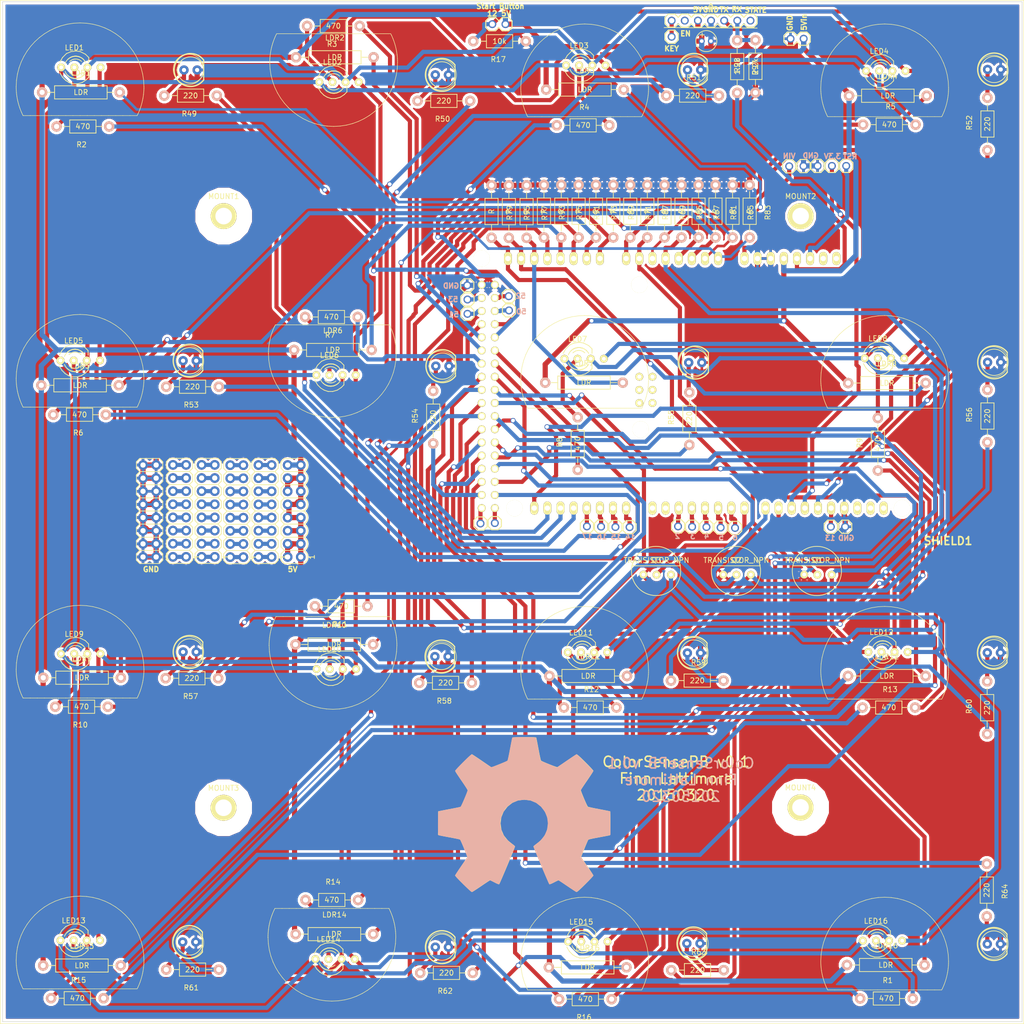
<source format=kicad_pcb>
(kicad_pcb (version 4) (host pcbnew 0.201502231246+5447~21~ubuntu14.04.1-product)
  (layers (0 F.Cu signal) (31 B.Cu signal) (34 B.Paste user hide) (35 F.Paste user hide) (36 B.SilkS user) (37 F.SilkS user) (38 B.Mask user hide) (39 F.Mask user hide) (44 Edge.Cuts user))
  (net 0 "")
  (net 1 GND)
  (net 2 "Net-(JP1-Pad1)")
  (net 3 "Net-(JP2-Pad1)")
  (net 4 "Net-(JP3-Pad1)")
  (net 5 "Net-(JP4-Pad1)")
  (net 6 "Net-(JP5-Pad1)")
  (net 7 "Net-(JP6-Pad1)")
  (net 8 "Net-(JP10-Pad1)")
  (net 9 "Net-(JP11-Pad1)")
  (net 10 "Net-(JP12-Pad1)")
  (net 11 "Net-(JP13-Pad1)")
  (net 12 "Net-(JP14-Pad1)")
  (net 13 "Net-(JP15-Pad1)")
  (net 14 "Net-(JP16-Pad1)")
  (net 15 "Net-(JP17-Pad1)")
  (net 16 "Net-(JP18-Pad1)")
  (net 17 "Net-(JP19-Pad1)")
  (net 18 "Net-(JP20-Pad1)")
  (net 19 "Net-(JP21-Pad1)")
  (net 20 R)
  (net 21 "Net-(LED1-PadA)")
  (net 22 G)
  (net 23 B)
  (net 24 "Net-(LED2-PadA)")
  (net 25 "Net-(LED3-PadA)")
  (net 26 "Net-(LED4-PadA)")
  (net 27 "Net-(LED5-PadA)")
  (net 28 "Net-(LED6-PadA)")
  (net 29 "Net-(LED7-PadA)")
  (net 30 "Net-(LED8-PadA)")
  (net 31 "Net-(LED9-PadA)")
  (net 32 "Net-(LED10-PadA)")
  (net 33 "Net-(LED11-PadA)")
  (net 34 "Net-(LED12-PadA)")
  (net 35 "Net-(LED13-PadA)")
  (net 36 "Net-(LED14-PadA)")
  (net 37 "Net-(LED15-PadA)")
  (net 38 "Net-(LED16-PadA)")
  (net 39 "Net-(Q1-PadB)")
  (net 40 "Net-(Q2-PadB)")
  (net 41 "Net-(Q3-PadB)")
  (net 42 "Net-(R1-Pad1)")
  (net 43 "Net-(R2-Pad1)")
  (net 44 "Net-(R3-Pad1)")
  (net 45 "Net-(R4-Pad1)")
  (net 46 "Net-(R5-Pad1)")
  (net 47 "Net-(R6-Pad1)")
  (net 48 "Net-(R7-Pad1)")
  (net 49 "Net-(R8-Pad1)")
  (net 50 "Net-(R9-Pad1)")
  (net 51 "Net-(R10-Pad1)")
  (net 52 "Net-(R11-Pad1)")
  (net 53 "Net-(R12-Pad1)")
  (net 54 "Net-(R13-Pad2)")
  (net 55 "Net-(R14-Pad2)")
  (net 56 "Net-(R15-Pad2)")
  (net 57 "Net-(R16-Pad2)")
  (net 58 "Net-(R17-Pad2)")
  (net 59 "Net-(R49-Pad1)")
  (net 60 "Net-(R50-Pad1)")
  (net 61 "Net-(R51-Pad1)")
  (net 62 "Net-(R52-Pad1)")
  (net 63 "Net-(R53-Pad1)")
  (net 64 "Net-(R54-Pad1)")
  (net 65 "Net-(R55-Pad1)")
  (net 66 "Net-(R56-Pad1)")
  (net 67 "Net-(R57-Pad1)")
  (net 68 "Net-(R58-Pad1)")
  (net 69 "Net-(R59-Pad1)")
  (net 70 "Net-(R60-Pad1)")
  (net 71 "Net-(R61-Pad1)")
  (net 72 "Net-(R62-Pad1)")
  (net 73 "Net-(R63-Pad1)")
  (net 74 "Net-(R64-Pad1)")
  (net 75 5V)
  (net 76 "Net-(R97-Pad2)")
  (net 77 "Net-(SHIELD1-Pad0)")
  (net 78 "Net-(SHIELD1-Pad1)")
  (net 79 "Net-(SHIELD1-PadAREF)")
  (net 80 "Net-(SHIELD1-PadSP1)")
  (net 81 "Net-(SHIELD1-PadSP2)")
  (net 82 "Net-(SHIELD1-PadSP3)")
  (net 83 "Net-(SHIELD1-PadSP4)")
  (net 84 "Net-(SHIELD1-PadSP5)")
  (net 85 "Net-(SHIELD1-PadSP6)")
  (net 86 "Net-(SHIELD1-PadIO_R)")
  (net 87 "Net-(SHIELD1-PadNC)")
  (net 88 "Net-(SHIELD1-PadSDA)")
  (net 89 "Net-(SHIELD1-PadSCL)")
  (net 90 "Net-(LDR1-Pad2)")
  (net 91 "Net-(LDR2-Pad2)")
  (net 92 "Net-(LDR3-Pad2)")
  (net 93 "Net-(LDR4-Pad2)")
  (net 94 "Net-(LDR5-Pad2)")
  (net 95 "Net-(LDR6-Pad2)")
  (net 96 "Net-(LDR7-Pad2)")
  (net 97 "Net-(LDR8-Pad2)")
  (net 98 "Net-(LDR9-Pad2)")
  (net 99 "Net-(LDR10-Pad2)")
  (net 100 "Net-(LDR11-Pad2)")
  (net 101 "Net-(LDR12-Pad2)")
  (net 102 "Net-(LDR13-Pad2)")
  (net 103 "Net-(LDR14-Pad2)")
  (net 104 "Net-(LDR15-Pad2)")
  (net 105 "Net-(LDR16-Pad2)")
  (net 106 "Net-(HC1-PadSTAT)")
  (net 107 "Net-(HC1-PadRX)")
  (net 108 "Net-(HC1-PadTX)")
  (net 109 "Net-(HC1-PadEN)")
  (net 110 "Net-(HC1-PadKEY)")
  (net 111 "Net-(JPVIN1-Pad1)")
  (net 112 "Net-(D1-PadA)")
  (net 113 "Net-(D2-PadA)")
  (net 114 "Net-(D3-PadA)")
  (net 115 "Net-(D4-PadA)")
  (net 116 "Net-(D5-PadA)")
  (net 117 "Net-(D6-PadA)")
  (net 118 "Net-(D7-PadA)")
  (net 119 "Net-(D8-PadA)")
  (net 120 "Net-(D9-PadA)")
  (net 121 "Net-(D10-PadA)")
  (net 122 "Net-(D11-PadA)")
  (net 123 "Net-(D12-PadA)")
  (net 124 "Net-(D13-PadA)")
  (net 125 "Net-(D14-PadA)")
  (net 126 "Net-(D15-PadA)")
  (net 127 "Net-(D16-PadA)")
  (net 128 "Net-(MOUNT1-Pad1)")
  (net 129 "Net-(MOUNT2-Pad1)")
  (net 130 "Net-(MOUNT3-Pad1)")
  (net 131 "Net-(MOUNT4-Pad1)")
  (net 132 "Net-(BB3-Pad1)")
  (net 133 "Net-(BB3-Pad3)")
  (net 134 "Net-(BB3-Pad5)")
  (net 135 "Net-(BB3-Pad7)")
  (net 136 "Net-(BB3-Pad10)")
  (net 137 "Net-(BB3-Pad11)")
  (net 138 "Net-(BB3-Pad13)")
  (net 139 "Net-(BB3-Pad15)")
  (net 140 "Net-(BB4-Pad1)")
  (net 141 "Net-(BB4-Pad3)")
  (net 142 "Net-(BB4-Pad5)")
  (net 143 "Net-(BB4-Pad7)")
  (net 144 "Net-(BB4-Pad10)")
  (net 145 "Net-(BB4-Pad11)")
  (net 146 "Net-(BB4-Pad13)")
  (net 147 "Net-(BB4-Pad15)")
  (net 148 "Net-(BB5-Pad1)")
  (net 149 "Net-(BB5-Pad3)")
  (net 150 "Net-(BB5-Pad5)")
  (net 151 "Net-(BB5-Pad7)")
  (net 152 "Net-(BB5-Pad10)")
  (net 153 "Net-(BB5-Pad11)")
  (net 154 "Net-(BB5-Pad13)")
  (net 155 "Net-(BB5-Pad15)")
  (net 156 "Net-(BB6-Pad1)")
  (net 157 "Net-(BB6-Pad3)")
  (net 158 "Net-(BB6-Pad5)")
  (net 159 "Net-(BB6-Pad7)")
  (net 160 "Net-(BB6-Pad10)")
  (net 161 "Net-(BB6-Pad11)")
  (net 162 "Net-(BB6-Pad13)")
  (net 163 "Net-(BB6-Pad15)")
  (module Wire_Pads:SolderWirePad_single_2mmDrill (layer F.Cu) (at 190.805 -4.9784)
    (fp_text reference MOUNT2 (at 0 -3.81) (layer F.SilkS))
    (fp_text value M01)
    (pad 1 thru_hole circle (at 0 0) (size 5 5) (drill 3.2) (layers *.Cu *.Mask F.SilkS) (net 129 "Net-(MOUNT2-Pad1)"))
  )
  (module finn_kicad:HC05 (layer F.Cu) (at 181.102 -42.7736 180)
    (fp_text reference HC1)
    (fp_text value HC05 hide)
    (pad STAT thru_hole oval (at 0 0 270) (size 1.524 1.524) (drill 1.016) (layers *.Cu *.Mask) (net 106 "Net-(HC1-PadSTAT)"))
    (pad RX thru_hole oval (at 2.54 0 270) (size 1.524 1.524) (drill 1.016) (layers *.Cu *.Mask) (net 107 "Net-(HC1-PadRX)"))
    (pad TX thru_hole oval (at 5.08 0 270) (size 1.524 1.524) (drill 1.016) (layers *.Cu *.Mask) (net 108 "Net-(HC1-PadTX)"))
    (pad GND thru_hole oval (at 7.62 0 270) (size 1.524 1.524) (drill 1.016) (layers *.Cu *.Mask) (net 1 GND))
    (pad VCC thru_hole oval (at 10.16 0 270) (size 1.524 1.524) (drill 1.016) (layers *.Cu *.Mask) (net 75 5V))
    (pad EN thru_hole oval (at 12.7 0 270) (size 1.524 1.524) (drill 1.016) (layers *.Cu *.Mask) (net 109 "Net-(HC1-PadEN)"))
    (pad KEY thru_hole oval (at 15.24 0 270) (size 1.524 1.524) (drill 1.016) (layers *.Cu *.Mask) (net 110 "Net-(HC1-PadKEY)"))
  )
  (module OSWH_LOGO (layer B.Cu) (at 137.3632 110.744 180)
    (fp_text reference LOGO1 hide)
    (fp_text value LOGO hide)
  )
  (module OSWH_LOGO (layer F.Cu) (at 137.3632 110.744)
    (fp_text reference LOGO2 hide)
    (fp_text value LOGO hide)
  )
  (module Freetronics:1X01 (layer F.Cu) (at 199.619 -14.6812)
    (fp_text reference JP1)
    (fp_text value M01 hide)
    (pad 1 thru_hole oval (at 0 0 90) (size 1.524 1.524) (drill 1.016) (layers *.Cu *.Mask) (net 2 "Net-(JP1-Pad1)"))
  )
  (module Freetronics:1X01 (layer F.Cu) (at 126.39 11.1506)
    (fp_text reference JP3)
    (fp_text value M01 hide)
    (pad 1 thru_hole oval (at 0 0 90) (size 1.524 1.524) (drill 1.016) (layers *.Cu *.Mask) (net 4 "Net-(JP3-Pad1)"))
  )
  (module Freetronics:1X01 (layer F.Cu) (at 134.366 10.5156)
    (fp_text reference JP4)
    (fp_text value M01 hide)
    (pad 1 thru_hole oval (at 0 0 90) (size 1.524 1.524) (drill 1.016) (layers *.Cu *.Mask) (net 5 "Net-(JP4-Pad1)"))
  )
  (module Freetronics:1X01 (layer F.Cu) (at 126.39 13.9192)
    (fp_text reference JP5)
    (fp_text value M01 hide)
    (pad 1 thru_hole oval (at 0 0 90) (size 1.524 1.524) (drill 1.016) (layers *.Cu *.Mask) (net 6 "Net-(JP5-Pad1)"))
  )
  (module Freetronics:1X01 (layer F.Cu) (at 134.417 13.2588)
    (fp_text reference JP6)
    (fp_text value M01 hide)
    (pad 1 thru_hole oval (at 0 0 90) (size 1.524 1.524) (drill 1.016) (layers *.Cu *.Mask) (net 7 "Net-(JP6-Pad1)"))
  )
  (module Freetronics:1X01 (layer F.Cu) (at 196.647 55.0926)
    (fp_text reference JP10)
    (fp_text value M01 hide)
    (pad 1 thru_hole oval (at 0 0 90) (size 1.524 1.524) (drill 1.016) (layers *.Cu *.Mask) (net 8 "Net-(JP10-Pad1)"))
  )
  (module Freetronics:1X01 (layer F.Cu) (at 178.13 55.3212)
    (fp_text reference JP11)
    (fp_text value M01 hide)
    (pad 1 thru_hole oval (at 0 0 90) (size 1.524 1.524) (drill 1.016) (layers *.Cu *.Mask) (net 9 "Net-(JP11-Pad1)"))
  )
  (module Freetronics:1X01 (layer F.Cu) (at 175.336 55.245)
    (fp_text reference JP12)
    (fp_text value M01 hide)
    (pad 1 thru_hole oval (at 0 0 90) (size 1.524 1.524) (drill 1.016) (layers *.Cu *.Mask) (net 10 "Net-(JP12-Pad1)"))
  )
  (module Freetronics:1X01 (layer F.Cu) (at 172.593 55.1434)
    (fp_text reference JP13)
    (fp_text value M01 hide)
    (pad 1 thru_hole oval (at 0 0 90) (size 1.524 1.524) (drill 1.016) (layers *.Cu *.Mask) (net 11 "Net-(JP13-Pad1)"))
  )
  (module Freetronics:1X01 (layer F.Cu) (at 169.824 55.0926)
    (fp_text reference JP14)
    (fp_text value M01 hide)
    (pad 1 thru_hole oval (at 0 0 90) (size 1.524 1.524) (drill 1.016) (layers *.Cu *.Mask) (net 12 "Net-(JP14-Pad1)"))
  )
  (module Freetronics:1X01 (layer F.Cu) (at 167.107 55.0164)
    (fp_text reference JP15)
    (fp_text value M01 hide)
    (pad 1 thru_hole oval (at 0 0 90) (size 1.524 1.524) (drill 1.016) (layers *.Cu *.Mask) (net 13 "Net-(JP15-Pad1)"))
  )
  (module Freetronics:1X01 (layer F.Cu) (at 157.734 55.1688)
    (fp_text reference JP16)
    (fp_text value M01 hide)
    (pad 1 thru_hole oval (at 0 0 90) (size 1.524 1.524) (drill 1.016) (layers *.Cu *.Mask) (net 14 "Net-(JP16-Pad1)"))
  )
  (module Freetronics:1X01 (layer F.Cu) (at 154.991 55.1434)
    (fp_text reference JP17)
    (fp_text value M01 hide)
    (pad 1 thru_hole oval (at 0 0 90) (size 1.524 1.524) (drill 1.016) (layers *.Cu *.Mask) (net 15 "Net-(JP17-Pad1)"))
  )
  (module Freetronics:1X01 (layer F.Cu) (at 152.222 55.0672)
    (fp_text reference JP18)
    (fp_text value M01 hide)
    (pad 1 thru_hole oval (at 0 0 90) (size 1.524 1.524) (drill 1.016) (layers *.Cu *.Mask) (net 16 "Net-(JP18-Pad1)"))
  )
  (module Freetronics:1X01 (layer F.Cu) (at 149.479 55.0164)
    (fp_text reference JP19)
    (fp_text value M01 hide)
    (pad 1 thru_hole oval (at 0 0 90) (size 1.524 1.524) (drill 1.016) (layers *.Cu *.Mask) (net 17 "Net-(JP19-Pad1)"))
  )
  (module Freetronics:1X01 (layer F.Cu) (at 131.674 54.3814)
    (fp_text reference JP20)
    (fp_text value M01 hide)
    (pad 1 thru_hole oval (at 0 0 90) (size 1.524 1.524) (drill 1.016) (layers *.Cu *.Mask) (net 18 "Net-(JP20-Pad1)"))
  )
  (module Freetronics:1X01 (layer F.Cu) (at 128.905 54.4576)
    (fp_text reference JP21)
    (fp_text value M01 hide)
    (pad 1 thru_hole oval (at 0 0 90) (size 1.524 1.524) (drill 1.016) (layers *.Cu *.Mask) (net 19 "Net-(JP21-Pad1)"))
  )
  (module Freetronics:1X01 (layer F.Cu) (at 165.862 -39.6494)
    (fp_text reference JP22)
    (fp_text value M01 hide)
    (pad 1 thru_hole oval (at 0 0 90) (size 1.524 1.524) (drill 1.016) (layers *.Cu *.Mask) (net 110 "Net-(HC1-PadKEY)"))
  )
  (module finn_kicad:LED-RGB-comA-5MM (layer F.Cu) (at 50.3682 -33.7312)
    (fp_text reference LED1 (at 0 -3.81) (layer F.SilkS))
    (fp_text value LED_RGB_COM_A hide)
    (pad KR thru_hole circle (at -2.54 0) (size 1.524 1.524) (drill 0.762) (layers *.Cu *.Mask F.SilkS) (net 20 R))
    (pad A thru_hole circle (at 0 0) (size 1.52 1.52) (drill 0.762) (layers *.Cu *.Mask F.SilkS) (net 21 "Net-(LED1-PadA)"))
    (pad KG thru_hole circle (at 2.54 0) (size 1.524 1.524) (drill 0.762) (layers *.Cu *.Mask F.SilkS) (net 22 G))
    (pad KB thru_hole circle (at 5.08 0) (size 1.524 1.524) (drill 0.762) (layers *.Cu *.Mask F.SilkS) (net 23 B))
  )
  (module finn_kicad:LED-RGB-comA-5MM (layer F.Cu) (at 100.279 -30.8864)
    (fp_text reference LED2 (at 0 -3.81) (layer F.SilkS))
    (fp_text value LED_RGB_COM_A hide)
    (pad KR thru_hole circle (at -2.54 0) (size 1.524 1.524) (drill 0.762) (layers *.Cu *.Mask F.SilkS) (net 20 R))
    (pad A thru_hole circle (at 0 0) (size 1.52 1.52) (drill 0.762) (layers *.Cu *.Mask F.SilkS) (net 24 "Net-(LED2-PadA)"))
    (pad KG thru_hole circle (at 2.54 0) (size 1.524 1.524) (drill 0.762) (layers *.Cu *.Mask F.SilkS) (net 22 G))
    (pad KB thru_hole circle (at 5.08 0) (size 1.524 1.524) (drill 0.762) (layers *.Cu *.Mask F.SilkS) (net 23 B))
  )
  (module finn_kicad:LED-RGB-comA-5MM (layer F.Cu) (at 147.98 -34.1376)
    (fp_text reference LED3 (at 0 -3.81) (layer F.SilkS))
    (fp_text value LED_RGB_COM_A hide)
    (pad KR thru_hole circle (at -2.54 0) (size 1.524 1.524) (drill 0.762) (layers *.Cu *.Mask F.SilkS) (net 20 R))
    (pad A thru_hole circle (at 0 0) (size 1.52 1.52) (drill 0.762) (layers *.Cu *.Mask F.SilkS) (net 25 "Net-(LED3-PadA)"))
    (pad KG thru_hole circle (at 2.54 0) (size 1.524 1.524) (drill 0.762) (layers *.Cu *.Mask F.SilkS) (net 22 G))
    (pad KB thru_hole circle (at 5.08 0) (size 1.524 1.524) (drill 0.762) (layers *.Cu *.Mask F.SilkS) (net 23 B))
  )
  (module finn_kicad:LED-RGB-comA-5MM (layer F.Cu) (at 205.994 -33.0454)
    (fp_text reference LED4 (at 0 -3.81) (layer F.SilkS))
    (fp_text value LED_RGB_COM_A hide)
    (pad KR thru_hole circle (at -2.54 0) (size 1.524 1.524) (drill 0.762) (layers *.Cu *.Mask F.SilkS) (net 20 R))
    (pad A thru_hole circle (at 0 0) (size 1.52 1.52) (drill 0.762) (layers *.Cu *.Mask F.SilkS) (net 26 "Net-(LED4-PadA)"))
    (pad KG thru_hole circle (at 2.54 0) (size 1.524 1.524) (drill 0.762) (layers *.Cu *.Mask F.SilkS) (net 22 G))
    (pad KB thru_hole circle (at 5.08 0) (size 1.524 1.524) (drill 0.762) (layers *.Cu *.Mask F.SilkS) (net 23 B))
  )
  (module finn_kicad:LED-RGB-comA-5MM (layer F.Cu) (at 50.2412 22.9362)
    (fp_text reference LED5 (at 0 -3.81) (layer F.SilkS))
    (fp_text value LED_RGB_COM_A hide)
    (pad KR thru_hole circle (at -2.54 0) (size 1.524 1.524) (drill 0.762) (layers *.Cu *.Mask F.SilkS) (net 20 R))
    (pad A thru_hole circle (at 0 0) (size 1.52 1.52) (drill 0.762) (layers *.Cu *.Mask F.SilkS) (net 27 "Net-(LED5-PadA)"))
    (pad KG thru_hole circle (at 2.54 0) (size 1.524 1.524) (drill 0.762) (layers *.Cu *.Mask F.SilkS) (net 22 G))
    (pad KB thru_hole circle (at 5.08 0) (size 1.524 1.524) (drill 0.762) (layers *.Cu *.Mask F.SilkS) (net 23 B))
  )
  (module finn_kicad:LED-RGB-comA-5MM (layer F.Cu) (at 99.695 25.7556)
    (fp_text reference LED6 (at 0 -3.81) (layer F.SilkS))
    (fp_text value LED_RGB_COM_A hide)
    (pad KR thru_hole circle (at -2.54 0) (size 1.524 1.524) (drill 0.762) (layers *.Cu *.Mask F.SilkS) (net 20 R))
    (pad A thru_hole circle (at 0 0) (size 1.52 1.52) (drill 0.762) (layers *.Cu *.Mask F.SilkS) (net 28 "Net-(LED6-PadA)"))
    (pad KG thru_hole circle (at 2.54 0) (size 1.524 1.524) (drill 0.762) (layers *.Cu *.Mask F.SilkS) (net 22 G))
    (pad KB thru_hole circle (at 5.08 0) (size 1.524 1.524) (drill 0.762) (layers *.Cu *.Mask F.SilkS) (net 23 B))
  )
  (module finn_kicad:LED-RGB-comA-5MM (layer F.Cu) (at 147.676 22.606)
    (fp_text reference LED7 (at 0 -3.81) (layer F.SilkS))
    (fp_text value LED_RGB_COM_A hide)
    (pad KR thru_hole circle (at -2.54 0) (size 1.524 1.524) (drill 0.762) (layers *.Cu *.Mask F.SilkS) (net 20 R))
    (pad A thru_hole circle (at 0 0) (size 1.52 1.52) (drill 0.762) (layers *.Cu *.Mask F.SilkS) (net 29 "Net-(LED7-PadA)"))
    (pad KG thru_hole circle (at 2.54 0) (size 1.524 1.524) (drill 0.762) (layers *.Cu *.Mask F.SilkS) (net 22 G))
    (pad KB thru_hole circle (at 5.08 0) (size 1.524 1.524) (drill 0.762) (layers *.Cu *.Mask F.SilkS) (net 23 B))
  )
  (module finn_kicad:LED-RGB-comA-5MM (layer F.Cu) (at 205.74 22.5044)
    (fp_text reference LED8 (at 0 -3.81) (layer F.SilkS))
    (fp_text value LED_RGB_COM_A hide)
    (pad KR thru_hole circle (at -2.54 0) (size 1.524 1.524) (drill 0.762) (layers *.Cu *.Mask F.SilkS) (net 20 R))
    (pad A thru_hole circle (at 0 0) (size 1.52 1.52) (drill 0.762) (layers *.Cu *.Mask F.SilkS) (net 30 "Net-(LED8-PadA)"))
    (pad KG thru_hole circle (at 2.54 0) (size 1.524 1.524) (drill 0.762) (layers *.Cu *.Mask F.SilkS) (net 22 G))
    (pad KB thru_hole circle (at 5.08 0) (size 1.524 1.524) (drill 0.762) (layers *.Cu *.Mask F.SilkS) (net 23 B))
  )
  (module finn_kicad:LED-RGB-comA-5MM (layer F.Cu) (at 50.3428 79.6544)
    (fp_text reference LED9 (at 0 -3.81) (layer F.SilkS))
    (fp_text value LED_RGB_COM_A hide)
    (pad KR thru_hole circle (at -2.54 0) (size 1.524 1.524) (drill 0.762) (layers *.Cu *.Mask F.SilkS) (net 20 R))
    (pad A thru_hole circle (at 0 0) (size 1.52 1.52) (drill 0.762) (layers *.Cu *.Mask F.SilkS) (net 31 "Net-(LED9-PadA)"))
    (pad KG thru_hole circle (at 2.54 0) (size 1.524 1.524) (drill 0.762) (layers *.Cu *.Mask F.SilkS) (net 22 G))
    (pad KB thru_hole circle (at 5.08 0) (size 1.524 1.524) (drill 0.762) (layers *.Cu *.Mask F.SilkS) (net 23 B))
  )
  (module finn_kicad:LED-RGB-comA-5MM (layer F.Cu) (at 99.7458 82.6008)
    (fp_text reference LED10 (at 0 -3.81) (layer F.SilkS))
    (fp_text value LED_RGB_COM_A hide)
    (pad KR thru_hole circle (at -2.54 0) (size 1.524 1.524) (drill 0.762) (layers *.Cu *.Mask F.SilkS) (net 20 R))
    (pad A thru_hole circle (at 0 0) (size 1.52 1.52) (drill 0.762) (layers *.Cu *.Mask F.SilkS) (net 32 "Net-(LED10-PadA)"))
    (pad KG thru_hole circle (at 2.54 0) (size 1.524 1.524) (drill 0.762) (layers *.Cu *.Mask F.SilkS) (net 22 G))
    (pad KB thru_hole circle (at 5.08 0) (size 1.524 1.524) (drill 0.762) (layers *.Cu *.Mask F.SilkS) (net 23 B))
  )
  (module finn_kicad:LED-RGB-comA-5MM (layer F.Cu) (at 148.336 79.375)
    (fp_text reference LED11 (at 0 -3.81) (layer F.SilkS))
    (fp_text value LED_RGB_COM_A hide)
    (pad KR thru_hole circle (at -2.54 0) (size 1.524 1.524) (drill 0.762) (layers *.Cu *.Mask F.SilkS) (net 20 R))
    (pad A thru_hole circle (at 0 0) (size 1.52 1.52) (drill 0.762) (layers *.Cu *.Mask F.SilkS) (net 33 "Net-(LED11-PadA)"))
    (pad KG thru_hole circle (at 2.54 0) (size 1.524 1.524) (drill 0.762) (layers *.Cu *.Mask F.SilkS) (net 22 G))
    (pad KB thru_hole circle (at 5.08 0) (size 1.524 1.524) (drill 0.762) (layers *.Cu *.Mask F.SilkS) (net 23 B))
  )
  (module finn_kicad:LED-RGB-comA-5MM (layer F.Cu) (at 206.426 79.2988)
    (fp_text reference LED12 (at 0 -3.81) (layer F.SilkS))
    (fp_text value LED_RGB_COM_A hide)
    (pad KR thru_hole circle (at -2.54 0) (size 1.524 1.524) (drill 0.762) (layers *.Cu *.Mask F.SilkS) (net 20 R))
    (pad A thru_hole circle (at 0 0) (size 1.52 1.52) (drill 0.762) (layers *.Cu *.Mask F.SilkS) (net 34 "Net-(LED12-PadA)"))
    (pad KG thru_hole circle (at 2.54 0) (size 1.524 1.524) (drill 0.762) (layers *.Cu *.Mask F.SilkS) (net 22 G))
    (pad KB thru_hole circle (at 5.08 0) (size 1.524 1.524) (drill 0.762) (layers *.Cu *.Mask F.SilkS) (net 23 B))
  )
  (module finn_kicad:LED-RGB-comA-5MM (layer F.Cu) (at 50.2412 135.052)
    (fp_text reference LED13 (at 0 -3.81) (layer F.SilkS))
    (fp_text value LED_RGB_COM_A hide)
    (pad KR thru_hole circle (at -2.54 0) (size 1.524 1.524) (drill 0.762) (layers *.Cu *.Mask F.SilkS) (net 20 R))
    (pad A thru_hole circle (at 0 0) (size 1.52 1.52) (drill 0.762) (layers *.Cu *.Mask F.SilkS) (net 35 "Net-(LED13-PadA)"))
    (pad KG thru_hole circle (at 2.54 0) (size 1.524 1.524) (drill 0.762) (layers *.Cu *.Mask F.SilkS) (net 22 G))
    (pad KB thru_hole circle (at 5.08 0) (size 1.524 1.524) (drill 0.762) (layers *.Cu *.Mask F.SilkS) (net 23 B))
  )
  (module finn_kicad:LED-RGB-comA-5MM (layer F.Cu) (at 99.5172 138.684)
    (fp_text reference LED14 (at 0 -3.81) (layer F.SilkS))
    (fp_text value LED_RGB_COM_A hide)
    (pad KR thru_hole circle (at -2.54 0) (size 1.524 1.524) (drill 0.762) (layers *.Cu *.Mask F.SilkS) (net 20 R))
    (pad A thru_hole circle (at 0 0) (size 1.52 1.52) (drill 0.762) (layers *.Cu *.Mask F.SilkS) (net 36 "Net-(LED14-PadA)"))
    (pad KG thru_hole circle (at 2.54 0) (size 1.524 1.524) (drill 0.762) (layers *.Cu *.Mask F.SilkS) (net 22 G))
    (pad KB thru_hole circle (at 5.08 0) (size 1.524 1.524) (drill 0.762) (layers *.Cu *.Mask F.SilkS) (net 23 B))
  )
  (module finn_kicad:LED-RGB-comA-5MM (layer F.Cu) (at 148.387 135.306)
    (fp_text reference LED15 (at 0 -3.81) (layer F.SilkS))
    (fp_text value LED_RGB_COM_A hide)
    (pad KR thru_hole circle (at -2.54 0) (size 1.524 1.524) (drill 0.762) (layers *.Cu *.Mask F.SilkS) (net 20 R))
    (pad A thru_hole circle (at 0 0) (size 1.52 1.52) (drill 0.762) (layers *.Cu *.Mask F.SilkS) (net 37 "Net-(LED15-PadA)"))
    (pad KG thru_hole circle (at 2.54 0) (size 1.524 1.524) (drill 0.762) (layers *.Cu *.Mask F.SilkS) (net 22 G))
    (pad KB thru_hole circle (at 5.08 0) (size 1.524 1.524) (drill 0.762) (layers *.Cu *.Mask F.SilkS) (net 23 B))
  )
  (module finn_kicad:LED-RGB-comA-5MM (layer F.Cu) (at 205.359 135.128)
    (fp_text reference LED16 (at 0 -3.81) (layer F.SilkS))
    (fp_text value LED_RGB_COM_A hide)
    (pad KR thru_hole circle (at -2.54 0) (size 1.524 1.524) (drill 0.762) (layers *.Cu *.Mask F.SilkS) (net 20 R))
    (pad A thru_hole circle (at 0 0) (size 1.52 1.52) (drill 0.762) (layers *.Cu *.Mask F.SilkS) (net 38 "Net-(LED16-PadA)"))
    (pad KG thru_hole circle (at 2.54 0) (size 1.524 1.524) (drill 0.762) (layers *.Cu *.Mask F.SilkS) (net 22 G))
    (pad KB thru_hole circle (at 5.08 0) (size 1.524 1.524) (drill 0.762) (layers *.Cu *.Mask F.SilkS) (net 23 B))
  )
  (module finn_kicad:EBC-transistor-NPN (layer F.Cu) (at 194.005 61.5696)
    (fp_text reference Q1 (at 0 0) (layer F.SilkS))
    (fp_text value TRANSISTOR_NPN (at 0 0) (layer F.SilkS))
    (pad E thru_hole circle (at -2.5146 2.7686) (size 1.52 1.52) (drill 0.762) (layers *.Cu *.Mask F.SilkS) (net 1 GND))
    (pad B thru_hole circle (at 0.0254 2.794) (size 1.52 1.52) (drill 0.762) (layers *.Cu *.Mask F.SilkS) (net 39 "Net-(Q1-PadB)"))
    (pad C thru_hole circle (at 2.8194 2.794) (size 1.52 1.52) (drill 0.762) (layers *.Cu *.Mask F.SilkS) (net 20 R))
  )
  (module finn_kicad:EBC-transistor-NPN (layer F.Cu) (at 178.359 61.5696)
    (fp_text reference Q2 (at 0 0) (layer F.SilkS))
    (fp_text value TRANSISTOR_NPN (at 0 0) (layer F.SilkS))
    (pad E thru_hole circle (at -2.5146 2.7686) (size 1.52 1.52) (drill 0.762) (layers *.Cu *.Mask F.SilkS) (net 1 GND))
    (pad B thru_hole circle (at 0.0254 2.794) (size 1.52 1.52) (drill 0.762) (layers *.Cu *.Mask F.SilkS) (net 40 "Net-(Q2-PadB)"))
    (pad C thru_hole circle (at 2.8194 2.794) (size 1.52 1.52) (drill 0.762) (layers *.Cu *.Mask F.SilkS) (net 22 G))
  )
  (module finn_kicad:EBC-transistor-NPN (layer F.Cu) (at 162.916 61.5696)
    (fp_text reference Q3 (at 0 0) (layer F.SilkS))
    (fp_text value TRANSISTOR_NPN (at 0 0) (layer F.SilkS))
    (pad E thru_hole circle (at -2.5146 2.7686) (size 1.52 1.52) (drill 0.762) (layers *.Cu *.Mask F.SilkS) (net 1 GND))
    (pad B thru_hole circle (at 0.0254 2.794) (size 1.52 1.52) (drill 0.762) (layers *.Cu *.Mask F.SilkS) (net 41 "Net-(Q3-PadB)"))
    (pad C thru_hole circle (at 2.8194 2.794) (size 1.52 1.52) (drill 0.762) (layers *.Cu *.Mask F.SilkS) (net 23 B))
  )
  (module Resistors_ThroughHole:Resistor_Horizontal_RM10mm (layer F.Cu) (at 207.391 146.304)
    (fp_text reference R1 (at 0.24892 -3.50012) (layer F.SilkS))
    (fp_text value 470 (at 0 0 180) (layer F.SilkS))
    (pad 1 thru_hole circle (at -5.08 0) (size 1.99898 1.99898) (drill 1.00076) (layers *.Cu *.SilkS *.Mask) (net 42 "Net-(R1-Pad1)"))
    (pad 2 thru_hole circle (at 5.08 0) (size 1.99898 1.99898) (drill 1.00076) (layers *.Cu *.SilkS *.Mask) (net 38 "Net-(LED16-PadA)"))
  )
  (module Resistors_ThroughHole:Resistor_Horizontal_RM10mm (layer F.Cu) (at 52.0192 -22.3012 180)
    (fp_text reference R2 (at 0.24892 -3.50012 180) (layer F.SilkS))
    (fp_text value 470 (at 0 0 180) (layer F.SilkS))
    (pad 1 thru_hole circle (at -5.08 0 180) (size 1.99898 1.99898) (drill 1.00076) (layers *.Cu *.SilkS *.Mask) (net 43 "Net-(R2-Pad1)"))
    (pad 2 thru_hole circle (at 5.08 0 180) (size 1.99898 1.99898) (drill 1.00076) (layers *.Cu *.SilkS *.Mask) (net 21 "Net-(LED1-PadA)"))
  )
  (module Resistors_ThroughHole:Resistor_Horizontal_RM10mm (layer F.Cu) (at 100.457 -41.7322 180)
    (fp_text reference R3 (at 0.24892 -3.50012 180) (layer F.SilkS))
    (fp_text value 470 (at 0 0 180) (layer F.SilkS))
    (pad 1 thru_hole circle (at -5.08 0 180) (size 1.99898 1.99898) (drill 1.00076) (layers *.Cu *.SilkS *.Mask) (net 44 "Net-(R3-Pad1)"))
    (pad 2 thru_hole circle (at 5.08 0 180) (size 1.99898 1.99898) (drill 1.00076) (layers *.Cu *.SilkS *.Mask) (net 24 "Net-(LED2-PadA)"))
  )
  (module Resistors_ThroughHole:Resistor_Horizontal_RM10mm (layer F.Cu) (at 148.742 -22.5298)
    (fp_text reference R4 (at 0.24892 -3.50012) (layer F.SilkS))
    (fp_text value 470 (at 0 0) (layer F.SilkS))
    (pad 1 thru_hole circle (at -5.08 0) (size 1.99898 1.99898) (drill 1.00076) (layers *.Cu *.SilkS *.Mask) (net 45 "Net-(R4-Pad1)"))
    (pad 2 thru_hole circle (at 5.08 0) (size 1.99898 1.99898) (drill 1.00076) (layers *.Cu *.SilkS *.Mask) (net 25 "Net-(LED3-PadA)"))
  )
  (module Resistors_ThroughHole:Resistor_Horizontal_RM10mm (layer F.Cu) (at 207.95 -22.6568)
    (fp_text reference R5 (at 0.24892 -3.50012) (layer F.SilkS))
    (fp_text value 470 (at 0 0) (layer F.SilkS))
    (pad 1 thru_hole circle (at -5.08 0) (size 1.99898 1.99898) (drill 1.00076) (layers *.Cu *.SilkS *.Mask) (net 46 "Net-(R5-Pad1)"))
    (pad 2 thru_hole circle (at 5.08 0) (size 1.99898 1.99898) (drill 1.00076) (layers *.Cu *.SilkS *.Mask) (net 26 "Net-(LED4-PadA)"))
  )
  (module Resistors_ThroughHole:Resistor_Horizontal_RM10mm (layer F.Cu) (at 51.3842 33.4264 180)
    (fp_text reference R6 (at 0.24892 -3.50012 180) (layer F.SilkS))
    (fp_text value 470 (at 0 0 180) (layer F.SilkS))
    (pad 1 thru_hole circle (at -5.08 0 180) (size 1.99898 1.99898) (drill 1.00076) (layers *.Cu *.SilkS *.Mask) (net 47 "Net-(R6-Pad1)"))
    (pad 2 thru_hole circle (at 5.08 0 180) (size 1.99898 1.99898) (drill 1.00076) (layers *.Cu *.SilkS *.Mask) (net 27 "Net-(LED5-PadA)"))
  )
  (module Resistors_ThroughHole:Resistor_Horizontal_RM10mm (layer F.Cu) (at 100.076 14.5288 180)
    (fp_text reference R7 (at 0.24892 -3.50012 180) (layer F.SilkS))
    (fp_text value 470 (at 0 0 180) (layer F.SilkS))
    (pad 1 thru_hole circle (at -5.08 0 180) (size 1.99898 1.99898) (drill 1.00076) (layers *.Cu *.SilkS *.Mask) (net 48 "Net-(R7-Pad1)"))
    (pad 2 thru_hole circle (at 5.08 0 180) (size 1.99898 1.99898) (drill 1.00076) (layers *.Cu *.SilkS *.Mask) (net 28 "Net-(LED6-PadA)"))
  )
  (module Resistors_ThroughHole:Resistor_Horizontal_RM10mm (layer F.Cu) (at 147.701 39.0144 90)
    (fp_text reference R8 (at 0.24892 -3.50012 90) (layer F.SilkS))
    (fp_text value 470 (at 0 0 90) (layer F.SilkS))
    (pad 1 thru_hole circle (at -5.08 0 90) (size 1.99898 1.99898) (drill 1.00076) (layers *.Cu *.SilkS *.Mask) (net 49 "Net-(R8-Pad1)"))
    (pad 2 thru_hole circle (at 5.08 0 90) (size 1.99898 1.99898) (drill 1.00076) (layers *.Cu *.SilkS *.Mask) (net 29 "Net-(LED7-PadA)"))
  )
  (module Resistors_ThroughHole:Resistor_Horizontal_RM10mm (layer F.Cu) (at 205.74 39.1414 90)
    (fp_text reference R9 (at 0.24892 -3.50012 90) (layer F.SilkS))
    (fp_text value 470 (at 0 0 90) (layer F.SilkS))
    (pad 1 thru_hole circle (at -5.08 0 90) (size 1.99898 1.99898) (drill 1.00076) (layers *.Cu *.SilkS *.Mask) (net 50 "Net-(R9-Pad1)"))
    (pad 2 thru_hole circle (at 5.08 0 90) (size 1.99898 1.99898) (drill 1.00076) (layers *.Cu *.SilkS *.Mask) (net 30 "Net-(LED8-PadA)"))
  )
  (module Resistors_ThroughHole:Resistor_Horizontal_RM10mm (layer F.Cu) (at 51.7652 89.8906 180)
    (fp_text reference R10 (at 0.24892 -3.50012 180) (layer F.SilkS))
    (fp_text value 470 (at 0 0 180) (layer F.SilkS))
    (pad 1 thru_hole circle (at -5.08 0 180) (size 1.99898 1.99898) (drill 1.00076) (layers *.Cu *.SilkS *.Mask) (net 51 "Net-(R10-Pad1)"))
    (pad 2 thru_hole circle (at 5.08 0 180) (size 1.99898 1.99898) (drill 1.00076) (layers *.Cu *.SilkS *.Mask) (net 31 "Net-(LED9-PadA)"))
  )
  (module Resistors_ThroughHole:Resistor_Horizontal_RM10mm (layer F.Cu) (at 101.981 70.4596 180)
    (fp_text reference R11 (at 0.24892 -3.50012 180) (layer F.SilkS))
    (fp_text value 470 (at 0 0 180) (layer F.SilkS))
    (pad 1 thru_hole circle (at -5.08 0 180) (size 1.99898 1.99898) (drill 1.00076) (layers *.Cu *.SilkS *.Mask) (net 52 "Net-(R11-Pad1)"))
    (pad 2 thru_hole circle (at 5.08 0 180) (size 1.99898 1.99898) (drill 1.00076) (layers *.Cu *.SilkS *.Mask) (net 32 "Net-(LED10-PadA)"))
  )
  (module Resistors_ThroughHole:Resistor_Horizontal_RM10mm (layer F.Cu) (at 150.114 90.043)
    (fp_text reference R12 (at 0.24892 -3.50012) (layer F.SilkS))
    (fp_text value 470 (at 0 0) (layer F.SilkS))
    (pad 1 thru_hole circle (at -5.08 0) (size 1.99898 1.99898) (drill 1.00076) (layers *.Cu *.SilkS *.Mask) (net 53 "Net-(R12-Pad1)"))
    (pad 2 thru_hole circle (at 5.08 0) (size 1.99898 1.99898) (drill 1.00076) (layers *.Cu *.SilkS *.Mask) (net 33 "Net-(LED11-PadA)"))
  )
  (module Resistors_ThroughHole:Resistor_Horizontal_RM10mm (layer F.Cu) (at 207.848 90.043)
    (fp_text reference R13 (at 0.24892 -3.50012) (layer F.SilkS))
    (fp_text value 470 (at 0 0) (layer F.SilkS))
    (pad 1 thru_hole circle (at -5.08 0) (size 1.99898 1.99898) (drill 1.00076) (layers *.Cu *.SilkS *.Mask) (net 37 "Net-(LED15-PadA)"))
    (pad 2 thru_hole circle (at 5.08 0) (size 1.99898 1.99898) (drill 1.00076) (layers *.Cu *.SilkS *.Mask) (net 54 "Net-(R13-Pad2)"))
  )
  (module Resistors_ThroughHole:Resistor_Horizontal_RM10mm (layer F.Cu) (at 100.152 127.254)
    (fp_text reference R14 (at 0.24892 -3.50012) (layer F.SilkS))
    (fp_text value 470 (at 0 0) (layer F.SilkS))
    (pad 1 thru_hole circle (at -5.08 0) (size 1.99898 1.99898) (drill 1.00076) (layers *.Cu *.SilkS *.Mask) (net 36 "Net-(LED14-PadA)"))
    (pad 2 thru_hole circle (at 5.08 0) (size 1.99898 1.99898) (drill 1.00076) (layers *.Cu *.SilkS *.Mask) (net 55 "Net-(R14-Pad2)"))
  )
  (module Resistors_ThroughHole:Resistor_Horizontal_RM10mm (layer F.Cu) (at 50.9524 146.253)
    (fp_text reference R15 (at 0.24892 -3.50012) (layer F.SilkS))
    (fp_text value 470 (at 0 0) (layer F.SilkS))
    (pad 1 thru_hole circle (at -5.08 0) (size 1.99898 1.99898) (drill 1.00076) (layers *.Cu *.SilkS *.Mask) (net 35 "Net-(LED13-PadA)"))
    (pad 2 thru_hole circle (at 5.08 0) (size 1.99898 1.99898) (drill 1.00076) (layers *.Cu *.SilkS *.Mask) (net 56 "Net-(R15-Pad2)"))
  )
  (module Resistors_ThroughHole:Resistor_Horizontal_RM10mm (layer F.Cu) (at 149.174 146.431 180)
    (fp_text reference R16 (at 0.24892 -3.50012 180) (layer F.SilkS))
    (fp_text value 470 (at 0 0 180) (layer F.SilkS))
    (pad 1 thru_hole circle (at -5.08 0 180) (size 1.99898 1.99898) (drill 1.00076) (layers *.Cu *.SilkS *.Mask) (net 34 "Net-(LED12-PadA)"))
    (pad 2 thru_hole circle (at 5.08 0 180) (size 1.99898 1.99898) (drill 1.00076) (layers *.Cu *.SilkS *.Mask) (net 57 "Net-(R16-Pad2)"))
  )
  (module Resistors_ThroughHole:Resistor_Horizontal_RM10mm (layer F.Cu) (at 132.588 -38.7858 180)
    (fp_text reference R17 (at 0.24892 -3.50012 180) (layer F.SilkS))
    (fp_text value 10k (at 0 0 360) (layer F.SilkS))
    (pad 1 thru_hole circle (at -5.08 0 180) (size 1.99898 1.99898) (drill 1.00076) (layers *.Cu *.SilkS *.Mask) (net 1 GND))
    (pad 2 thru_hole circle (at 5.08 0 180) (size 1.99898 1.99898) (drill 1.00076) (layers *.Cu *.SilkS *.Mask) (net 58 "Net-(R17-Pad2)"))
  )
  (module Resistors_ThroughHole:Resistor_Horizontal_RM10mm (layer F.Cu) (at 72.8472 -28.2702 180)
    (fp_text reference R49 (at 0.24892 -3.50012 180) (layer F.SilkS))
    (fp_text value 220 (at 0 0 360) (layer F.SilkS))
    (pad 1 thru_hole circle (at -5.08 0 180) (size 1.99898 1.99898) (drill 1.00076) (layers *.Cu *.SilkS *.Mask) (net 59 "Net-(R49-Pad1)"))
    (pad 2 thru_hole circle (at 5.08 0 180) (size 1.99898 1.99898) (drill 1.00076) (layers *.Cu *.SilkS *.Mask) (net 112 "Net-(D1-PadA)"))
  )
  (module Resistors_ThroughHole:Resistor_Horizontal_RM10mm (layer F.Cu) (at 121.818 -27.2542 180)
    (fp_text reference R50 (at 0.24892 -3.50012 180) (layer F.SilkS))
    (fp_text value 220 (at 0 0 180) (layer F.SilkS))
    (pad 1 thru_hole circle (at -5.08 0 180) (size 1.99898 1.99898) (drill 1.00076) (layers *.Cu *.SilkS *.Mask) (net 60 "Net-(R50-Pad1)"))
    (pad 2 thru_hole circle (at 5.08 0 180) (size 1.99898 1.99898) (drill 1.00076) (layers *.Cu *.SilkS *.Mask) (net 113 "Net-(D2-PadA)"))
  )
  (module Resistors_ThroughHole:Resistor_Horizontal_RM10mm (layer F.Cu) (at 169.926 -28.2702)
    (fp_text reference R51 (at 0.24892 -3.50012) (layer F.SilkS))
    (fp_text value 220 (at 0 0) (layer F.SilkS))
    (pad 1 thru_hole circle (at -5.08 0) (size 1.99898 1.99898) (drill 1.00076) (layers *.Cu *.SilkS *.Mask) (net 61 "Net-(R51-Pad1)"))
    (pad 2 thru_hole circle (at 5.08 0) (size 1.99898 1.99898) (drill 1.00076) (layers *.Cu *.SilkS *.Mask) (net 114 "Net-(D3-PadA)"))
  )
  (module Resistors_ThroughHole:Resistor_Horizontal_RM10mm (layer F.Cu) (at 226.924 -22.7838 90)
    (fp_text reference R52 (at 0.24892 -3.50012 90) (layer F.SilkS))
    (fp_text value 220 (at 0 0 90) (layer F.SilkS))
    (pad 1 thru_hole circle (at -5.08 0 90) (size 1.99898 1.99898) (drill 1.00076) (layers *.Cu *.SilkS *.Mask) (net 62 "Net-(R52-Pad1)"))
    (pad 2 thru_hole circle (at 5.08 0 90) (size 1.99898 1.99898) (drill 1.00076) (layers *.Cu *.SilkS *.Mask) (net 115 "Net-(D4-PadA)"))
  )
  (module Resistors_ThroughHole:Resistor_Horizontal_RM10mm (layer F.Cu) (at 73.2282 28.0162 180)
    (fp_text reference R53 (at 0.24892 -3.50012 180) (layer F.SilkS))
    (fp_text value 220 (at 0 0 180) (layer F.SilkS))
    (pad 1 thru_hole circle (at -5.08 0 180) (size 1.99898 1.99898) (drill 1.00076) (layers *.Cu *.SilkS *.Mask) (net 63 "Net-(R53-Pad1)"))
    (pad 2 thru_hole circle (at 5.08 0 180) (size 1.99898 1.99898) (drill 1.00076) (layers *.Cu *.SilkS *.Mask) (net 116 "Net-(D5-PadA)"))
  )
  (module Resistors_ThroughHole:Resistor_Horizontal_RM10mm (layer F.Cu) (at 119.761 33.909 90)
    (fp_text reference R54 (at 0.24892 -3.50012 90) (layer F.SilkS))
    (fp_text value 220 (at 0 0 90) (layer F.SilkS))
    (pad 1 thru_hole circle (at -5.08 0 90) (size 1.99898 1.99898) (drill 1.00076) (layers *.Cu *.SilkS *.Mask) (net 64 "Net-(R54-Pad1)"))
    (pad 2 thru_hole circle (at 5.08 0 90) (size 1.99898 1.99898) (drill 1.00076) (layers *.Cu *.SilkS *.Mask) (net 117 "Net-(D6-PadA)"))
  )
  (module Resistors_ThroughHole:Resistor_Horizontal_RM10mm (layer F.Cu) (at 169.291 34.1884 90)
    (fp_text reference R55 (at 0.24892 -3.50012 90) (layer F.SilkS))
    (fp_text value 220 (at 0 0 90) (layer F.SilkS))
    (pad 1 thru_hole circle (at -5.08 0 90) (size 1.99898 1.99898) (drill 1.00076) (layers *.Cu *.SilkS *.Mask) (net 65 "Net-(R55-Pad1)"))
    (pad 2 thru_hole circle (at 5.08 0 90) (size 1.99898 1.99898) (drill 1.00076) (layers *.Cu *.SilkS *.Mask) (net 118 "Net-(D7-PadA)"))
  )
  (module Resistors_ThroughHole:Resistor_Horizontal_RM10mm (layer F.Cu) (at 226.924 33.6804 90)
    (fp_text reference R56 (at 0.24892 -3.50012 90) (layer F.SilkS))
    (fp_text value 220 (at 0 0 90) (layer F.SilkS))
    (pad 1 thru_hole circle (at -5.08 0 90) (size 1.99898 1.99898) (drill 1.00076) (layers *.Cu *.SilkS *.Mask) (net 66 "Net-(R56-Pad1)"))
    (pad 2 thru_hole circle (at 5.08 0 90) (size 1.99898 1.99898) (drill 1.00076) (layers *.Cu *.SilkS *.Mask) (net 119 "Net-(D8-PadA)"))
  )
  (module Resistors_ThroughHole:Resistor_Horizontal_RM10mm (layer F.Cu) (at 73.1012 84.3788 180)
    (fp_text reference R57 (at 0.24892 -3.50012 180) (layer F.SilkS))
    (fp_text value 220 (at 0 0 180) (layer F.SilkS))
    (pad 1 thru_hole circle (at -5.08 0 180) (size 1.99898 1.99898) (drill 1.00076) (layers *.Cu *.SilkS *.Mask) (net 67 "Net-(R57-Pad1)"))
    (pad 2 thru_hole circle (at 5.08 0 180) (size 1.99898 1.99898) (drill 1.00076) (layers *.Cu *.SilkS *.Mask) (net 120 "Net-(D9-PadA)"))
  )
  (module Resistors_ThroughHole:Resistor_Horizontal_RM10mm (layer F.Cu) (at 122.149 85.2678 180)
    (fp_text reference R58 (at 0.24892 -3.50012 180) (layer F.SilkS))
    (fp_text value 220 (at 0 0 180) (layer F.SilkS))
    (pad 1 thru_hole circle (at -5.08 0 180) (size 1.99898 1.99898) (drill 1.00076) (layers *.Cu *.SilkS *.Mask) (net 68 "Net-(R58-Pad1)"))
    (pad 2 thru_hole circle (at 5.08 0 180) (size 1.99898 1.99898) (drill 1.00076) (layers *.Cu *.SilkS *.Mask) (net 121 "Net-(D10-PadA)"))
  )
  (module Resistors_ThroughHole:Resistor_Horizontal_RM10mm (layer F.Cu) (at 170.815 84.836)
    (fp_text reference R59 (at 0.24892 -3.50012) (layer F.SilkS))
    (fp_text value 220 (at 0 0) (layer F.SilkS))
    (pad 1 thru_hole circle (at -5.08 0) (size 1.99898 1.99898) (drill 1.00076) (layers *.Cu *.SilkS *.Mask) (net 69 "Net-(R59-Pad1)"))
    (pad 2 thru_hole circle (at 5.08 0) (size 1.99898 1.99898) (drill 1.00076) (layers *.Cu *.SilkS *.Mask) (net 122 "Net-(D11-PadA)"))
  )
  (module Resistors_ThroughHole:Resistor_Horizontal_RM10mm (layer F.Cu) (at 226.873 90.0684 90)
    (fp_text reference R60 (at 0.24892 -3.50012 90) (layer F.SilkS))
    (fp_text value 220 (at 0 0 270) (layer F.SilkS))
    (pad 1 thru_hole circle (at -5.08 0 90) (size 1.99898 1.99898) (drill 1.00076) (layers *.Cu *.SilkS *.Mask) (net 70 "Net-(R60-Pad1)"))
    (pad 2 thru_hole circle (at 5.08 0 90) (size 1.99898 1.99898) (drill 1.00076) (layers *.Cu *.SilkS *.Mask) (net 123 "Net-(D12-PadA)"))
  )
  (module Resistors_ThroughHole:Resistor_Horizontal_RM10mm (layer F.Cu) (at 73.2282 140.716 180)
    (fp_text reference R61 (at 0.24892 -3.50012 180) (layer F.SilkS))
    (fp_text value 220 (at 0 0 180) (layer F.SilkS))
    (pad 1 thru_hole circle (at -5.08 0 180) (size 1.99898 1.99898) (drill 1.00076) (layers *.Cu *.SilkS *.Mask) (net 71 "Net-(R61-Pad1)"))
    (pad 2 thru_hole circle (at 5.08 0 180) (size 1.99898 1.99898) (drill 1.00076) (layers *.Cu *.SilkS *.Mask) (net 124 "Net-(D13-PadA)"))
  )
  (module Resistors_ThroughHole:Resistor_Horizontal_RM10mm (layer F.Cu) (at 122.326 141.351 180)
    (fp_text reference R62 (at 0.24892 -3.50012 180) (layer F.SilkS))
    (fp_text value 220 (at 0 0 180) (layer F.SilkS))
    (pad 1 thru_hole circle (at -5.08 0 180) (size 1.99898 1.99898) (drill 1.00076) (layers *.Cu *.SilkS *.Mask) (net 72 "Net-(R62-Pad1)"))
    (pad 2 thru_hole circle (at 5.08 0 180) (size 1.99898 1.99898) (drill 1.00076) (layers *.Cu *.SilkS *.Mask) (net 125 "Net-(D14-PadA)"))
  )
  (module Resistors_ThroughHole:Resistor_Horizontal_RM10mm (layer F.Cu) (at 170.866 140.818)
    (fp_text reference R63 (at 0.24892 -3.50012) (layer F.SilkS))
    (fp_text value 220 (at 0 0) (layer F.SilkS))
    (pad 1 thru_hole circle (at -5.08 0) (size 1.99898 1.99898) (drill 1.00076) (layers *.Cu *.SilkS *.Mask) (net 73 "Net-(R63-Pad1)"))
    (pad 2 thru_hole circle (at 5.08 0) (size 1.99898 1.99898) (drill 1.00076) (layers *.Cu *.SilkS *.Mask) (net 126 "Net-(D15-PadA)"))
  )
  (module Resistors_ThroughHole:Resistor_Horizontal_RM10mm (layer F.Cu) (at 226.797 125.349 270)
    (fp_text reference R64 (at 0.24892 -3.50012 270) (layer F.SilkS))
    (fp_text value 220 (at 0 0 270) (layer F.SilkS))
    (pad 1 thru_hole circle (at -5.08 0 270) (size 1.99898 1.99898) (drill 1.00076) (layers *.Cu *.SilkS *.Mask) (net 74 "Net-(R64-Pad1)"))
    (pad 2 thru_hole circle (at 5.08 0 270) (size 1.99898 1.99898) (drill 1.00076) (layers *.Cu *.SilkS *.Mask) (net 127 "Net-(D16-PadA)"))
  )
  (module Resistors_ThroughHole:Resistor_Horizontal_RM10mm (layer F.Cu) (at 177.648 -5.9182 270)
    (fp_text reference R65 (at 0.24892 -3.50012 270) (layer F.SilkS))
    (fp_text value R (at 0 0 270) (layer F.SilkS))
    (pad 1 thru_hole circle (at -5.08 0 270) (size 1.99898 1.99898) (drill 1.00076) (layers *.Cu *.SilkS *.Mask) (net 1 GND))
    (pad 2 thru_hole circle (at 5.08 0 270) (size 1.99898 1.99898) (drill 1.00076) (layers *.Cu *.SilkS *.Mask) (net 90 "Net-(LDR1-Pad2)"))
  )
  (module Resistors_ThroughHole:Resistor_Horizontal_RM10mm (layer F.Cu) (at 171.069 -5.9182 270)
    (fp_text reference R67 (at 0.24892 -3.50012 270) (layer F.SilkS))
    (fp_text value R (at 0 0 270) (layer F.SilkS))
    (pad 1 thru_hole circle (at -5.08 0 270) (size 1.99898 1.99898) (drill 1.00076) (layers *.Cu *.SilkS *.Mask) (net 1 GND))
    (pad 2 thru_hole circle (at 5.08 0 270) (size 1.99898 1.99898) (drill 1.00076) (layers *.Cu *.SilkS *.Mask) (net 91 "Net-(LDR2-Pad2)"))
  )
  (module Resistors_ThroughHole:Resistor_Horizontal_RM10mm (layer F.Cu) (at 164.49 -5.9182 270)
    (fp_text reference R69 (at 0.24892 -3.50012 270) (layer F.SilkS))
    (fp_text value R (at 0 0 270) (layer F.SilkS))
    (pad 1 thru_hole circle (at -5.08 0 270) (size 1.99898 1.99898) (drill 1.00076) (layers *.Cu *.SilkS *.Mask) (net 1 GND))
    (pad 2 thru_hole circle (at 5.08 0 270) (size 1.99898 1.99898) (drill 1.00076) (layers *.Cu *.SilkS *.Mask) (net 92 "Net-(LDR3-Pad2)"))
  )
  (module Resistors_ThroughHole:Resistor_Horizontal_RM10mm (layer F.Cu) (at 157.861 -5.9182 270)
    (fp_text reference R71 (at 0.24892 -3.50012 270) (layer F.SilkS))
    (fp_text value R (at 0 0 270) (layer F.SilkS))
    (pad 1 thru_hole circle (at -5.08 0 270) (size 1.99898 1.99898) (drill 1.00076) (layers *.Cu *.SilkS *.Mask) (net 1 GND))
    (pad 2 thru_hole circle (at 5.08 0 270) (size 1.99898 1.99898) (drill 1.00076) (layers *.Cu *.SilkS *.Mask) (net 93 "Net-(LDR4-Pad2)"))
  )
  (module Resistors_ThroughHole:Resistor_Horizontal_RM10mm (layer F.Cu) (at 151.232 -5.9182 270)
    (fp_text reference R73 (at 0.24892 -3.50012 270) (layer F.SilkS))
    (fp_text value R (at 0 0 270) (layer F.SilkS))
    (pad 1 thru_hole circle (at -5.08 0 270) (size 1.99898 1.99898) (drill 1.00076) (layers *.Cu *.SilkS *.Mask) (net 1 GND))
    (pad 2 thru_hole circle (at 5.08 0 270) (size 1.99898 1.99898) (drill 1.00076) (layers *.Cu *.SilkS *.Mask) (net 94 "Net-(LDR5-Pad2)"))
  )
  (module Resistors_ThroughHole:Resistor_Horizontal_RM10mm (layer F.Cu) (at 144.526 -5.9182 270)
    (fp_text reference R75 (at 0.24892 -3.50012 270) (layer F.SilkS))
    (fp_text value R (at 0 0 270) (layer F.SilkS))
    (pad 1 thru_hole circle (at -5.08 0 270) (size 1.99898 1.99898) (drill 1.00076) (layers *.Cu *.SilkS *.Mask) (net 1 GND))
    (pad 2 thru_hole circle (at 5.08 0 270) (size 1.99898 1.99898) (drill 1.00076) (layers *.Cu *.SilkS *.Mask) (net 95 "Net-(LDR6-Pad2)"))
  )
  (module Resistors_ThroughHole:Resistor_Horizontal_RM10mm (layer F.Cu) (at 137.82 -5.842 270)
    (fp_text reference R77 (at 0.24892 -3.50012 270) (layer F.SilkS))
    (fp_text value R (at 0 0 270) (layer F.SilkS))
    (pad 1 thru_hole circle (at -5.08 0 270) (size 1.99898 1.99898) (drill 1.00076) (layers *.Cu *.SilkS *.Mask) (net 1 GND))
    (pad 2 thru_hole circle (at 5.08 0 270) (size 1.99898 1.99898) (drill 1.00076) (layers *.Cu *.SilkS *.Mask) (net 96 "Net-(LDR7-Pad2)"))
  )
  (module Resistors_ThroughHole:Resistor_Horizontal_RM10mm (layer F.Cu) (at 131.039 -5.8674 270)
    (fp_text reference R79 (at 0.24892 -3.50012 270) (layer F.SilkS))
    (fp_text value R (at 0 0 270) (layer F.SilkS))
    (pad 1 thru_hole circle (at -5.08 0 270) (size 1.99898 1.99898) (drill 1.00076) (layers *.Cu *.SilkS *.Mask) (net 1 GND))
    (pad 2 thru_hole circle (at 5.08 0 270) (size 1.99898 1.99898) (drill 1.00076) (layers *.Cu *.SilkS *.Mask) (net 97 "Net-(LDR8-Pad2)"))
  )
  (module Resistors_ThroughHole:Resistor_Horizontal_RM10mm (layer F.Cu) (at 174.346 -5.9182 270)
    (fp_text reference R81 (at 0.24892 -3.50012 270) (layer F.SilkS))
    (fp_text value R (at 0 0 270) (layer F.SilkS))
    (pad 1 thru_hole circle (at -5.08 0 270) (size 1.99898 1.99898) (drill 1.00076) (layers *.Cu *.SilkS *.Mask) (net 1 GND))
    (pad 2 thru_hole circle (at 5.08 0 270) (size 1.99898 1.99898) (drill 1.00076) (layers *.Cu *.SilkS *.Mask) (net 98 "Net-(LDR9-Pad2)"))
  )
  (module Resistors_ThroughHole:Resistor_Horizontal_RM10mm (layer F.Cu) (at 180.95 -5.9182 270)
    (fp_text reference R83 (at 0.24892 -3.50012 270) (layer F.SilkS))
    (fp_text value R (at 0 0 270) (layer F.SilkS))
    (pad 1 thru_hole circle (at -5.08 0 270) (size 1.99898 1.99898) (drill 1.00076) (layers *.Cu *.SilkS *.Mask) (net 1 GND))
    (pad 2 thru_hole circle (at 5.08 0 270) (size 1.99898 1.99898) (drill 1.00076) (layers *.Cu *.SilkS *.Mask) (net 99 "Net-(LDR10-Pad2)"))
  )
  (module Resistors_ThroughHole:Resistor_Horizontal_RM10mm (layer F.Cu) (at 167.767 -5.9182 270)
    (fp_text reference R85 (at 0.24892 -3.50012 270) (layer F.SilkS))
    (fp_text value R (at 0 0 270) (layer F.SilkS))
    (pad 1 thru_hole circle (at -5.08 0 270) (size 1.99898 1.99898) (drill 1.00076) (layers *.Cu *.SilkS *.Mask) (net 1 GND))
    (pad 2 thru_hole circle (at 5.08 0 270) (size 1.99898 1.99898) (drill 1.00076) (layers *.Cu *.SilkS *.Mask) (net 100 "Net-(LDR11-Pad2)"))
  )
  (module Resistors_ThroughHole:Resistor_Horizontal_RM10mm (layer F.Cu) (at 161.163 -5.9182 270)
    (fp_text reference R87 (at 0.24892 -3.50012 270) (layer F.SilkS))
    (fp_text value R (at 0 0 270) (layer F.SilkS))
    (pad 1 thru_hole circle (at -5.08 0 270) (size 1.99898 1.99898) (drill 1.00076) (layers *.Cu *.SilkS *.Mask) (net 1 GND))
    (pad 2 thru_hole circle (at 5.08 0 270) (size 1.99898 1.99898) (drill 1.00076) (layers *.Cu *.SilkS *.Mask) (net 101 "Net-(LDR12-Pad2)"))
  )
  (module Resistors_ThroughHole:Resistor_Horizontal_RM10mm (layer F.Cu) (at 154.584 -5.9182 270)
    (fp_text reference R89 (at 0.24892 -3.50012 270) (layer F.SilkS))
    (fp_text value R (at 0 0 270) (layer F.SilkS))
    (pad 1 thru_hole circle (at -5.08 0 270) (size 1.99898 1.99898) (drill 1.00076) (layers *.Cu *.SilkS *.Mask) (net 1 GND))
    (pad 2 thru_hole circle (at 5.08 0 270) (size 1.99898 1.99898) (drill 1.00076) (layers *.Cu *.SilkS *.Mask) (net 102 "Net-(LDR13-Pad2)"))
  )
  (module Resistors_ThroughHole:Resistor_Horizontal_RM10mm (layer F.Cu) (at 147.879 -5.9182 270)
    (fp_text reference R91 (at 0.24892 -3.50012 270) (layer F.SilkS))
    (fp_text value R (at 0 0 270) (layer F.SilkS))
    (pad 1 thru_hole circle (at -5.08 0 270) (size 1.99898 1.99898) (drill 1.00076) (layers *.Cu *.SilkS *.Mask) (net 1 GND))
    (pad 2 thru_hole circle (at 5.08 0 270) (size 1.99898 1.99898) (drill 1.00076) (layers *.Cu *.SilkS *.Mask) (net 103 "Net-(LDR14-Pad2)"))
  )
  (module Resistors_ThroughHole:Resistor_Horizontal_RM10mm (layer F.Cu) (at 141.173 -5.9182 270)
    (fp_text reference R93 (at 0.24892 -3.50012 270) (layer F.SilkS))
    (fp_text value R (at 0 0 270) (layer F.SilkS))
    (pad 1 thru_hole circle (at -5.08 0 270) (size 1.99898 1.99898) (drill 1.00076) (layers *.Cu *.SilkS *.Mask) (net 1 GND))
    (pad 2 thru_hole circle (at 5.08 0 270) (size 1.99898 1.99898) (drill 1.00076) (layers *.Cu *.SilkS *.Mask) (net 104 "Net-(LDR15-Pad2)"))
  )
  (module Resistors_ThroughHole:Resistor_Horizontal_RM10mm (layer F.Cu) (at 134.391 -5.842 270)
    (fp_text reference R95 (at 0.24892 -3.50012 270) (layer F.SilkS))
    (fp_text value R (at 0 0 270) (layer F.SilkS))
    (pad 1 thru_hole circle (at -5.08 0 270) (size 1.99898 1.99898) (drill 1.00076) (layers *.Cu *.SilkS *.Mask) (net 1 GND))
    (pad 2 thru_hole circle (at 5.08 0 270) (size 1.99898 1.99898) (drill 1.00076) (layers *.Cu *.SilkS *.Mask) (net 105 "Net-(LDR16-Pad2)"))
  )
  (module Resistors_ThroughHole:Resistor_Horizontal_RM10mm (layer F.Cu) (at 178.537 -33.8836 270)
    (fp_text reference R97 (at 0.24892 -3.50012 270) (layer F.SilkS))
    (fp_text value 1.2k (at 0 0 270) (layer F.SilkS))
    (pad 1 thru_hole circle (at -5.08 0 270) (size 1.99898 1.99898) (drill 1.00076) (layers *.Cu *.SilkS *.Mask) (net 107 "Net-(HC1-PadRX)"))
    (pad 2 thru_hole circle (at 5.08 0 270) (size 1.99898 1.99898) (drill 1.00076) (layers *.Cu *.SilkS *.Mask) (net 76 "Net-(R97-Pad2)"))
  )
  (module Freetronics:ARDUINO_MEGA_SHIELD (layer F.Cu) (at 225.654 0.6858 180)
    (fp_text reference SHIELD1 (at 6.35 -57.15 180) (layer F.SilkS) (effects (font (thickness 0.3048))))
    (fp_text value ARDUINO_MEGA_SHIELD hide)
    (pad 14 thru_hole oval (at 68.58 -50.8 270) (size 2.54 1.524) (drill 1.016) (layers *.Cu *.Mask F.SilkS) (net 14 "Net-(JP16-Pad1)"))
    (pad 15 thru_hole oval (at 71.12 -50.8 270) (size 2.54 1.524) (drill 1.016) (layers *.Cu *.Mask F.SilkS) (net 15 "Net-(JP17-Pad1)"))
    (pad 16 thru_hole oval (at 73.66 -50.8 270) (size 2.54 1.524) (drill 1.016) (layers *.Cu *.Mask F.SilkS) (net 16 "Net-(JP18-Pad1)"))
    (pad 17 thru_hole oval (at 76.2 -50.8 270) (size 2.54 1.524) (drill 1.016) (layers *.Cu *.Mask F.SilkS) (net 17 "Net-(JP19-Pad1)"))
    (pad 18 thru_hole oval (at 78.74 -50.8 270) (size 2.54 1.524) (drill 1.016) (layers *.Cu *.Mask F.SilkS) (net 59 "Net-(R49-Pad1)"))
    (pad 19 thru_hole oval (at 81.28 -50.8 270) (size 2.54 1.524) (drill 1.016) (layers *.Cu *.Mask F.SilkS) (net 60 "Net-(R50-Pad1)"))
    (pad 20 thru_hole oval (at 83.82 -50.8 270) (size 2.54 1.524) (drill 1.016) (layers *.Cu *.Mask F.SilkS) (net 61 "Net-(R51-Pad1)"))
    (pad 21 thru_hole oval (at 86.36 -50.8 270) (size 2.54 1.524) (drill 1.016) (layers *.Cu *.Mask F.SilkS) (net 62 "Net-(R52-Pad1)"))
    (pad AD15 thru_hole oval (at 91.44 -2.54 270) (size 2.54 1.524) (drill 1.016) (layers *.Cu *.Mask F.SilkS) (net 97 "Net-(LDR8-Pad2)"))
    (pad AD14 thru_hole oval (at 88.9 -2.54 270) (size 2.54 1.524) (drill 1.016) (layers *.Cu *.Mask F.SilkS) (net 105 "Net-(LDR16-Pad2)"))
    (pad AD13 thru_hole oval (at 86.36 -2.54 270) (size 2.54 1.524) (drill 1.016) (layers *.Cu *.Mask F.SilkS) (net 96 "Net-(LDR7-Pad2)"))
    (pad AD12 thru_hole oval (at 83.82 -2.54 270) (size 2.54 1.524) (drill 1.016) (layers *.Cu *.Mask F.SilkS) (net 104 "Net-(LDR15-Pad2)"))
    (pad AD8 thru_hole oval (at 73.66 -2.54 270) (size 2.54 1.524) (drill 1.016) (layers *.Cu *.Mask F.SilkS) (net 102 "Net-(LDR13-Pad2)"))
    (pad AD7 thru_hole oval (at 68.58 -2.54 270) (size 2.54 1.524) (drill 1.016) (layers *.Cu *.Mask F.SilkS) (net 93 "Net-(LDR4-Pad2)"))
    (pad AD6 thru_hole oval (at 66.04 -2.54 270) (size 2.54 1.524) (drill 1.016) (layers *.Cu *.Mask F.SilkS) (net 101 "Net-(LDR12-Pad2)"))
    (pad AD9 thru_hole oval (at 76.2 -2.54 270) (size 2.54 1.524) (drill 1.016) (layers *.Cu *.Mask F.SilkS) (net 94 "Net-(LDR5-Pad2)"))
    (pad AD10 thru_hole oval (at 78.74 -2.54 270) (size 2.54 1.524) (drill 1.016) (layers *.Cu *.Mask F.SilkS) (net 103 "Net-(LDR14-Pad2)"))
    (pad AD11 thru_hole oval (at 81.28 -2.54 270) (size 2.54 1.524) (drill 1.016) (layers *.Cu *.Mask F.SilkS) (net 95 "Net-(LDR6-Pad2)"))
    (pad AD5 thru_hole oval (at 63.5 -2.54 270) (size 2.54 1.524) (drill 1.016) (layers *.Cu *.Mask F.SilkS) (net 92 "Net-(LDR3-Pad2)"))
    (pad AD4 thru_hole oval (at 60.96 -2.54 270) (size 2.54 1.524) (drill 1.016) (layers *.Cu *.Mask F.SilkS) (net 100 "Net-(LDR11-Pad2)"))
    (pad AD3 thru_hole oval (at 58.42 -2.54 270) (size 2.54 1.524) (drill 1.016) (layers *.Cu *.Mask F.SilkS) (net 91 "Net-(LDR2-Pad2)"))
    (pad AD0 thru_hole oval (at 50.8 -2.54 270) (size 2.54 1.524) (drill 1.016) (layers *.Cu *.Mask F.SilkS) (net 99 "Net-(LDR10-Pad2)"))
    (pad AD1 thru_hole oval (at 53.34 -2.54 270) (size 2.54 1.524) (drill 1.016) (layers *.Cu *.Mask F.SilkS) (net 90 "Net-(LDR1-Pad2)"))
    (pad AD2 thru_hole oval (at 55.88 -2.54 270) (size 2.54 1.524) (drill 1.016) (layers *.Cu *.Mask F.SilkS) (net 98 "Net-(LDR9-Pad2)"))
    (pad V_IN thru_hole oval (at 45.72 -2.54 270) (size 2.54 1.524) (drill 1.016) (layers *.Cu *.Mask F.SilkS) (net 111 "Net-(JPVIN1-Pad1)"))
    (pad GND2 thru_hole oval (at 43.18 -2.54 270) (size 2.54 1.524) (drill 1.016) (layers *.Cu *.Mask F.SilkS) (net 1 GND))
    (pad GND1 thru_hole oval (at 40.64 -2.54 270) (size 2.54 1.524) (drill 1.016) (layers *.Cu *.Mask F.SilkS) (net 1 GND))
    (pad 3V3 thru_hole oval (at 35.56 -2.54 270) (size 2.54 1.524) (drill 1.016) (layers *.Cu *.Mask F.SilkS) (net 3 "Net-(JP2-Pad1)"))
    (pad RST thru_hole oval (at 33.02 -2.54 270) (size 2.54 1.524) (drill 1.016) (layers *.Cu *.Mask F.SilkS) (net 2 "Net-(JP1-Pad1)"))
    (pad 0 thru_hole oval (at 63.5 -50.8 270) (size 2.54 1.524) (drill 1.016) (layers *.Cu *.Mask F.SilkS) (net 77 "Net-(SHIELD1-Pad0)"))
    (pad 1 thru_hole oval (at 60.96 -50.8 270) (size 2.54 1.524) (drill 1.016) (layers *.Cu *.Mask F.SilkS) (net 78 "Net-(SHIELD1-Pad1)"))
    (pad 2 thru_hole oval (at 58.42 -50.8 270) (size 2.54 1.524) (drill 1.016) (layers *.Cu *.Mask F.SilkS) (net 13 "Net-(JP15-Pad1)"))
    (pad 3 thru_hole oval (at 55.88 -50.8 270) (size 2.54 1.524) (drill 1.016) (layers *.Cu *.Mask F.SilkS) (net 12 "Net-(JP14-Pad1)"))
    (pad 4 thru_hole oval (at 53.34 -50.8 270) (size 2.54 1.524) (drill 1.016) (layers *.Cu *.Mask F.SilkS) (net 11 "Net-(JP13-Pad1)"))
    (pad 5 thru_hole oval (at 50.8 -50.8 270) (size 2.54 1.524) (drill 1.016) (layers *.Cu *.Mask F.SilkS) (net 10 "Net-(JP12-Pad1)"))
    (pad 6 thru_hole oval (at 48.26 -50.8 270) (size 2.54 1.524) (drill 1.016) (layers *.Cu *.Mask F.SilkS) (net 9 "Net-(JP11-Pad1)"))
    (pad 7 thru_hole oval (at 45.72 -50.8 270) (size 2.54 1.524) (drill 1.016) (layers *.Cu *.Mask F.SilkS) (net 41 "Net-(Q3-PadB)"))
    (pad 8 thru_hole oval (at 41.656 -50.8 270) (size 2.54 1.524) (drill 1.016) (layers *.Cu *.Mask F.SilkS) (net 40 "Net-(Q2-PadB)"))
    (pad 9 thru_hole oval (at 39.116 -50.8 270) (size 2.54 1.524) (drill 1.016) (layers *.Cu *.Mask F.SilkS) (net 39 "Net-(Q1-PadB)"))
    (pad 10 thru_hole oval (at 36.576 -50.8 270) (size 2.54 1.524) (drill 1.016) (layers *.Cu *.Mask F.SilkS) (net 108 "Net-(HC1-PadTX)"))
    (pad 11 thru_hole oval (at 34.036 -50.8 270) (size 2.54 1.524) (drill 1.016) (layers *.Cu *.Mask F.SilkS) (net 76 "Net-(R97-Pad2)"))
    (pad 12 thru_hole oval (at 31.496 -50.8 270) (size 2.54 1.524) (drill 1.016) (layers *.Cu *.Mask F.SilkS) (net 58 "Net-(R17-Pad2)"))
    (pad 13 thru_hole oval (at 28.956 -50.8 270) (size 2.54 1.524) (drill 1.016) (layers *.Cu *.Mask F.SilkS) (net 8 "Net-(JP10-Pad1)"))
    (pad GND3 thru_hole oval (at 26.416 -50.8 270) (size 2.54 1.524) (drill 1.016) (layers *.Cu *.Mask F.SilkS) (net 1 GND))
    (pad AREF thru_hole oval (at 23.876 -50.8 270) (size 2.54 1.524) (drill 1.016) (layers *.Cu *.Mask F.SilkS) (net 79 "Net-(SHIELD1-PadAREF)"))
    (pad 5V thru_hole oval (at 38.1 -2.54 270) (size 2.54 1.524) (drill 1.016) (layers *.Cu *.Mask F.SilkS) (net 75 5V))
    (pad "" np_thru_hole circle (at 96.52 -2.54 270) (size 3.175 3.175) (drill 3.175) (layers *.Cu *.Mask F.SilkS))
    (pad "" np_thru_hole circle (at 90.17 -50.8 270) (size 3.175 3.175) (drill 3.175) (layers *.Cu *.Mask F.SilkS))
    (pad "" np_thru_hole circle (at 15.24 -50.8 270) (size 3.175 3.175) (drill 3.175) (layers *.Cu *.Mask F.SilkS))
    (pad 22 thru_hole circle (at 93.98 -48.26 180) (size 1.524 1.524) (drill 1.016) (layers *.Cu *.Mask F.SilkS) (net 63 "Net-(R53-Pad1)"))
    (pad 23 thru_hole circle (at 96.52 -48.26 180) (size 1.524 1.524) (drill 1.016) (layers *.Cu *.Mask F.SilkS) (net 64 "Net-(R54-Pad1)"))
    (pad 24 thru_hole circle (at 93.98 -45.72 180) (size 1.524 1.524) (drill 1.016) (layers *.Cu *.Mask F.SilkS) (net 65 "Net-(R55-Pad1)"))
    (pad 25 thru_hole circle (at 96.52 -45.72 180) (size 1.524 1.524) (drill 1.016) (layers *.Cu *.Mask F.SilkS) (net 66 "Net-(R56-Pad1)"))
    (pad 26 thru_hole circle (at 93.98 -43.18 180) (size 1.524 1.524) (drill 1.016) (layers *.Cu *.Mask F.SilkS) (net 67 "Net-(R57-Pad1)"))
    (pad 27 thru_hole circle (at 96.52 -43.18 180) (size 1.524 1.524) (drill 1.016) (layers *.Cu *.Mask F.SilkS) (net 68 "Net-(R58-Pad1)"))
    (pad 28 thru_hole circle (at 93.98 -40.64 180) (size 1.524 1.524) (drill 1.016) (layers *.Cu *.Mask F.SilkS) (net 69 "Net-(R59-Pad1)"))
    (pad 29 thru_hole circle (at 96.52 -40.64 180) (size 1.524 1.524) (drill 1.016) (layers *.Cu *.Mask F.SilkS) (net 70 "Net-(R60-Pad1)"))
    (pad 5V_4 thru_hole circle (at 93.98 -50.8 180) (size 1.524 1.524) (drill 1.016) (layers *.Cu *.Mask F.SilkS) (net 18 "Net-(JP20-Pad1)"))
    (pad 5V_5 thru_hole circle (at 96.52 -50.8 180) (size 1.524 1.524) (drill 1.016) (layers *.Cu *.Mask F.SilkS) (net 19 "Net-(JP21-Pad1)"))
    (pad 31 thru_hole circle (at 96.52 -38.1 180) (size 1.524 1.524) (drill 1.016) (layers *.Cu *.Mask F.SilkS) (net 72 "Net-(R62-Pad1)"))
    (pad 30 thru_hole circle (at 93.98 -38.1 180) (size 1.524 1.524) (drill 1.016) (layers *.Cu *.Mask F.SilkS) (net 71 "Net-(R61-Pad1)"))
    (pad 32 thru_hole circle (at 93.98 -35.56 180) (size 1.524 1.524) (drill 1.016) (layers *.Cu *.Mask F.SilkS) (net 73 "Net-(R63-Pad1)"))
    (pad 33 thru_hole circle (at 96.52 -35.56 180) (size 1.524 1.524) (drill 1.016) (layers *.Cu *.Mask F.SilkS) (net 74 "Net-(R64-Pad1)"))
    (pad 34 thru_hole circle (at 93.98 -33.02 180) (size 1.524 1.524) (drill 1.016) (layers *.Cu *.Mask F.SilkS) (net 54 "Net-(R13-Pad2)"))
    (pad 35 thru_hole circle (at 96.52 -33.02 180) (size 1.524 1.524) (drill 1.016) (layers *.Cu *.Mask F.SilkS) (net 55 "Net-(R14-Pad2)"))
    (pad 36 thru_hole circle (at 93.98 -30.48 180) (size 1.524 1.524) (drill 1.016) (layers *.Cu *.Mask F.SilkS) (net 56 "Net-(R15-Pad2)"))
    (pad 37 thru_hole circle (at 96.52 -30.48 180) (size 1.524 1.524) (drill 1.016) (layers *.Cu *.Mask F.SilkS) (net 57 "Net-(R16-Pad2)"))
    (pad 38 thru_hole circle (at 93.98 -27.94 180) (size 1.524 1.524) (drill 1.016) (layers *.Cu *.Mask F.SilkS) (net 53 "Net-(R12-Pad1)"))
    (pad 39 thru_hole circle (at 96.52 -27.94 180) (size 1.524 1.524) (drill 1.016) (layers *.Cu *.Mask F.SilkS) (net 52 "Net-(R11-Pad1)"))
    (pad 40 thru_hole circle (at 93.98 -25.4 180) (size 1.524 1.524) (drill 1.016) (layers *.Cu *.Mask F.SilkS) (net 51 "Net-(R10-Pad1)"))
    (pad 41 thru_hole circle (at 96.52 -25.4 180) (size 1.524 1.524) (drill 1.016) (layers *.Cu *.Mask F.SilkS) (net 50 "Net-(R9-Pad1)"))
    (pad 42 thru_hole circle (at 93.98 -22.86 180) (size 1.524 1.524) (drill 1.016) (layers *.Cu *.Mask F.SilkS) (net 49 "Net-(R8-Pad1)"))
    (pad 43 thru_hole circle (at 96.52 -22.86 180) (size 1.524 1.524) (drill 1.016) (layers *.Cu *.Mask F.SilkS) (net 48 "Net-(R7-Pad1)"))
    (pad 44 thru_hole circle (at 93.98 -20.32 180) (size 1.524 1.524) (drill 1.016) (layers *.Cu *.Mask F.SilkS) (net 47 "Net-(R6-Pad1)"))
    (pad 45 thru_hole circle (at 96.52 -20.32 180) (size 1.524 1.524) (drill 1.016) (layers *.Cu *.Mask F.SilkS) (net 46 "Net-(R5-Pad1)"))
    (pad 46 thru_hole circle (at 93.98 -17.78 180) (size 1.524 1.524) (drill 1.016) (layers *.Cu *.Mask F.SilkS) (net 45 "Net-(R4-Pad1)"))
    (pad 47 thru_hole circle (at 96.52 -17.78 180) (size 1.524 1.524) (drill 1.016) (layers *.Cu *.Mask F.SilkS) (net 44 "Net-(R3-Pad1)"))
    (pad 48 thru_hole circle (at 93.98 -15.24 180) (size 1.524 1.524) (drill 1.016) (layers *.Cu *.Mask F.SilkS) (net 43 "Net-(R2-Pad1)"))
    (pad 49 thru_hole circle (at 96.52 -15.24 180) (size 1.524 1.524) (drill 1.016) (layers *.Cu *.Mask F.SilkS) (net 42 "Net-(R1-Pad1)"))
    (pad 50 thru_hole circle (at 93.98 -12.7 180) (size 1.524 1.524) (drill 1.016) (layers *.Cu *.Mask F.SilkS) (net 7 "Net-(JP6-Pad1)"))
    (pad 51 thru_hole circle (at 96.52 -12.7 180) (size 1.524 1.524) (drill 1.016) (layers *.Cu *.Mask F.SilkS) (net 6 "Net-(JP5-Pad1)"))
    (pad 52 thru_hole circle (at 93.98 -10.16 180) (size 1.524 1.524) (drill 1.016) (layers *.Cu *.Mask F.SilkS) (net 5 "Net-(JP4-Pad1)"))
    (pad 53 thru_hole circle (at 96.52 -10.16 180) (size 1.524 1.524) (drill 1.016) (layers *.Cu *.Mask F.SilkS) (net 4 "Net-(JP3-Pad1)"))
    (pad GND4 thru_hole circle (at 93.98 -7.62 180) (size 1.524 1.524) (drill 1.016) (layers *.Cu *.Mask F.SilkS) (net 1 GND))
    (pad GND5 thru_hole circle (at 96.52 -7.62 180) (size 1.524 1.524) (drill 1.016) (layers *.Cu *.Mask F.SilkS) (net 1 GND))
    (pad SP1 thru_hole circle (at 63.5 -30.48 180) (size 1.524 1.524) (drill 0.8128) (layers *.Cu *.Mask F.SilkS) (net 80 "Net-(SHIELD1-PadSP1)"))
    (pad SP2 thru_hole circle (at 66.04 -30.48 180) (size 1.524 1.524) (drill 0.8128) (layers *.Cu *.Mask F.SilkS) (net 81 "Net-(SHIELD1-PadSP2)"))
    (pad SP3 thru_hole circle (at 63.5 -27.94 180) (size 1.524 1.524) (drill 0.8128) (layers *.Cu *.Mask F.SilkS) (net 82 "Net-(SHIELD1-PadSP3)"))
    (pad SP4 thru_hole circle (at 66.04 -27.94 180) (size 1.524 1.524) (drill 0.8128) (layers *.Cu *.Mask F.SilkS) (net 83 "Net-(SHIELD1-PadSP4)"))
    (pad SP5 thru_hole circle (at 63.5 -25.4 180) (size 1.524 1.524) (drill 0.8128) (layers *.Cu *.Mask F.SilkS) (net 84 "Net-(SHIELD1-PadSP5)"))
    (pad SP6 thru_hole circle (at 66.04 -25.4 180) (size 1.524 1.524) (drill 0.8128) (layers *.Cu *.Mask F.SilkS) (net 85 "Net-(SHIELD1-PadSP6)"))
    (pad "" np_thru_hole circle (at 65.786 -35.56 180) (size 3.175 3.175) (drill 3.175) (layers *.Cu *.Mask F.SilkS))
    (pad "" np_thru_hole circle (at 66.04 -7.62 180) (size 3.175 3.175) (drill 3.175) (layers *.Cu *.Mask F.SilkS))
    (pad IO_R thru_hole oval (at 30.48 -2.54 270) (size 2.54 1.524) (drill 1.016) (layers *.Cu *.Mask F.SilkS) (net 86 "Net-(SHIELD1-PadIO_R)"))
    (pad NC thru_hole oval (at 27.94 -2.54 270) (size 2.54 1.524) (drill 1.016) (layers *.Cu *.Mask F.SilkS) (net 87 "Net-(SHIELD1-PadNC)"))
    (pad SDA thru_hole oval (at 21.336 -50.8 270) (size 2.54 1.524) (drill 1.016) (layers *.Cu *.Mask F.SilkS) (net 88 "Net-(SHIELD1-PadSDA)"))
    (pad SCL thru_hole oval (at 18.796 -50.8 270) (size 2.54 1.524) (drill 1.016) (layers *.Cu *.Mask F.SilkS) (net 89 "Net-(SHIELD1-PadSCL)"))
  )
  (module Freetronics:1X02 (layer F.Cu) (at 131.191 -42.0878)
    (fp_text reference SW2)
    (fp_text value SW_PUSHBUTTON hide)
    (pad 1 thru_hole oval (at 0 0 90) (size 1.524 1.524) (drill 1.016) (layers *.Cu *.Mask) (net 58 "Net-(R17-Pad2)"))
    (pad 2 thru_hole oval (at 2.54 0 90) (size 1.524 1.524) (drill 1.016) (layers *.Cu *.Mask) (net 75 5V))
  )
  (module Resistors_ThroughHole:Resistor_Horizontal_RM15mm (layer F.Cu) (at 51.6382 -28.9052)
    (fp_text reference LDR1 (at 0 -3.74904) (layer F.SilkS))
    (fp_text value LDR (at 0 0) (layer F.SilkS))
    (pad 1 thru_hole circle (at -7.5 0) (size 1.99898 1.99898) (drill 1.00076) (layers *.Cu *.SilkS *.Mask) (net 75 5V))
    (pad 2 thru_hole circle (at 7.5 0) (size 1.99898 1.99898) (drill 1.00076) (layers *.Cu *.SilkS *.Mask) (net 90 "Net-(LDR1-Pad2)"))
  )
  (module Resistors_ThroughHole:Resistor_Horizontal_RM15mm (layer F.Cu) (at 100.736 -35.687)
    (fp_text reference LDR2 (at 0 -3.74904) (layer F.SilkS))
    (fp_text value LDR (at 0 0) (layer F.SilkS))
    (pad 1 thru_hole circle (at -7.5 0) (size 1.99898 1.99898) (drill 1.00076) (layers *.Cu *.SilkS *.Mask) (net 75 5V))
    (pad 2 thru_hole circle (at 7.5 0) (size 1.99898 1.99898) (drill 1.00076) (layers *.Cu *.SilkS *.Mask) (net 91 "Net-(LDR2-Pad2)"))
  )
  (module Resistors_ThroughHole:Resistor_Horizontal_RM15mm (layer F.Cu) (at 149.098 -29.4386)
    (fp_text reference LDR3 (at 0 -3.74904) (layer F.SilkS))
    (fp_text value LDR (at 0 0) (layer F.SilkS))
    (pad 1 thru_hole circle (at -7.5 0) (size 1.99898 1.99898) (drill 1.00076) (layers *.Cu *.SilkS *.Mask) (net 75 5V))
    (pad 2 thru_hole circle (at 7.5 0) (size 1.99898 1.99898) (drill 1.00076) (layers *.Cu *.SilkS *.Mask) (net 92 "Net-(LDR3-Pad2)"))
  )
  (module Resistors_ThroughHole:Resistor_Horizontal_RM15mm (layer F.Cu) (at 207.67 -28.2448)
    (fp_text reference LDR4 (at 0 -3.74904) (layer F.SilkS))
    (fp_text value LDR (at 0 0) (layer F.SilkS))
    (pad 1 thru_hole circle (at -7.5 0) (size 1.99898 1.99898) (drill 1.00076) (layers *.Cu *.SilkS *.Mask) (net 75 5V))
    (pad 2 thru_hole circle (at 7.5 0) (size 1.99898 1.99898) (drill 1.00076) (layers *.Cu *.SilkS *.Mask) (net 93 "Net-(LDR4-Pad2)"))
  )
  (module Resistors_ThroughHole:Resistor_Horizontal_RM15mm (layer F.Cu) (at 51.4858 27.7368)
    (fp_text reference LDR5 (at 0 -3.74904) (layer F.SilkS))
    (fp_text value LDR (at 0 0) (layer F.SilkS))
    (pad 1 thru_hole circle (at -7.5 0) (size 1.99898 1.99898) (drill 1.00076) (layers *.Cu *.SilkS *.Mask) (net 75 5V))
    (pad 2 thru_hole circle (at 7.5 0) (size 1.99898 1.99898) (drill 1.00076) (layers *.Cu *.SilkS *.Mask) (net 94 "Net-(LDR5-Pad2)"))
  )
  (module Resistors_ThroughHole:Resistor_Horizontal_RM15mm (layer F.Cu) (at 100.355 20.9042)
    (fp_text reference LDR6 (at 0 -3.74904) (layer F.SilkS))
    (fp_text value LDR (at 0 0) (layer F.SilkS))
    (pad 1 thru_hole circle (at -7.5 0) (size 1.99898 1.99898) (drill 1.00076) (layers *.Cu *.SilkS *.Mask) (net 75 5V))
    (pad 2 thru_hole circle (at 7.5 0) (size 1.99898 1.99898) (drill 1.00076) (layers *.Cu *.SilkS *.Mask) (net 95 "Net-(LDR6-Pad2)"))
  )
  (module Resistors_ThroughHole:Resistor_Horizontal_RM15mm (layer F.Cu) (at 148.92 27.2288)
    (fp_text reference LDR7 (at 0 -3.74904) (layer F.SilkS))
    (fp_text value LDR (at 0 0) (layer F.SilkS))
    (pad 1 thru_hole circle (at -7.5 0) (size 1.99898 1.99898) (drill 1.00076) (layers *.Cu *.SilkS *.Mask) (net 75 5V))
    (pad 2 thru_hole circle (at 7.5 0) (size 1.99898 1.99898) (drill 1.00076) (layers *.Cu *.SilkS *.Mask) (net 96 "Net-(LDR7-Pad2)"))
  )
  (module Resistors_ThroughHole:Resistor_Horizontal_RM15mm (layer F.Cu) (at 207.493 27.305)
    (fp_text reference LDR8 (at 0 -3.74904) (layer F.SilkS))
    (fp_text value LDR (at 0 0 180) (layer F.SilkS))
    (pad 1 thru_hole circle (at -7.5 0) (size 1.99898 1.99898) (drill 1.00076) (layers *.Cu *.SilkS *.Mask) (net 75 5V))
    (pad 2 thru_hole circle (at 7.5 0) (size 1.99898 1.99898) (drill 1.00076) (layers *.Cu *.SilkS *.Mask) (net 97 "Net-(LDR8-Pad2)"))
  )
  (module Resistors_ThroughHole:Resistor_Horizontal_RM15mm (layer F.Cu) (at 51.8668 84.2772)
    (fp_text reference LDR9 (at 0 -3.74904) (layer F.SilkS))
    (fp_text value LDR (at 0 0) (layer F.SilkS))
    (pad 1 thru_hole circle (at -7.5 0) (size 1.99898 1.99898) (drill 1.00076) (layers *.Cu *.SilkS *.Mask) (net 75 5V))
    (pad 2 thru_hole circle (at 7.5 0) (size 1.99898 1.99898) (drill 1.00076) (layers *.Cu *.SilkS *.Mask) (net 98 "Net-(LDR9-Pad2)"))
  )
  (module Resistors_ThroughHole:Resistor_Horizontal_RM15mm (layer F.Cu) (at 100.635 77.851)
    (fp_text reference LDR10 (at 0 -3.74904) (layer F.SilkS))
    (fp_text value LDR (at 0 0) (layer F.SilkS))
    (pad 1 thru_hole circle (at -7.5 0) (size 1.99898 1.99898) (drill 1.00076) (layers *.Cu *.SilkS *.Mask) (net 75 5V))
    (pad 2 thru_hole circle (at 7.5 0) (size 1.99898 1.99898) (drill 1.00076) (layers *.Cu *.SilkS *.Mask) (net 99 "Net-(LDR10-Pad2)"))
  )
  (module Resistors_ThroughHole:Resistor_Horizontal_RM15mm (layer F.Cu) (at 149.733 83.947)
    (fp_text reference LDR11 (at 0 -3.74904) (layer F.SilkS))
    (fp_text value LDR (at 0 0) (layer F.SilkS))
    (pad 1 thru_hole circle (at -7.5 0) (size 1.99898 1.99898) (drill 1.00076) (layers *.Cu *.SilkS *.Mask) (net 75 5V))
    (pad 2 thru_hole circle (at 7.5 0) (size 1.99898 1.99898) (drill 1.00076) (layers *.Cu *.SilkS *.Mask) (net 100 "Net-(LDR11-Pad2)"))
  )
  (module Resistors_ThroughHole:Resistor_Horizontal_RM15mm (layer F.Cu) (at 207.467 83.947)
    (fp_text reference LDR12 (at 0 -3.74904) (layer F.SilkS))
    (fp_text value LDR (at 0 0) (layer F.SilkS))
    (pad 1 thru_hole circle (at -7.5 0) (size 1.99898 1.99898) (drill 1.00076) (layers *.Cu *.SilkS *.Mask) (net 75 5V))
    (pad 2 thru_hole circle (at 7.5 0) (size 1.99898 1.99898) (drill 1.00076) (layers *.Cu *.SilkS *.Mask) (net 101 "Net-(LDR12-Pad2)"))
  )
  (module Resistors_ThroughHole:Resistor_Horizontal_RM15mm (layer F.Cu) (at 51.8414 139.929)
    (fp_text reference LDR13 (at 0 -3.74904) (layer F.SilkS))
    (fp_text value LDR (at 0 0) (layer F.SilkS))
    (pad 1 thru_hole circle (at -7.5 0) (size 1.99898 1.99898) (drill 1.00076) (layers *.Cu *.SilkS *.Mask) (net 75 5V))
    (pad 2 thru_hole circle (at 7.5 0) (size 1.99898 1.99898) (drill 1.00076) (layers *.Cu *.SilkS *.Mask) (net 102 "Net-(LDR13-Pad2)"))
  )
  (module Resistors_ThroughHole:Resistor_Horizontal_RM15mm (layer F.Cu) (at 100.66 133.858)
    (fp_text reference LDR14 (at 0 -3.74904) (layer F.SilkS))
    (fp_text value LDR (at 0 0) (layer F.SilkS))
    (pad 1 thru_hole circle (at -7.5 0) (size 1.99898 1.99898) (drill 1.00076) (layers *.Cu *.SilkS *.Mask) (net 75 5V))
    (pad 2 thru_hole circle (at 7.5 0) (size 1.99898 1.99898) (drill 1.00076) (layers *.Cu *.SilkS *.Mask) (net 103 "Net-(LDR14-Pad2)"))
  )
  (module Resistors_ThroughHole:Resistor_Horizontal_RM15mm (layer F.Cu) (at 149.631 140.284)
    (fp_text reference LDR15 (at 0 -3.74904) (layer F.SilkS))
    (fp_text value LDR (at 0 0) (layer F.SilkS))
    (pad 1 thru_hole circle (at -7.5 0) (size 1.99898 1.99898) (drill 1.00076) (layers *.Cu *.SilkS *.Mask) (net 75 5V))
    (pad 2 thru_hole circle (at 7.5 0) (size 1.99898 1.99898) (drill 1.00076) (layers *.Cu *.SilkS *.Mask) (net 104 "Net-(LDR15-Pad2)"))
  )
  (module Resistors_ThroughHole:Resistor_Horizontal_RM15mm (layer F.Cu) (at 207.264 139.827)
    (fp_text reference LDR16 (at 0 -3.74904) (layer F.SilkS))
    (fp_text value LDR (at 0 0) (layer F.SilkS))
    (pad 1 thru_hole circle (at -7.5 0) (size 1.99898 1.99898) (drill 1.00076) (layers *.Cu *.SilkS *.Mask) (net 75 5V))
    (pad 2 thru_hole circle (at 7.5 0) (size 1.99898 1.99898) (drill 1.00076) (layers *.Cu *.SilkS *.Mask) (net 105 "Net-(LDR16-Pad2)"))
  )
  (module Resistors_ThroughHole:Resistor_Horizontal_RM10mm (layer F.Cu) (at 182.067 -33.9344 90)
    (fp_text reference R98 (at 0.24892 -3.50012 90) (layer F.SilkS))
    (fp_text value 2.2k (at 0 0 90) (layer F.SilkS))
    (pad 1 thru_hole circle (at -5.08 0 90) (size 1.99898 1.99898) (drill 1.00076) (layers *.Cu *.SilkS *.Mask) (net 1 GND))
    (pad 2 thru_hole circle (at 5.08 0 90) (size 1.99898 1.99898) (drill 1.00076) (layers *.Cu *.SilkS *.Mask) (net 107 "Net-(HC1-PadRX)"))
  )
  (module Freetronics:1X01 (layer F.Cu) (at 196.85 -14.6812)
    (fp_text reference JP2)
    (fp_text value M01 hide)
    (pad 1 thru_hole oval (at 0 0 90) (size 1.524 1.524) (drill 1.016) (layers *.Cu *.Mask) (net 3 "Net-(JP2-Pad1)"))
  )
  (module Freetronics:1X01 (layer F.Cu) (at 126.34 8.4074)
    (fp_text reference JPG1)
    (fp_text value M01 hide)
    (pad 1 thru_hole oval (at 0 0 90) (size 1.524 1.524) (drill 1.016) (layers *.Cu *.Mask) (net 1 GND))
  )
  (module Freetronics:1X01 (layer F.Cu) (at 199.415 55.0926)
    (fp_text reference JPG2)
    (fp_text value M01 hide)
    (pad 1 thru_hole oval (at 0 0 90) (size 1.524 1.524) (drill 1.016) (layers *.Cu *.Mask) (net 1 GND))
  )
  (module Freetronics:1X01 (layer F.Cu) (at 194.081 -14.6812)
    (fp_text reference JPG3)
    (fp_text value M01 hide)
    (pad 1 thru_hole oval (at 0 0 90) (size 1.524 1.524) (drill 1.016) (layers *.Cu *.Mask) (net 1 GND))
  )
  (module Freetronics:1X01 (layer F.Cu) (at 191.363 -14.6558)
    (fp_text reference JPG4)
    (fp_text value M01 hide)
    (pad 1 thru_hole oval (at 0 0 90) (size 1.524 1.524) (drill 1.016) (layers *.Cu *.Mask) (net 1 GND))
  )
  (module Freetronics:1X01 (layer F.Cu) (at 188.595 -14.605)
    (fp_text reference JPVIN1)
    (fp_text value M01 hide)
    (pad 1 thru_hole oval (at 0 0 90) (size 1.524 1.524) (drill 1.016) (layers *.Cu *.Mask) (net 111 "Net-(JPVIN1-Pad1)"))
  )
  (module Freetronics:CAP_ELECTRO_D4S1.8 (layer F.Cu) (at 172.568 -38.8112)
    (fp_text reference C1)
    (fp_text value 10uF hide)
    (pad 2 thru_hole oval (at 0.889 0) (size 1.1684 1.1684) (drill 0.7112) (layers *.Cu *.Mask) (net 1 GND))
    (pad 1 thru_hole oval (at -0.889 0) (size 1.1684 1.1684) (drill 0.7112) (layers *.Cu *.Mask) (net 75 5V))
  )
  (module Wire_Pads:SolderWirePad_single_2mmDrill (layer F.Cu) (at 79.248 -4.9784)
    (fp_text reference MOUNT1 (at 0 -3.81) (layer F.SilkS))
    (fp_text value M01)
    (pad 1 thru_hole circle (at 0 0) (size 5 5) (drill 3.2) (layers *.Cu *.Mask F.SilkS) (net 128 "Net-(MOUNT1-Pad1)") (clearance 3))
  )
  (module Wire_Pads:SolderWirePad_single_2mmDrill (layer F.Cu) (at 79.2226 109.423)
    (fp_text reference MOUNT3 (at 0 -3.81) (layer F.SilkS))
    (fp_text value M01)
    (pad 1 thru_hole circle (at 0 0) (size 5 5) (drill 3.2) (layers *.Cu *.Mask F.SilkS) (net 130 "Net-(MOUNT3-Pad1)") (clearance 3))
  )
  (module Wire_Pads:SolderWirePad_single_2mmDrill (layer F.Cu) (at 190.779 109.347)
    (fp_text reference MOUNT4 (at 0 -3.81) (layer F.SilkS))
    (fp_text value M01)
    (pad 1 thru_hole circle (at 0 0) (size 5 5) (drill 3.2) (layers *.Cu *.Mask F.SilkS) (net 131 "Net-(MOUNT4-Pad1)") (clearance 3))
  )
  (module Freetronics:2X8 (layer F.Cu) (at 66.1924 60.9344 90)
    (fp_text reference BB1)
    (fp_text value M02X08)
    (fp_text user 1 (at 0 2.159 180) (layer F.SilkS) (effects (font (size 1.016 1.016) (thickness 0.16256))))
    (pad 1 thru_hole oval (at 0 0 90) (size 1.8796 1.8796) (drill 1.016) (layers *.Cu *.Mask) (net 1 GND))
    (pad 2 thru_hole oval (at 0 -2.54 90) (size 1.8796 1.8796) (drill 1.016) (layers *.Cu *.Mask) (net 1 GND))
    (pad 3 thru_hole oval (at 2.54 0 90) (size 1.8796 1.8796) (drill 1.016) (layers *.Cu *.Mask) (net 1 GND))
    (pad 4 thru_hole oval (at 2.54 -2.54 90) (size 1.8796 1.8796) (drill 1.016) (layers *.Cu *.Mask) (net 1 GND))
    (pad 5 thru_hole oval (at 5.08 0 90) (size 1.8796 1.8796) (drill 1.016) (layers *.Cu *.Mask) (net 1 GND))
    (pad 6 thru_hole oval (at 5.08 -2.54 90) (size 1.8796 1.8796) (drill 1.016) (layers *.Cu *.Mask) (net 1 GND))
    (pad 7 thru_hole oval (at 7.62 0 90) (size 1.8796 1.8796) (drill 1.016) (layers *.Cu *.Mask) (net 1 GND))
    (pad 8 thru_hole oval (at 7.62 -2.54 90) (size 1.8796 1.8796) (drill 1.016) (layers *.Cu *.Mask) (net 1 GND))
    (pad 9 thru_hole oval (at 10.16 0 90) (size 1.8796 1.8796) (drill 1.016) (layers *.Cu *.Mask) (net 1 GND))
    (pad 10 thru_hole oval (at 10.16 -2.54 90) (size 1.8796 1.8796) (drill 1.016) (layers *.Cu *.Mask) (net 1 GND))
    (pad 11 thru_hole oval (at 12.7 0 90) (size 1.8796 1.8796) (drill 1.016) (layers *.Cu *.Mask) (net 1 GND))
    (pad 12 thru_hole oval (at 12.7 -2.54 90) (size 1.8796 1.8796) (drill 1.016) (layers *.Cu *.Mask) (net 1 GND))
    (pad 13 thru_hole oval (at 15.24 0 90) (size 1.8796 1.8796) (drill 1.016) (layers *.Cu *.Mask) (net 1 GND))
    (pad 14 thru_hole oval (at 15.24 -2.54 90) (size 1.8796 1.8796) (drill 1.016) (layers *.Cu *.Mask) (net 1 GND))
    (pad 15 thru_hole oval (at 17.78 0 90) (size 1.8796 1.8796) (drill 1.016) (layers *.Cu *.Mask) (net 1 GND))
    (pad 16 thru_hole oval (at 17.78 -2.54 90) (size 1.8796 1.8796) (drill 1.016) (layers *.Cu *.Mask) (net 1 GND))
  )
  (module Freetronics:2X8 (layer F.Cu) (at 94.1578 60.9344 90)
    (fp_text reference BB2)
    (fp_text value M02X08)
    (fp_text user 1 (at 0 2.159 90) (layer F.SilkS) (effects (font (size 1.016 1.016) (thickness 0.16256))))
    (pad 1 thru_hole oval (at 0 0 90) (size 1.8796 1.8796) (drill 1.016) (layers *.Cu *.Mask) (net 75 5V))
    (pad 2 thru_hole oval (at 0 -2.54 90) (size 1.8796 1.8796) (drill 1.016) (layers *.Cu *.Mask) (net 75 5V))
    (pad 3 thru_hole oval (at 2.54 0 90) (size 1.8796 1.8796) (drill 1.016) (layers *.Cu *.Mask) (net 75 5V))
    (pad 4 thru_hole oval (at 2.54 -2.54 90) (size 1.8796 1.8796) (drill 1.016) (layers *.Cu *.Mask) (net 75 5V))
    (pad 5 thru_hole oval (at 5.08 0 90) (size 1.8796 1.8796) (drill 1.016) (layers *.Cu *.Mask) (net 75 5V))
    (pad 6 thru_hole oval (at 5.08 -2.54 90) (size 1.8796 1.8796) (drill 1.016) (layers *.Cu *.Mask) (net 75 5V))
    (pad 7 thru_hole oval (at 7.62 0 90) (size 1.8796 1.8796) (drill 1.016) (layers *.Cu *.Mask) (net 75 5V))
    (pad 8 thru_hole oval (at 7.62 -2.54 90) (size 1.8796 1.8796) (drill 1.016) (layers *.Cu *.Mask) (net 75 5V))
    (pad 9 thru_hole oval (at 10.16 0 90) (size 1.8796 1.8796) (drill 1.016) (layers *.Cu *.Mask) (net 75 5V))
    (pad 10 thru_hole oval (at 10.16 -2.54 90) (size 1.8796 1.8796) (drill 1.016) (layers *.Cu *.Mask) (net 75 5V))
    (pad 11 thru_hole oval (at 12.7 0 90) (size 1.8796 1.8796) (drill 1.016) (layers *.Cu *.Mask) (net 75 5V))
    (pad 12 thru_hole oval (at 12.7 -2.54 90) (size 1.8796 1.8796) (drill 1.016) (layers *.Cu *.Mask) (net 75 5V))
    (pad 13 thru_hole oval (at 15.24 0 90) (size 1.8796 1.8796) (drill 1.016) (layers *.Cu *.Mask) (net 75 5V))
    (pad 14 thru_hole oval (at 15.24 -2.54 90) (size 1.8796 1.8796) (drill 1.016) (layers *.Cu *.Mask) (net 75 5V))
    (pad 15 thru_hole oval (at 17.78 0 90) (size 1.8796 1.8796) (drill 1.016) (layers *.Cu *.Mask) (net 75 5V))
    (pad 16 thru_hole oval (at 17.78 -2.54 90) (size 1.8796 1.8796) (drill 1.016) (layers *.Cu *.Mask) (net 75 5V))
  )
  (module Freetronics:2X8 (layer F.Cu) (at 71.9836 60.9094 90)
    (fp_text reference BB3)
    (fp_text value M02X08)
    (fp_text user 1 (at 0 2.159 90) (layer F.SilkS) (effects (font (size 1.016 1.016) (thickness 0.16256))))
    (pad 1 thru_hole oval (at 0 0 90) (size 1.8796 1.8796) (drill 1.016) (layers *.Cu *.Mask) (net 132 "Net-(BB3-Pad1)"))
    (pad 2 thru_hole oval (at 0 -2.54 90) (size 1.8796 1.8796) (drill 1.016) (layers *.Cu *.Mask) (net 132 "Net-(BB3-Pad1)"))
    (pad 3 thru_hole oval (at 2.54 0 90) (size 1.8796 1.8796) (drill 1.016) (layers *.Cu *.Mask) (net 133 "Net-(BB3-Pad3)"))
    (pad 4 thru_hole oval (at 2.54 -2.54 90) (size 1.8796 1.8796) (drill 1.016) (layers *.Cu *.Mask) (net 133 "Net-(BB3-Pad3)"))
    (pad 5 thru_hole oval (at 5.08 0 90) (size 1.8796 1.8796) (drill 1.016) (layers *.Cu *.Mask) (net 134 "Net-(BB3-Pad5)"))
    (pad 6 thru_hole oval (at 5.08 -2.54 90) (size 1.8796 1.8796) (drill 1.016) (layers *.Cu *.Mask) (net 134 "Net-(BB3-Pad5)"))
    (pad 7 thru_hole oval (at 7.62 0 90) (size 1.8796 1.8796) (drill 1.016) (layers *.Cu *.Mask) (net 135 "Net-(BB3-Pad7)"))
    (pad 8 thru_hole oval (at 7.62 -2.54 90) (size 1.8796 1.8796) (drill 1.016) (layers *.Cu *.Mask) (net 135 "Net-(BB3-Pad7)"))
    (pad 9 thru_hole oval (at 10.16 0 90) (size 1.8796 1.8796) (drill 1.016) (layers *.Cu *.Mask) (net 136 "Net-(BB3-Pad10)"))
    (pad 10 thru_hole oval (at 10.16 -2.54 90) (size 1.8796 1.8796) (drill 1.016) (layers *.Cu *.Mask) (net 136 "Net-(BB3-Pad10)"))
    (pad 11 thru_hole oval (at 12.7 0 90) (size 1.8796 1.8796) (drill 1.016) (layers *.Cu *.Mask) (net 137 "Net-(BB3-Pad11)"))
    (pad 12 thru_hole oval (at 12.7 -2.54 90) (size 1.8796 1.8796) (drill 1.016) (layers *.Cu *.Mask) (net 137 "Net-(BB3-Pad11)"))
    (pad 13 thru_hole oval (at 15.24 0 90) (size 1.8796 1.8796) (drill 1.016) (layers *.Cu *.Mask) (net 138 "Net-(BB3-Pad13)"))
    (pad 14 thru_hole oval (at 15.24 -2.54 90) (size 1.8796 1.8796) (drill 1.016) (layers *.Cu *.Mask) (net 138 "Net-(BB3-Pad13)"))
    (pad 15 thru_hole oval (at 17.78 0 90) (size 1.8796 1.8796) (drill 1.016) (layers *.Cu *.Mask) (net 139 "Net-(BB3-Pad15)"))
    (pad 16 thru_hole oval (at 17.78 -2.54 90) (size 1.8796 1.8796) (drill 1.016) (layers *.Cu *.Mask) (net 139 "Net-(BB3-Pad15)"))
  )
  (module Freetronics:2X8 (layer F.Cu) (at 77.5208 60.9094 90)
    (fp_text reference BB4)
    (fp_text value M02X08)
    (fp_text user 1 (at 0 2.159 90) (layer F.SilkS) (effects (font (size 1.016 1.016) (thickness 0.16256))))
    (pad 1 thru_hole oval (at 0 0 90) (size 1.8796 1.8796) (drill 1.016) (layers *.Cu *.Mask) (net 140 "Net-(BB4-Pad1)"))
    (pad 2 thru_hole oval (at 0 -2.54 90) (size 1.8796 1.8796) (drill 1.016) (layers *.Cu *.Mask) (net 140 "Net-(BB4-Pad1)"))
    (pad 3 thru_hole oval (at 2.54 0 90) (size 1.8796 1.8796) (drill 1.016) (layers *.Cu *.Mask) (net 141 "Net-(BB4-Pad3)"))
    (pad 4 thru_hole oval (at 2.54 -2.54 90) (size 1.8796 1.8796) (drill 1.016) (layers *.Cu *.Mask) (net 141 "Net-(BB4-Pad3)"))
    (pad 5 thru_hole oval (at 5.08 0 90) (size 1.8796 1.8796) (drill 1.016) (layers *.Cu *.Mask) (net 142 "Net-(BB4-Pad5)"))
    (pad 6 thru_hole oval (at 5.08 -2.54 90) (size 1.8796 1.8796) (drill 1.016) (layers *.Cu *.Mask) (net 142 "Net-(BB4-Pad5)"))
    (pad 7 thru_hole oval (at 7.62 0 90) (size 1.8796 1.8796) (drill 1.016) (layers *.Cu *.Mask) (net 143 "Net-(BB4-Pad7)"))
    (pad 8 thru_hole oval (at 7.62 -2.54 90) (size 1.8796 1.8796) (drill 1.016) (layers *.Cu *.Mask) (net 143 "Net-(BB4-Pad7)"))
    (pad 9 thru_hole oval (at 10.16 0 90) (size 1.8796 1.8796) (drill 1.016) (layers *.Cu *.Mask) (net 144 "Net-(BB4-Pad10)"))
    (pad 10 thru_hole oval (at 10.16 -2.54 90) (size 1.8796 1.8796) (drill 1.016) (layers *.Cu *.Mask) (net 144 "Net-(BB4-Pad10)"))
    (pad 11 thru_hole oval (at 12.7 0 90) (size 1.8796 1.8796) (drill 1.016) (layers *.Cu *.Mask) (net 145 "Net-(BB4-Pad11)"))
    (pad 12 thru_hole oval (at 12.7 -2.54 90) (size 1.8796 1.8796) (drill 1.016) (layers *.Cu *.Mask) (net 145 "Net-(BB4-Pad11)"))
    (pad 13 thru_hole oval (at 15.24 0 90) (size 1.8796 1.8796) (drill 1.016) (layers *.Cu *.Mask) (net 146 "Net-(BB4-Pad13)"))
    (pad 14 thru_hole oval (at 15.24 -2.54 90) (size 1.8796 1.8796) (drill 1.016) (layers *.Cu *.Mask) (net 146 "Net-(BB4-Pad13)"))
    (pad 15 thru_hole oval (at 17.78 0 90) (size 1.8796 1.8796) (drill 1.016) (layers *.Cu *.Mask) (net 147 "Net-(BB4-Pad15)"))
    (pad 16 thru_hole oval (at 17.78 -2.54 90) (size 1.8796 1.8796) (drill 1.016) (layers *.Cu *.Mask) (net 147 "Net-(BB4-Pad15)"))
  )
  (module Freetronics:2X8 (layer F.Cu) (at 83.058 60.9604 90)
    (fp_text reference BB5)
    (fp_text value M02X08)
    (fp_text user 1 (at 0 2.159 90) (layer F.SilkS) (effects (font (size 1.016 1.016) (thickness 0.16256))))
    (pad 1 thru_hole oval (at 0 0 90) (size 1.8796 1.8796) (drill 1.016) (layers *.Cu *.Mask) (net 148 "Net-(BB5-Pad1)"))
    (pad 2 thru_hole oval (at 0 -2.54 90) (size 1.8796 1.8796) (drill 1.016) (layers *.Cu *.Mask) (net 148 "Net-(BB5-Pad1)"))
    (pad 3 thru_hole oval (at 2.54 0 90) (size 1.8796 1.8796) (drill 1.016) (layers *.Cu *.Mask) (net 149 "Net-(BB5-Pad3)"))
    (pad 4 thru_hole oval (at 2.54 -2.54 90) (size 1.8796 1.8796) (drill 1.016) (layers *.Cu *.Mask) (net 149 "Net-(BB5-Pad3)"))
    (pad 5 thru_hole oval (at 5.08 0 90) (size 1.8796 1.8796) (drill 1.016) (layers *.Cu *.Mask) (net 150 "Net-(BB5-Pad5)"))
    (pad 6 thru_hole oval (at 5.08 -2.54 90) (size 1.8796 1.8796) (drill 1.016) (layers *.Cu *.Mask) (net 150 "Net-(BB5-Pad5)"))
    (pad 7 thru_hole oval (at 7.62 0 90) (size 1.8796 1.8796) (drill 1.016) (layers *.Cu *.Mask) (net 151 "Net-(BB5-Pad7)"))
    (pad 8 thru_hole oval (at 7.62 -2.54 90) (size 1.8796 1.8796) (drill 1.016) (layers *.Cu *.Mask) (net 151 "Net-(BB5-Pad7)"))
    (pad 9 thru_hole oval (at 10.16 0 90) (size 1.8796 1.8796) (drill 1.016) (layers *.Cu *.Mask) (net 152 "Net-(BB5-Pad10)"))
    (pad 10 thru_hole oval (at 10.16 -2.54 90) (size 1.8796 1.8796) (drill 1.016) (layers *.Cu *.Mask) (net 152 "Net-(BB5-Pad10)"))
    (pad 11 thru_hole oval (at 12.7 0 90) (size 1.8796 1.8796) (drill 1.016) (layers *.Cu *.Mask) (net 153 "Net-(BB5-Pad11)"))
    (pad 12 thru_hole oval (at 12.7 -2.54 90) (size 1.8796 1.8796) (drill 1.016) (layers *.Cu *.Mask) (net 153 "Net-(BB5-Pad11)"))
    (pad 13 thru_hole oval (at 15.24 0 90) (size 1.8796 1.8796) (drill 1.016) (layers *.Cu *.Mask) (net 154 "Net-(BB5-Pad13)"))
    (pad 14 thru_hole oval (at 15.24 -2.54 90) (size 1.8796 1.8796) (drill 1.016) (layers *.Cu *.Mask) (net 154 "Net-(BB5-Pad13)"))
    (pad 15 thru_hole oval (at 17.78 0 90) (size 1.8796 1.8796) (drill 1.016) (layers *.Cu *.Mask) (net 155 "Net-(BB5-Pad15)"))
    (pad 16 thru_hole oval (at 17.78 -2.54 90) (size 1.8796 1.8796) (drill 1.016) (layers *.Cu *.Mask) (net 155 "Net-(BB5-Pad15)"))
  )
  (module Freetronics:2X8 (layer F.Cu) (at 88.519 60.9344 90)
    (fp_text reference BB6)
    (fp_text value M02X08)
    (fp_text user 1 (at 0 2.159 90) (layer F.SilkS) (effects (font (size 1.016 1.016) (thickness 0.16256))))
    (pad 1 thru_hole oval (at 0 0 90) (size 1.8796 1.8796) (drill 1.016) (layers *.Cu *.Mask) (net 156 "Net-(BB6-Pad1)"))
    (pad 2 thru_hole oval (at 0 -2.54 90) (size 1.8796 1.8796) (drill 1.016) (layers *.Cu *.Mask) (net 156 "Net-(BB6-Pad1)"))
    (pad 3 thru_hole oval (at 2.54 0 90) (size 1.8796 1.8796) (drill 1.016) (layers *.Cu *.Mask) (net 157 "Net-(BB6-Pad3)"))
    (pad 4 thru_hole oval (at 2.54 -2.54 90) (size 1.8796 1.8796) (drill 1.016) (layers *.Cu *.Mask) (net 157 "Net-(BB6-Pad3)"))
    (pad 5 thru_hole oval (at 5.08 0 90) (size 1.8796 1.8796) (drill 1.016) (layers *.Cu *.Mask) (net 158 "Net-(BB6-Pad5)"))
    (pad 6 thru_hole oval (at 5.08 -2.54 90) (size 1.8796 1.8796) (drill 1.016) (layers *.Cu *.Mask) (net 158 "Net-(BB6-Pad5)"))
    (pad 7 thru_hole oval (at 7.62 0 90) (size 1.8796 1.8796) (drill 1.016) (layers *.Cu *.Mask) (net 159 "Net-(BB6-Pad7)"))
    (pad 8 thru_hole oval (at 7.62 -2.54 90) (size 1.8796 1.8796) (drill 1.016) (layers *.Cu *.Mask) (net 159 "Net-(BB6-Pad7)"))
    (pad 9 thru_hole oval (at 10.16 0 90) (size 1.8796 1.8796) (drill 1.016) (layers *.Cu *.Mask) (net 160 "Net-(BB6-Pad10)"))
    (pad 10 thru_hole oval (at 10.16 -2.54 90) (size 1.8796 1.8796) (drill 1.016) (layers *.Cu *.Mask) (net 160 "Net-(BB6-Pad10)"))
    (pad 11 thru_hole oval (at 12.7 0 90) (size 1.8796 1.8796) (drill 1.016) (layers *.Cu *.Mask) (net 161 "Net-(BB6-Pad11)"))
    (pad 12 thru_hole oval (at 12.7 -2.54 90) (size 1.8796 1.8796) (drill 1.016) (layers *.Cu *.Mask) (net 161 "Net-(BB6-Pad11)"))
    (pad 13 thru_hole oval (at 15.24 0 90) (size 1.8796 1.8796) (drill 1.016) (layers *.Cu *.Mask) (net 162 "Net-(BB6-Pad13)"))
    (pad 14 thru_hole oval (at 15.24 -2.54 90) (size 1.8796 1.8796) (drill 1.016) (layers *.Cu *.Mask) (net 162 "Net-(BB6-Pad13)"))
    (pad 15 thru_hole oval (at 17.78 0 90) (size 1.8796 1.8796) (drill 1.016) (layers *.Cu *.Mask) (net 163 "Net-(BB6-Pad15)"))
    (pad 16 thru_hole oval (at 17.78 -2.54 90) (size 1.8796 1.8796) (drill 1.016) (layers *.Cu *.Mask) (net 163 "Net-(BB6-Pad15)"))
  )
  (module Freetronics:1X02 (layer F.Cu) (at 191.389 -39.2684 180)
    (fp_text reference JPPIN1)
    (fp_text value M02 hide)
    (pad 1 thru_hole oval (at 0 0 270) (size 1.524 1.524) (drill 1.016) (layers *.Cu *.Mask) (net 75 5V))
    (pad 2 thru_hole oval (at 2.54 0 270) (size 1.524 1.524) (drill 1.016) (layers *.Cu *.Mask) (net 1 GND))
  )
  (module finn_kicad:LED-5MM (layer F.Cu) (at 72.8472 -33.2232)
    (fp_text reference D1)
    (fp_text value LED hide)
    (pad A thru_hole oval (at -1.27 0) (size 1.8 1.8) (drill 0.8128) (layers *.Cu *.Mask) (net 112 "Net-(D1-PadA)"))
    (pad K thru_hole oval (at 1.27 0) (size 1.8 1.8) (drill 0.8128) (layers *.Cu *.Mask) (net 1 GND))
  )
  (module finn_kicad:LED-5MM (layer F.Cu) (at 121.437 -32.2834)
    (fp_text reference D2)
    (fp_text value LED hide)
    (pad A thru_hole oval (at -1.27 0) (size 1.8 1.8) (drill 0.8128) (layers *.Cu *.Mask) (net 113 "Net-(D2-PadA)"))
    (pad K thru_hole oval (at 1.27 0) (size 1.8 1.8) (drill 0.8128) (layers *.Cu *.Mask) (net 1 GND))
  )
  (module finn_kicad:LED-5MM (layer F.Cu) (at 170.205 -33.2486)
    (fp_text reference D3)
    (fp_text value LED hide)
    (pad A thru_hole oval (at -1.27 0) (size 1.8 1.8) (drill 0.8128) (layers *.Cu *.Mask) (net 114 "Net-(D3-PadA)"))
    (pad K thru_hole oval (at 1.27 0) (size 1.8 1.8) (drill 0.8128) (layers *.Cu *.Mask) (net 1 GND))
  )
  (module finn_kicad:LED-5MM (layer F.Cu) (at 228.219 -33.3248)
    (fp_text reference D4)
    (fp_text value LED hide)
    (pad A thru_hole oval (at -1.27 0) (size 1.8 1.8) (drill 0.8128) (layers *.Cu *.Mask) (net 115 "Net-(D4-PadA)"))
    (pad K thru_hole oval (at 1.27 0) (size 1.8 1.8) (drill 0.8128) (layers *.Cu *.Mask) (net 1 GND))
  )
  (module finn_kicad:LED-5MM (layer F.Cu) (at 72.6694 22.987)
    (fp_text reference D5)
    (fp_text value LED hide)
    (pad A thru_hole oval (at -1.27 0) (size 1.8 1.8) (drill 0.8128) (layers *.Cu *.Mask) (net 116 "Net-(D5-PadA)"))
    (pad K thru_hole oval (at 1.27 0) (size 1.8 1.8) (drill 0.8128) (layers *.Cu *.Mask) (net 1 GND))
  )
  (module finn_kicad:LED-5MM (layer F.Cu) (at 121.539 24.0284)
    (fp_text reference D6)
    (fp_text value LED hide)
    (pad A thru_hole oval (at -1.27 0) (size 1.8 1.8) (drill 0.8128) (layers *.Cu *.Mask) (net 117 "Net-(D6-PadA)"))
    (pad K thru_hole oval (at 1.27 0) (size 1.8 1.8) (drill 0.8128) (layers *.Cu *.Mask) (net 1 GND))
  )
  (module finn_kicad:LED-5MM (layer F.Cu) (at 170.434 23.3426)
    (fp_text reference D7)
    (fp_text value LED hide)
    (pad A thru_hole oval (at -1.27 0) (size 1.8 1.8) (drill 0.8128) (layers *.Cu *.Mask) (net 118 "Net-(D7-PadA)"))
    (pad K thru_hole oval (at 1.27 0) (size 1.8 1.8) (drill 0.8128) (layers *.Cu *.Mask) (net 1 GND))
  )
  (module finn_kicad:LED-5MM (layer F.Cu) (at 228.219 23.2918)
    (fp_text reference D8)
    (fp_text value LED hide)
    (pad A thru_hole oval (at -1.27 0) (size 1.8 1.8) (drill 0.8128) (layers *.Cu *.Mask) (net 119 "Net-(D8-PadA)"))
    (pad K thru_hole oval (at 1.27 0) (size 1.8 1.8) (drill 0.8128) (layers *.Cu *.Mask) (net 1 GND))
  )
  (module finn_kicad:LED-5MM (layer F.Cu) (at 72.6694 79.2988)
    (fp_text reference D9)
    (fp_text value LED hide)
    (pad A thru_hole oval (at -1.27 0) (size 1.8 1.8) (drill 0.8128) (layers *.Cu *.Mask) (net 120 "Net-(D9-PadA)"))
    (pad K thru_hole oval (at 1.27 0) (size 1.8 1.8) (drill 0.8128) (layers *.Cu *.Mask) (net 1 GND))
  )
  (module finn_kicad:LED-5MM (layer F.Cu) (at 121.361 80.1878)
    (fp_text reference D10)
    (fp_text value LED hide)
    (pad A thru_hole oval (at -1.27 0) (size 1.8 1.8) (drill 0.8128) (layers *.Cu *.Mask) (net 121 "Net-(D10-PadA)"))
    (pad K thru_hole oval (at 1.27 0) (size 1.8 1.8) (drill 0.8128) (layers *.Cu *.Mask) (net 1 GND))
  )
  (module finn_kicad:LED-5MM (layer F.Cu) (at 170.18 79.502)
    (fp_text reference D11)
    (fp_text value LED hide)
    (pad A thru_hole oval (at -1.27 0) (size 1.8 1.8) (drill 0.8128) (layers *.Cu *.Mask) (net 122 "Net-(D11-PadA)"))
    (pad K thru_hole oval (at 1.27 0) (size 1.8 1.8) (drill 0.8128) (layers *.Cu *.Mask) (net 1 GND))
  )
  (module finn_kicad:LED-5MM (layer F.Cu) (at 228.168 79.4512)
    (fp_text reference D12)
    (fp_text value LED hide)
    (pad A thru_hole oval (at -1.27 0) (size 1.8 1.8) (drill 0.8128) (layers *.Cu *.Mask) (net 123 "Net-(D12-PadA)"))
    (pad K thru_hole oval (at 1.27 0) (size 1.8 1.8) (drill 0.8128) (layers *.Cu *.Mask) (net 1 GND))
  )
  (module finn_kicad:LED-5MM (layer F.Cu) (at 72.5932 135.382)
    (fp_text reference D13)
    (fp_text value LED hide)
    (pad A thru_hole oval (at -1.27 0) (size 1.8 1.8) (drill 0.8128) (layers *.Cu *.Mask) (net 124 "Net-(D13-PadA)"))
    (pad K thru_hole oval (at 1.27 0) (size 1.8 1.8) (drill 0.8128) (layers *.Cu *.Mask) (net 1 GND))
  )
  (module finn_kicad:LED-5MM (layer F.Cu) (at 121.437 136.373)
    (fp_text reference D14)
    (fp_text value LED hide)
    (pad A thru_hole oval (at -1.27 0) (size 1.8 1.8) (drill 0.8128) (layers *.Cu *.Mask) (net 125 "Net-(D14-PadA)"))
    (pad K thru_hole oval (at 1.27 0) (size 1.8 1.8) (drill 0.8128) (layers *.Cu *.Mask) (net 1 GND))
  )
  (module finn_kicad:LED-5MM (layer F.Cu) (at 170.078 135.661)
    (fp_text reference D15)
    (fp_text value LED hide)
    (pad A thru_hole oval (at -1.27 0) (size 1.8 1.8) (drill 0.8128) (layers *.Cu *.Mask) (net 126 "Net-(D15-PadA)"))
    (pad K thru_hole oval (at 1.27 0) (size 1.8 1.8) (drill 0.8128) (layers *.Cu *.Mask) (net 1 GND))
  )
  (module finn_kicad:LED-5MM (layer F.Cu) (at 228.168 135.763)
    (fp_text reference D16)
    (fp_text value LED hide)
    (pad A thru_hole oval (at -1.27 0) (size 1.8 1.8) (drill 0.8128) (layers *.Cu *.Mask) (net 127 "Net-(D16-PadA)"))
    (pad K thru_hole oval (at 1.27 0) (size 1.8 1.8) (drill 0.8128) (layers *.Cu *.Mask) (net 1 GND))
  )
  (gr_text 5Vin (at 191.4652 -42.4688 90) (layer F.SilkS) (effects (font (size 1 1) (thickness 0.25))))
  (gr_text GND (at 188.722 -42.3164 90) (layer F.SilkS) (effects (font (size 1 1) (thickness 0.25))))
  (gr_line (start 36.4998 -46.4312) (end 233.6292 -46.4312) (angle 90) (layer Edge.Cuts) (width 0.1))
  (gr_line (start 36.4998 150.7744) (end 36.4998 -46.4312) (angle 90) (layer Edge.Cuts) (width 0.1))
  (gr_line (start 233.6292 150.7744) (end 36.4998 150.7744) (angle 90) (layer Edge.Cuts) (width 0.1))
  (gr_line (start 233.6292 -46.4312) (end 233.6292 150.7744) (angle 90) (layer Edge.Cuts) (width 0.1))
  (gr_line (start 81.462728 108.476957) (end 81.655262 109.430608) (layer F.SilkS) (width 0.1))
  (gr_line (start 80.937673 107.698199) (end 81.462728 108.476957) (layer F.SilkS) (width 0.1))
  (gr_line (start 80.158912 107.173141) (end 80.937673 107.698199) (layer F.SilkS) (width 0.1))
  (gr_line (start 79.20526 106.980609) (end 80.158912 107.173141) (layer F.SilkS) (width 0.1))
  (gr_line (start 78.251612 107.173141) (end 79.20526 106.980609) (layer F.SilkS) (width 0.1))
  (gr_line (start 77.472848 107.698199) (end 78.251612 107.173141) (layer F.SilkS) (width 0.1))
  (gr_line (start 76.947796 108.476957) (end 77.472848 107.698199) (layer F.SilkS) (width 0.1))
  (gr_line (start 76.755261 109.430608) (end 76.947796 108.476957) (layer F.SilkS) (width 0.1))
  (gr_line (start 76.947796 110.38426) (end 76.755261 109.430608) (layer F.SilkS) (width 0.1))
  (gr_line (start 77.472848 111.163021) (end 76.947796 110.38426) (layer F.SilkS) (width 0.1))
  (gr_line (start 78.251612 111.688076) (end 77.472848 111.163021) (layer F.SilkS) (width 0.1))
  (gr_line (start 79.20526 111.880608) (end 78.251612 111.688076) (layer F.SilkS) (width 0.1))
  (gr_line (start 80.158912 111.688076) (end 79.20526 111.880608) (layer F.SilkS) (width 0.1))
  (gr_line (start 80.937673 111.163021) (end 80.158912 111.688076) (layer F.SilkS) (width 0.1))
  (gr_line (start 81.462728 110.38426) (end 80.937673 111.163021) (layer F.SilkS) (width 0.1))
  (gr_line (start 81.655262 109.430608) (end 81.462728 110.38426) (layer F.SilkS) (width 0.1))
  (gr_line (start 193.195123 108.936847) (end 193.244879 109.430608) (layer F.SilkS) (width 0.1))
  (gr_line (start 193.052347 108.476957) (end 193.195123 108.936847) (layer F.SilkS) (width 0.1))
  (gr_line (start 192.826457 108.060792) (end 193.052347 108.476957) (layer F.SilkS) (width 0.1))
  (gr_line (start 192.527301 107.698199) (end 192.826457 108.060792) (layer F.SilkS) (width 0.1))
  (gr_line (start 192.164702 107.399029) (end 192.527301 107.698199) (layer F.SilkS) (width 0.1))
  (gr_line (start 191.748537 107.173141) (end 192.164702 107.399029) (layer F.SilkS) (width 0.1))
  (gr_line (start 191.288656 107.030385) (end 191.748537 107.173141) (layer F.SilkS) (width 0.1))
  (gr_line (start 190.79488 106.980609) (end 191.288656 107.030385) (layer F.SilkS) (width 0.1))
  (gr_line (start 190.301132 107.030385) (end 190.79488 106.980609) (layer F.SilkS) (width 0.1))
  (gr_line (start 189.841251 107.173141) (end 190.301132 107.030385) (layer F.SilkS) (width 0.1))
  (gr_line (start 189.425086 107.399029) (end 189.841251 107.173141) (layer F.SilkS) (width 0.1))
  (gr_line (start 189.062487 107.698199) (end 189.425086 107.399029) (layer F.SilkS) (width 0.1))
  (gr_line (start 188.763303 108.060792) (end 189.062487 107.698199) (layer F.SilkS) (width 0.1))
  (gr_line (start 188.537413 108.476957) (end 188.763303 108.060792) (layer F.SilkS) (width 0.1))
  (gr_line (start 188.394665 108.936847) (end 188.537413 108.476957) (layer F.SilkS) (width 0.1))
  (gr_line (start 188.344881 109.430608) (end 188.394665 108.936847) (layer F.SilkS) (width 0.1))
  (gr_line (start 188.394665 109.92437) (end 188.344881 109.430608) (layer F.SilkS) (width 0.1))
  (gr_line (start 188.537413 110.38426) (end 188.394665 109.92437) (layer F.SilkS) (width 0.1))
  (gr_line (start 188.763303 110.800428) (end 188.537413 110.38426) (layer F.SilkS) (width 0.1))
  (gr_line (start 189.062487 111.163021) (end 188.763303 110.800428) (layer F.SilkS) (width 0.1))
  (gr_line (start 189.425086 111.462188) (end 189.062487 111.163021) (layer F.SilkS) (width 0.1))
  (gr_line (start 189.841251 111.688076) (end 189.425086 111.462188) (layer F.SilkS) (width 0.1))
  (gr_line (start 190.301132 111.830832) (end 189.841251 111.688076) (layer F.SilkS) (width 0.1))
  (gr_line (start 190.79488 111.880608) (end 190.301132 111.830832) (layer F.SilkS) (width 0.1))
  (gr_line (start 191.288656 111.830832) (end 190.79488 111.880608) (layer F.SilkS) (width 0.1))
  (gr_line (start 191.748537 111.688076) (end 191.288656 111.830832) (layer F.SilkS) (width 0.1))
  (gr_line (start 192.164702 111.462188) (end 191.748537 111.688076) (layer F.SilkS) (width 0.1))
  (gr_line (start 192.527301 111.163021) (end 192.164702 111.462188) (layer F.SilkS) (width 0.1))
  (gr_line (start 192.826457 110.800428) (end 192.527301 111.163021) (layer F.SilkS) (width 0.1))
  (gr_line (start 193.052347 110.38426) (end 192.826457 110.800428) (layer F.SilkS) (width 0.1))
  (gr_line (start 193.195123 109.92437) (end 193.052347 110.38426) (layer F.SilkS) (width 0.1))
  (gr_line (start 193.244879 109.430608) (end 193.195123 109.92437) (layer F.SilkS) (width 0.1))
  (gr_line (start 81.462728 -5.902568) (end 81.655262 -4.948916) (layer F.SilkS) (width 0.1))
  (gr_line (start 80.937673 -6.681326) (end 81.462728 -5.902568) (layer F.SilkS) (width 0.1))
  (gr_line (start 80.158912 -7.206383) (end 80.937673 -6.681326) (layer F.SilkS) (width 0.1))
  (gr_line (start 79.20526 -7.398915) (end 80.158912 -7.206383) (layer F.SilkS) (width 0.1))
  (gr_line (start 78.251612 -7.206383) (end 79.20526 -7.398915) (layer F.SilkS) (width 0.1))
  (gr_line (start 77.472848 -6.681326) (end 78.251612 -7.206383) (layer F.SilkS) (width 0.1))
  (gr_line (start 76.947796 -5.902568) (end 77.472848 -6.681326) (layer F.SilkS) (width 0.1))
  (gr_line (start 76.755261 -4.948916) (end 76.947796 -5.902568) (layer F.SilkS) (width 0.1))
  (gr_line (start 76.947796 -3.995265) (end 76.755261 -4.948916) (layer F.SilkS) (width 0.1))
  (gr_line (start 77.472848 -3.216504) (end 76.947796 -3.995265) (layer F.SilkS) (width 0.1))
  (gr_line (start 78.251612 -2.691449) (end 77.472848 -3.216504) (layer F.SilkS) (width 0.1))
  (gr_line (start 79.20526 -2.498917) (end 78.251612 -2.691449) (layer F.SilkS) (width 0.1))
  (gr_line (start 80.158912 -2.691449) (end 79.20526 -2.498917) (layer F.SilkS) (width 0.1))
  (gr_line (start 80.937673 -3.216504) (end 80.158912 -2.691449) (layer F.SilkS) (width 0.1))
  (gr_line (start 81.462728 -3.995265) (end 80.937673 -3.216504) (layer F.SilkS) (width 0.1))
  (gr_line (start 81.655262 -4.948916) (end 81.462728 -3.995265) (layer F.SilkS) (width 0.1))
  (gr_line (start 193.195123 -5.442678) (end 193.244879 -4.948916) (layer F.SilkS) (width 0.1))
  (gr_line (start 193.052347 -5.902568) (end 193.195123 -5.442678) (layer F.SilkS) (width 0.1))
  (gr_line (start 192.826457 -6.318733) (end 193.052347 -5.902568) (layer F.SilkS) (width 0.1))
  (gr_line (start 192.527301 -6.681326) (end 192.826457 -6.318733) (layer F.SilkS) (width 0.1))
  (gr_line (start 192.164702 -6.980496) (end 192.527301 -6.681326) (layer F.SilkS) (width 0.1))
  (gr_line (start 191.748537 -7.206383) (end 192.164702 -6.980496) (layer F.SilkS) (width 0.1))
  (gr_line (start 191.288656 -7.34914) (end 191.748537 -7.206383) (layer F.SilkS) (width 0.1))
  (gr_line (start 190.79488 -7.398915) (end 191.288656 -7.34914) (layer F.SilkS) (width 0.1))
  (gr_line (start 190.301132 -7.34914) (end 190.79488 -7.398915) (layer F.SilkS) (width 0.1))
  (gr_line (start 189.841251 -7.206383) (end 190.301132 -7.34914) (layer F.SilkS) (width 0.1))
  (gr_line (start 189.425086 -6.980496) (end 189.841251 -7.206383) (layer F.SilkS) (width 0.1))
  (gr_line (start 189.062487 -6.681326) (end 189.425086 -6.980496) (layer F.SilkS) (width 0.1))
  (gr_line (start 188.763303 -6.318733) (end 189.062487 -6.681326) (layer F.SilkS) (width 0.1))
  (gr_line (start 188.537413 -5.902568) (end 188.763303 -6.318733) (layer F.SilkS) (width 0.1))
  (gr_line (start 188.394665 -5.442678) (end 188.537413 -5.902568) (layer F.SilkS) (width 0.1))
  (gr_line (start 188.344881 -4.948916) (end 188.394665 -5.442678) (layer F.SilkS) (width 0.1))
  (gr_line (start 188.394665 -4.455154) (end 188.344881 -4.948916) (layer F.SilkS) (width 0.1))
  (gr_line (start 188.537413 -3.995265) (end 188.394665 -4.455154) (layer F.SilkS) (width 0.1))
  (gr_line (start 188.763303 -3.579097) (end 188.537413 -3.995265) (layer F.SilkS) (width 0.1))
  (gr_line (start 189.062487 -3.216504) (end 188.763303 -3.579097) (layer F.SilkS) (width 0.1))
  (gr_line (start 189.425086 -2.917337) (end 189.062487 -3.216504) (layer F.SilkS) (width 0.1))
  (gr_line (start 189.841251 -2.691449) (end 189.425086 -2.917337) (layer F.SilkS) (width 0.1))
  (gr_line (start 190.301132 -2.548692) (end 189.841251 -2.691449) (layer F.SilkS) (width 0.1))
  (gr_line (start 190.79488 -2.498917) (end 190.301132 -2.548692) (layer F.SilkS) (width 0.1))
  (gr_line (start 191.288656 -2.548692) (end 190.79488 -2.498917) (layer F.SilkS) (width 0.1))
  (gr_line (start 191.748537 -2.691449) (end 191.288656 -2.548692) (layer F.SilkS) (width 0.1))
  (gr_line (start 192.164702 -2.917337) (end 191.748537 -2.691449) (layer F.SilkS) (width 0.1))
  (gr_line (start 192.527301 -3.216504) (end 192.164702 -2.917337) (layer F.SilkS) (width 0.1))
  (gr_line (start 192.826457 -3.579097) (end 192.527301 -3.216504) (layer F.SilkS) (width 0.1))
  (gr_line (start 193.052347 -3.995265) (end 192.826457 -3.579097) (layer F.SilkS) (width 0.1))
  (gr_line (start 193.195123 -4.455154) (end 193.052347 -3.995265) (layer F.SilkS) (width 0.1))
  (gr_line (start 193.244879 -4.948916) (end 193.195123 -4.455154) (layer F.SilkS) (width 0.1))
  (gr_line (start 36.050068 -34.340401) (end 36.050068 -46.709148) (layer F.SilkS) (width 0.1))
  (gr_line (start 36.050068 -21.97165) (end 36.050068 -34.340401) (layer F.SilkS) (width 0.1))
  (gr_line (start 36.050068 -9.602897) (end 36.050068 -21.97165) (layer F.SilkS) (width 0.1))
  (gr_line (start 36.050068 2.765853) (end 36.050068 -9.602897) (layer F.SilkS) (width 0.1))
  (gr_line (start 36.050068 15.134603) (end 36.050068 2.765853) (layer F.SilkS) (width 0.1))
  (gr_line (start 36.050068 27.50335) (end 36.050068 15.134603) (layer F.SilkS) (width 0.1))
  (gr_line (start 36.050068 39.8721) (end 36.050068 27.50335) (layer F.SilkS) (width 0.1))
  (gr_line (start 36.050068 52.240853) (end 36.050068 39.8721) (layer F.SilkS) (width 0.1))
  (gr_line (start 36.050068 64.6096) (end 36.050068 52.240853) (layer F.SilkS) (width 0.1))
  (gr_line (start 36.050068 76.978351) (end 36.050068 64.6096) (layer F.SilkS) (width 0.1))
  (gr_line (start 36.050068 89.347104) (end 36.050068 76.978351) (layer F.SilkS) (width 0.1))
  (gr_line (start 36.050068 101.715851) (end 36.050068 89.347104) (layer F.SilkS) (width 0.1))
  (gr_line (start 36.050068 114.084601) (end 36.050068 101.715851) (layer F.SilkS) (width 0.1))
  (gr_line (start 36.050068 126.453357) (end 36.050068 114.084601) (layer F.SilkS) (width 0.1))
  (gr_line (start 36.050068 138.822113) (end 36.050068 126.453357) (layer F.SilkS) (width 0.1))
  (gr_line (start 36.050068 151.19084) (end 36.050068 138.822113) (layer F.SilkS) (width 0.1))
  (gr_line (start 48.418815 151.19084) (end 36.050068 151.19084) (layer F.SilkS) (width 0.1))
  (gr_line (start 60.787565 151.19084) (end 48.418815 151.19084) (layer F.SilkS) (width 0.1))
  (gr_line (start 73.156304 151.19084) (end 60.787565 151.19084) (layer F.SilkS) (width 0.1))
  (gr_line (start 85.52506 151.19084) (end 73.156304 151.19084) (layer F.SilkS) (width 0.1))
  (gr_line (start 97.893815 151.19084) (end 85.52506 151.19084) (layer F.SilkS) (width 0.1))
  (gr_line (start 110.262571 151.19084) (end 97.893815 151.19084) (layer F.SilkS) (width 0.1))
  (gr_line (start 122.631299 151.19084) (end 110.262571 151.19084) (layer F.SilkS) (width 0.1))
  (gr_line (start 135.000055 151.19084) (end 122.631299 151.19084) (layer F.SilkS) (width 0.1))
  (gr_line (start 147.36881 151.19084) (end 135.000055 151.19084) (layer F.SilkS) (width 0.1))
  (gr_line (start 159.737566 151.19084) (end 147.36881 151.19084) (layer F.SilkS) (width 0.1))
  (gr_line (start 172.106322 151.19084) (end 159.737566 151.19084) (layer F.SilkS) (width 0.1))
  (gr_line (start 184.475078 151.19084) (end 172.106322 151.19084) (layer F.SilkS) (width 0.1))
  (gr_line (start 196.843805 151.19084) (end 184.475078 151.19084) (layer F.SilkS) (width 0.1))
  (gr_line (start 209.212561 151.19084) (end 196.843805 151.19084) (layer F.SilkS) (width 0.1))
  (gr_line (start 221.581317 151.19084) (end 209.212561 151.19084) (layer F.SilkS) (width 0.1))
  (gr_line (start 233.950073 151.19084) (end 221.581317 151.19084) (layer F.SilkS) (width 0.1))
  (gr_line (start 233.950073 138.822113) (end 233.950073 151.19084) (layer F.SilkS) (width 0.1))
  (gr_line (start 233.950073 126.453357) (end 233.950073 138.822113) (layer F.SilkS) (width 0.1))
  (gr_line (start 233.950073 114.084601) (end 233.950073 126.453357) (layer F.SilkS) (width 0.1))
  (gr_line (start 233.950073 101.715851) (end 233.950073 114.084601) (layer F.SilkS) (width 0.1))
  (gr_line (start 233.950073 89.347104) (end 233.950073 101.715851) (layer F.SilkS) (width 0.1))
  (gr_line (start 233.950073 76.978351) (end 233.950073 89.347104) (layer F.SilkS) (width 0.1))
  (gr_line (start 233.950073 64.6096) (end 233.950073 76.978351) (layer F.SilkS) (width 0.1))
  (gr_line (start 233.950073 52.240853) (end 233.950073 64.6096) (layer F.SilkS) (width 0.1))
  (gr_line (start 233.950073 39.8721) (end 233.950073 52.240853) (layer F.SilkS) (width 0.1))
  (gr_line (start 233.950073 27.50335) (end 233.950073 39.8721) (layer F.SilkS) (width 0.1))
  (gr_line (start 233.950073 15.134603) (end 233.950073 27.50335) (layer F.SilkS) (width 0.1))
  (gr_line (start 233.950073 2.765853) (end 233.950073 15.134603) (layer F.SilkS) (width 0.1))
  (gr_line (start 233.950073 -9.602897) (end 233.950073 2.765853) (layer F.SilkS) (width 0.1))
  (gr_line (start 233.950073 -21.97165) (end 233.950073 -9.602897) (layer F.SilkS) (width 0.1))
  (gr_line (start 233.950073 -34.340401) (end 233.950073 -21.97165) (layer F.SilkS) (width 0.1))
  (gr_line (start 233.950073 -46.709148) (end 233.950073 -34.340401) (layer F.SilkS) (width 0.1))
  (gr_line (start 221.581317 -46.709148) (end 233.950073 -46.709148) (layer F.SilkS) (width 0.1))
  (gr_line (start 209.212561 -46.709148) (end 221.581317 -46.709148) (layer F.SilkS) (width 0.1))
  (gr_line (start 196.843805 -46.709148) (end 209.212561 -46.709148) (layer F.SilkS) (width 0.1))
  (gr_line (start 184.475078 -46.709148) (end 196.843805 -46.709148) (layer F.SilkS) (width 0.1))
  (gr_line (start 172.106322 -46.709148) (end 184.475078 -46.709148) (layer F.SilkS) (width 0.1))
  (gr_line (start 159.737566 -46.709148) (end 172.106322 -46.709148) (layer F.SilkS) (width 0.1))
  (gr_line (start 147.36881 -46.709148) (end 159.737566 -46.709148) (layer F.SilkS) (width 0.1))
  (gr_line (start 135.000055 -46.709148) (end 147.36881 -46.709148) (layer F.SilkS) (width 0.1))
  (gr_line (start 122.631299 -46.709148) (end 135.000055 -46.709148) (layer F.SilkS) (width 0.1))
  (gr_line (start 110.262571 -46.709148) (end 122.631299 -46.709148) (layer F.SilkS) (width 0.1))
  (gr_line (start 97.893815 -46.709148) (end 110.262571 -46.709148) (layer F.SilkS) (width 0.1))
  (gr_line (start 85.52506 -46.709148) (end 97.893815 -46.709148) (layer F.SilkS) (width 0.1))
  (gr_line (start 73.156304 -46.709148) (end 85.52506 -46.709148) (layer F.SilkS) (width 0.1))
  (gr_line (start 60.787565 -46.709148) (end 73.156304 -46.709148) (layer F.SilkS) (width 0.1))
  (gr_line (start 48.418815 -46.709148) (end 60.787565 -46.709148) (layer F.SilkS) (width 0.1))
  (gr_line (start 36.050068 -46.709148) (end 48.418815 -46.709148) (layer F.SilkS) (width 0.1))
  (gr_line (start 72.1404 -36.270816) (end 72.442022 -36.286028) (layer F.SilkS) (width 0.1))
  (gr_line (start 71.847493 -36.226112) (end 72.1404 -36.270816) (layer F.SilkS) (width 0.1))
  (gr_line (start 71.564785 -36.153423) (end 71.847493 -36.226112) (layer F.SilkS) (width 0.1))
  (gr_line (start 71.293744 -36.054222) (end 71.564785 -36.153423) (layer F.SilkS) (width 0.1))
  (gr_line (start 71.03587 -35.929999) (end 71.293744 -36.054222) (layer F.SilkS) (width 0.1))
  (gr_line (start 70.792642 -35.782233) (end 71.03587 -35.929999) (layer F.SilkS) (width 0.1))
  (gr_line (start 70.565546 -35.612411) (end 70.792642 -35.782233) (layer F.SilkS) (width 0.1))
  (gr_line (start 70.356067 -35.42201) (end 70.565546 -35.612411) (layer F.SilkS) (width 0.1))
  (gr_line (start 70.165666 -35.212519) (end 70.356067 -35.42201) (layer F.SilkS) (width 0.1))
  (gr_line (start 69.995833 -34.985421) (end 70.165666 -35.212519) (layer F.SilkS) (width 0.1))
  (gr_line (start 69.848075 -34.742193) (end 69.995833 -34.985421) (layer F.SilkS) (width 0.1))
  (gr_line (start 69.723852 -34.484321) (end 69.848075 -34.742193) (layer F.SilkS) (width 0.1))
  (gr_line (start 69.624657 -34.213286) (end 69.723852 -34.484321) (layer F.SilkS) (width 0.1))
  (gr_line (start 69.551956 -33.930576) (end 69.624657 -34.213286) (layer F.SilkS) (width 0.1))
  (gr_line (start 69.507252 -33.637668) (end 69.551956 -33.930576) (layer F.SilkS) (width 0.1))
  (gr_line (start 69.492097 -33.336046) (end 69.507252 -33.637668) (layer F.SilkS) (width 0.1))
  (gr_line (start 69.507252 -33.034427) (end 69.492097 -33.336046) (layer F.SilkS) (width 0.1))
  (gr_line (start 69.551956 -32.74152) (end 69.507252 -33.034427) (layer F.SilkS) (width 0.1))
  (gr_line (start 69.624657 -32.458809) (end 69.551956 -32.74152) (layer F.SilkS) (width 0.1))
  (gr_line (start 69.723852 -32.187774) (end 69.624657 -32.458809) (layer F.SilkS) (width 0.1))
  (gr_line (start 69.848075 -31.929902) (end 69.723852 -32.187774) (layer F.SilkS) (width 0.1))
  (gr_line (start 69.995833 -31.686675) (end 69.848075 -31.929902) (layer F.SilkS) (width 0.1))
  (gr_line (start 70.165666 -31.459573) (end 69.995833 -31.686675) (layer F.SilkS) (width 0.1))
  (gr_line (start 70.356067 -31.250082) (end 70.165666 -31.459573) (layer F.SilkS) (width 0.1))
  (gr_line (start 70.565546 -31.059684) (end 70.356067 -31.250082) (layer F.SilkS) (width 0.1))
  (gr_line (start 70.792642 -30.88986) (end 70.565546 -31.059684) (layer F.SilkS) (width 0.1))
  (gr_line (start 71.03587 -30.742097) (end 70.792642 -30.88986) (layer F.SilkS) (width 0.1))
  (gr_line (start 71.293744 -30.617874) (end 71.03587 -30.742097) (layer F.SilkS) (width 0.1))
  (gr_line (start 71.564785 -30.518673) (end 71.293744 -30.617874) (layer F.SilkS) (width 0.1))
  (gr_line (start 71.847493 -30.445981) (end 71.564785 -30.518673) (layer F.SilkS) (width 0.1))
  (gr_line (start 72.1404 -30.401277) (end 71.847493 -30.445981) (layer F.SilkS) (width 0.1))
  (gr_line (start 72.442022 -30.386065) (end 72.1404 -30.401277) (layer F.SilkS) (width 0.1))
  (gr_line (start 72.743647 -30.401277) (end 72.442022 -30.386065) (layer F.SilkS) (width 0.1))
  (gr_line (start 73.036554 -30.445981) (end 72.743647 -30.401277) (layer F.SilkS) (width 0.1))
  (gr_line (start 73.319262 -30.518673) (end 73.036554 -30.445981) (layer F.SilkS) (width 0.1))
  (gr_line (start 73.590302 -30.617874) (end 73.319262 -30.518673) (layer F.SilkS) (width 0.1))
  (gr_line (start 73.848177 -30.742097) (end 73.590302 -30.617874) (layer F.SilkS) (width 0.1))
  (gr_line (start 74.091405 -30.88986) (end 73.848177 -30.742097) (layer F.SilkS) (width 0.1))
  (gr_line (start 74.318498 -31.059684) (end 74.091405 -30.88986) (layer F.SilkS) (width 0.1))
  (gr_line (start 74.527997 -31.250082) (end 74.318498 -31.059684) (layer F.SilkS) (width 0.1))
  (gr_line (start 74.718378 -31.459573) (end 74.527997 -31.250082) (layer F.SilkS) (width 0.1))
  (gr_line (start 74.888214 -31.686675) (end 74.718378 -31.459573) (layer F.SilkS) (width 0.1))
  (gr_line (start 75.035969 -31.929902) (end 74.888214 -31.686675) (layer F.SilkS) (width 0.1))
  (gr_line (start 75.160195 -32.187774) (end 75.035969 -31.929902) (layer F.SilkS) (width 0.1))
  (gr_line (start 75.25939 -32.458809) (end 75.160195 -32.187774) (layer F.SilkS) (width 0.1))
  (gr_line (start 75.33209 -32.74152) (end 75.25939 -32.458809) (layer F.SilkS) (width 0.1))
  (gr_line (start 75.376794 -33.034427) (end 75.33209 -32.74152) (layer F.SilkS) (width 0.1))
  (gr_line (start 75.39195 -33.336046) (end 75.376794 -33.034427) (layer F.SilkS) (width 0.1))
  (gr_line (start 75.376794 -33.637668) (end 75.39195 -33.336046) (layer F.SilkS) (width 0.1))
  (gr_line (start 75.33209 -33.930576) (end 75.376794 -33.637668) (layer F.SilkS) (width 0.1))
  (gr_line (start 75.25939 -34.213286) (end 75.33209 -33.930576) (layer F.SilkS) (width 0.1))
  (gr_line (start 75.160195 -34.484321) (end 75.25939 -34.213286) (layer F.SilkS) (width 0.1))
  (gr_line (start 75.035969 -34.742193) (end 75.160195 -34.484321) (layer F.SilkS) (width 0.1))
  (gr_line (start 74.888214 -34.985421) (end 75.035969 -34.742193) (layer F.SilkS) (width 0.1))
  (gr_line (start 74.718378 -35.212519) (end 74.888214 -34.985421) (layer F.SilkS) (width 0.1))
  (gr_line (start 74.527997 -35.42201) (end 74.718378 -35.212519) (layer F.SilkS) (width 0.1))
  (gr_line (start 74.318498 -35.612411) (end 74.527997 -35.42201) (layer F.SilkS) (width 0.1))
  (gr_line (start 74.091405 -35.782233) (end 74.318498 -35.612411) (layer F.SilkS) (width 0.1))
  (gr_line (start 73.848177 -35.929999) (end 74.091405 -35.782233) (layer F.SilkS) (width 0.1))
  (gr_line (start 73.590302 -36.054222) (end 73.848177 -35.929999) (layer F.SilkS) (width 0.1))
  (gr_line (start 73.319262 -36.153423) (end 73.590302 -36.054222) (layer F.SilkS) (width 0.1))
  (gr_line (start 73.036554 -36.226112) (end 73.319262 -36.153423) (layer F.SilkS) (width 0.1))
  (gr_line (start 72.743647 -36.270816) (end 73.036554 -36.226112) (layer F.SilkS) (width 0.1))
  (gr_line (start 72.442022 -36.286028) (end 72.743647 -36.270816) (layer F.SilkS) (width 0.1))
  (gr_line (start 39.126842 -29.962825) (end 39.126856 -29.962825) (layer F.SilkS) (width 0.1))
  (gr_line (start 39.132486 -29.589332) (end 39.126842 -29.962825) (layer F.SilkS) (width 0.1))
  (gr_line (start 39.149295 -29.218723) (end 39.132486 -29.589332) (layer F.SilkS) (width 0.1))
  (gr_line (start 39.177083 -28.851137) (end 39.149295 -29.218723) (layer F.SilkS) (width 0.1))
  (gr_line (start 39.215663 -28.486706) (end 39.177083 -28.851137) (layer F.SilkS) (width 0.1))
  (gr_line (start 39.264851 -28.125575) (end 39.215663 -28.486706) (layer F.SilkS) (width 0.1))
  (gr_line (start 39.32446 -27.767872) (end 39.264851 -28.125575) (layer F.SilkS) (width 0.1))
  (gr_line (start 39.394304 -27.413743) (end 39.32446 -27.767872) (layer F.SilkS) (width 0.1))
  (gr_line (start 39.474197 -27.063321) (end 39.394304 -27.413743) (layer F.SilkS) (width 0.1))
  (gr_line (start 39.563954 -26.716744) (end 39.474197 -27.063321) (layer F.SilkS) (width 0.1))
  (gr_line (start 39.663387 -26.374152) (end 39.563954 -26.716744) (layer F.SilkS) (width 0.1))
  (gr_line (start 39.772313 -26.035677) (end 39.663387 -26.374152) (layer F.SilkS) (width 0.1))
  (gr_line (start 39.890544 -25.701461) (end 39.772313 -26.035677) (layer F.SilkS) (width 0.1))
  (gr_line (start 40.017895 -25.371642) (end 39.890544 -25.701461) (layer F.SilkS) (width 0.1))
  (gr_line (start 40.15418 -25.046353) (end 40.017895 -25.371642) (layer F.SilkS) (width 0.1))
  (gr_line (start 40.299212 -24.725734) (end 40.15418 -25.046353) (layer F.SilkS) (width 0.1))
  (gr_line (start 40.452806 -24.409922) (end 40.299212 -24.725734) (layer F.SilkS) (width 0.1))
  (gr_line (start 41.831935 -24.409922) (end 40.452806 -24.409922) (layer F.SilkS) (width 0.1))
  (gr_line (start 43.211063 -24.409922) (end 41.831935 -24.409922) (layer F.SilkS) (width 0.1))
  (gr_line (start 44.590191 -24.409922) (end 43.211063 -24.409922) (layer F.SilkS) (width 0.1))
  (gr_line (start 45.969319 -24.409922) (end 44.590191 -24.409922) (layer F.SilkS) (width 0.1))
  (gr_line (start 47.348447 -24.409922) (end 45.969319 -24.409922) (layer F.SilkS) (width 0.1))
  (gr_line (start 48.727575 -24.409922) (end 47.348447 -24.409922) (layer F.SilkS) (width 0.1))
  (gr_line (start 50.106704 -24.409922) (end 48.727575 -24.409922) (layer F.SilkS) (width 0.1))
  (gr_line (start 51.485832 -24.409922) (end 50.106704 -24.409922) (layer F.SilkS) (width 0.1))
  (gr_line (start 52.86496 -24.409922) (end 51.485832 -24.409922) (layer F.SilkS) (width 0.1))
  (gr_line (start 54.244088 -24.409922) (end 52.86496 -24.409922) (layer F.SilkS) (width 0.1))
  (gr_line (start 55.623216 -24.409922) (end 54.244088 -24.409922) (layer F.SilkS) (width 0.1))
  (gr_line (start 57.002344 -24.409922) (end 55.623216 -24.409922) (layer F.SilkS) (width 0.1))
  (gr_line (start 58.381473 -24.409922) (end 57.002344 -24.409922) (layer F.SilkS) (width 0.1))
  (gr_line (start 59.760601 -24.409922) (end 58.381473 -24.409922) (layer F.SilkS) (width 0.1))
  (gr_line (start 61.13973 -24.409922) (end 59.760601 -24.409922) (layer F.SilkS) (width 0.1))
  (gr_line (start 62.518857 -24.409922) (end 61.13973 -24.409922) (layer F.SilkS) (width 0.1))
  (gr_line (start 62.672248 -24.725672) (end 62.518857 -24.409922) (layer F.SilkS) (width 0.1))
  (gr_line (start 62.81687 -25.046257) (end 62.672248 -24.725672) (layer F.SilkS) (width 0.1))
  (gr_line (start 62.952571 -25.371538) (end 62.81687 -25.046257) (layer F.SilkS) (width 0.1))
  (gr_line (start 63.07919 -25.701373) (end 62.952571 -25.371538) (layer F.SilkS) (width 0.1))
  (gr_line (start 63.196572 -26.035621) (end 63.07919 -25.701373) (layer F.SilkS) (width 0.1))
  (gr_line (start 63.304564 -26.374135) (end 63.196572 -26.035621) (layer F.SilkS) (width 0.1))
  (gr_line (start 63.403012 -26.716775) (end 63.304564 -26.374135) (layer F.SilkS) (width 0.1))
  (gr_line (start 63.491753 -27.063403) (end 63.403012 -26.716775) (layer F.SilkS) (width 0.1))
  (gr_line (start 63.57064 -27.413872) (end 63.491753 -27.063403) (layer F.SilkS) (width 0.1))
  (gr_line (start 63.639514 -27.768044) (end 63.57064 -27.413872) (layer F.SilkS) (width 0.1))
  (gr_line (start 63.698219 -28.125772) (end 63.639514 -27.768044) (layer F.SilkS) (width 0.1))
  (gr_line (start 63.746597 -28.486918) (end 63.698219 -28.125772) (layer F.SilkS) (width 0.1))
  (gr_line (start 63.784497 -28.851338) (end 63.746597 -28.486918) (layer F.SilkS) (width 0.1))
  (gr_line (start 63.81176 -29.21889) (end 63.784497 -28.851338) (layer F.SilkS) (width 0.1))
  (gr_line (start 63.828241 -29.589433) (end 63.81176 -29.21889) (layer F.SilkS) (width 0.1))
  (gr_line (start 63.833773 -29.962825) (end 63.828241 -29.589433) (layer F.SilkS) (width 0.1))
  (gr_line (start 63.769985 -31.227118) (end 63.833773 -29.962825) (layer F.SilkS) (width 0.1))
  (gr_line (start 63.582759 -32.454923) (end 63.769985 -31.227118) (layer F.SilkS) (width 0.1))
  (gr_line (start 63.278312 -33.640016) (end 63.582759 -32.454923) (layer F.SilkS) (width 0.1))
  (gr_line (start 62.862855 -34.776184) (end 63.278312 -33.640016) (layer F.SilkS) (width 0.1))
  (gr_line (start 62.342604 -35.857202) (end 62.862855 -34.776184) (layer F.SilkS) (width 0.1))
  (gr_line (start 61.72377 -36.876851) (end 62.342604 -35.857202) (layer F.SilkS) (width 0.1))
  (gr_line (start 61.012564 -37.828911) (end 61.72377 -36.876851) (layer F.SilkS) (width 0.1))
  (gr_line (start 60.215205 -38.707164) (end 61.012564 -37.828911) (layer F.SilkS) (width 0.1))
  (gr_line (start 59.337903 -39.505384) (end 60.215205 -38.707164) (layer F.SilkS) (width 0.1))
  (gr_line (start 58.386871 -40.217361) (end 59.337903 -39.505384) (layer F.SilkS) (width 0.1))
  (gr_line (start 57.368324 -40.836864) (end 58.386871 -40.217361) (layer F.SilkS) (width 0.1))
  (gr_line (start 56.288474 -41.357679) (end 57.368324 -40.836864) (layer F.SilkS) (width 0.1))
  (gr_line (start 55.153535 -41.773585) (end 56.288474 -41.357679) (layer F.SilkS) (width 0.1))
  (gr_line (start 53.969719 -42.078362) (end 55.153535 -41.773585) (layer F.SilkS) (width 0.1))
  (gr_line (start 52.743242 -42.265789) (end 53.969719 -42.078362) (layer F.SilkS) (width 0.1))
  (gr_line (start 51.480315 -42.329647) (end 52.743242 -42.265789) (layer F.SilkS) (width 0.1))
  (gr_line (start 50.217388 -42.265789) (end 51.480315 -42.329647) (layer F.SilkS) (width 0.1))
  (gr_line (start 48.99091 -42.078362) (end 50.217388 -42.265789) (layer F.SilkS) (width 0.1))
  (gr_line (start 47.807095 -41.773585) (end 48.99091 -42.078362) (layer F.SilkS) (width 0.1))
  (gr_line (start 46.672156 -41.357679) (end 47.807095 -41.773585) (layer F.SilkS) (width 0.1))
  (gr_line (start 45.592306 -40.836864) (end 46.672156 -41.357679) (layer F.SilkS) (width 0.1))
  (gr_line (start 44.573758 -40.217361) (end 45.592306 -40.836864) (layer F.SilkS) (width 0.1))
  (gr_line (start 43.622727 -39.505384) (end 44.573758 -40.217361) (layer F.SilkS) (width 0.1))
  (gr_line (start 42.745424 -38.707164) (end 43.622727 -39.505384) (layer F.SilkS) (width 0.1))
  (gr_line (start 41.948064 -37.828911) (end 42.745424 -38.707164) (layer F.SilkS) (width 0.1))
  (gr_line (start 41.23686 -36.876851) (end 41.948064 -37.828911) (layer F.SilkS) (width 0.1))
  (gr_line (start 40.618026 -35.857202) (end 41.23686 -36.876851) (layer F.SilkS) (width 0.1))
  (gr_line (start 40.097773 -34.776184) (end 40.618026 -35.857202) (layer F.SilkS) (width 0.1))
  (gr_line (start 39.682317 -33.640016) (end 40.097773 -34.776184) (layer F.SilkS) (width 0.1))
  (gr_line (start 39.377869 -32.454923) (end 39.682317 -33.640016) (layer F.SilkS) (width 0.1))
  (gr_line (start 39.190645 -31.227118) (end 39.377869 -32.454923) (layer F.SilkS) (width 0.1))
  (gr_line (start 39.126856 -29.962825) (end 39.190645 -31.227118) (layer F.SilkS) (width 0.1))
  (gr_line (start 121.013909 -35.238193) (end 121.315531 -35.253405) (layer F.SilkS) (width 0.1))
  (gr_line (start 120.721001 -35.193489) (end 121.013909 -35.238193) (layer F.SilkS) (width 0.1))
  (gr_line (start 120.438294 -35.1208) (end 120.721001 -35.193489) (layer F.SilkS) (width 0.1))
  (gr_line (start 120.167253 -35.021599) (end 120.438294 -35.1208) (layer F.SilkS) (width 0.1))
  (gr_line (start 119.909378 -34.897376) (end 120.167253 -35.021599) (layer F.SilkS) (width 0.1))
  (gr_line (start 119.666151 -34.74961) (end 119.909378 -34.897376) (layer F.SilkS) (width 0.1))
  (gr_line (start 119.439055 -34.579788) (end 119.666151 -34.74961) (layer F.SilkS) (width 0.1))
  (gr_line (start 119.229576 -34.38939) (end 119.439055 -34.579788) (layer F.SilkS) (width 0.1))
  (gr_line (start 119.039174 -34.179896) (end 119.229576 -34.38939) (layer F.SilkS) (width 0.1))
  (gr_line (start 118.869339 -33.952798) (end 119.039174 -34.179896) (layer F.SilkS) (width 0.1))
  (gr_line (start 118.721584 -33.70957) (end 118.869339 -33.952798) (layer F.SilkS) (width 0.1))
  (gr_line (start 118.597361 -33.451698) (end 118.721584 -33.70957) (layer F.SilkS) (width 0.1))
  (gr_line (start 118.498163 -33.180663) (end 118.597361 -33.451698) (layer F.SilkS) (width 0.1))
  (gr_line (start 118.425465 -32.897953) (end 118.498163 -33.180663) (layer F.SilkS) (width 0.1))
  (gr_line (start 118.380761 -32.605045) (end 118.425465 -32.897953) (layer F.SilkS) (width 0.1))
  (gr_line (start 118.365606 -32.303423) (end 118.380761 -32.605045) (layer F.SilkS) (width 0.1))
  (gr_line (start 118.380761 -32.001804) (end 118.365606 -32.303423) (layer F.SilkS) (width 0.1))
  (gr_line (start 118.425465 -31.708897) (end 118.380761 -32.001804) (layer F.SilkS) (width 0.1))
  (gr_line (start 118.498163 -31.426186) (end 118.425465 -31.708897) (layer F.SilkS) (width 0.1))
  (gr_line (start 118.597361 -31.155151) (end 118.498163 -31.426186) (layer F.SilkS) (width 0.1))
  (gr_line (start 118.721584 -30.897279) (end 118.597361 -31.155151) (layer F.SilkS) (width 0.1))
  (gr_line (start 118.869339 -30.654052) (end 118.721584 -30.897279) (layer F.SilkS) (width 0.1))
  (gr_line (start 119.039174 -30.42695) (end 118.869339 -30.654052) (layer F.SilkS) (width 0.1))
  (gr_line (start 119.229576 -30.21746) (end 119.039174 -30.42695) (layer F.SilkS) (width 0.1))
  (gr_line (start 119.439055 -30.027061) (end 119.229576 -30.21746) (layer F.SilkS) (width 0.1))
  (gr_line (start 119.666151 -29.857237) (end 119.439055 -30.027061) (layer F.SilkS) (width 0.1))
  (gr_line (start 119.909378 -29.709474) (end 119.666151 -29.857237) (layer F.SilkS) (width 0.1))
  (gr_line (start 120.167253 -29.585251) (end 119.909378 -29.709474) (layer F.SilkS) (width 0.1))
  (gr_line (start 120.438294 -29.48605) (end 120.167253 -29.585251) (layer F.SilkS) (width 0.1))
  (gr_line (start 120.721001 -29.413358) (end 120.438294 -29.48605) (layer F.SilkS) (width 0.1))
  (gr_line (start 121.013909 -29.368654) (end 120.721001 -29.413358) (layer F.SilkS) (width 0.1))
  (gr_line (start 121.315531 -29.353414) (end 121.013909 -29.368654) (layer F.SilkS) (width 0.1))
  (gr_line (start 121.617156 -29.368654) (end 121.315531 -29.353414) (layer F.SilkS) (width 0.1))
  (gr_line (start 121.910063 -29.413358) (end 121.617156 -29.368654) (layer F.SilkS) (width 0.1))
  (gr_line (start 122.192771 -29.48605) (end 121.910063 -29.413358) (layer F.SilkS) (width 0.1))
  (gr_line (start 122.463811 -29.585251) (end 122.192771 -29.48605) (layer F.SilkS) (width 0.1))
  (gr_line (start 122.721686 -29.709474) (end 122.463811 -29.585251) (layer F.SilkS) (width 0.1))
  (gr_line (start 122.964914 -29.857237) (end 122.721686 -29.709474) (layer F.SilkS) (width 0.1))
  (gr_line (start 123.192007 -30.027061) (end 122.964914 -29.857237) (layer F.SilkS) (width 0.1))
  (gr_line (start 123.401506 -30.21746) (end 123.192007 -30.027061) (layer F.SilkS) (width 0.1))
  (gr_line (start 123.591887 -30.42695) (end 123.401506 -30.21746) (layer F.SilkS) (width 0.1))
  (gr_line (start 123.761723 -30.654052) (end 123.591887 -30.42695) (layer F.SilkS) (width 0.1))
  (gr_line (start 123.909478 -30.897279) (end 123.761723 -30.654052) (layer F.SilkS) (width 0.1))
  (gr_line (start 124.033703 -31.155151) (end 123.909478 -30.897279) (layer F.SilkS) (width 0.1))
  (gr_line (start 124.132899 -31.426186) (end 124.033703 -31.155151) (layer F.SilkS) (width 0.1))
  (gr_line (start 124.205599 -31.708897) (end 124.132899 -31.426186) (layer F.SilkS) (width 0.1))
  (gr_line (start 124.250303 -32.001804) (end 124.205599 -31.708897) (layer F.SilkS) (width 0.1))
  (gr_line (start 124.265459 -32.303423) (end 124.250303 -32.001804) (layer F.SilkS) (width 0.1))
  (gr_line (start 124.250303 -32.605045) (end 124.265459 -32.303423) (layer F.SilkS) (width 0.1))
  (gr_line (start 124.205599 -32.897953) (end 124.250303 -32.605045) (layer F.SilkS) (width 0.1))
  (gr_line (start 124.132899 -33.180663) (end 124.205599 -32.897953) (layer F.SilkS) (width 0.1))
  (gr_line (start 124.033703 -33.451698) (end 124.132899 -33.180663) (layer F.SilkS) (width 0.1))
  (gr_line (start 123.909478 -33.70957) (end 124.033703 -33.451698) (layer F.SilkS) (width 0.1))
  (gr_line (start 123.761723 -33.952798) (end 123.909478 -33.70957) (layer F.SilkS) (width 0.1))
  (gr_line (start 123.591887 -34.179896) (end 123.761723 -33.952798) (layer F.SilkS) (width 0.1))
  (gr_line (start 123.401506 -34.38939) (end 123.591887 -34.179896) (layer F.SilkS) (width 0.1))
  (gr_line (start 123.192007 -34.579788) (end 123.401506 -34.38939) (layer F.SilkS) (width 0.1))
  (gr_line (start 122.964914 -34.74961) (end 123.192007 -34.579788) (layer F.SilkS) (width 0.1))
  (gr_line (start 122.721686 -34.897376) (end 122.964914 -34.74961) (layer F.SilkS) (width 0.1))
  (gr_line (start 122.463811 -35.021599) (end 122.721686 -34.897376) (layer F.SilkS) (width 0.1))
  (gr_line (start 122.192771 -35.1208) (end 122.463811 -35.021599) (layer F.SilkS) (width 0.1))
  (gr_line (start 121.910063 -35.193489) (end 122.192771 -35.1208) (layer F.SilkS) (width 0.1))
  (gr_line (start 121.617156 -35.238193) (end 121.910063 -35.193489) (layer F.SilkS) (width 0.1))
  (gr_line (start 121.315531 -35.253405) (end 121.617156 -35.238193) (layer F.SilkS) (width 0.1))
  (gr_line (start 88.157609 -34.686299) (end 88.157645 -34.686299) (layer F.SilkS) (width 0.1))
  (gr_line (start 88.163253 -35.059792) (end 88.157609 -34.686299) (layer F.SilkS) (width 0.1))
  (gr_line (start 88.180074 -35.4304) (end 88.163253 -35.059792) (layer F.SilkS) (width 0.1))
  (gr_line (start 88.207873 -35.797986) (end 88.180074 -35.4304) (layer F.SilkS) (width 0.1))
  (gr_line (start 88.246452 -36.162417) (end 88.207873 -35.797986) (layer F.SilkS) (width 0.1))
  (gr_line (start 88.295641 -36.523549) (end 88.246452 -36.162417) (layer F.SilkS) (width 0.1))
  (gr_line (start 88.355249 -36.881251) (end 88.295641 -36.523549) (layer F.SilkS) (width 0.1))
  (gr_line (start 88.425093 -37.235381) (end 88.355249 -36.881251) (layer F.SilkS) (width 0.1))
  (gr_line (start 88.504988 -37.585802) (end 88.425093 -37.235381) (layer F.SilkS) (width 0.1))
  (gr_line (start 88.594743 -37.932379) (end 88.504988 -37.585802) (layer F.SilkS) (width 0.1))
  (gr_line (start 88.694178 -38.274972) (end 88.594743 -37.932379) (layer F.SilkS) (width 0.1))
  (gr_line (start 88.803102 -38.613447) (end 88.694178 -38.274972) (layer F.SilkS) (width 0.1))
  (gr_line (start 88.921333 -38.947663) (end 88.803102 -38.613447) (layer F.SilkS) (width 0.1))
  (gr_line (start 89.048686 -39.277482) (end 88.921333 -38.947663) (layer F.SilkS) (width 0.1))
  (gr_line (start 89.184968 -39.602771) (end 89.048686 -39.277482) (layer F.SilkS) (width 0.1))
  (gr_line (start 89.330002 -39.923389) (end 89.184968 -39.602771) (layer F.SilkS) (width 0.1))
  (gr_line (start 89.483596 -40.239202) (end 89.330002 -39.923389) (layer F.SilkS) (width 0.1))
  (gr_line (start 90.862723 -40.239202) (end 89.483596 -40.239202) (layer F.SilkS) (width 0.1))
  (gr_line (start 92.241853 -40.239202) (end 90.862723 -40.239202) (layer F.SilkS) (width 0.1))
  (gr_line (start 93.620979 -40.239202) (end 92.241853 -40.239202) (layer F.SilkS) (width 0.1))
  (gr_line (start 95.000109 -40.239202) (end 93.620979 -40.239202) (layer F.SilkS) (width 0.1))
  (gr_line (start 96.379236 -40.239202) (end 95.000109 -40.239202) (layer F.SilkS) (width 0.1))
  (gr_line (start 97.758366 -40.239202) (end 96.379236 -40.239202) (layer F.SilkS) (width 0.1))
  (gr_line (start 99.137493 -40.239202) (end 97.758366 -40.239202) (layer F.SilkS) (width 0.1))
  (gr_line (start 100.516622 -40.239202) (end 99.137493 -40.239202) (layer F.SilkS) (width 0.1))
  (gr_line (start 101.895749 -40.239202) (end 100.516622 -40.239202) (layer F.SilkS) (width 0.1))
  (gr_line (start 103.274879 -40.239202) (end 101.895749 -40.239202) (layer F.SilkS) (width 0.1))
  (gr_line (start 104.654006 -40.239202) (end 103.274879 -40.239202) (layer F.SilkS) (width 0.1))
  (gr_line (start 106.033135 -40.239202) (end 104.654006 -40.239202) (layer F.SilkS) (width 0.1))
  (gr_line (start 107.412262 -40.239202) (end 106.033135 -40.239202) (layer F.SilkS) (width 0.1))
  (gr_line (start 108.791392 -40.239202) (end 107.412262 -40.239202) (layer F.SilkS) (width 0.1))
  (gr_line (start 110.170519 -40.239202) (end 108.791392 -40.239202) (layer F.SilkS) (width 0.1))
  (gr_line (start 111.549648 -40.239202) (end 110.170519 -40.239202) (layer F.SilkS) (width 0.1))
  (gr_line (start 111.703039 -39.923452) (end 111.549648 -40.239202) (layer F.SilkS) (width 0.1))
  (gr_line (start 111.847661 -39.602867) (end 111.703039 -39.923452) (layer F.SilkS) (width 0.1))
  (gr_line (start 111.983362 -39.277586) (end 111.847661 -39.602867) (layer F.SilkS) (width 0.1))
  (gr_line (start 112.109978 -38.94775) (end 111.983362 -39.277586) (layer F.SilkS) (width 0.1))
  (gr_line (start 112.227363 -38.613503) (end 112.109978 -38.94775) (layer F.SilkS) (width 0.1))
  (gr_line (start 112.335355 -38.274989) (end 112.227363 -38.613503) (layer F.SilkS) (width 0.1))
  (gr_line (start 112.433803 -37.932348) (end 112.335355 -38.274989) (layer F.SilkS) (width 0.1))
  (gr_line (start 112.522548 -37.58572) (end 112.433803 -37.932348) (layer F.SilkS) (width 0.1))
  (gr_line (start 112.601431 -37.235251) (end 112.522548 -37.58572) (layer F.SilkS) (width 0.1))
  (gr_line (start 112.670305 -36.881079) (end 112.601431 -37.235251) (layer F.SilkS) (width 0.1))
  (gr_line (start 112.72901 -36.523351) (end 112.670305 -36.881079) (layer F.SilkS) (width 0.1))
  (gr_line (start 112.777389 -36.162205) (end 112.72901 -36.523351) (layer F.SilkS) (width 0.1))
  (gr_line (start 112.815288 -35.797786) (end 112.777389 -36.162205) (layer F.SilkS) (width 0.1))
  (gr_line (start 112.842551 -35.430234) (end 112.815288 -35.797786) (layer F.SilkS) (width 0.1))
  (gr_line (start 112.859033 -35.05969) (end 112.842551 -35.430234) (layer F.SilkS) (width 0.1))
  (gr_line (start 112.864564 -34.686299) (end 112.859033 -35.05969) (layer F.SilkS) (width 0.1))
  (gr_line (start 112.800776 -33.422005) (end 112.864564 -34.686299) (layer F.SilkS) (width 0.1))
  (gr_line (start 112.61355 -32.1942) (end 112.800776 -33.422005) (layer F.SilkS) (width 0.1))
  (gr_line (start 112.309103 -31.009107) (end 112.61355 -32.1942) (layer F.SilkS) (width 0.1))
  (gr_line (start 111.893646 -29.87294) (end 112.309103 -31.009107) (layer F.SilkS) (width 0.1))
  (gr_line (start 111.373395 -28.791921) (end 111.893646 -29.87294) (layer F.SilkS) (width 0.1))
  (gr_line (start 110.754561 -27.772272) (end 111.373395 -28.791921) (layer F.SilkS) (width 0.1))
  (gr_line (start 110.043355 -26.820212) (end 110.754561 -27.772272) (layer F.SilkS) (width 0.1))
  (gr_line (start 109.245995 -25.941959) (end 110.043355 -26.820212) (layer F.SilkS) (width 0.1))
  (gr_line (start 108.368694 -25.143739) (end 109.245995 -25.941959) (layer F.SilkS) (width 0.1))
  (gr_line (start 107.417661 -24.431763) (end 108.368694 -25.143739) (layer F.SilkS) (width 0.1))
  (gr_line (start 106.399113 -23.81226) (end 107.417661 -24.431763) (layer F.SilkS) (width 0.1))
  (gr_line (start 105.319263 -23.291444) (end 106.399113 -23.81226) (layer F.SilkS) (width 0.1))
  (gr_line (start 104.184326 -22.875539) (end 105.319263 -23.291444) (layer F.SilkS) (width 0.1))
  (gr_line (start 103.000511 -22.570761) (end 104.184326 -22.875539) (layer F.SilkS) (width 0.1))
  (gr_line (start 101.774032 -22.383335) (end 103.000511 -22.570761) (layer F.SilkS) (width 0.1))
  (gr_line (start 100.511105 -22.319476) (end 101.774032 -22.383335) (layer F.SilkS) (width 0.1))
  (gr_line (start 99.248177 -22.383335) (end 100.511105 -22.319476) (layer F.SilkS) (width 0.1))
  (gr_line (start 98.021699 -22.570761) (end 99.248177 -22.383335) (layer F.SilkS) (width 0.1))
  (gr_line (start 96.837884 -22.875539) (end 98.021699 -22.570761) (layer F.SilkS) (width 0.1))
  (gr_line (start 95.702947 -23.291444) (end 96.837884 -22.875539) (layer F.SilkS) (width 0.1))
  (gr_line (start 94.623097 -23.81226) (end 95.702947 -23.291444) (layer F.SilkS) (width 0.1))
  (gr_line (start 93.604548 -24.431763) (end 94.623097 -23.81226) (layer F.SilkS) (width 0.1))
  (gr_line (start 92.653516 -25.143739) (end 93.604548 -24.431763) (layer F.SilkS) (width 0.1))
  (gr_line (start 91.776214 -25.941959) (end 92.653516 -25.143739) (layer F.SilkS) (width 0.1))
  (gr_line (start 90.978855 -26.820212) (end 91.776214 -25.941959) (layer F.SilkS) (width 0.1))
  (gr_line (start 90.267649 -27.772272) (end 90.978855 -26.820212) (layer F.SilkS) (width 0.1))
  (gr_line (start 89.648815 -28.791921) (end 90.267649 -27.772272) (layer F.SilkS) (width 0.1))
  (gr_line (start 89.128563 -29.87294) (end 89.648815 -28.791921) (layer F.SilkS) (width 0.1))
  (gr_line (start 88.713107 -31.009107) (end 89.128563 -29.87294) (layer F.SilkS) (width 0.1))
  (gr_line (start 88.40866 -32.194203) (end 88.713107 -31.009107) (layer F.SilkS) (width 0.1))
  (gr_line (start 88.221433 -33.422005) (end 88.40866 -32.194203) (layer F.SilkS) (width 0.1))
  (gr_line (start 88.157645 -34.686299) (end 88.221433 -33.422005) (layer F.SilkS) (width 0.1))
  (gr_line (start 169.708404 -36.064144) (end 170.010026 -36.079384) (layer F.SilkS) (width 0.1))
  (gr_line (start 169.415497 -36.01944) (end 169.708404 -36.064144) (layer F.SilkS) (width 0.1))
  (gr_line (start 169.132789 -35.946751) (end 169.415497 -36.01944) (layer F.SilkS) (width 0.1))
  (gr_line (start 168.861748 -35.84755) (end 169.132789 -35.946751) (layer F.SilkS) (width 0.1))
  (gr_line (start 168.603874 -35.723327) (end 168.861748 -35.84755) (layer F.SilkS) (width 0.1))
  (gr_line (start 168.360646 -35.575561) (end 168.603874 -35.723327) (layer F.SilkS) (width 0.1))
  (gr_line (start 168.13355 -35.40574) (end 168.360646 -35.575561) (layer F.SilkS) (width 0.1))
  (gr_line (start 167.924071 -35.215339) (end 168.13355 -35.40574) (layer F.SilkS) (width 0.1))
  (gr_line (start 167.73367 -35.005848) (end 167.924071 -35.215339) (layer F.SilkS) (width 0.1))
  (gr_line (start 167.563834 -34.778749) (end 167.73367 -35.005848) (layer F.SilkS) (width 0.1))
  (gr_line (start 167.416079 -34.535522) (end 167.563834 -34.778749) (layer F.SilkS) (width 0.1))
  (gr_line (start 167.291853 -34.27765) (end 167.416079 -34.535522) (layer F.SilkS) (width 0.1))
  (gr_line (start 167.192658 -34.006615) (end 167.291853 -34.27765) (layer F.SilkS) (width 0.1))
  (gr_line (start 167.11996 -33.723904) (end 167.192658 -34.006615) (layer F.SilkS) (width 0.1))
  (gr_line (start 167.075256 -33.430997) (end 167.11996 -33.723904) (layer F.SilkS) (width 0.1))
  (gr_line (start 167.060101 -33.129375) (end 167.075256 -33.430997) (layer F.SilkS) (width 0.1))
  (gr_line (start 167.075256 -32.827755) (end 167.060101 -33.129375) (layer F.SilkS) (width 0.1))
  (gr_line (start 167.11996 -32.534848) (end 167.075256 -32.827755) (layer F.SilkS) (width 0.1))
  (gr_line (start 167.192658 -32.252138) (end 167.11996 -32.534848) (layer F.SilkS) (width 0.1))
  (gr_line (start 167.291853 -31.981103) (end 167.192658 -32.252138) (layer F.SilkS) (width 0.1))
  (gr_line (start 167.416079 -31.723231) (end 167.291853 -31.981103) (layer F.SilkS) (width 0.1))
  (gr_line (start 167.563834 -31.480003) (end 167.416079 -31.723231) (layer F.SilkS) (width 0.1))
  (gr_line (start 167.73367 -31.252902) (end 167.563834 -31.480003) (layer F.SilkS) (width 0.1))
  (gr_line (start 167.924071 -31.043411) (end 167.73367 -31.252902) (layer F.SilkS) (width 0.1))
  (gr_line (start 168.13355 -30.853013) (end 167.924071 -31.043411) (layer F.SilkS) (width 0.1))
  (gr_line (start 168.360646 -30.683188) (end 168.13355 -30.853013) (layer F.SilkS) (width 0.1))
  (gr_line (start 168.603874 -30.535425) (end 168.360646 -30.683188) (layer F.SilkS) (width 0.1))
  (gr_line (start 168.861748 -30.411202) (end 168.603874 -30.535425) (layer F.SilkS) (width 0.1))
  (gr_line (start 169.132789 -30.312001) (end 168.861748 -30.411202) (layer F.SilkS) (width 0.1))
  (gr_line (start 169.415497 -30.239309) (end 169.132789 -30.312001) (layer F.SilkS) (width 0.1))
  (gr_line (start 169.708404 -30.194605) (end 169.415497 -30.239309) (layer F.SilkS) (width 0.1))
  (gr_line (start 170.010026 -30.179365) (end 169.708404 -30.194605) (layer F.SilkS) (width 0.1))
  (gr_line (start 170.311651 -30.194605) (end 170.010026 -30.179365) (layer F.SilkS) (width 0.1))
  (gr_line (start 170.604558 -30.239309) (end 170.311651 -30.194605) (layer F.SilkS) (width 0.1))
  (gr_line (start 170.887263 -30.312001) (end 170.604558 -30.239309) (layer F.SilkS) (width 0.1))
  (gr_line (start 171.158306 -30.411202) (end 170.887263 -30.312001) (layer F.SilkS) (width 0.1))
  (gr_line (start 171.416181 -30.535425) (end 171.158306 -30.411202) (layer F.SilkS) (width 0.1))
  (gr_line (start 171.659409 -30.683188) (end 171.416181 -30.535425) (layer F.SilkS) (width 0.1))
  (gr_line (start 171.886502 -30.853013) (end 171.659409 -30.683188) (layer F.SilkS) (width 0.1))
  (gr_line (start 172.096001 -31.043411) (end 171.886502 -30.853013) (layer F.SilkS) (width 0.1))
  (gr_line (start 172.286382 -31.252902) (end 172.096001 -31.043411) (layer F.SilkS) (width 0.1))
  (gr_line (start 172.456218 -31.480003) (end 172.286382 -31.252902) (layer F.SilkS) (width 0.1))
  (gr_line (start 172.603973 -31.723231) (end 172.456218 -31.480003) (layer F.SilkS) (width 0.1))
  (gr_line (start 172.728199 -31.981103) (end 172.603973 -31.723231) (layer F.SilkS) (width 0.1))
  (gr_line (start 172.827394 -32.252138) (end 172.728199 -31.981103) (layer F.SilkS) (width 0.1))
  (gr_line (start 172.900094 -32.534848) (end 172.827394 -32.252138) (layer F.SilkS) (width 0.1))
  (gr_line (start 172.944798 -32.827755) (end 172.900094 -32.534848) (layer F.SilkS) (width 0.1))
  (gr_line (start 172.959954 -33.129375) (end 172.944798 -32.827755) (layer F.SilkS) (width 0.1))
  (gr_line (start 172.944798 -33.430997) (end 172.959954 -33.129375) (layer F.SilkS) (width 0.1))
  (gr_line (start 172.900094 -33.723904) (end 172.944798 -33.430997) (layer F.SilkS) (width 0.1))
  (gr_line (start 172.827394 -34.006615) (end 172.900094 -33.723904) (layer F.SilkS) (width 0.1))
  (gr_line (start 172.728199 -34.27765) (end 172.827394 -34.006615) (layer F.SilkS) (width 0.1))
  (gr_line (start 172.603973 -34.535522) (end 172.728199 -34.27765) (layer F.SilkS) (width 0.1))
  (gr_line (start 172.456218 -34.778749) (end 172.603973 -34.535522) (layer F.SilkS) (width 0.1))
  (gr_line (start 172.286382 -35.005848) (end 172.456218 -34.778749) (layer F.SilkS) (width 0.1))
  (gr_line (start 172.096001 -35.215339) (end 172.286382 -35.005848) (layer F.SilkS) (width 0.1))
  (gr_line (start 171.886502 -35.40574) (end 172.096001 -35.215339) (layer F.SilkS) (width 0.1))
  (gr_line (start 171.659409 -35.575561) (end 171.886502 -35.40574) (layer F.SilkS) (width 0.1))
  (gr_line (start 171.416181 -35.723327) (end 171.659409 -35.575561) (layer F.SilkS) (width 0.1))
  (gr_line (start 171.158306 -35.84755) (end 171.416181 -35.723327) (layer F.SilkS) (width 0.1))
  (gr_line (start 170.887263 -35.946751) (end 171.158306 -35.84755) (layer F.SilkS) (width 0.1))
  (gr_line (start 170.604558 -36.01944) (end 170.887263 -35.946751) (layer F.SilkS) (width 0.1))
  (gr_line (start 170.311651 -36.064144) (end 170.604558 -36.01944) (layer F.SilkS) (width 0.1))
  (gr_line (start 170.010026 -36.079384) (end 170.311651 -36.064144) (layer F.SilkS) (width 0.1))
  (gr_line (start 136.69485 -29.75621) (end 136.694886 -29.75621) (layer F.SilkS) (width 0.1))
  (gr_line (start 136.700494 -29.382717) (end 136.69485 -29.75621) (layer F.SilkS) (width 0.1))
  (gr_line (start 136.717315 -29.012108) (end 136.700494 -29.382717) (layer F.SilkS) (width 0.1))
  (gr_line (start 136.745114 -28.644522) (end 136.717315 -29.012108) (layer F.SilkS) (width 0.1))
  (gr_line (start 136.783693 -28.280092) (end 136.745114 -28.644522) (layer F.SilkS) (width 0.1))
  (gr_line (start 136.832882 -27.91896) (end 136.783693 -28.280092) (layer F.SilkS) (width 0.1))
  (gr_line (start 136.89249 -27.561257) (end 136.832882 -27.91896) (layer F.SilkS) (width 0.1))
  (gr_line (start 136.962334 -27.207128) (end 136.89249 -27.561257) (layer F.SilkS) (width 0.1))
  (gr_line (start 137.042229 -26.856707) (end 136.962334 -27.207128) (layer F.SilkS) (width 0.1))
  (gr_line (start 137.131984 -26.510129) (end 137.042229 -26.856707) (layer F.SilkS) (width 0.1))
  (gr_line (start 137.231419 -26.167537) (end 137.131984 -26.510129) (layer F.SilkS) (width 0.1))
  (gr_line (start 137.340343 -25.829062) (end 137.231419 -26.167537) (layer F.SilkS) (width 0.1))
  (gr_line (start 137.458574 -25.494846) (end 137.340343 -25.829062) (layer F.SilkS) (width 0.1))
  (gr_line (start 137.585927 -25.165027) (end 137.458574 -25.494846) (layer F.SilkS) (width 0.1))
  (gr_line (start 137.722209 -24.839738) (end 137.585927 -25.165027) (layer F.SilkS) (width 0.1))
  (gr_line (start 137.867243 -24.519119) (end 137.722209 -24.839738) (layer F.SilkS) (width 0.1))
  (gr_line (start 138.020837 -24.203307) (end 137.867243 -24.519119) (layer F.SilkS) (width 0.1))
  (gr_line (start 139.399964 -24.203307) (end 138.020837 -24.203307) (layer F.SilkS) (width 0.1))
  (gr_line (start 140.779094 -24.203307) (end 139.399964 -24.203307) (layer F.SilkS) (width 0.1))
  (gr_line (start 142.158223 -24.203307) (end 140.779094 -24.203307) (layer F.SilkS) (width 0.1))
  (gr_line (start 143.53735 -24.203307) (end 142.158223 -24.203307) (layer F.SilkS) (width 0.1))
  (gr_line (start 144.916477 -24.203307) (end 143.53735 -24.203307) (layer F.SilkS) (width 0.1))
  (gr_line (start 146.295607 -24.203307) (end 144.916477 -24.203307) (layer F.SilkS) (width 0.1))
  (gr_line (start 147.674736 -24.203307) (end 146.295607 -24.203307) (layer F.SilkS) (width 0.1))
  (gr_line (start 149.053863 -24.203307) (end 147.674736 -24.203307) (layer F.SilkS) (width 0.1))
  (gr_line (start 150.43299 -24.203307) (end 149.053863 -24.203307) (layer F.SilkS) (width 0.1))
  (gr_line (start 151.81212 -24.203307) (end 150.43299 -24.203307) (layer F.SilkS) (width 0.1))
  (gr_line (start 153.19125 -24.203307) (end 151.81212 -24.203307) (layer F.SilkS) (width 0.1))
  (gr_line (start 154.570376 -24.203307) (end 153.19125 -24.203307) (layer F.SilkS) (width 0.1))
  (gr_line (start 155.949506 -24.203307) (end 154.570376 -24.203307) (layer F.SilkS) (width 0.1))
  (gr_line (start 157.328633 -24.203307) (end 155.949506 -24.203307) (layer F.SilkS) (width 0.1))
  (gr_line (start 158.70776 -24.203307) (end 157.328633 -24.203307) (layer F.SilkS) (width 0.1))
  (gr_line (start 160.086889 -24.203307) (end 158.70776 -24.203307) (layer F.SilkS) (width 0.1))
  (gr_line (start 160.24028 -24.519057) (end 160.086889 -24.203307) (layer F.SilkS) (width 0.1))
  (gr_line (start 160.384902 -24.839642) (end 160.24028 -24.519057) (layer F.SilkS) (width 0.1))
  (gr_line (start 160.520603 -25.164923) (end 160.384902 -24.839642) (layer F.SilkS) (width 0.1))
  (gr_line (start 160.647222 -25.494759) (end 160.520603 -25.164923) (layer F.SilkS) (width 0.1))
  (gr_line (start 160.764604 -25.829006) (end 160.647222 -25.494759) (layer F.SilkS) (width 0.1))
  (gr_line (start 160.872596 -26.16752) (end 160.764604 -25.829006) (layer F.SilkS) (width 0.1))
  (gr_line (start 160.971044 -26.51016) (end 160.872596 -26.16752) (layer F.SilkS) (width 0.1))
  (gr_line (start 161.059789 -26.856788) (end 160.971044 -26.51016) (layer F.SilkS) (width 0.1))
  (gr_line (start 161.138672 -27.207258) (end 161.059789 -26.856788) (layer F.SilkS) (width 0.1))
  (gr_line (start 161.207546 -27.56143) (end 161.138672 -27.207258) (layer F.SilkS) (width 0.1))
  (gr_line (start 161.266251 -27.919158) (end 161.207546 -27.56143) (layer F.SilkS) (width 0.1))
  (gr_line (start 161.31463 -28.280303) (end 161.266251 -27.919158) (layer F.SilkS) (width 0.1))
  (gr_line (start 161.352529 -28.644723) (end 161.31463 -28.280303) (layer F.SilkS) (width 0.1))
  (gr_line (start 161.379792 -29.012275) (end 161.352529 -28.644723) (layer F.SilkS) (width 0.1))
  (gr_line (start 161.396274 -29.382818) (end 161.379792 -29.012275) (layer F.SilkS) (width 0.1))
  (gr_line (start 161.401805 -29.75621) (end 161.396274 -29.382818) (layer F.SilkS) (width 0.1))
  (gr_line (start 161.338017 -31.020503) (end 161.401805 -29.75621) (layer F.SilkS) (width 0.1))
  (gr_line (start 161.150791 -32.248305) (end 161.338017 -31.020503) (layer F.SilkS) (width 0.1))
  (gr_line (start 160.846344 -33.433402) (end 161.150791 -32.248305) (layer F.SilkS) (width 0.1))
  (gr_line (start 160.430887 -34.569569) (end 160.846344 -33.433402) (layer F.SilkS) (width 0.1))
  (gr_line (start 159.910636 -35.650587) (end 160.430887 -34.569569) (layer F.SilkS) (width 0.1))
  (gr_line (start 159.291802 -36.670236) (end 159.910636 -35.650587) (layer F.SilkS) (width 0.1))
  (gr_line (start 158.580596 -37.622296) (end 159.291802 -36.670236) (layer F.SilkS) (width 0.1))
  (gr_line (start 157.783236 -38.500549) (end 158.580596 -37.622296) (layer F.SilkS) (width 0.1))
  (gr_line (start 156.905935 -39.29877) (end 157.783236 -38.500549) (layer F.SilkS) (width 0.1))
  (gr_line (start 155.954902 -40.010746) (end 156.905935 -39.29877) (layer F.SilkS) (width 0.1))
  (gr_line (start 154.936354 -40.630249) (end 155.954902 -40.010746) (layer F.SilkS) (width 0.1))
  (gr_line (start 153.856504 -41.151065) (end 154.936354 -40.630249) (layer F.SilkS) (width 0.1))
  (gr_line (start 152.721567 -41.56697) (end 153.856504 -41.151065) (layer F.SilkS) (width 0.1))
  (gr_line (start 151.537752 -41.871747) (end 152.721567 -41.56697) (layer F.SilkS) (width 0.1))
  (gr_line (start 150.311273 -42.059174) (end 151.537752 -41.871747) (layer F.SilkS) (width 0.1))
  (gr_line (start 149.048346 -42.123032) (end 150.311273 -42.059174) (layer F.SilkS) (width 0.1))
  (gr_line (start 147.785418 -42.059174) (end 149.048346 -42.123032) (layer F.SilkS) (width 0.1))
  (gr_line (start 146.55894 -41.871747) (end 147.785418 -42.059174) (layer F.SilkS) (width 0.1))
  (gr_line (start 145.375125 -41.56697) (end 146.55894 -41.871747) (layer F.SilkS) (width 0.1))
  (gr_line (start 144.240188 -41.151065) (end 145.375125 -41.56697) (layer F.SilkS) (width 0.1))
  (gr_line (start 143.160338 -40.630249) (end 144.240188 -41.151065) (layer F.SilkS) (width 0.1))
  (gr_line (start 142.141789 -40.010746) (end 143.160338 -40.630249) (layer F.SilkS) (width 0.1))
  (gr_line (start 141.190757 -39.29877) (end 142.141789 -40.010746) (layer F.SilkS) (width 0.1))
  (gr_line (start 140.313455 -38.500549) (end 141.190757 -39.29877) (layer F.SilkS) (width 0.1))
  (gr_line (start 139.516096 -37.622296) (end 140.313455 -38.500549) (layer F.SilkS) (width 0.1))
  (gr_line (start 138.80489 -36.670236) (end 139.516096 -37.622296) (layer F.SilkS) (width 0.1))
  (gr_line (start 138.186056 -35.650587) (end 138.80489 -36.670236) (layer F.SilkS) (width 0.1))
  (gr_line (start 137.665804 -34.569569) (end 138.186056 -35.650587) (layer F.SilkS) (width 0.1))
  (gr_line (start 137.250348 -33.433402) (end 137.665804 -34.569569) (layer F.SilkS) (width 0.1))
  (gr_line (start 136.945901 -32.248305) (end 137.250348 -33.433402) (layer F.SilkS) (width 0.1))
  (gr_line (start 136.758674 -31.020503) (end 136.945901 -32.248305) (layer F.SilkS) (width 0.1))
  (gr_line (start 136.694886 -29.75621) (end 136.758674 -31.020503) (layer F.SilkS) (width 0.1))
  (gr_line (start 194.699278 -29.75621) (end 194.699314 -29.75621) (layer F.SilkS) (width 0.1))
  (gr_line (start 194.704922 -29.382717) (end 194.699278 -29.75621) (layer F.SilkS) (width 0.1))
  (gr_line (start 194.721742 -29.012108) (end 194.704922 -29.382717) (layer F.SilkS) (width 0.1))
  (gr_line (start 194.749541 -28.644522) (end 194.721742 -29.012108) (layer F.SilkS) (width 0.1))
  (gr_line (start 194.788121 -28.280092) (end 194.749541 -28.644522) (layer F.SilkS) (width 0.1))
  (gr_line (start 194.83731 -27.91896) (end 194.788121 -28.280092) (layer F.SilkS) (width 0.1))
  (gr_line (start 194.896918 -27.561257) (end 194.83731 -27.91896) (layer F.SilkS) (width 0.1))
  (gr_line (start 194.966762 -27.207128) (end 194.896918 -27.561257) (layer F.SilkS) (width 0.1))
  (gr_line (start 195.046656 -26.856707) (end 194.966762 -27.207128) (layer F.SilkS) (width 0.1))
  (gr_line (start 195.136412 -26.510129) (end 195.046656 -26.856707) (layer F.SilkS) (width 0.1))
  (gr_line (start 195.235847 -26.167537) (end 195.136412 -26.510129) (layer F.SilkS) (width 0.1))
  (gr_line (start 195.344771 -25.829062) (end 195.235847 -26.167537) (layer F.SilkS) (width 0.1))
  (gr_line (start 195.463002 -25.494846) (end 195.344771 -25.829062) (layer F.SilkS) (width 0.1))
  (gr_line (start 195.590355 -25.165027) (end 195.463002 -25.494846) (layer F.SilkS) (width 0.1))
  (gr_line (start 195.726637 -24.839738) (end 195.590355 -25.165027) (layer F.SilkS) (width 0.1))
  (gr_line (start 195.871671 -24.519119) (end 195.726637 -24.839738) (layer F.SilkS) (width 0.1))
  (gr_line (start 196.025265 -24.203307) (end 195.871671 -24.519119) (layer F.SilkS) (width 0.1))
  (gr_line (start 197.404395 -24.203307) (end 196.025265 -24.203307) (layer F.SilkS) (width 0.1))
  (gr_line (start 198.783521 -24.203307) (end 197.404395 -24.203307) (layer F.SilkS) (width 0.1))
  (gr_line (start 200.162648 -24.203307) (end 198.783521 -24.203307) (layer F.SilkS) (width 0.1))
  (gr_line (start 201.541778 -24.203307) (end 200.162648 -24.203307) (layer F.SilkS) (width 0.1))
  (gr_line (start 202.920908 -24.203307) (end 201.541778 -24.203307) (layer F.SilkS) (width 0.1))
  (gr_line (start 204.300034 -24.203307) (end 202.920908 -24.203307) (layer F.SilkS) (width 0.1))
  (gr_line (start 205.679164 -24.203307) (end 204.300034 -24.203307) (layer F.SilkS) (width 0.1))
  (gr_line (start 207.058291 -24.203307) (end 205.679164 -24.203307) (layer F.SilkS) (width 0.1))
  (gr_line (start 208.437421 -24.203307) (end 207.058291 -24.203307) (layer F.SilkS) (width 0.1))
  (gr_line (start 209.816548 -24.203307) (end 208.437421 -24.203307) (layer F.SilkS) (width 0.1))
  (gr_line (start 211.195674 -24.203307) (end 209.816548 -24.203307) (layer F.SilkS) (width 0.1))
  (gr_line (start 212.574804 -24.203307) (end 211.195674 -24.203307) (layer F.SilkS) (width 0.1))
  (gr_line (start 213.953934 -24.203307) (end 212.574804 -24.203307) (layer F.SilkS) (width 0.1))
  (gr_line (start 215.333061 -24.203307) (end 213.953934 -24.203307) (layer F.SilkS) (width 0.1))
  (gr_line (start 216.71219 -24.203307) (end 215.333061 -24.203307) (layer F.SilkS) (width 0.1))
  (gr_line (start 218.091317 -24.203307) (end 216.71219 -24.203307) (layer F.SilkS) (width 0.1))
  (gr_line (start 218.244708 -24.519057) (end 218.091317 -24.203307) (layer F.SilkS) (width 0.1))
  (gr_line (start 218.38933 -24.839642) (end 218.244708 -24.519057) (layer F.SilkS) (width 0.1))
  (gr_line (start 218.525031 -25.164923) (end 218.38933 -24.839642) (layer F.SilkS) (width 0.1))
  (gr_line (start 218.65165 -25.494759) (end 218.525031 -25.164923) (layer F.SilkS) (width 0.1))
  (gr_line (start 218.769032 -25.829006) (end 218.65165 -25.494759) (layer F.SilkS) (width 0.1))
  (gr_line (start 218.877024 -26.16752) (end 218.769032 -25.829006) (layer F.SilkS) (width 0.1))
  (gr_line (start 218.975472 -26.51016) (end 218.877024 -26.16752) (layer F.SilkS) (width 0.1))
  (gr_line (start 219.064216 -26.856788) (end 218.975472 -26.51016) (layer F.SilkS) (width 0.1))
  (gr_line (start 219.1431 -27.207258) (end 219.064216 -26.856788) (layer F.SilkS) (width 0.1))
  (gr_line (start 219.211974 -27.56143) (end 219.1431 -27.207258) (layer F.SilkS) (width 0.1))
  (gr_line (start 219.270679 -27.919158) (end 219.211974 -27.56143) (layer F.SilkS) (width 0.1))
  (gr_line (start 219.319057 -28.280303) (end 219.270679 -27.919158) (layer F.SilkS) (width 0.1))
  (gr_line (start 219.356957 -28.644723) (end 219.319057 -28.280303) (layer F.SilkS) (width 0.1))
  (gr_line (start 219.38422 -29.012275) (end 219.356957 -28.644723) (layer F.SilkS) (width 0.1))
  (gr_line (start 219.400701 -29.382818) (end 219.38422 -29.012275) (layer F.SilkS) (width 0.1))
  (gr_line (start 219.406233 -29.75621) (end 219.400701 -29.382818) (layer F.SilkS) (width 0.1))
  (gr_line (start 219.342445 -31.020503) (end 219.406233 -29.75621) (layer F.SilkS) (width 0.1))
  (gr_line (start 219.155219 -32.248308) (end 219.342445 -31.020503) (layer F.SilkS) (width 0.1))
  (gr_line (start 218.850772 -33.433402) (end 219.155219 -32.248308) (layer F.SilkS) (width 0.1))
  (gr_line (start 218.435315 -34.569569) (end 218.850772 -33.433402) (layer F.SilkS) (width 0.1))
  (gr_line (start 217.915064 -35.650587) (end 218.435315 -34.569569) (layer F.SilkS) (width 0.1))
  (gr_line (start 217.29623 -36.670236) (end 217.915064 -35.650587) (layer F.SilkS) (width 0.1))
  (gr_line (start 216.585024 -37.622296) (end 217.29623 -36.670236) (layer F.SilkS) (width 0.1))
  (gr_line (start 215.787664 -38.500549) (end 216.585024 -37.622296) (layer F.SilkS) (width 0.1))
  (gr_line (start 214.910362 -39.29877) (end 215.787664 -38.500549) (layer F.SilkS) (width 0.1))
  (gr_line (start 213.95933 -40.010746) (end 214.910362 -39.29877) (layer F.SilkS) (width 0.1))
  (gr_line (start 212.940781 -40.630249) (end 213.95933 -40.010746) (layer F.SilkS) (width 0.1))
  (gr_line (start 211.860932 -41.151065) (end 212.940781 -40.630249) (layer F.SilkS) (width 0.1))
  (gr_line (start 210.725995 -41.56697) (end 211.860932 -41.151065) (layer F.SilkS) (width 0.1))
  (gr_line (start 209.54218 -41.871747) (end 210.725995 -41.56697) (layer F.SilkS) (width 0.1))
  (gr_line (start 208.315701 -42.059174) (end 209.54218 -41.871747) (layer F.SilkS) (width 0.1))
  (gr_line (start 207.052774 -42.123032) (end 208.315701 -42.059174) (layer F.SilkS) (width 0.1))
  (gr_line (start 205.789846 -42.059174) (end 207.052774 -42.123032) (layer F.SilkS) (width 0.1))
  (gr_line (start 204.563368 -41.871747) (end 205.789846 -42.059174) (layer F.SilkS) (width 0.1))
  (gr_line (start 203.379553 -41.56697) (end 204.563368 -41.871747) (layer F.SilkS) (width 0.1))
  (gr_line (start 202.244616 -41.151065) (end 203.379553 -41.56697) (layer F.SilkS) (width 0.1))
  (gr_line (start 201.164766 -40.630249) (end 202.244616 -41.151065) (layer F.SilkS) (width 0.1))
  (gr_line (start 200.146217 -40.010746) (end 201.164766 -40.630249) (layer F.SilkS) (width 0.1))
  (gr_line (start 199.195185 -39.29877) (end 200.146217 -40.010746) (layer F.SilkS) (width 0.1))
  (gr_line (start 198.317883 -38.500549) (end 199.195185 -39.29877) (layer F.SilkS) (width 0.1))
  (gr_line (start 197.520523 -37.622296) (end 198.317883 -38.500549) (layer F.SilkS) (width 0.1))
  (gr_line (start 196.809318 -36.670236) (end 197.520523 -37.622296) (layer F.SilkS) (width 0.1))
  (gr_line (start 196.190483 -35.650587) (end 196.809318 -36.670236) (layer F.SilkS) (width 0.1))
  (gr_line (start 195.670232 -34.569569) (end 196.190483 -35.650587) (layer F.SilkS) (width 0.1))
  (gr_line (start 195.254776 -33.433402) (end 195.670232 -34.569569) (layer F.SilkS) (width 0.1))
  (gr_line (start 194.950328 -32.248305) (end 195.254776 -33.433402) (layer F.SilkS) (width 0.1))
  (gr_line (start 194.763102 -31.020503) (end 194.950328 -32.248305) (layer F.SilkS) (width 0.1))
  (gr_line (start 194.699314 -29.75621) (end 194.763102 -31.020503) (layer F.SilkS) (width 0.1))
  (gr_line (start 227.71286 -36.064201) (end 228.014485 -36.079441) (layer F.SilkS) (width 0.1))
  (gr_line (start 227.419953 -36.019497) (end 227.71286 -36.064201) (layer F.SilkS) (width 0.1))
  (gr_line (start 227.137248 -35.946808) (end 227.419953 -36.019497) (layer F.SilkS) (width 0.1))
  (gr_line (start 226.866204 -35.847607) (end 227.137248 -35.946808) (layer F.SilkS) (width 0.1))
  (gr_line (start 226.60833 -35.723384) (end 226.866204 -35.847607) (layer F.SilkS) (width 0.1))
  (gr_line (start 226.365105 -35.575618) (end 226.60833 -35.723384) (layer F.SilkS) (width 0.1))
  (gr_line (start 226.138009 -35.405796) (end 226.365105 -35.575618) (layer F.SilkS) (width 0.1))
  (gr_line (start 225.928527 -35.215395) (end 226.138009 -35.405796) (layer F.SilkS) (width 0.1))
  (gr_line (start 225.738128 -35.005904) (end 225.928527 -35.215395) (layer F.SilkS) (width 0.1))
  (gr_line (start 225.568293 -34.778806) (end 225.738128 -35.005904) (layer F.SilkS) (width 0.1))
  (gr_line (start 225.420538 -34.535578) (end 225.568293 -34.778806) (layer F.SilkS) (width 0.1))
  (gr_line (start 225.296312 -34.277706) (end 225.420538 -34.535578) (layer F.SilkS) (width 0.1))
  (gr_line (start 225.197117 -34.006671) (end 225.296312 -34.277706) (layer F.SilkS) (width 0.1))
  (gr_line (start 225.124416 -33.723961) (end 225.197117 -34.006671) (layer F.SilkS) (width 0.1))
  (gr_line (start 225.079715 -33.431053) (end 225.124416 -33.723961) (layer F.SilkS) (width 0.1))
  (gr_line (start 225.06456 -33.129431) (end 225.079715 -33.431053) (layer F.SilkS) (width 0.1))
  (gr_line (start 225.079715 -32.827812) (end 225.06456 -33.129431) (layer F.SilkS) (width 0.1))
  (gr_line (start 225.124416 -32.534905) (end 225.079715 -32.827812) (layer F.SilkS) (width 0.1))
  (gr_line (start 225.197117 -32.252194) (end 225.124416 -32.534905) (layer F.SilkS) (width 0.1))
  (gr_line (start 225.296312 -31.981159) (end 225.197117 -32.252194) (layer F.SilkS) (width 0.1))
  (gr_line (start 225.420538 -31.723287) (end 225.296312 -31.981159) (layer F.SilkS) (width 0.1))
  (gr_line (start 225.568293 -31.48006) (end 225.420538 -31.723287) (layer F.SilkS) (width 0.1))
  (gr_line (start 225.738128 -31.252958) (end 225.568293 -31.48006) (layer F.SilkS) (width 0.1))
  (gr_line (start 225.928527 -31.043468) (end 225.738128 -31.252958) (layer F.SilkS) (width 0.1))
  (gr_line (start 226.138009 -30.853069) (end 225.928527 -31.043468) (layer F.SilkS) (width 0.1))
  (gr_line (start 226.365105 -30.683245) (end 226.138009 -30.853069) (layer F.SilkS) (width 0.1))
  (gr_line (start 226.60833 -30.535482) (end 226.365105 -30.683245) (layer F.SilkS) (width 0.1))
  (gr_line (start 226.866204 -30.411259) (end 226.60833 -30.535482) (layer F.SilkS) (width 0.1))
  (gr_line (start 227.137248 -30.312058) (end 226.866204 -30.411259) (layer F.SilkS) (width 0.1))
  (gr_line (start 227.419953 -30.239366) (end 227.137248 -30.312058) (layer F.SilkS) (width 0.1))
  (gr_line (start 227.71286 -30.194662) (end 227.419953 -30.239366) (layer F.SilkS) (width 0.1))
  (gr_line (start 228.014485 -30.179422) (end 227.71286 -30.194662) (layer F.SilkS) (width 0.1))
  (gr_line (start 228.316107 -30.194662) (end 228.014485 -30.179422) (layer F.SilkS) (width 0.1))
  (gr_line (start 228.609014 -30.239366) (end 228.316107 -30.194662) (layer F.SilkS) (width 0.1))
  (gr_line (start 228.891722 -30.312058) (end 228.609014 -30.239366) (layer F.SilkS) (width 0.1))
  (gr_line (start 229.162762 -30.411259) (end 228.891722 -30.312058) (layer F.SilkS) (width 0.1))
  (gr_line (start 229.42064 -30.535482) (end 229.162762 -30.411259) (layer F.SilkS) (width 0.1))
  (gr_line (start 229.663865 -30.683245) (end 229.42064 -30.535482) (layer F.SilkS) (width 0.1))
  (gr_line (start 229.890961 -30.853069) (end 229.663865 -30.683245) (layer F.SilkS) (width 0.1))
  (gr_line (start 230.100457 -31.043468) (end 229.890961 -30.853069) (layer F.SilkS) (width 0.1))
  (gr_line (start 230.290841 -31.252958) (end 230.100457 -31.043468) (layer F.SilkS) (width 0.1))
  (gr_line (start 230.460677 -31.48006) (end 230.290841 -31.252958) (layer F.SilkS) (width 0.1))
  (gr_line (start 230.608432 -31.723287) (end 230.460677 -31.48006) (layer F.SilkS) (width 0.1))
  (gr_line (start 230.732657 -31.981159) (end 230.608432 -31.723287) (layer F.SilkS) (width 0.1))
  (gr_line (start 230.831853 -32.252194) (end 230.732657 -31.981159) (layer F.SilkS) (width 0.1))
  (gr_line (start 230.90455 -32.534905) (end 230.831853 -32.252194) (layer F.SilkS) (width 0.1))
  (gr_line (start 230.949254 -32.827812) (end 230.90455 -32.534905) (layer F.SilkS) (width 0.1))
  (gr_line (start 230.96441 -33.129431) (end 230.949254 -32.827812) (layer F.SilkS) (width 0.1))
  (gr_line (start 230.949254 -33.431053) (end 230.96441 -33.129431) (layer F.SilkS) (width 0.1))
  (gr_line (start 230.90455 -33.723961) (end 230.949254 -33.431053) (layer F.SilkS) (width 0.1))
  (gr_line (start 230.831853 -34.006671) (end 230.90455 -33.723961) (layer F.SilkS) (width 0.1))
  (gr_line (start 230.732657 -34.277706) (end 230.831853 -34.006671) (layer F.SilkS) (width 0.1))
  (gr_line (start 230.608432 -34.535578) (end 230.732657 -34.277706) (layer F.SilkS) (width 0.1))
  (gr_line (start 230.460677 -34.778806) (end 230.608432 -34.535578) (layer F.SilkS) (width 0.1))
  (gr_line (start 230.290841 -35.005904) (end 230.460677 -34.778806) (layer F.SilkS) (width 0.1))
  (gr_line (start 230.100457 -35.215395) (end 230.290841 -35.005904) (layer F.SilkS) (width 0.1))
  (gr_line (start 229.890961 -35.405796) (end 230.100457 -35.215395) (layer F.SilkS) (width 0.1))
  (gr_line (start 229.663865 -35.575618) (end 229.890961 -35.405796) (layer F.SilkS) (width 0.1))
  (gr_line (start 229.42064 -35.723384) (end 229.663865 -35.575618) (layer F.SilkS) (width 0.1))
  (gr_line (start 229.162762 -35.847607) (end 229.42064 -35.723384) (layer F.SilkS) (width 0.1))
  (gr_line (start 228.891722 -35.946808) (end 229.162762 -35.847607) (layer F.SilkS) (width 0.1))
  (gr_line (start 228.609014 -36.019497) (end 228.891722 -35.946808) (layer F.SilkS) (width 0.1))
  (gr_line (start 228.316107 -36.064201) (end 228.609014 -36.019497) (layer F.SilkS) (width 0.1))
  (gr_line (start 228.014485 -36.079441) (end 228.316107 -36.064201) (layer F.SilkS) (width 0.1))
  (gr_line (start 72.1404 20.100083) (end 72.442022 20.084871) (layer F.SilkS) (width 0.1))
  (gr_line (start 71.847493 20.144787) (end 72.1404 20.100083) (layer F.SilkS) (width 0.1))
  (gr_line (start 71.564785 20.217476) (end 71.847493 20.144787) (layer F.SilkS) (width 0.1))
  (gr_line (start 71.293744 20.316677) (end 71.564785 20.217476) (layer F.SilkS) (width 0.1))
  (gr_line (start 71.03587 20.4409) (end 71.293744 20.316677) (layer F.SilkS) (width 0.1))
  (gr_line (start 70.792642 20.588666) (end 71.03587 20.4409) (layer F.SilkS) (width 0.1))
  (gr_line (start 70.565546 20.758488) (end 70.792642 20.588666) (layer F.SilkS) (width 0.1))
  (gr_line (start 70.356067 20.948886) (end 70.565546 20.758488) (layer F.SilkS) (width 0.1))
  (gr_line (start 70.165666 21.15838) (end 70.356067 20.948886) (layer F.SilkS) (width 0.1))
  (gr_line (start 69.995833 21.385478) (end 70.165666 21.15838) (layer F.SilkS) (width 0.1))
  (gr_line (start 69.848075 21.628706) (end 69.995833 21.385478) (layer F.SilkS) (width 0.1))
  (gr_line (start 69.723852 21.886578) (end 69.848075 21.628706) (layer F.SilkS) (width 0.1))
  (gr_line (start 69.624657 22.157613) (end 69.723852 21.886578) (layer F.SilkS) (width 0.1))
  (gr_line (start 69.551956 22.440324) (end 69.624657 22.157613) (layer F.SilkS) (width 0.1))
  (gr_line (start 69.507252 22.733231) (end 69.551956 22.440324) (layer F.SilkS) (width 0.1))
  (gr_line (start 69.492097 23.034853) (end 69.507252 22.733231) (layer F.SilkS) (width 0.1))
  (gr_line (start 69.507252 23.336472) (end 69.492097 23.034853) (layer F.SilkS) (width 0.1))
  (gr_line (start 69.551956 23.629379) (end 69.507252 23.336472) (layer F.SilkS) (width 0.1))
  (gr_line (start 69.624657 23.91209) (end 69.551956 23.629379) (layer F.SilkS) (width 0.1))
  (gr_line (start 69.723852 24.183125) (end 69.624657 23.91209) (layer F.SilkS) (width 0.1))
  (gr_line (start 69.848075 24.440997) (end 69.723852 24.183125) (layer F.SilkS) (width 0.1))
  (gr_line (start 69.995833 24.684224) (end 69.848075 24.440997) (layer F.SilkS) (width 0.1))
  (gr_line (start 70.165666 24.911326) (end 69.995833 24.684224) (layer F.SilkS) (width 0.1))
  (gr_line (start 70.356067 25.120817) (end 70.165666 24.911326) (layer F.SilkS) (width 0.1))
  (gr_line (start 70.565546 25.311215) (end 70.356067 25.120817) (layer F.SilkS) (width 0.1))
  (gr_line (start 70.792642 25.481039) (end 70.565546 25.311215) (layer F.SilkS) (width 0.1))
  (gr_line (start 71.03587 25.628802) (end 70.792642 25.481039) (layer F.SilkS) (width 0.1))
  (gr_line (start 71.293744 25.753025) (end 71.03587 25.628802) (layer F.SilkS) (width 0.1))
  (gr_line (start 71.564785 25.852226) (end 71.293744 25.753025) (layer F.SilkS) (width 0.1))
  (gr_line (start 71.847493 25.924918) (end 71.564785 25.852226) (layer F.SilkS) (width 0.1))
  (gr_line (start 72.1404 25.969622) (end 71.847493 25.924918) (layer F.SilkS) (width 0.1))
  (gr_line (start 72.442022 25.984862) (end 72.1404 25.969622) (layer F.SilkS) (width 0.1))
  (gr_line (start 72.743647 25.969622) (end 72.442022 25.984862) (layer F.SilkS) (width 0.1))
  (gr_line (start 73.036554 25.924918) (end 72.743647 25.969622) (layer F.SilkS) (width 0.1))
  (gr_line (start 73.319262 25.852226) (end 73.036554 25.924918) (layer F.SilkS) (width 0.1))
  (gr_line (start 73.590302 25.753025) (end 73.319262 25.852226) (layer F.SilkS) (width 0.1))
  (gr_line (start 73.848177 25.628802) (end 73.590302 25.753025) (layer F.SilkS) (width 0.1))
  (gr_line (start 74.091405 25.481039) (end 73.848177 25.628802) (layer F.SilkS) (width 0.1))
  (gr_line (start 74.318498 25.311215) (end 74.091405 25.481039) (layer F.SilkS) (width 0.1))
  (gr_line (start 74.527997 25.120817) (end 74.318498 25.311215) (layer F.SilkS) (width 0.1))
  (gr_line (start 74.718378 24.911326) (end 74.527997 25.120817) (layer F.SilkS) (width 0.1))
  (gr_line (start 74.888214 24.684224) (end 74.718378 24.911326) (layer F.SilkS) (width 0.1))
  (gr_line (start 75.035969 24.440997) (end 74.888214 24.684224) (layer F.SilkS) (width 0.1))
  (gr_line (start 75.160195 24.183125) (end 75.035969 24.440997) (layer F.SilkS) (width 0.1))
  (gr_line (start 75.25939 23.91209) (end 75.160195 24.183125) (layer F.SilkS) (width 0.1))
  (gr_line (start 75.33209 23.629379) (end 75.25939 23.91209) (layer F.SilkS) (width 0.1))
  (gr_line (start 75.376794 23.336472) (end 75.33209 23.629379) (layer F.SilkS) (width 0.1))
  (gr_line (start 75.39195 23.034853) (end 75.376794 23.336472) (layer F.SilkS) (width 0.1))
  (gr_line (start 75.376794 22.733231) (end 75.39195 23.034853) (layer F.SilkS) (width 0.1))
  (gr_line (start 75.33209 22.440324) (end 75.376794 22.733231) (layer F.SilkS) (width 0.1))
  (gr_line (start 75.25939 22.157613) (end 75.33209 22.440324) (layer F.SilkS) (width 0.1))
  (gr_line (start 75.160195 21.886578) (end 75.25939 22.157613) (layer F.SilkS) (width 0.1))
  (gr_line (start 75.035969 21.628706) (end 75.160195 21.886578) (layer F.SilkS) (width 0.1))
  (gr_line (start 74.888214 21.385478) (end 75.035969 21.628706) (layer F.SilkS) (width 0.1))
  (gr_line (start 74.718378 21.15838) (end 74.888214 21.385478) (layer F.SilkS) (width 0.1))
  (gr_line (start 74.527997 20.948886) (end 74.718378 21.15838) (layer F.SilkS) (width 0.1))
  (gr_line (start 74.318498 20.758488) (end 74.527997 20.948886) (layer F.SilkS) (width 0.1))
  (gr_line (start 74.091405 20.588666) (end 74.318498 20.758488) (layer F.SilkS) (width 0.1))
  (gr_line (start 73.848177 20.4409) (end 74.091405 20.588666) (layer F.SilkS) (width 0.1))
  (gr_line (start 73.590302 20.316677) (end 73.848177 20.4409) (layer F.SilkS) (width 0.1))
  (gr_line (start 73.319262 20.217476) (end 73.590302 20.316677) (layer F.SilkS) (width 0.1))
  (gr_line (start 73.036554 20.144787) (end 73.319262 20.217476) (layer F.SilkS) (width 0.1))
  (gr_line (start 72.743647 20.100083) (end 73.036554 20.144787) (layer F.SilkS) (width 0.1))
  (gr_line (start 72.442022 20.084871) (end 72.743647 20.100083) (layer F.SilkS) (width 0.1))
  (gr_line (start 39.126842 26.408074) (end 39.126856 26.408074) (layer F.SilkS) (width 0.1))
  (gr_line (start 39.132486 26.781567) (end 39.126842 26.408074) (layer F.SilkS) (width 0.1))
  (gr_line (start 39.149295 27.152176) (end 39.132486 26.781567) (layer F.SilkS) (width 0.1))
  (gr_line (start 39.177083 27.519762) (end 39.149295 27.152176) (layer F.SilkS) (width 0.1))
  (gr_line (start 39.215663 27.884193) (end 39.177083 27.519762) (layer F.SilkS) (width 0.1))
  (gr_line (start 39.264851 28.245324) (end 39.215663 27.884193) (layer F.SilkS) (width 0.1))
  (gr_line (start 39.32446 28.603027) (end 39.264851 28.245324) (layer F.SilkS) (width 0.1))
  (gr_line (start 39.394304 28.957156) (end 39.32446 28.603027) (layer F.SilkS) (width 0.1))
  (gr_line (start 39.474197 29.307578) (end 39.394304 28.957156) (layer F.SilkS) (width 0.1))
  (gr_line (start 39.563954 29.654155) (end 39.474197 29.307578) (layer F.SilkS) (width 0.1))
  (gr_line (start 39.663387 29.996747) (end 39.563954 29.654155) (layer F.SilkS) (width 0.1))
  (gr_line (start 39.772313 30.335222) (end 39.663387 29.996747) (layer F.SilkS) (width 0.1))
  (gr_line (start 39.890544 30.669438) (end 39.772313 30.335222) (layer F.SilkS) (width 0.1))
  (gr_line (start 40.017895 30.999257) (end 39.890544 30.669438) (layer F.SilkS) (width 0.1))
  (gr_line (start 40.15418 31.324546) (end 40.017895 30.999257) (layer F.SilkS) (width 0.1))
  (gr_line (start 40.299212 31.645165) (end 40.15418 31.324546) (layer F.SilkS) (width 0.1))
  (gr_line (start 40.452806 31.960977) (end 40.299212 31.645165) (layer F.SilkS) (width 0.1))
  (gr_line (start 41.831935 31.960977) (end 40.452806 31.960977) (layer F.SilkS) (width 0.1))
  (gr_line (start 43.211063 31.960977) (end 41.831935 31.960977) (layer F.SilkS) (width 0.1))
  (gr_line (start 44.590191 31.960977) (end 43.211063 31.960977) (layer F.SilkS) (width 0.1))
  (gr_line (start 45.969319 31.960977) (end 44.590191 31.960977) (layer F.SilkS) (width 0.1))
  (gr_line (start 47.348447 31.960977) (end 45.969319 31.960977) (layer F.SilkS) (width 0.1))
  (gr_line (start 48.727575 31.960977) (end 47.348447 31.960977) (layer F.SilkS) (width 0.1))
  (gr_line (start 50.106704 31.960977) (end 48.727575 31.960977) (layer F.SilkS) (width 0.1))
  (gr_line (start 51.485832 31.960977) (end 50.106704 31.960977) (layer F.SilkS) (width 0.1))
  (gr_line (start 52.86496 31.960977) (end 51.485832 31.960977) (layer F.SilkS) (width 0.1))
  (gr_line (start 54.244088 31.960977) (end 52.86496 31.960977) (layer F.SilkS) (width 0.1))
  (gr_line (start 55.623216 31.960977) (end 54.244088 31.960977) (layer F.SilkS) (width 0.1))
  (gr_line (start 57.002344 31.960977) (end 55.623216 31.960977) (layer F.SilkS) (width 0.1))
  (gr_line (start 58.381473 31.960977) (end 57.002344 31.960977) (layer F.SilkS) (width 0.1))
  (gr_line (start 59.760601 31.960977) (end 58.381473 31.960977) (layer F.SilkS) (width 0.1))
  (gr_line (start 61.13973 31.960977) (end 59.760601 31.960977) (layer F.SilkS) (width 0.1))
  (gr_line (start 62.518857 31.960977) (end 61.13973 31.960977) (layer F.SilkS) (width 0.1))
  (gr_line (start 62.672248 31.645227) (end 62.518857 31.960977) (layer F.SilkS) (width 0.1))
  (gr_line (start 62.81687 31.324642) (end 62.672248 31.645227) (layer F.SilkS) (width 0.1))
  (gr_line (start 62.952571 30.999362) (end 62.81687 31.324642) (layer F.SilkS) (width 0.1))
  (gr_line (start 63.079187 30.669526) (end 62.952571 30.999362) (layer F.SilkS) (width 0.1))
  (gr_line (start 63.196572 30.335279) (end 63.079187 30.669526) (layer F.SilkS) (width 0.1))
  (gr_line (start 63.304564 29.996764) (end 63.196572 30.335279) (layer F.SilkS) (width 0.1))
  (gr_line (start 63.403012 29.654124) (end 63.304564 29.996764) (layer F.SilkS) (width 0.1))
  (gr_line (start 63.491753 29.307496) (end 63.403012 29.654124) (layer F.SilkS) (width 0.1))
  (gr_line (start 63.57064 28.957027) (end 63.491753 29.307496) (layer F.SilkS) (width 0.1))
  (gr_line (start 63.639514 28.602855) (end 63.57064 28.957027) (layer F.SilkS) (width 0.1))
  (gr_line (start 63.698219 28.245127) (end 63.639514 28.602855) (layer F.SilkS) (width 0.1))
  (gr_line (start 63.746597 27.883981) (end 63.698219 28.245127) (layer F.SilkS) (width 0.1))
  (gr_line (start 63.784497 27.519562) (end 63.746597 27.883981) (layer F.SilkS) (width 0.1))
  (gr_line (start 63.81176 27.152009) (end 63.784497 27.519562) (layer F.SilkS) (width 0.1))
  (gr_line (start 63.828241 26.781466) (end 63.81176 27.152009) (layer F.SilkS) (width 0.1))
  (gr_line (start 63.833773 26.408074) (end 63.828241 26.781466) (layer F.SilkS) (width 0.1))
  (gr_line (start 63.769985 25.143781) (end 63.833773 26.408074) (layer F.SilkS) (width 0.1))
  (gr_line (start 63.582759 23.915976) (end 63.769985 25.143781) (layer F.SilkS) (width 0.1))
  (gr_line (start 63.278312 22.730883) (end 63.582759 23.915976) (layer F.SilkS) (width 0.1))
  (gr_line (start 62.862855 21.594715) (end 63.278312 22.730883) (layer F.SilkS) (width 0.1))
  (gr_line (start 62.342604 20.513697) (end 62.862855 21.594715) (layer F.SilkS) (width 0.1))
  (gr_line (start 61.72377 19.494048) (end 62.342604 20.513697) (layer F.SilkS) (width 0.1))
  (gr_line (start 61.012564 18.541988) (end 61.72377 19.494048) (layer F.SilkS) (width 0.1))
  (gr_line (start 60.215205 17.663735) (end 61.012564 18.541988) (layer F.SilkS) (width 0.1))
  (gr_line (start 59.337903 16.865515) (end 60.215205 17.663735) (layer F.SilkS) (width 0.1))
  (gr_line (start 58.386871 16.153538) (end 59.337903 16.865515) (layer F.SilkS) (width 0.1))
  (gr_line (start 57.368324 15.534035) (end 58.386871 16.153538) (layer F.SilkS) (width 0.1))
  (gr_line (start 56.288474 15.01322) (end 57.368324 15.534035) (layer F.SilkS) (width 0.1))
  (gr_line (start 55.153535 14.597314) (end 56.288474 15.01322) (layer F.SilkS) (width 0.1))
  (gr_line (start 53.969719 14.292537) (end 55.153535 14.597314) (layer F.SilkS) (width 0.1))
  (gr_line (start 52.743242 14.10511) (end 53.969719 14.292537) (layer F.SilkS) (width 0.1))
  (gr_line (start 51.480315 14.041252) (end 52.743242 14.10511) (layer F.SilkS) (width 0.1))
  (gr_line (start 50.217388 14.10511) (end 51.480315 14.041252) (layer F.SilkS) (width 0.1))
  (gr_line (start 48.99091 14.292537) (end 50.217388 14.10511) (layer F.SilkS) (width 0.1))
  (gr_line (start 47.807095 14.597314) (end 48.99091 14.292537) (layer F.SilkS) (width 0.1))
  (gr_line (start 46.672156 15.01322) (end 47.807095 14.597314) (layer F.SilkS) (width 0.1))
  (gr_line (start 45.592306 15.534035) (end 46.672156 15.01322) (layer F.SilkS) (width 0.1))
  (gr_line (start 44.573758 16.153538) (end 45.592306 15.534035) (layer F.SilkS) (width 0.1))
  (gr_line (start 43.622727 16.865515) (end 44.573758 16.153538) (layer F.SilkS) (width 0.1))
  (gr_line (start 42.745424 17.663735) (end 43.622727 16.865515) (layer F.SilkS) (width 0.1))
  (gr_line (start 41.948064 18.541988) (end 42.745424 17.663735) (layer F.SilkS) (width 0.1))
  (gr_line (start 41.23686 19.494048) (end 41.948064 18.541988) (layer F.SilkS) (width 0.1))
  (gr_line (start 40.618026 20.513697) (end 41.23686 19.494048) (layer F.SilkS) (width 0.1))
  (gr_line (start 40.097773 21.594715) (end 40.618026 20.513697) (layer F.SilkS) (width 0.1))
  (gr_line (start 39.682317 22.730883) (end 40.097773 21.594715) (layer F.SilkS) (width 0.1))
  (gr_line (start 39.377869 23.915979) (end 39.682317 22.730883) (layer F.SilkS) (width 0.1))
  (gr_line (start 39.190645 25.143781) (end 39.377869 23.915979) (layer F.SilkS) (width 0.1))
  (gr_line (start 39.126856 26.408074) (end 39.190645 25.143781) (layer F.SilkS) (width 0.1))
  (gr_line (start 121.013909 21.132706) (end 121.315531 21.117494) (layer F.SilkS) (width 0.1))
  (gr_line (start 120.721001 21.17741) (end 121.013909 21.132706) (layer F.SilkS) (width 0.1))
  (gr_line (start 120.438294 21.250099) (end 120.721001 21.17741) (layer F.SilkS) (width 0.1))
  (gr_line (start 120.167253 21.3493) (end 120.438294 21.250099) (layer F.SilkS) (width 0.1))
  (gr_line (start 119.909378 21.473523) (end 120.167253 21.3493) (layer F.SilkS) (width 0.1))
  (gr_line (start 119.666151 21.621289) (end 119.909378 21.473523) (layer F.SilkS) (width 0.1))
  (gr_line (start 119.439055 21.791111) (end 119.666151 21.621289) (layer F.SilkS) (width 0.1))
  (gr_line (start 119.229576 21.981512) (end 119.439055 21.791111) (layer F.SilkS) (width 0.1))
  (gr_line (start 119.039174 22.191003) (end 119.229576 21.981512) (layer F.SilkS) (width 0.1))
  (gr_line (start 118.869339 22.418101) (end 119.039174 22.191003) (layer F.SilkS) (width 0.1))
  (gr_line (start 118.721584 22.661329) (end 118.869339 22.418101) (layer F.SilkS) (width 0.1))
  (gr_line (start 118.597361 22.919201) (end 118.721584 22.661329) (layer F.SilkS) (width 0.1))
  (gr_line (start 118.498163 23.190236) (end 118.597361 22.919201) (layer F.SilkS) (width 0.1))
  (gr_line (start 118.425465 23.472946) (end 118.498163 23.190236) (layer F.SilkS) (width 0.1))
  (gr_line (start 118.380761 23.765854) (end 118.425465 23.472946) (layer F.SilkS) (width 0.1))
  (gr_line (start 118.365606 24.067476) (end 118.380761 23.765854) (layer F.SilkS) (width 0.1))
  (gr_line (start 118.380761 24.369095) (end 118.365606 24.067476) (layer F.SilkS) (width 0.1))
  (gr_line (start 118.425465 24.662002) (end 118.380761 24.369095) (layer F.SilkS) (width 0.1))
  (gr_line (start 118.498163 24.944713) (end 118.425465 24.662002) (layer F.SilkS) (width 0.1))
  (gr_line (start 118.597361 25.215748) (end 118.498163 24.944713) (layer F.SilkS) (width 0.1))
  (gr_line (start 118.721584 25.47362) (end 118.597361 25.215748) (layer F.SilkS) (width 0.1))
  (gr_line (start 118.869339 25.716847) (end 118.721584 25.47362) (layer F.SilkS) (width 0.1))
  (gr_line (start 119.039174 25.943949) (end 118.869339 25.716847) (layer F.SilkS) (width 0.1))
  (gr_line (start 119.229576 26.153439) (end 119.039174 25.943949) (layer F.SilkS) (width 0.1))
  (gr_line (start 119.439055 26.343838) (end 119.229576 26.153439) (layer F.SilkS) (width 0.1))
  (gr_line (start 119.666151 26.513662) (end 119.439055 26.343838) (layer F.SilkS) (width 0.1))
  (gr_line (start 119.909378 26.661425) (end 119.666151 26.513662) (layer F.SilkS) (width 0.1))
  (gr_line (start 120.167253 26.785648) (end 119.909378 26.661425) (layer F.SilkS) (width 0.1))
  (gr_line (start 120.438294 26.884849) (end 120.167253 26.785648) (layer F.SilkS) (width 0.1))
  (gr_line (start 120.721001 26.957541) (end 120.438294 26.884849) (layer F.SilkS) (width 0.1))
  (gr_line (start 121.013909 27.002245) (end 120.721001 26.957541) (layer F.SilkS) (width 0.1))
  (gr_line (start 121.315531 27.017457) (end 121.013909 27.002245) (layer F.SilkS) (width 0.1))
  (gr_line (start 121.617156 27.002245) (end 121.315531 27.017457) (layer F.SilkS) (width 0.1))
  (gr_line (start 121.910063 26.957541) (end 121.617156 27.002245) (layer F.SilkS) (width 0.1))
  (gr_line (start 122.192771 26.884849) (end 121.910063 26.957541) (layer F.SilkS) (width 0.1))
  (gr_line (start 122.463811 26.785648) (end 122.192771 26.884849) (layer F.SilkS) (width 0.1))
  (gr_line (start 122.721686 26.661425) (end 122.463811 26.785648) (layer F.SilkS) (width 0.1))
  (gr_line (start 122.964914 26.513662) (end 122.721686 26.661425) (layer F.SilkS) (width 0.1))
  (gr_line (start 123.192007 26.343838) (end 122.964914 26.513662) (layer F.SilkS) (width 0.1))
  (gr_line (start 123.401506 26.153439) (end 123.192007 26.343838) (layer F.SilkS) (width 0.1))
  (gr_line (start 123.591887 25.943949) (end 123.401506 26.153439) (layer F.SilkS) (width 0.1))
  (gr_line (start 123.761723 25.716847) (end 123.591887 25.943949) (layer F.SilkS) (width 0.1))
  (gr_line (start 123.909478 25.47362) (end 123.761723 25.716847) (layer F.SilkS) (width 0.1))
  (gr_line (start 124.033703 25.215748) (end 123.909478 25.47362) (layer F.SilkS) (width 0.1))
  (gr_line (start 124.132899 24.944713) (end 124.033703 25.215748) (layer F.SilkS) (width 0.1))
  (gr_line (start 124.205599 24.662002) (end 124.132899 24.944713) (layer F.SilkS) (width 0.1))
  (gr_line (start 124.250303 24.369095) (end 124.205599 24.662002) (layer F.SilkS) (width 0.1))
  (gr_line (start 124.265459 24.067476) (end 124.250303 24.369095) (layer F.SilkS) (width 0.1))
  (gr_line (start 124.250303 23.765854) (end 124.265459 24.067476) (layer F.SilkS) (width 0.1))
  (gr_line (start 124.205599 23.472946) (end 124.250303 23.765854) (layer F.SilkS) (width 0.1))
  (gr_line (start 124.132899 23.190236) (end 124.205599 23.472946) (layer F.SilkS) (width 0.1))
  (gr_line (start 124.033703 22.919201) (end 124.132899 23.190236) (layer F.SilkS) (width 0.1))
  (gr_line (start 123.909478 22.661329) (end 124.033703 22.919201) (layer F.SilkS) (width 0.1))
  (gr_line (start 123.761723 22.418101) (end 123.909478 22.661329) (layer F.SilkS) (width 0.1))
  (gr_line (start 123.591887 22.191003) (end 123.761723 22.418101) (layer F.SilkS) (width 0.1))
  (gr_line (start 123.401506 21.981512) (end 123.591887 22.191003) (layer F.SilkS) (width 0.1))
  (gr_line (start 123.192007 21.791111) (end 123.401506 21.981512) (layer F.SilkS) (width 0.1))
  (gr_line (start 122.964914 21.621289) (end 123.192007 21.791111) (layer F.SilkS) (width 0.1))
  (gr_line (start 122.721686 21.473523) (end 122.964914 21.621289) (layer F.SilkS) (width 0.1))
  (gr_line (start 122.463811 21.3493) (end 122.721686 21.473523) (layer F.SilkS) (width 0.1))
  (gr_line (start 122.192771 21.250099) (end 122.463811 21.3493) (layer F.SilkS) (width 0.1))
  (gr_line (start 121.910063 21.17741) (end 122.192771 21.250099) (layer F.SilkS) (width 0.1))
  (gr_line (start 121.617156 21.132706) (end 121.910063 21.17741) (layer F.SilkS) (width 0.1))
  (gr_line (start 121.315531 21.117494) (end 121.617156 21.132706) (layer F.SilkS) (width 0.1))
  (gr_line (start 87.906403 21.601034) (end 87.906439 21.601034) (layer F.SilkS) (width 0.1))
  (gr_line (start 87.912047 21.227541) (end 87.906403 21.601034) (layer F.SilkS) (width 0.1))
  (gr_line (start 87.928868 20.856933) (end 87.912047 21.227541) (layer F.SilkS) (width 0.1))
  (gr_line (start 87.956667 20.489347) (end 87.928868 20.856933) (layer F.SilkS) (width 0.1))
  (gr_line (start 87.995246 20.124916) (end 87.956667 20.489347) (layer F.SilkS) (width 0.1))
  (gr_line (start 88.044435 19.763784) (end 87.995246 20.124916) (layer F.SilkS) (width 0.1))
  (gr_line (start 88.104043 19.406082) (end 88.044435 19.763784) (layer F.SilkS) (width 0.1))
  (gr_line (start 88.173887 19.051952) (end 88.104043 19.406082) (layer F.SilkS) (width 0.1))
  (gr_line (start 88.253782 18.701531) (end 88.173887 19.051952) (layer F.SilkS) (width 0.1))
  (gr_line (start 88.343537 18.354954) (end 88.253782 18.701531) (layer F.SilkS) (width 0.1))
  (gr_line (start 88.442972 18.012361) (end 88.343537 18.354954) (layer F.SilkS) (width 0.1))
  (gr_line (start 88.551896 17.673887) (end 88.442972 18.012361) (layer F.SilkS) (width 0.1))
  (gr_line (start 88.670127 17.33967) (end 88.551896 17.673887) (layer F.SilkS) (width 0.1))
  (gr_line (start 88.79748 17.009851) (end 88.670127 17.33967) (layer F.SilkS) (width 0.1))
  (gr_line (start 88.933762 16.684562) (end 88.79748 17.009851) (layer F.SilkS) (width 0.1))
  (gr_line (start 89.078796 16.363944) (end 88.933762 16.684562) (layer F.SilkS) (width 0.1))
  (gr_line (start 89.23239 16.048131) (end 89.078796 16.363944) (layer F.SilkS) (width 0.1))
  (gr_line (start 90.611517 16.048131) (end 89.23239 16.048131) (layer F.SilkS) (width 0.1))
  (gr_line (start 91.990647 16.048131) (end 90.611517 16.048131) (layer F.SilkS) (width 0.1))
  (gr_line (start 93.369773 16.048131) (end 91.990647 16.048131) (layer F.SilkS) (width 0.1))
  (gr_line (start 94.748903 16.048131) (end 93.369773 16.048131) (layer F.SilkS) (width 0.1))
  (gr_line (start 96.12803 16.048131) (end 94.748903 16.048131) (layer F.SilkS) (width 0.1))
  (gr_line (start 97.50716 16.048131) (end 96.12803 16.048131) (layer F.SilkS) (width 0.1))
  (gr_line (start 98.886287 16.048131) (end 97.50716 16.048131) (layer F.SilkS) (width 0.1))
  (gr_line (start 100.265416 16.048131) (end 98.886287 16.048131) (layer F.SilkS) (width 0.1))
  (gr_line (start 101.644543 16.048131) (end 100.265416 16.048131) (layer F.SilkS) (width 0.1))
  (gr_line (start 103.023673 16.048131) (end 101.644543 16.048131) (layer F.SilkS) (width 0.1))
  (gr_line (start 104.4028 16.048131) (end 103.023673 16.048131) (layer F.SilkS) (width 0.1))
  (gr_line (start 105.781929 16.048131) (end 104.4028 16.048131) (layer F.SilkS) (width 0.1))
  (gr_line (start 107.161056 16.048131) (end 105.781929 16.048131) (layer F.SilkS) (width 0.1))
  (gr_line (start 108.540186 16.048131) (end 107.161056 16.048131) (layer F.SilkS) (width 0.1))
  (gr_line (start 109.919313 16.048131) (end 108.540186 16.048131) (layer F.SilkS) (width 0.1))
  (gr_line (start 111.298442 16.048131) (end 109.919313 16.048131) (layer F.SilkS) (width 0.1))
  (gr_line (start 111.451833 16.363882) (end 111.298442 16.048131) (layer F.SilkS) (width 0.1))
  (gr_line (start 111.596455 16.684466) (end 111.451833 16.363882) (layer F.SilkS) (width 0.1))
  (gr_line (start 111.732156 17.009747) (end 111.596455 16.684466) (layer F.SilkS) (width 0.1))
  (gr_line (start 111.858775 17.339583) (end 111.732156 17.009747) (layer F.SilkS) (width 0.1))
  (gr_line (start 111.976157 17.67383) (end 111.858775 17.339583) (layer F.SilkS) (width 0.1))
  (gr_line (start 112.084149 18.012344) (end 111.976157 17.67383) (layer F.SilkS) (width 0.1))
  (gr_line (start 112.182597 18.354985) (end 112.084149 18.012344) (layer F.SilkS) (width 0.1))
  (gr_line (start 112.271342 18.701613) (end 112.182597 18.354985) (layer F.SilkS) (width 0.1))
  (gr_line (start 112.350225 19.052082) (end 112.271342 18.701613) (layer F.SilkS) (width 0.1))
  (gr_line (start 112.419099 19.406254) (end 112.350225 19.052082) (layer F.SilkS) (width 0.1))
  (gr_line (start 112.477804 19.763982) (end 112.419099 19.406254) (layer F.SilkS) (width 0.1))
  (gr_line (start 112.526183 20.125128) (end 112.477804 19.763982) (layer F.SilkS) (width 0.1))
  (gr_line (start 112.564082 20.489547) (end 112.526183 20.125128) (layer F.SilkS) (width 0.1))
  (gr_line (start 112.591345 20.857099) (end 112.564082 20.489547) (layer F.SilkS) (width 0.1))
  (gr_line (start 112.607827 21.227643) (end 112.591345 20.857099) (layer F.SilkS) (width 0.1))
  (gr_line (start 112.613358 21.601034) (end 112.607827 21.227643) (layer F.SilkS) (width 0.1))
  (gr_line (start 112.54957 22.865328) (end 112.613358 21.601034) (layer F.SilkS) (width 0.1))
  (gr_line (start 112.362344 24.093133) (end 112.54957 22.865328) (layer F.SilkS) (width 0.1))
  (gr_line (start 112.057897 25.278226) (end 112.362344 24.093133) (layer F.SilkS) (width 0.1))
  (gr_line (start 111.64244 26.414393) (end 112.057897 25.278226) (layer F.SilkS) (width 0.1))
  (gr_line (start 111.122189 27.495412) (end 111.64244 26.414393) (layer F.SilkS) (width 0.1))
  (gr_line (start 110.503355 28.515061) (end 111.122189 27.495412) (layer F.SilkS) (width 0.1))
  (gr_line (start 109.792149 29.467121) (end 110.503355 28.515061) (layer F.SilkS) (width 0.1))
  (gr_line (start 108.994789 30.345374) (end 109.792149 29.467121) (layer F.SilkS) (width 0.1))
  (gr_line (start 108.117488 31.143594) (end 108.994789 30.345374) (layer F.SilkS) (width 0.1))
  (gr_line (start 107.166455 31.85557) (end 108.117488 31.143594) (layer F.SilkS) (width 0.1))
  (gr_line (start 106.147907 32.475073) (end 107.166455 31.85557) (layer F.SilkS) (width 0.1))
  (gr_line (start 105.068057 32.995889) (end 106.147907 32.475073) (layer F.SilkS) (width 0.1))
  (gr_line (start 103.93312 33.411794) (end 105.068057 32.995889) (layer F.SilkS) (width 0.1))
  (gr_line (start 102.749305 33.716572) (end 103.93312 33.411794) (layer F.SilkS) (width 0.1))
  (gr_line (start 101.522826 33.903998) (end 102.749305 33.716572) (layer F.SilkS) (width 0.1))
  (gr_line (start 100.259899 33.967857) (end 101.522826 33.903998) (layer F.SilkS) (width 0.1))
  (gr_line (start 98.996971 33.903998) (end 100.259899 33.967857) (layer F.SilkS) (width 0.1))
  (gr_line (start 97.770493 33.716572) (end 98.996971 33.903998) (layer F.SilkS) (width 0.1))
  (gr_line (start 96.586678 33.411794) (end 97.770493 33.716572) (layer F.SilkS) (width 0.1))
  (gr_line (start 95.451741 32.995889) (end 96.586678 33.411794) (layer F.SilkS) (width 0.1))
  (gr_line (start 94.371891 32.475073) (end 95.451741 32.995889) (layer F.SilkS) (width 0.1))
  (gr_line (start 93.353342 31.85557) (end 94.371891 32.475073) (layer F.SilkS) (width 0.1))
  (gr_line (start 92.40231 31.143594) (end 93.353342 31.85557) (layer F.SilkS) (width 0.1))
  (gr_line (start 91.525008 30.345374) (end 92.40231 31.143594) (layer F.SilkS) (width 0.1))
  (gr_line (start 90.727649 29.467121) (end 91.525008 30.345374) (layer F.SilkS) (width 0.1))
  (gr_line (start 90.016443 28.515061) (end 90.727649 29.467121) (layer F.SilkS) (width 0.1))
  (gr_line (start 89.397609 27.495412) (end 90.016443 28.515061) (layer F.SilkS) (width 0.1))
  (gr_line (start 88.877357 26.414393) (end 89.397609 27.495412) (layer F.SilkS) (width 0.1))
  (gr_line (start 88.461901 25.278226) (end 88.877357 26.414393) (layer F.SilkS) (width 0.1))
  (gr_line (start 88.157454 24.09313) (end 88.461901 25.278226) (layer F.SilkS) (width 0.1))
  (gr_line (start 87.970227 22.865328) (end 88.157454 24.09313) (layer F.SilkS) (width 0.1))
  (gr_line (start 87.906439 21.601034) (end 87.970227 22.865328) (layer F.SilkS) (width 0.1))
  (gr_line (start 169.708404 20.306755) (end 170.010026 20.291515) (layer F.SilkS) (width 0.1))
  (gr_line (start 169.415497 20.351459) (end 169.708404 20.306755) (layer F.SilkS) (width 0.1))
  (gr_line (start 169.132789 20.424148) (end 169.415497 20.351459) (layer F.SilkS) (width 0.1))
  (gr_line (start 168.861748 20.523349) (end 169.132789 20.424148) (layer F.SilkS) (width 0.1))
  (gr_line (start 168.603874 20.647572) (end 168.861748 20.523349) (layer F.SilkS) (width 0.1))
  (gr_line (start 168.360646 20.795338) (end 168.603874 20.647572) (layer F.SilkS) (width 0.1))
  (gr_line (start 168.13355 20.965159) (end 168.360646 20.795338) (layer F.SilkS) (width 0.1))
  (gr_line (start 167.924071 21.15556) (end 168.13355 20.965159) (layer F.SilkS) (width 0.1))
  (gr_line (start 167.73367 21.365051) (end 167.924071 21.15556) (layer F.SilkS) (width 0.1))
  (gr_line (start 167.563834 21.59215) (end 167.73367 21.365051) (layer F.SilkS) (width 0.1))
  (gr_line (start 167.416079 21.835377) (end 167.563834 21.59215) (layer F.SilkS) (width 0.1))
  (gr_line (start 167.291853 22.093249) (end 167.416079 21.835377) (layer F.SilkS) (width 0.1))
  (gr_line (start 167.192658 22.364284) (end 167.291853 22.093249) (layer F.SilkS) (width 0.1))
  (gr_line (start 167.11996 22.646995) (end 167.192658 22.364284) (layer F.SilkS) (width 0.1))
  (gr_line (start 167.075256 22.939902) (end 167.11996 22.646995) (layer F.SilkS) (width 0.1))
  (gr_line (start 167.060101 23.241524) (end 167.075256 22.939902) (layer F.SilkS) (width 0.1))
  (gr_line (start 167.075256 23.543144) (end 167.060101 23.241524) (layer F.SilkS) (width 0.1))
  (gr_line (start 167.11996 23.836051) (end 167.075256 23.543144) (layer F.SilkS) (width 0.1))
  (gr_line (start 167.192658 24.118761) (end 167.11996 23.836051) (layer F.SilkS) (width 0.1))
  (gr_line (start 167.291853 24.389796) (end 167.192658 24.118761) (layer F.SilkS) (width 0.1))
  (gr_line (start 167.416079 24.647668) (end 167.291853 24.389796) (layer F.SilkS) (width 0.1))
  (gr_line (start 167.563834 24.890896) (end 167.416079 24.647668) (layer F.SilkS) (width 0.1))
  (gr_line (start 167.73367 25.117997) (end 167.563834 24.890896) (layer F.SilkS) (width 0.1))
  (gr_line (start 167.924071 25.327488) (end 167.73367 25.117997) (layer F.SilkS) (width 0.1))
  (gr_line (start 168.13355 25.517886) (end 167.924071 25.327488) (layer F.SilkS) (width 0.1))
  (gr_line (start 168.360646 25.687711) (end 168.13355 25.517886) (layer F.SilkS) (width 0.1))
  (gr_line (start 168.603874 25.835474) (end 168.360646 25.687711) (layer F.SilkS) (width 0.1))
  (gr_line (start 168.861748 25.959697) (end 168.603874 25.835474) (layer F.SilkS) (width 0.1))
  (gr_line (start 169.132789 26.058898) (end 168.861748 25.959697) (layer F.SilkS) (width 0.1))
  (gr_line (start 169.415497 26.13159) (end 169.132789 26.058898) (layer F.SilkS) (width 0.1))
  (gr_line (start 169.708404 26.176294) (end 169.415497 26.13159) (layer F.SilkS) (width 0.1))
  (gr_line (start 170.010026 26.191506) (end 169.708404 26.176294) (layer F.SilkS) (width 0.1))
  (gr_line (start 170.311651 26.176294) (end 170.010026 26.191506) (layer F.SilkS) (width 0.1))
  (gr_line (start 170.604558 26.13159) (end 170.311651 26.176294) (layer F.SilkS) (width 0.1))
  (gr_line (start 170.887263 26.058898) (end 170.604558 26.13159) (layer F.SilkS) (width 0.1))
  (gr_line (start 171.158306 25.959697) (end 170.887263 26.058898) (layer F.SilkS) (width 0.1))
  (gr_line (start 171.416181 25.835474) (end 171.158306 25.959697) (layer F.SilkS) (width 0.1))
  (gr_line (start 171.659409 25.687711) (end 171.416181 25.835474) (layer F.SilkS) (width 0.1))
  (gr_line (start 171.886502 25.517886) (end 171.659409 25.687711) (layer F.SilkS) (width 0.1))
  (gr_line (start 172.096001 25.327488) (end 171.886502 25.517886) (layer F.SilkS) (width 0.1))
  (gr_line (start 172.286382 25.117997) (end 172.096001 25.327488) (layer F.SilkS) (width 0.1))
  (gr_line (start 172.456218 24.890896) (end 172.286382 25.117997) (layer F.SilkS) (width 0.1))
  (gr_line (start 172.603973 24.647668) (end 172.456218 24.890896) (layer F.SilkS) (width 0.1))
  (gr_line (start 172.728199 24.389796) (end 172.603973 24.647668) (layer F.SilkS) (width 0.1))
  (gr_line (start 172.827394 24.118761) (end 172.728199 24.389796) (layer F.SilkS) (width 0.1))
  (gr_line (start 172.900094 23.836051) (end 172.827394 24.118761) (layer F.SilkS) (width 0.1))
  (gr_line (start 172.944798 23.543144) (end 172.900094 23.836051) (layer F.SilkS) (width 0.1))
  (gr_line (start 172.959954 23.241524) (end 172.944798 23.543144) (layer F.SilkS) (width 0.1))
  (gr_line (start 172.944798 22.939902) (end 172.959954 23.241524) (layer F.SilkS) (width 0.1))
  (gr_line (start 172.900094 22.646995) (end 172.944798 22.939902) (layer F.SilkS) (width 0.1))
  (gr_line (start 172.827394 22.364284) (end 172.900094 22.646995) (layer F.SilkS) (width 0.1))
  (gr_line (start 172.728199 22.093249) (end 172.827394 22.364284) (layer F.SilkS) (width 0.1))
  (gr_line (start 172.603973 21.835377) (end 172.728199 22.093249) (layer F.SilkS) (width 0.1))
  (gr_line (start 172.456218 21.59215) (end 172.603973 21.835377) (layer F.SilkS) (width 0.1))
  (gr_line (start 172.286382 21.365051) (end 172.456218 21.59215) (layer F.SilkS) (width 0.1))
  (gr_line (start 172.096001 21.15556) (end 172.286382 21.365051) (layer F.SilkS) (width 0.1))
  (gr_line (start 171.886502 20.965159) (end 172.096001 21.15556) (layer F.SilkS) (width 0.1))
  (gr_line (start 171.659409 20.795338) (end 171.886502 20.965159) (layer F.SilkS) (width 0.1))
  (gr_line (start 171.416181 20.647572) (end 171.659409 20.795338) (layer F.SilkS) (width 0.1))
  (gr_line (start 171.158306 20.523349) (end 171.416181 20.647572) (layer F.SilkS) (width 0.1))
  (gr_line (start 170.887263 20.424148) (end 171.158306 20.523349) (layer F.SilkS) (width 0.1))
  (gr_line (start 170.604558 20.351459) (end 170.887263 20.424148) (layer F.SilkS) (width 0.1))
  (gr_line (start 170.311651 20.306755) (end 170.604558 20.351459) (layer F.SilkS) (width 0.1))
  (gr_line (start 170.010026 20.291515) (end 170.311651 20.306755) (layer F.SilkS) (width 0.1))
  (gr_line (start 136.69485 26.614689) (end 136.694886 26.614689) (layer F.SilkS) (width 0.1))
  (gr_line (start 136.700494 26.988182) (end 136.69485 26.614689) (layer F.SilkS) (width 0.1))
  (gr_line (start 136.717315 27.358791) (end 136.700494 26.988182) (layer F.SilkS) (width 0.1))
  (gr_line (start 136.745114 27.726377) (end 136.717315 27.358791) (layer F.SilkS) (width 0.1))
  (gr_line (start 136.783693 28.090808) (end 136.745114 27.726377) (layer F.SilkS) (width 0.1))
  (gr_line (start 136.832882 28.451939) (end 136.783693 28.090808) (layer F.SilkS) (width 0.1))
  (gr_line (start 136.89249 28.809642) (end 136.832882 28.451939) (layer F.SilkS) (width 0.1))
  (gr_line (start 136.962334 29.163771) (end 136.89249 28.809642) (layer F.SilkS) (width 0.1))
  (gr_line (start 137.042229 29.514192) (end 136.962334 29.163771) (layer F.SilkS) (width 0.1))
  (gr_line (start 137.131984 29.86077) (end 137.042229 29.514192) (layer F.SilkS) (width 0.1))
  (gr_line (start 137.231419 30.203362) (end 137.131984 29.86077) (layer F.SilkS) (width 0.1))
  (gr_line (start 137.340343 30.541837) (end 137.231419 30.203362) (layer F.SilkS) (width 0.1))
  (gr_line (start 137.458574 30.876053) (end 137.340343 30.541837) (layer F.SilkS) (width 0.1))
  (gr_line (start 137.585927 31.205872) (end 137.458574 30.876053) (layer F.SilkS) (width 0.1))
  (gr_line (start 137.722209 31.531161) (end 137.585927 31.205872) (layer F.SilkS) (width 0.1))
  (gr_line (start 137.867243 31.85178) (end 137.722209 31.531161) (layer F.SilkS) (width 0.1))
  (gr_line (start 138.020837 32.167592) (end 137.867243 31.85178) (layer F.SilkS) (width 0.1))
  (gr_line (start 139.399964 32.167592) (end 138.020837 32.167592) (layer F.SilkS) (width 0.1))
  (gr_line (start 140.779094 32.167592) (end 139.399964 32.167592) (layer F.SilkS) (width 0.1))
  (gr_line (start 142.158223 32.167592) (end 140.779094 32.167592) (layer F.SilkS) (width 0.1))
  (gr_line (start 143.53735 32.167592) (end 142.158223 32.167592) (layer F.SilkS) (width 0.1))
  (gr_line (start 144.916477 32.167592) (end 143.53735 32.167592) (layer F.SilkS) (width 0.1))
  (gr_line (start 146.295607 32.167592) (end 144.916477 32.167592) (layer F.SilkS) (width 0.1))
  (gr_line (start 147.674736 32.167592) (end 146.295607 32.167592) (layer F.SilkS) (width 0.1))
  (gr_line (start 149.053863 32.167592) (end 147.674736 32.167592) (layer F.SilkS) (width 0.1))
  (gr_line (start 150.43299 32.167592) (end 149.053863 32.167592) (layer F.SilkS) (width 0.1))
  (gr_line (start 151.81212 32.167592) (end 150.43299 32.167592) (layer F.SilkS) (width 0.1))
  (gr_line (start 153.19125 32.167592) (end 151.81212 32.167592) (layer F.SilkS) (width 0.1))
  (gr_line (start 154.570376 32.167592) (end 153.19125 32.167592) (layer F.SilkS) (width 0.1))
  (gr_line (start 155.949506 32.167592) (end 154.570376 32.167592) (layer F.SilkS) (width 0.1))
  (gr_line (start 157.328633 32.167592) (end 155.949506 32.167592) (layer F.SilkS) (width 0.1))
  (gr_line (start 158.70776 32.167592) (end 157.328633 32.167592) (layer F.SilkS) (width 0.1))
  (gr_line (start 160.086889 32.167592) (end 158.70776 32.167592) (layer F.SilkS) (width 0.1))
  (gr_line (start 160.24028 31.851842) (end 160.086889 32.167592) (layer F.SilkS) (width 0.1))
  (gr_line (start 160.384902 31.531257) (end 160.24028 31.851842) (layer F.SilkS) (width 0.1))
  (gr_line (start 160.520603 31.205976) (end 160.384902 31.531257) (layer F.SilkS) (width 0.1))
  (gr_line (start 160.647222 30.87614) (end 160.520603 31.205976) (layer F.SilkS) (width 0.1))
  (gr_line (start 160.764604 30.541893) (end 160.647222 30.87614) (layer F.SilkS) (width 0.1))
  (gr_line (start 160.872596 30.203379) (end 160.764604 30.541893) (layer F.SilkS) (width 0.1))
  (gr_line (start 160.971044 29.860739) (end 160.872596 30.203379) (layer F.SilkS) (width 0.1))
  (gr_line (start 161.059789 29.514111) (end 160.971044 29.860739) (layer F.SilkS) (width 0.1))
  (gr_line (start 161.138672 29.163641) (end 161.059789 29.514111) (layer F.SilkS) (width 0.1))
  (gr_line (start 161.207546 28.809469) (end 161.138672 29.163641) (layer F.SilkS) (width 0.1))
  (gr_line (start 161.266251 28.451742) (end 161.207546 28.809469) (layer F.SilkS) (width 0.1))
  (gr_line (start 161.31463 28.090596) (end 161.266251 28.451742) (layer F.SilkS) (width 0.1))
  (gr_line (start 161.352529 27.726176) (end 161.31463 28.090596) (layer F.SilkS) (width 0.1))
  (gr_line (start 161.379792 27.358624) (end 161.352529 27.726176) (layer F.SilkS) (width 0.1))
  (gr_line (start 161.396274 26.988081) (end 161.379792 27.358624) (layer F.SilkS) (width 0.1))
  (gr_line (start 161.401805 26.614689) (end 161.396274 26.988081) (layer F.SilkS) (width 0.1))
  (gr_line (start 161.338017 25.350396) (end 161.401805 26.614689) (layer F.SilkS) (width 0.1))
  (gr_line (start 161.150791 24.122594) (end 161.338017 25.350396) (layer F.SilkS) (width 0.1))
  (gr_line (start 160.846344 22.937497) (end 161.150791 24.122594) (layer F.SilkS) (width 0.1))
  (gr_line (start 160.430887 21.80133) (end 160.846344 22.937497) (layer F.SilkS) (width 0.1))
  (gr_line (start 159.910636 20.720312) (end 160.430887 21.80133) (layer F.SilkS) (width 0.1))
  (gr_line (start 159.291802 19.700663) (end 159.910636 20.720312) (layer F.SilkS) (width 0.1))
  (gr_line (start 158.580596 18.748603) (end 159.291802 19.700663) (layer F.SilkS) (width 0.1))
  (gr_line (start 157.783236 17.87035) (end 158.580596 18.748603) (layer F.SilkS) (width 0.1))
  (gr_line (start 156.905935 17.072129) (end 157.783236 17.87035) (layer F.SilkS) (width 0.1))
  (gr_line (start 155.954902 16.360153) (end 156.905935 17.072129) (layer F.SilkS) (width 0.1))
  (gr_line (start 154.936354 15.74065) (end 155.954902 16.360153) (layer F.SilkS) (width 0.1))
  (gr_line (start 153.856504 15.219834) (end 154.936354 15.74065) (layer F.SilkS) (width 0.1))
  (gr_line (start 152.721567 14.803929) (end 153.856504 15.219834) (layer F.SilkS) (width 0.1))
  (gr_line (start 151.537752 14.499152) (end 152.721567 14.803929) (layer F.SilkS) (width 0.1))
  (gr_line (start 150.311273 14.311725) (end 151.537752 14.499152) (layer F.SilkS) (width 0.1))
  (gr_line (start 149.048346 14.247867) (end 150.311273 14.311725) (layer F.SilkS) (width 0.1))
  (gr_line (start 147.785418 14.311725) (end 149.048346 14.247867) (layer F.SilkS) (width 0.1))
  (gr_line (start 146.55894 14.499152) (end 147.785418 14.311725) (layer F.SilkS) (width 0.1))
  (gr_line (start 145.375125 14.803929) (end 146.55894 14.499152) (layer F.SilkS) (width 0.1))
  (gr_line (start 144.240188 15.219834) (end 145.375125 14.803929) (layer F.SilkS) (width 0.1))
  (gr_line (start 143.160338 15.74065) (end 144.240188 15.219834) (layer F.SilkS) (width 0.1))
  (gr_line (start 142.141789 16.360153) (end 143.160338 15.74065) (layer F.SilkS) (width 0.1))
  (gr_line (start 141.190757 17.072129) (end 142.141789 16.360153) (layer F.SilkS) (width 0.1))
  (gr_line (start 140.313455 17.87035) (end 141.190757 17.072129) (layer F.SilkS) (width 0.1))
  (gr_line (start 139.516096 18.748603) (end 140.313455 17.87035) (layer F.SilkS) (width 0.1))
  (gr_line (start 138.80489 19.700663) (end 139.516096 18.748603) (layer F.SilkS) (width 0.1))
  (gr_line (start 138.186056 20.720312) (end 138.80489 19.700663) (layer F.SilkS) (width 0.1))
  (gr_line (start 137.665804 21.80133) (end 138.186056 20.720312) (layer F.SilkS) (width 0.1))
  (gr_line (start 137.250348 22.937497) (end 137.665804 21.80133) (layer F.SilkS) (width 0.1))
  (gr_line (start 136.945901 24.122594) (end 137.250348 22.937497) (layer F.SilkS) (width 0.1))
  (gr_line (start 136.758674 25.350396) (end 136.945901 24.122594) (layer F.SilkS) (width 0.1))
  (gr_line (start 136.694886 26.614689) (end 136.758674 25.350396) (layer F.SilkS) (width 0.1))
  (gr_line (start 194.699278 26.614689) (end 194.699314 26.614689) (layer F.SilkS) (width 0.1))
  (gr_line (start 194.704922 26.988182) (end 194.699278 26.614689) (layer F.SilkS) (width 0.1))
  (gr_line (start 194.721742 27.358791) (end 194.704922 26.988182) (layer F.SilkS) (width 0.1))
  (gr_line (start 194.749541 27.726377) (end 194.721742 27.358791) (layer F.SilkS) (width 0.1))
  (gr_line (start 194.788121 28.090808) (end 194.749541 27.726377) (layer F.SilkS) (width 0.1))
  (gr_line (start 194.83731 28.451939) (end 194.788121 28.090808) (layer F.SilkS) (width 0.1))
  (gr_line (start 194.896918 28.809642) (end 194.83731 28.451939) (layer F.SilkS) (width 0.1))
  (gr_line (start 194.966762 29.163771) (end 194.896918 28.809642) (layer F.SilkS) (width 0.1))
  (gr_line (start 195.046656 29.514192) (end 194.966762 29.163771) (layer F.SilkS) (width 0.1))
  (gr_line (start 195.136412 29.86077) (end 195.046656 29.514192) (layer F.SilkS) (width 0.1))
  (gr_line (start 195.235847 30.203362) (end 195.136412 29.86077) (layer F.SilkS) (width 0.1))
  (gr_line (start 195.344771 30.541837) (end 195.235847 30.203362) (layer F.SilkS) (width 0.1))
  (gr_line (start 195.463002 30.876053) (end 195.344771 30.541837) (layer F.SilkS) (width 0.1))
  (gr_line (start 195.590355 31.205872) (end 195.463002 30.876053) (layer F.SilkS) (width 0.1))
  (gr_line (start 195.726637 31.531161) (end 195.590355 31.205872) (layer F.SilkS) (width 0.1))
  (gr_line (start 195.871671 31.85178) (end 195.726637 31.531161) (layer F.SilkS) (width 0.1))
  (gr_line (start 196.025265 32.167592) (end 195.871671 31.85178) (layer F.SilkS) (width 0.1))
  (gr_line (start 197.404395 32.167592) (end 196.025265 32.167592) (layer F.SilkS) (width 0.1))
  (gr_line (start 198.783521 32.167592) (end 197.404395 32.167592) (layer F.SilkS) (width 0.1))
  (gr_line (start 200.162648 32.167592) (end 198.783521 32.167592) (layer F.SilkS) (width 0.1))
  (gr_line (start 201.541778 32.167592) (end 200.162648 32.167592) (layer F.SilkS) (width 0.1))
  (gr_line (start 202.920908 32.167592) (end 201.541778 32.167592) (layer F.SilkS) (width 0.1))
  (gr_line (start 204.300034 32.167592) (end 202.920908 32.167592) (layer F.SilkS) (width 0.1))
  (gr_line (start 205.679164 32.167592) (end 204.300034 32.167592) (layer F.SilkS) (width 0.1))
  (gr_line (start 207.058291 32.167592) (end 205.679164 32.167592) (layer F.SilkS) (width 0.1))
  (gr_line (start 208.437421 32.167592) (end 207.058291 32.167592) (layer F.SilkS) (width 0.1))
  (gr_line (start 209.816548 32.167592) (end 208.437421 32.167592) (layer F.SilkS) (width 0.1))
  (gr_line (start 211.195674 32.167592) (end 209.816548 32.167592) (layer F.SilkS) (width 0.1))
  (gr_line (start 212.574804 32.167592) (end 211.195674 32.167592) (layer F.SilkS) (width 0.1))
  (gr_line (start 213.953934 32.167592) (end 212.574804 32.167592) (layer F.SilkS) (width 0.1))
  (gr_line (start 215.333061 32.167592) (end 213.953934 32.167592) (layer F.SilkS) (width 0.1))
  (gr_line (start 216.71219 32.167592) (end 215.333061 32.167592) (layer F.SilkS) (width 0.1))
  (gr_line (start 218.091317 32.167592) (end 216.71219 32.167592) (layer F.SilkS) (width 0.1))
  (gr_line (start 218.244708 31.851842) (end 218.091317 32.167592) (layer F.SilkS) (width 0.1))
  (gr_line (start 218.38933 31.531257) (end 218.244708 31.851842) (layer F.SilkS) (width 0.1))
  (gr_line (start 218.525031 31.205976) (end 218.38933 31.531257) (layer F.SilkS) (width 0.1))
  (gr_line (start 218.65165 30.87614) (end 218.525031 31.205976) (layer F.SilkS) (width 0.1))
  (gr_line (start 218.769032 30.541893) (end 218.65165 30.87614) (layer F.SilkS) (width 0.1))
  (gr_line (start 218.877024 30.203379) (end 218.769032 30.541893) (layer F.SilkS) (width 0.1))
  (gr_line (start 218.975472 29.860739) (end 218.877024 30.203379) (layer F.SilkS) (width 0.1))
  (gr_line (start 219.064216 29.514111) (end 218.975472 29.860739) (layer F.SilkS) (width 0.1))
  (gr_line (start 219.1431 29.163641) (end 219.064216 29.514111) (layer F.SilkS) (width 0.1))
  (gr_line (start 219.211974 28.809469) (end 219.1431 29.163641) (layer F.SilkS) (width 0.1))
  (gr_line (start 219.270679 28.451742) (end 219.211974 28.809469) (layer F.SilkS) (width 0.1))
  (gr_line (start 219.319057 28.090596) (end 219.270679 28.451742) (layer F.SilkS) (width 0.1))
  (gr_line (start 219.356957 27.726176) (end 219.319057 28.090596) (layer F.SilkS) (width 0.1))
  (gr_line (start 219.38422 27.358624) (end 219.356957 27.726176) (layer F.SilkS) (width 0.1))
  (gr_line (start 219.400701 26.988081) (end 219.38422 27.358624) (layer F.SilkS) (width 0.1))
  (gr_line (start 219.406233 26.614689) (end 219.400701 26.988081) (layer F.SilkS) (width 0.1))
  (gr_line (start 219.342445 25.350396) (end 219.406233 26.614689) (layer F.SilkS) (width 0.1))
  (gr_line (start 219.155219 24.122594) (end 219.342445 25.350396) (layer F.SilkS) (width 0.1))
  (gr_line (start 218.850772 22.937497) (end 219.155219 24.122594) (layer F.SilkS) (width 0.1))
  (gr_line (start 218.435315 21.80133) (end 218.850772 22.937497) (layer F.SilkS) (width 0.1))
  (gr_line (start 217.915064 20.720312) (end 218.435315 21.80133) (layer F.SilkS) (width 0.1))
  (gr_line (start 217.29623 19.700663) (end 217.915064 20.720312) (layer F.SilkS) (width 0.1))
  (gr_line (start 216.585024 18.748603) (end 217.29623 19.700663) (layer F.SilkS) (width 0.1))
  (gr_line (start 215.787664 17.87035) (end 216.585024 18.748603) (layer F.SilkS) (width 0.1))
  (gr_line (start 214.910362 17.072129) (end 215.787664 17.87035) (layer F.SilkS) (width 0.1))
  (gr_line (start 213.95933 16.360153) (end 214.910362 17.072129) (layer F.SilkS) (width 0.1))
  (gr_line (start 212.940781 15.74065) (end 213.95933 16.360153) (layer F.SilkS) (width 0.1))
  (gr_line (start 211.860932 15.219834) (end 212.940781 15.74065) (layer F.SilkS) (width 0.1))
  (gr_line (start 210.725995 14.803929) (end 211.860932 15.219834) (layer F.SilkS) (width 0.1))
  (gr_line (start 209.54218 14.499152) (end 210.725995 14.803929) (layer F.SilkS) (width 0.1))
  (gr_line (start 208.315701 14.311725) (end 209.54218 14.499152) (layer F.SilkS) (width 0.1))
  (gr_line (start 207.052774 14.247867) (end 208.315701 14.311725) (layer F.SilkS) (width 0.1))
  (gr_line (start 205.789846 14.311725) (end 207.052774 14.247867) (layer F.SilkS) (width 0.1))
  (gr_line (start 204.563368 14.499152) (end 205.789846 14.311725) (layer F.SilkS) (width 0.1))
  (gr_line (start 203.379553 14.803929) (end 204.563368 14.499152) (layer F.SilkS) (width 0.1))
  (gr_line (start 202.244616 15.219834) (end 203.379553 14.803929) (layer F.SilkS) (width 0.1))
  (gr_line (start 201.164766 15.74065) (end 202.244616 15.219834) (layer F.SilkS) (width 0.1))
  (gr_line (start 200.146217 16.360153) (end 201.164766 15.74065) (layer F.SilkS) (width 0.1))
  (gr_line (start 199.195185 17.072129) (end 200.146217 16.360153) (layer F.SilkS) (width 0.1))
  (gr_line (start 198.317883 17.87035) (end 199.195185 17.072129) (layer F.SilkS) (width 0.1))
  (gr_line (start 197.520523 18.748603) (end 198.317883 17.87035) (layer F.SilkS) (width 0.1))
  (gr_line (start 196.809318 19.700663) (end 197.520523 18.748603) (layer F.SilkS) (width 0.1))
  (gr_line (start 196.190483 20.720312) (end 196.809318 19.700663) (layer F.SilkS) (width 0.1))
  (gr_line (start 195.670232 21.80133) (end 196.190483 20.720312) (layer F.SilkS) (width 0.1))
  (gr_line (start 195.254776 22.937497) (end 195.670232 21.80133) (layer F.SilkS) (width 0.1))
  (gr_line (start 194.950328 24.122594) (end 195.254776 22.937497) (layer F.SilkS) (width 0.1))
  (gr_line (start 194.763102 25.350396) (end 194.950328 24.122594) (layer F.SilkS) (width 0.1))
  (gr_line (start 194.699314 26.614689) (end 194.763102 25.350396) (layer F.SilkS) (width 0.1))
  (gr_line (start 227.71286 20.306698) (end 228.014485 20.291458) (layer F.SilkS) (width 0.1))
  (gr_line (start 227.419953 20.351402) (end 227.71286 20.306698) (layer F.SilkS) (width 0.1))
  (gr_line (start 227.137248 20.424091) (end 227.419953 20.351402) (layer F.SilkS) (width 0.1))
  (gr_line (start 226.866204 20.523292) (end 227.137248 20.424091) (layer F.SilkS) (width 0.1))
  (gr_line (start 226.60833 20.647515) (end 226.866204 20.523292) (layer F.SilkS) (width 0.1))
  (gr_line (start 226.365105 20.795281) (end 226.60833 20.647515) (layer F.SilkS) (width 0.1))
  (gr_line (start 226.138009 20.965103) (end 226.365105 20.795281) (layer F.SilkS) (width 0.1))
  (gr_line (start 225.928527 21.155504) (end 226.138009 20.965103) (layer F.SilkS) (width 0.1))
  (gr_line (start 225.738128 21.364995) (end 225.928527 21.155504) (layer F.SilkS) (width 0.1))
  (gr_line (start 225.568293 21.592093) (end 225.738128 21.364995) (layer F.SilkS) (width 0.1))
  (gr_line (start 225.420538 21.835321) (end 225.568293 21.592093) (layer F.SilkS) (width 0.1))
  (gr_line (start 225.296312 22.093193) (end 225.420538 21.835321) (layer F.SilkS) (width 0.1))
  (gr_line (start 225.197117 22.364228) (end 225.296312 22.093193) (layer F.SilkS) (width 0.1))
  (gr_line (start 225.124416 22.646938) (end 225.197117 22.364228) (layer F.SilkS) (width 0.1))
  (gr_line (start 225.079715 22.939846) (end 225.124416 22.646938) (layer F.SilkS) (width 0.1))
  (gr_line (start 225.06456 23.241468) (end 225.079715 22.939846) (layer F.SilkS) (width 0.1))
  (gr_line (start 225.079715 23.543087) (end 225.06456 23.241468) (layer F.SilkS) (width 0.1))
  (gr_line (start 225.124416 23.835994) (end 225.079715 23.543087) (layer F.SilkS) (width 0.1))
  (gr_line (start 225.197117 24.118705) (end 225.124416 23.835994) (layer F.SilkS) (width 0.1))
  (gr_line (start 225.296312 24.38974) (end 225.197117 24.118705) (layer F.SilkS) (width 0.1))
  (gr_line (start 225.420538 24.647612) (end 225.296312 24.38974) (layer F.SilkS) (width 0.1))
  (gr_line (start 225.568293 24.890839) (end 225.420538 24.647612) (layer F.SilkS) (width 0.1))
  (gr_line (start 225.738128 25.117941) (end 225.568293 24.890839) (layer F.SilkS) (width 0.1))
  (gr_line (start 225.928527 25.327431) (end 225.738128 25.117941) (layer F.SilkS) (width 0.1))
  (gr_line (start 226.138009 25.51783) (end 225.928527 25.327431) (layer F.SilkS) (width 0.1))
  (gr_line (start 226.365105 25.687654) (end 226.138009 25.51783) (layer F.SilkS) (width 0.1))
  (gr_line (start 226.60833 25.835417) (end 226.365105 25.687654) (layer F.SilkS) (width 0.1))
  (gr_line (start 226.866204 25.95964) (end 226.60833 25.835417) (layer F.SilkS) (width 0.1))
  (gr_line (start 227.137248 26.058841) (end 226.866204 25.95964) (layer F.SilkS) (width 0.1))
  (gr_line (start 227.419953 26.131533) (end 227.137248 26.058841) (layer F.SilkS) (width 0.1))
  (gr_line (start 227.71286 26.176237) (end 227.419953 26.131533) (layer F.SilkS) (width 0.1))
  (gr_line (start 228.014485 26.191449) (end 227.71286 26.176237) (layer F.SilkS) (width 0.1))
  (gr_line (start 228.316107 26.176237) (end 228.014485 26.191449) (layer F.SilkS) (width 0.1))
  (gr_line (start 228.609014 26.131533) (end 228.316107 26.176237) (layer F.SilkS) (width 0.1))
  (gr_line (start 228.891722 26.058841) (end 228.609014 26.131533) (layer F.SilkS) (width 0.1))
  (gr_line (start 229.162762 25.95964) (end 228.891722 26.058841) (layer F.SilkS) (width 0.1))
  (gr_line (start 229.42064 25.835417) (end 229.162762 25.95964) (layer F.SilkS) (width 0.1))
  (gr_line (start 229.663865 25.687654) (end 229.42064 25.835417) (layer F.SilkS) (width 0.1))
  (gr_line (start 229.890961 25.51783) (end 229.663865 25.687654) (layer F.SilkS) (width 0.1))
  (gr_line (start 230.100457 25.327431) (end 229.890961 25.51783) (layer F.SilkS) (width 0.1))
  (gr_line (start 230.290841 25.117941) (end 230.100457 25.327431) (layer F.SilkS) (width 0.1))
  (gr_line (start 230.460677 24.890839) (end 230.290841 25.117941) (layer F.SilkS) (width 0.1))
  (gr_line (start 230.608432 24.647612) (end 230.460677 24.890839) (layer F.SilkS) (width 0.1))
  (gr_line (start 230.732657 24.38974) (end 230.608432 24.647612) (layer F.SilkS) (width 0.1))
  (gr_line (start 230.831853 24.118705) (end 230.732657 24.38974) (layer F.SilkS) (width 0.1))
  (gr_line (start 230.90455 23.835994) (end 230.831853 24.118705) (layer F.SilkS) (width 0.1))
  (gr_line (start 230.949254 23.543087) (end 230.90455 23.835994) (layer F.SilkS) (width 0.1))
  (gr_line (start 230.96441 23.241468) (end 230.949254 23.543087) (layer F.SilkS) (width 0.1))
  (gr_line (start 230.949254 22.939846) (end 230.96441 23.241468) (layer F.SilkS) (width 0.1))
  (gr_line (start 230.90455 22.646938) (end 230.949254 22.939846) (layer F.SilkS) (width 0.1))
  (gr_line (start 230.831853 22.364228) (end 230.90455 22.646938) (layer F.SilkS) (width 0.1))
  (gr_line (start 230.732657 22.093193) (end 230.831853 22.364228) (layer F.SilkS) (width 0.1))
  (gr_line (start 230.608432 21.835321) (end 230.732657 22.093193) (layer F.SilkS) (width 0.1))
  (gr_line (start 230.460677 21.592093) (end 230.608432 21.835321) (layer F.SilkS) (width 0.1))
  (gr_line (start 230.290841 21.364995) (end 230.460677 21.592093) (layer F.SilkS) (width 0.1))
  (gr_line (start 230.100457 21.155504) (end 230.290841 21.364995) (layer F.SilkS) (width 0.1))
  (gr_line (start 229.890961 20.965103) (end 230.100457 21.155504) (layer F.SilkS) (width 0.1))
  (gr_line (start 229.663865 20.795281) (end 229.890961 20.965103) (layer F.SilkS) (width 0.1))
  (gr_line (start 229.42064 20.647515) (end 229.663865 20.795281) (layer F.SilkS) (width 0.1))
  (gr_line (start 229.162762 20.523292) (end 229.42064 20.647515) (layer F.SilkS) (width 0.1))
  (gr_line (start 228.891722 20.424091) (end 229.162762 20.523292) (layer F.SilkS) (width 0.1))
  (gr_line (start 228.609014 20.351402) (end 228.891722 20.424091) (layer F.SilkS) (width 0.1))
  (gr_line (start 228.316107 20.306698) (end 228.609014 20.351402) (layer F.SilkS) (width 0.1))
  (gr_line (start 228.014485 20.291458) (end 228.316107 20.306698) (layer F.SilkS) (width 0.1))
  (gr_line (start 72.1404 76.345373) (end 72.442022 76.330161) (layer F.SilkS) (width 0.1))
  (gr_line (start 71.847493 76.390077) (end 72.1404 76.345373) (layer F.SilkS) (width 0.1))
  (gr_line (start 71.564785 76.462766) (end 71.847493 76.390077) (layer F.SilkS) (width 0.1))
  (gr_line (start 71.293744 76.561967) (end 71.564785 76.462766) (layer F.SilkS) (width 0.1))
  (gr_line (start 71.03587 76.68619) (end 71.293744 76.561967) (layer F.SilkS) (width 0.1))
  (gr_line (start 70.792642 76.833956) (end 71.03587 76.68619) (layer F.SilkS) (width 0.1))
  (gr_line (start 70.565546 77.003777) (end 70.792642 76.833956) (layer F.SilkS) (width 0.1))
  (gr_line (start 70.356067 77.194176) (end 70.565546 77.003777) (layer F.SilkS) (width 0.1))
  (gr_line (start 70.165666 77.403669) (end 70.356067 77.194176) (layer F.SilkS) (width 0.1))
  (gr_line (start 69.995833 77.630768) (end 70.165666 77.403669) (layer F.SilkS) (width 0.1))
  (gr_line (start 69.848075 77.873996) (end 69.995833 77.630768) (layer F.SilkS) (width 0.1))
  (gr_line (start 69.723852 78.131868) (end 69.848075 77.873996) (layer F.SilkS) (width 0.1))
  (gr_line (start 69.624657 78.402903) (end 69.723852 78.131868) (layer F.SilkS) (width 0.1))
  (gr_line (start 69.551956 78.685613) (end 69.624657 78.402903) (layer F.SilkS) (width 0.1))
  (gr_line (start 69.507252 78.97852) (end 69.551956 78.685613) (layer F.SilkS) (width 0.1))
  (gr_line (start 69.492097 79.280142) (end 69.507252 78.97852) (layer F.SilkS) (width 0.1))
  (gr_line (start 69.507252 79.581762) (end 69.492097 79.280142) (layer F.SilkS) (width 0.1))
  (gr_line (start 69.551956 79.874669) (end 69.507252 79.581762) (layer F.SilkS) (width 0.1))
  (gr_line (start 69.624657 80.157379) (end 69.551956 79.874669) (layer F.SilkS) (width 0.1))
  (gr_line (start 69.723852 80.428414) (end 69.624657 80.157379) (layer F.SilkS) (width 0.1))
  (gr_line (start 69.848075 80.686286) (end 69.723852 80.428414) (layer F.SilkS) (width 0.1))
  (gr_line (start 69.995833 80.929514) (end 69.848075 80.686286) (layer F.SilkS) (width 0.1))
  (gr_line (start 70.165666 81.156615) (end 69.995833 80.929514) (layer F.SilkS) (width 0.1))
  (gr_line (start 70.356067 81.366106) (end 70.165666 81.156615) (layer F.SilkS) (width 0.1))
  (gr_line (start 70.565546 81.556504) (end 70.356067 81.366106) (layer F.SilkS) (width 0.1))
  (gr_line (start 70.792642 81.726329) (end 70.565546 81.556504) (layer F.SilkS) (width 0.1))
  (gr_line (start 71.03587 81.874092) (end 70.792642 81.726329) (layer F.SilkS) (width 0.1))
  (gr_line (start 71.293744 81.998315) (end 71.03587 81.874092) (layer F.SilkS) (width 0.1))
  (gr_line (start 71.564785 82.097516) (end 71.293744 81.998315) (layer F.SilkS) (width 0.1))
  (gr_line (start 71.847493 82.170208) (end 71.564785 82.097516) (layer F.SilkS) (width 0.1))
  (gr_line (start 72.1404 82.214912) (end 71.847493 82.170208) (layer F.SilkS) (width 0.1))
  (gr_line (start 72.442022 82.230124) (end 72.1404 82.214912) (layer F.SilkS) (width 0.1))
  (gr_line (start 72.743647 82.214912) (end 72.442022 82.230124) (layer F.SilkS) (width 0.1))
  (gr_line (start 73.036554 82.170208) (end 72.743647 82.214912) (layer F.SilkS) (width 0.1))
  (gr_line (start 73.319262 82.097516) (end 73.036554 82.170208) (layer F.SilkS) (width 0.1))
  (gr_line (start 73.590302 81.998315) (end 73.319262 82.097516) (layer F.SilkS) (width 0.1))
  (gr_line (start 73.848177 81.874092) (end 73.590302 81.998315) (layer F.SilkS) (width 0.1))
  (gr_line (start 74.091405 81.726329) (end 73.848177 81.874092) (layer F.SilkS) (width 0.1))
  (gr_line (start 74.318498 81.556504) (end 74.091405 81.726329) (layer F.SilkS) (width 0.1))
  (gr_line (start 74.527997 81.366106) (end 74.318498 81.556504) (layer F.SilkS) (width 0.1))
  (gr_line (start 74.718378 81.156615) (end 74.527997 81.366106) (layer F.SilkS) (width 0.1))
  (gr_line (start 74.888214 80.929514) (end 74.718378 81.156615) (layer F.SilkS) (width 0.1))
  (gr_line (start 75.035969 80.686286) (end 74.888214 80.929514) (layer F.SilkS) (width 0.1))
  (gr_line (start 75.160195 80.428414) (end 75.035969 80.686286) (layer F.SilkS) (width 0.1))
  (gr_line (start 75.25939 80.157379) (end 75.160195 80.428414) (layer F.SilkS) (width 0.1))
  (gr_line (start 75.33209 79.874669) (end 75.25939 80.157379) (layer F.SilkS) (width 0.1))
  (gr_line (start 75.376794 79.581762) (end 75.33209 79.874669) (layer F.SilkS) (width 0.1))
  (gr_line (start 75.39195 79.280142) (end 75.376794 79.581762) (layer F.SilkS) (width 0.1))
  (gr_line (start 75.376794 78.97852) (end 75.39195 79.280142) (layer F.SilkS) (width 0.1))
  (gr_line (start 75.33209 78.685613) (end 75.376794 78.97852) (layer F.SilkS) (width 0.1))
  (gr_line (start 75.25939 78.402903) (end 75.33209 78.685613) (layer F.SilkS) (width 0.1))
  (gr_line (start 75.160195 78.131868) (end 75.25939 78.402903) (layer F.SilkS) (width 0.1))
  (gr_line (start 75.035969 77.873996) (end 75.160195 78.131868) (layer F.SilkS) (width 0.1))
  (gr_line (start 74.888214 77.630768) (end 75.035969 77.873996) (layer F.SilkS) (width 0.1))
  (gr_line (start 74.718378 77.403669) (end 74.888214 77.630768) (layer F.SilkS) (width 0.1))
  (gr_line (start 74.527997 77.194176) (end 74.718378 77.403669) (layer F.SilkS) (width 0.1))
  (gr_line (start 74.318498 77.003777) (end 74.527997 77.194176) (layer F.SilkS) (width 0.1))
  (gr_line (start 74.091405 76.833956) (end 74.318498 77.003777) (layer F.SilkS) (width 0.1))
  (gr_line (start 73.848177 76.68619) (end 74.091405 76.833956) (layer F.SilkS) (width 0.1))
  (gr_line (start 73.590302 76.561967) (end 73.848177 76.68619) (layer F.SilkS) (width 0.1))
  (gr_line (start 73.319262 76.462766) (end 73.590302 76.561967) (layer F.SilkS) (width 0.1))
  (gr_line (start 73.036554 76.390077) (end 73.319262 76.462766) (layer F.SilkS) (width 0.1))
  (gr_line (start 72.743647 76.345373) (end 73.036554 76.390077) (layer F.SilkS) (width 0.1))
  (gr_line (start 72.442022 76.330161) (end 72.743647 76.345373) (layer F.SilkS) (width 0.1))
  (gr_line (start 39.126842 82.653392) (end 39.126856 82.653392) (layer F.SilkS) (width 0.1))
  (gr_line (start 39.132486 83.026885) (end 39.126842 82.653392) (layer F.SilkS) (width 0.1))
  (gr_line (start 39.149295 83.397494) (end 39.132486 83.026885) (layer F.SilkS) (width 0.1))
  (gr_line (start 39.177083 83.76508) (end 39.149295 83.397494) (layer F.SilkS) (width 0.1))
  (gr_line (start 39.215663 84.12951) (end 39.177083 83.76508) (layer F.SilkS) (width 0.1))
  (gr_line (start 39.264851 84.490642) (end 39.215663 84.12951) (layer F.SilkS) (width 0.1))
  (gr_line (start 39.32446 84.848344) (end 39.264851 84.490642) (layer F.SilkS) (width 0.1))
  (gr_line (start 39.394304 85.202474) (end 39.32446 84.848344) (layer F.SilkS) (width 0.1))
  (gr_line (start 39.474197 85.552895) (end 39.394304 85.202474) (layer F.SilkS) (width 0.1))
  (gr_line (start 39.563954 85.899473) (end 39.474197 85.552895) (layer F.SilkS) (width 0.1))
  (gr_line (start 39.663387 86.242065) (end 39.563954 85.899473) (layer F.SilkS) (width 0.1))
  (gr_line (start 39.772313 86.58054) (end 39.663387 86.242065) (layer F.SilkS) (width 0.1))
  (gr_line (start 39.890544 86.914756) (end 39.772313 86.58054) (layer F.SilkS) (width 0.1))
  (gr_line (start 40.017895 87.244575) (end 39.890544 86.914756) (layer F.SilkS) (width 0.1))
  (gr_line (start 40.15418 87.569864) (end 40.017895 87.244575) (layer F.SilkS) (width 0.1))
  (gr_line (start 40.299212 87.890483) (end 40.15418 87.569864) (layer F.SilkS) (width 0.1))
  (gr_line (start 40.452806 88.206295) (end 40.299212 87.890483) (layer F.SilkS) (width 0.1))
  (gr_line (start 41.831935 88.206295) (end 40.452806 88.206295) (layer F.SilkS) (width 0.1))
  (gr_line (start 43.211063 88.206295) (end 41.831935 88.206295) (layer F.SilkS) (width 0.1))
  (gr_line (start 44.590191 88.206295) (end 43.211063 88.206295) (layer F.SilkS) (width 0.1))
  (gr_line (start 45.969319 88.206295) (end 44.590191 88.206295) (layer F.SilkS) (width 0.1))
  (gr_line (start 47.348447 88.206295) (end 45.969319 88.206295) (layer F.SilkS) (width 0.1))
  (gr_line (start 48.727575 88.206295) (end 47.348447 88.206295) (layer F.SilkS) (width 0.1))
  (gr_line (start 50.106704 88.206295) (end 48.727575 88.206295) (layer F.SilkS) (width 0.1))
  (gr_line (start 51.485832 88.206295) (end 50.106704 88.206295) (layer F.SilkS) (width 0.1))
  (gr_line (start 52.86496 88.206295) (end 51.485832 88.206295) (layer F.SilkS) (width 0.1))
  (gr_line (start 54.244088 88.206295) (end 52.86496 88.206295) (layer F.SilkS) (width 0.1))
  (gr_line (start 55.623216 88.206295) (end 54.244088 88.206295) (layer F.SilkS) (width 0.1))
  (gr_line (start 57.002344 88.206295) (end 55.623216 88.206295) (layer F.SilkS) (width 0.1))
  (gr_line (start 58.381473 88.206295) (end 57.002344 88.206295) (layer F.SilkS) (width 0.1))
  (gr_line (start 59.760601 88.206295) (end 58.381473 88.206295) (layer F.SilkS) (width 0.1))
  (gr_line (start 61.13973 88.206295) (end 59.760601 88.206295) (layer F.SilkS) (width 0.1))
  (gr_line (start 62.518857 88.206295) (end 61.13973 88.206295) (layer F.SilkS) (width 0.1))
  (gr_line (start 62.672248 87.890545) (end 62.518857 88.206295) (layer F.SilkS) (width 0.1))
  (gr_line (start 62.81687 87.56996) (end 62.672248 87.890545) (layer F.SilkS) (width 0.1))
  (gr_line (start 62.952571 87.244679) (end 62.81687 87.56996) (layer F.SilkS) (width 0.1))
  (gr_line (start 63.079187 86.914843) (end 62.952571 87.244679) (layer F.SilkS) (width 0.1))
  (gr_line (start 63.196572 86.580596) (end 63.079187 86.914843) (layer F.SilkS) (width 0.1))
  (gr_line (start 63.304564 86.242082) (end 63.196572 86.580596) (layer F.SilkS) (width 0.1))
  (gr_line (start 63.403012 85.899442) (end 63.304564 86.242082) (layer F.SilkS) (width 0.1))
  (gr_line (start 63.491753 85.552813) (end 63.403012 85.899442) (layer F.SilkS) (width 0.1))
  (gr_line (start 63.57064 85.202344) (end 63.491753 85.552813) (layer F.SilkS) (width 0.1))
  (gr_line (start 63.639514 84.848172) (end 63.57064 85.202344) (layer F.SilkS) (width 0.1))
  (gr_line (start 63.698219 84.490444) (end 63.639514 84.848172) (layer F.SilkS) (width 0.1))
  (gr_line (start 63.746597 84.129299) (end 63.698219 84.490444) (layer F.SilkS) (width 0.1))
  (gr_line (start 63.784497 83.764879) (end 63.746597 84.129299) (layer F.SilkS) (width 0.1))
  (gr_line (start 63.81176 83.397327) (end 63.784497 83.764879) (layer F.SilkS) (width 0.1))
  (gr_line (start 63.828241 83.026783) (end 63.81176 83.397327) (layer F.SilkS) (width 0.1))
  (gr_line (start 63.833773 82.653392) (end 63.828241 83.026783) (layer F.SilkS) (width 0.1))
  (gr_line (start 63.769985 81.389099) (end 63.833773 82.653392) (layer F.SilkS) (width 0.1))
  (gr_line (start 63.582759 80.161297) (end 63.769985 81.389099) (layer F.SilkS) (width 0.1))
  (gr_line (start 63.278312 78.9762) (end 63.582759 80.161297) (layer F.SilkS) (width 0.1))
  (gr_line (start 62.862855 77.840033) (end 63.278312 78.9762) (layer F.SilkS) (width 0.1))
  (gr_line (start 62.342604 76.759015) (end 62.862855 77.840033) (layer F.SilkS) (width 0.1))
  (gr_line (start 61.72377 75.739365) (end 62.342604 76.759015) (layer F.SilkS) (width 0.1))
  (gr_line (start 61.012564 74.787306) (end 61.72377 75.739365) (layer F.SilkS) (width 0.1))
  (gr_line (start 60.215205 73.909053) (end 61.012564 74.787306) (layer F.SilkS) (width 0.1))
  (gr_line (start 59.337903 73.110832) (end 60.215205 73.909053) (layer F.SilkS) (width 0.1))
  (gr_line (start 58.386871 72.398856) (end 59.337903 73.110832) (layer F.SilkS) (width 0.1))
  (gr_line (start 57.368324 71.779353) (end 58.386871 72.398856) (layer F.SilkS) (width 0.1))
  (gr_line (start 56.288474 71.258537) (end 57.368324 71.779353) (layer F.SilkS) (width 0.1))
  (gr_line (start 55.153535 70.842632) (end 56.288474 71.258537) (layer F.SilkS) (width 0.1))
  (gr_line (start 53.969719 70.537855) (end 55.153535 70.842632) (layer F.SilkS) (width 0.1))
  (gr_line (start 52.743242 70.350428) (end 53.969719 70.537855) (layer F.SilkS) (width 0.1))
  (gr_line (start 51.480315 70.28657) (end 52.743242 70.350428) (layer F.SilkS) (width 0.1))
  (gr_line (start 50.217388 70.350428) (end 51.480315 70.28657) (layer F.SilkS) (width 0.1))
  (gr_line (start 48.99091 70.537855) (end 50.217388 70.350428) (layer F.SilkS) (width 0.1))
  (gr_line (start 47.807095 70.842632) (end 48.99091 70.537855) (layer F.SilkS) (width 0.1))
  (gr_line (start 46.672156 71.258537) (end 47.807095 70.842632) (layer F.SilkS) (width 0.1))
  (gr_line (start 45.592306 71.779353) (end 46.672156 71.258537) (layer F.SilkS) (width 0.1))
  (gr_line (start 44.573758 72.398856) (end 45.592306 71.779353) (layer F.SilkS) (width 0.1))
  (gr_line (start 43.622727 73.110832) (end 44.573758 72.398856) (layer F.SilkS) (width 0.1))
  (gr_line (start 42.745424 73.909053) (end 43.622727 73.110832) (layer F.SilkS) (width 0.1))
  (gr_line (start 41.948064 74.787306) (end 42.745424 73.909053) (layer F.SilkS) (width 0.1))
  (gr_line (start 41.23686 75.739365) (end 41.948064 74.787306) (layer F.SilkS) (width 0.1))
  (gr_line (start 40.618026 76.759015) (end 41.23686 75.739365) (layer F.SilkS) (width 0.1))
  (gr_line (start 40.097773 77.840033) (end 40.618026 76.759015) (layer F.SilkS) (width 0.1))
  (gr_line (start 39.682317 78.9762) (end 40.097773 77.840033) (layer F.SilkS) (width 0.1))
  (gr_line (start 39.377869 80.161294) (end 39.682317 78.9762) (layer F.SilkS) (width 0.1))
  (gr_line (start 39.190645 81.389099) (end 39.377869 80.161294) (layer F.SilkS) (width 0.1))
  (gr_line (start 39.126856 82.653392) (end 39.190645 81.389099) (layer F.SilkS) (width 0.1))
  (gr_line (start 121.013909 77.377996) (end 121.315531 77.362784) (layer F.SilkS) (width 0.1))
  (gr_line (start 120.721001 77.4227) (end 121.013909 77.377996) (layer F.SilkS) (width 0.1))
  (gr_line (start 120.438294 77.495389) (end 120.721001 77.4227) (layer F.SilkS) (width 0.1))
  (gr_line (start 120.167253 77.59459) (end 120.438294 77.495389) (layer F.SilkS) (width 0.1))
  (gr_line (start 119.909378 77.718813) (end 120.167253 77.59459) (layer F.SilkS) (width 0.1))
  (gr_line (start 119.666151 77.866579) (end 119.909378 77.718813) (layer F.SilkS) (width 0.1))
  (gr_line (start 119.439055 78.0364) (end 119.666151 77.866579) (layer F.SilkS) (width 0.1))
  (gr_line (start 119.229576 78.226802) (end 119.439055 78.0364) (layer F.SilkS) (width 0.1))
  (gr_line (start 119.039174 78.436292) (end 119.229576 78.226802) (layer F.SilkS) (width 0.1))
  (gr_line (start 118.869339 78.663391) (end 119.039174 78.436292) (layer F.SilkS) (width 0.1))
  (gr_line (start 118.721584 78.906618) (end 118.869339 78.663391) (layer F.SilkS) (width 0.1))
  (gr_line (start 118.597361 79.164491) (end 118.721584 78.906618) (layer F.SilkS) (width 0.1))
  (gr_line (start 118.498163 79.435525) (end 118.597361 79.164491) (layer F.SilkS) (width 0.1))
  (gr_line (start 118.425465 79.718236) (end 118.498163 79.435525) (layer F.SilkS) (width 0.1))
  (gr_line (start 118.380761 80.011143) (end 118.425465 79.718236) (layer F.SilkS) (width 0.1))
  (gr_line (start 118.365606 80.312765) (end 118.380761 80.011143) (layer F.SilkS) (width 0.1))
  (gr_line (start 118.380761 80.614385) (end 118.365606 80.312765) (layer F.SilkS) (width 0.1))
  (gr_line (start 118.425465 80.907292) (end 118.380761 80.614385) (layer F.SilkS) (width 0.1))
  (gr_line (start 118.498163 81.190002) (end 118.425465 80.907292) (layer F.SilkS) (width 0.1))
  (gr_line (start 118.597361 81.461037) (end 118.498163 81.190002) (layer F.SilkS) (width 0.1))
  (gr_line (start 118.721584 81.718909) (end 118.597361 81.461037) (layer F.SilkS) (width 0.1))
  (gr_line (start 118.869339 81.962137) (end 118.721584 81.718909) (layer F.SilkS) (width 0.1))
  (gr_line (start 119.039174 82.189238) (end 118.869339 81.962137) (layer F.SilkS) (width 0.1))
  (gr_line (start 119.229576 82.398729) (end 119.039174 82.189238) (layer F.SilkS) (width 0.1))
  (gr_line (start 119.439055 82.589127) (end 119.229576 82.398729) (layer F.SilkS) (width 0.1))
  (gr_line (start 119.666151 82.758952) (end 119.439055 82.589127) (layer F.SilkS) (width 0.1))
  (gr_line (start 119.909378 82.906715) (end 119.666151 82.758952) (layer F.SilkS) (width 0.1))
  (gr_line (start 120.167253 83.030938) (end 119.909378 82.906715) (layer F.SilkS) (width 0.1))
  (gr_line (start 120.438294 83.130139) (end 120.167253 83.030938) (layer F.SilkS) (width 0.1))
  (gr_line (start 120.721001 83.202831) (end 120.438294 83.130139) (layer F.SilkS) (width 0.1))
  (gr_line (start 121.013909 83.247535) (end 120.721001 83.202831) (layer F.SilkS) (width 0.1))
  (gr_line (start 121.315531 83.262747) (end 121.013909 83.247535) (layer F.SilkS) (width 0.1))
  (gr_line (start 121.617156 83.247535) (end 121.315531 83.262747) (layer F.SilkS) (width 0.1))
  (gr_line (start 121.910063 83.202831) (end 121.617156 83.247535) (layer F.SilkS) (width 0.1))
  (gr_line (start 122.192771 83.130139) (end 121.910063 83.202831) (layer F.SilkS) (width 0.1))
  (gr_line (start 122.463811 83.030938) (end 122.192771 83.130139) (layer F.SilkS) (width 0.1))
  (gr_line (start 122.721686 82.906715) (end 122.463811 83.030938) (layer F.SilkS) (width 0.1))
  (gr_line (start 122.964914 82.758952) (end 122.721686 82.906715) (layer F.SilkS) (width 0.1))
  (gr_line (start 123.192007 82.589127) (end 122.964914 82.758952) (layer F.SilkS) (width 0.1))
  (gr_line (start 123.401506 82.398729) (end 123.192007 82.589127) (layer F.SilkS) (width 0.1))
  (gr_line (start 123.591887 82.189238) (end 123.401506 82.398729) (layer F.SilkS) (width 0.1))
  (gr_line (start 123.761723 81.962137) (end 123.591887 82.189238) (layer F.SilkS) (width 0.1))
  (gr_line (start 123.909478 81.718909) (end 123.761723 81.962137) (layer F.SilkS) (width 0.1))
  (gr_line (start 124.033703 81.461037) (end 123.909478 81.718909) (layer F.SilkS) (width 0.1))
  (gr_line (start 124.132899 81.190002) (end 124.033703 81.461037) (layer F.SilkS) (width 0.1))
  (gr_line (start 124.205599 80.907292) (end 124.132899 81.190002) (layer F.SilkS) (width 0.1))
  (gr_line (start 124.250303 80.614385) (end 124.205599 80.907292) (layer F.SilkS) (width 0.1))
  (gr_line (start 124.265459 80.312765) (end 124.250303 80.614385) (layer F.SilkS) (width 0.1))
  (gr_line (start 124.250303 80.011143) (end 124.265459 80.312765) (layer F.SilkS) (width 0.1))
  (gr_line (start 124.205599 79.718236) (end 124.250303 80.011143) (layer F.SilkS) (width 0.1))
  (gr_line (start 124.132899 79.435525) (end 124.205599 79.718236) (layer F.SilkS) (width 0.1))
  (gr_line (start 124.033703 79.164491) (end 124.132899 79.435525) (layer F.SilkS) (width 0.1))
  (gr_line (start 123.909478 78.906618) (end 124.033703 79.164491) (layer F.SilkS) (width 0.1))
  (gr_line (start 123.761723 78.663391) (end 123.909478 78.906618) (layer F.SilkS) (width 0.1))
  (gr_line (start 123.591887 78.436292) (end 123.761723 78.663391) (layer F.SilkS) (width 0.1))
  (gr_line (start 123.401506 78.226802) (end 123.591887 78.436292) (layer F.SilkS) (width 0.1))
  (gr_line (start 123.192007 78.0364) (end 123.401506 78.226802) (layer F.SilkS) (width 0.1))
  (gr_line (start 122.964914 77.866579) (end 123.192007 78.0364) (layer F.SilkS) (width 0.1))
  (gr_line (start 122.721686 77.718813) (end 122.964914 77.866579) (layer F.SilkS) (width 0.1))
  (gr_line (start 122.463811 77.59459) (end 122.721686 77.718813) (layer F.SilkS) (width 0.1))
  (gr_line (start 122.192771 77.495389) (end 122.463811 77.59459) (layer F.SilkS) (width 0.1))
  (gr_line (start 121.910063 77.4227) (end 122.192771 77.495389) (layer F.SilkS) (width 0.1))
  (gr_line (start 121.617156 77.377996) (end 121.910063 77.4227) (layer F.SilkS) (width 0.1))
  (gr_line (start 121.315531 77.362784) (end 121.617156 77.377996) (layer F.SilkS) (width 0.1))
  (gr_line (start 88.03202 78.013935) (end 88.032057 78.013935) (layer F.SilkS) (width 0.1))
  (gr_line (start 88.037664 77.640443) (end 88.03202 78.013935) (layer F.SilkS) (width 0.1))
  (gr_line (start 88.054485 77.269834) (end 88.037664 77.640443) (layer F.SilkS) (width 0.1))
  (gr_line (start 88.082284 76.902248) (end 88.054485 77.269834) (layer F.SilkS) (width 0.1))
  (gr_line (start 88.120863 76.537817) (end 88.082284 76.902248) (layer F.SilkS) (width 0.1))
  (gr_line (start 88.170052 76.176686) (end 88.120863 76.537817) (layer F.SilkS) (width 0.1))
  (gr_line (start 88.22966 75.818983) (end 88.170052 76.176686) (layer F.SilkS) (width 0.1))
  (gr_line (start 88.299504 75.464854) (end 88.22966 75.818983) (layer F.SilkS) (width 0.1))
  (gr_line (start 88.379399 75.114432) (end 88.299504 75.464854) (layer F.SilkS) (width 0.1))
  (gr_line (start 88.469154 74.767855) (end 88.379399 75.114432) (layer F.SilkS) (width 0.1))
  (gr_line (start 88.568589 74.425263) (end 88.469154 74.767855) (layer F.SilkS) (width 0.1))
  (gr_line (start 88.677513 74.086788) (end 88.568589 74.425263) (layer F.SilkS) (width 0.1))
  (gr_line (start 88.795744 73.752572) (end 88.677513 74.086788) (layer F.SilkS) (width 0.1))
  (gr_line (start 88.923097 73.422753) (end 88.795744 73.752572) (layer F.SilkS) (width 0.1))
  (gr_line (start 89.059379 73.097463) (end 88.923097 73.422753) (layer F.SilkS) (width 0.1))
  (gr_line (start 89.204413 72.776845) (end 89.059379 73.097463) (layer F.SilkS) (width 0.1))
  (gr_line (start 89.358007 72.461033) (end 89.204413 72.776845) (layer F.SilkS) (width 0.1))
  (gr_line (start 90.737134 72.461033) (end 89.358007 72.461033) (layer F.SilkS) (width 0.1))
  (gr_line (start 92.116264 72.461033) (end 90.737134 72.461033) (layer F.SilkS) (width 0.1))
  (gr_line (start 93.495391 72.461033) (end 92.116264 72.461033) (layer F.SilkS) (width 0.1))
  (gr_line (start 94.87452 72.461033) (end 93.495391 72.461033) (layer F.SilkS) (width 0.1))
  (gr_line (start 96.253647 72.461033) (end 94.87452 72.461033) (layer F.SilkS) (width 0.1))
  (gr_line (start 97.632777 72.461033) (end 96.253647 72.461033) (layer F.SilkS) (width 0.1))
  (gr_line (start 99.011907 72.461033) (end 97.632777 72.461033) (layer F.SilkS) (width 0.1))
  (gr_line (start 100.391033 72.461033) (end 99.011907 72.461033) (layer F.SilkS) (width 0.1))
  (gr_line (start 101.77016 72.461033) (end 100.391033 72.461033) (layer F.SilkS) (width 0.1))
  (gr_line (start 103.14929 72.461033) (end 101.77016 72.461033) (layer F.SilkS) (width 0.1))
  (gr_line (start 104.52842 72.461033) (end 103.14929 72.461033) (layer F.SilkS) (width 0.1))
  (gr_line (start 105.907546 72.461033) (end 104.52842 72.461033) (layer F.SilkS) (width 0.1))
  (gr_line (start 107.286673 72.461033) (end 105.907546 72.461033) (layer F.SilkS) (width 0.1))
  (gr_line (start 108.665803 72.461033) (end 107.286673 72.461033) (layer F.SilkS) (width 0.1))
  (gr_line (start 110.044933 72.461033) (end 108.665803 72.461033) (layer F.SilkS) (width 0.1))
  (gr_line (start 111.42406 72.461033) (end 110.044933 72.461033) (layer F.SilkS) (width 0.1))
  (gr_line (start 111.57745 72.776783) (end 111.42406 72.461033) (layer F.SilkS) (width 0.1))
  (gr_line (start 111.722072 73.097368) (end 111.57745 72.776783) (layer F.SilkS) (width 0.1))
  (gr_line (start 111.857773 73.422648) (end 111.722072 73.097368) (layer F.SilkS) (width 0.1))
  (gr_line (start 111.984389 73.752484) (end 111.857773 73.422648) (layer F.SilkS) (width 0.1))
  (gr_line (start 112.101774 74.086731) (end 111.984389 73.752484) (layer F.SilkS) (width 0.1))
  (gr_line (start 112.209766 74.425246) (end 112.101774 74.086731) (layer F.SilkS) (width 0.1))
  (gr_line (start 112.308214 74.767886) (end 112.209766 74.425246) (layer F.SilkS) (width 0.1))
  (gr_line (start 112.396956 75.114514) (end 112.308214 74.767886) (layer F.SilkS) (width 0.1))
  (gr_line (start 112.475843 75.464983) (end 112.396956 75.114514) (layer F.SilkS) (width 0.1))
  (gr_line (start 112.544716 75.819155) (end 112.475843 75.464983) (layer F.SilkS) (width 0.1))
  (gr_line (start 112.603421 76.176883) (end 112.544716 75.819155) (layer F.SilkS) (width 0.1))
  (gr_line (start 112.6518 76.538029) (end 112.603421 76.176883) (layer F.SilkS) (width 0.1))
  (gr_line (start 112.689699 76.902448) (end 112.6518 76.538029) (layer F.SilkS) (width 0.1))
  (gr_line (start 112.716962 77.27) (end 112.689699 76.902448) (layer F.SilkS) (width 0.1))
  (gr_line (start 112.733444 77.640544) (end 112.716962 77.27) (layer F.SilkS) (width 0.1))
  (gr_line (start 112.738975 78.013935) (end 112.733444 77.640544) (layer F.SilkS) (width 0.1))
  (gr_line (start 112.675187 79.278229) (end 112.738975 78.013935) (layer F.SilkS) (width 0.1))
  (gr_line (start 112.487961 80.506031) (end 112.675187 79.278229) (layer F.SilkS) (width 0.1))
  (gr_line (start 112.183514 81.691127) (end 112.487961 80.506031) (layer F.SilkS) (width 0.1))
  (gr_line (start 111.768057 82.827295) (end 112.183514 81.691127) (layer F.SilkS) (width 0.1))
  (gr_line (start 111.247806 83.908313) (end 111.768057 82.827295) (layer F.SilkS) (width 0.1))
  (gr_line (start 110.628972 84.927962) (end 111.247806 83.908313) (layer F.SilkS) (width 0.1))
  (gr_line (start 109.917766 85.880022) (end 110.628972 84.927962) (layer F.SilkS) (width 0.1))
  (gr_line (start 109.120407 86.758275) (end 109.917766 85.880022) (layer F.SilkS) (width 0.1))
  (gr_line (start 108.243105 87.556495) (end 109.120407 86.758275) (layer F.SilkS) (width 0.1))
  (gr_line (start 107.292072 88.268471) (end 108.243105 87.556495) (layer F.SilkS) (width 0.1))
  (gr_line (start 106.273524 88.887975) (end 107.292072 88.268471) (layer F.SilkS) (width 0.1))
  (gr_line (start 105.193674 89.40879) (end 106.273524 88.887975) (layer F.SilkS) (width 0.1))
  (gr_line (start 104.058737 89.824696) (end 105.193674 89.40879) (layer F.SilkS) (width 0.1))
  (gr_line (start 102.874922 90.129473) (end 104.058737 89.824696) (layer F.SilkS) (width 0.1))
  (gr_line (start 101.648443 90.3169) (end 102.874922 90.129473) (layer F.SilkS) (width 0.1))
  (gr_line (start 100.385516 90.380758) (end 101.648443 90.3169) (layer F.SilkS) (width 0.1))
  (gr_line (start 99.122588 90.3169) (end 100.385516 90.380758) (layer F.SilkS) (width 0.1))
  (gr_line (start 97.89611 90.129473) (end 99.122588 90.3169) (layer F.SilkS) (width 0.1))
  (gr_line (start 96.712295 89.824696) (end 97.89611 90.129473) (layer F.SilkS) (width 0.1))
  (gr_line (start 95.577358 89.40879) (end 96.712295 89.824696) (layer F.SilkS) (width 0.1))
  (gr_line (start 94.497508 88.887975) (end 95.577358 89.40879) (layer F.SilkS) (width 0.1))
  (gr_line (start 93.47896 88.268471) (end 94.497508 88.887975) (layer F.SilkS) (width 0.1))
  (gr_line (start 92.527927 87.556495) (end 93.47896 88.268471) (layer F.SilkS) (width 0.1))
  (gr_line (start 91.650625 86.758275) (end 92.527927 87.556495) (layer F.SilkS) (width 0.1))
  (gr_line (start 90.853266 85.880022) (end 91.650625 86.758275) (layer F.SilkS) (width 0.1))
  (gr_line (start 90.14206 84.927962) (end 90.853266 85.880022) (layer F.SilkS) (width 0.1))
  (gr_line (start 89.523226 83.908313) (end 90.14206 84.927962) (layer F.SilkS) (width 0.1))
  (gr_line (start 89.002974 82.827295) (end 89.523226 83.908313) (layer F.SilkS) (width 0.1))
  (gr_line (start 88.587518 81.691127) (end 89.002974 82.827295) (layer F.SilkS) (width 0.1))
  (gr_line (start 88.283071 80.506034) (end 88.587518 81.691127) (layer F.SilkS) (width 0.1))
  (gr_line (start 88.095844 79.278229) (end 88.283071 80.506034) (layer F.SilkS) (width 0.1))
  (gr_line (start 88.032057 78.013935) (end 88.095844 79.278229) (layer F.SilkS) (width 0.1))
  (gr_line (start 169.708404 76.551988) (end 170.010026 76.536776) (layer F.SilkS) (width 0.1))
  (gr_line (start 169.415497 76.596692) (end 169.708404 76.551988) (layer F.SilkS) (width 0.1))
  (gr_line (start 169.132789 76.669381) (end 169.415497 76.596692) (layer F.SilkS) (width 0.1))
  (gr_line (start 168.861748 76.768582) (end 169.132789 76.669381) (layer F.SilkS) (width 0.1))
  (gr_line (start 168.603874 76.892805) (end 168.861748 76.768582) (layer F.SilkS) (width 0.1))
  (gr_line (start 168.360646 77.040571) (end 168.603874 76.892805) (layer F.SilkS) (width 0.1))
  (gr_line (start 168.13355 77.210392) (end 168.360646 77.040571) (layer F.SilkS) (width 0.1))
  (gr_line (start 167.924071 77.400791) (end 168.13355 77.210392) (layer F.SilkS) (width 0.1))
  (gr_line (start 167.73367 77.610284) (end 167.924071 77.400791) (layer F.SilkS) (width 0.1))
  (gr_line (start 167.563834 77.837383) (end 167.73367 77.610284) (layer F.SilkS) (width 0.1))
  (gr_line (start 167.416079 78.08061) (end 167.563834 77.837383) (layer F.SilkS) (width 0.1))
  (gr_line (start 167.291853 78.338483) (end 167.416079 78.08061) (layer F.SilkS) (width 0.1))
  (gr_line (start 167.192658 78.609517) (end 167.291853 78.338483) (layer F.SilkS) (width 0.1))
  (gr_line (start 167.11996 78.892228) (end 167.192658 78.609517) (layer F.SilkS) (width 0.1))
  (gr_line (start 167.075256 79.185135) (end 167.11996 78.892228) (layer F.SilkS) (width 0.1))
  (gr_line (start 167.060101 79.486757) (end 167.075256 79.185135) (layer F.SilkS) (width 0.1))
  (gr_line (start 167.075256 79.788377) (end 167.060101 79.486757) (layer F.SilkS) (width 0.1))
  (gr_line (start 167.11996 80.081284) (end 167.075256 79.788377) (layer F.SilkS) (width 0.1))
  (gr_line (start 167.192658 80.363994) (end 167.11996 80.081284) (layer F.SilkS) (width 0.1))
  (gr_line (start 167.291853 80.635029) (end 167.192658 80.363994) (layer F.SilkS) (width 0.1))
  (gr_line (start 167.416079 80.892901) (end 167.291853 80.635029) (layer F.SilkS) (width 0.1))
  (gr_line (start 167.563834 81.136129) (end 167.416079 80.892901) (layer F.SilkS) (width 0.1))
  (gr_line (start 167.73367 81.36323) (end 167.563834 81.136129) (layer F.SilkS) (width 0.1))
  (gr_line (start 167.924071 81.572721) (end 167.73367 81.36323) (layer F.SilkS) (width 0.1))
  (gr_line (start 168.13355 81.763119) (end 167.924071 81.572721) (layer F.SilkS) (width 0.1))
  (gr_line (start 168.360646 81.932944) (end 168.13355 81.763119) (layer F.SilkS) (width 0.1))
  (gr_line (start 168.603874 82.080707) (end 168.360646 81.932944) (layer F.SilkS) (width 0.1))
  (gr_line (start 168.861748 82.20493) (end 168.603874 82.080707) (layer F.SilkS) (width 0.1))
  (gr_line (start 169.132789 82.304131) (end 168.861748 82.20493) (layer F.SilkS) (width 0.1))
  (gr_line (start 169.415497 82.376823) (end 169.132789 82.304131) (layer F.SilkS) (width 0.1))
  (gr_line (start 169.708404 82.421527) (end 169.415497 82.376823) (layer F.SilkS) (width 0.1))
  (gr_line (start 170.010026 82.436739) (end 169.708404 82.421527) (layer F.SilkS) (width 0.1))
  (gr_line (start 170.311651 82.421527) (end 170.010026 82.436739) (layer F.SilkS) (width 0.1))
  (gr_line (start 170.604558 82.376823) (end 170.311651 82.421527) (layer F.SilkS) (width 0.1))
  (gr_line (start 170.887263 82.304131) (end 170.604558 82.376823) (layer F.SilkS) (width 0.1))
  (gr_line (start 171.158306 82.20493) (end 170.887263 82.304131) (layer F.SilkS) (width 0.1))
  (gr_line (start 171.416181 82.080707) (end 171.158306 82.20493) (layer F.SilkS) (width 0.1))
  (gr_line (start 171.659409 81.932944) (end 171.416181 82.080707) (layer F.SilkS) (width 0.1))
  (gr_line (start 171.886502 81.763119) (end 171.659409 81.932944) (layer F.SilkS) (width 0.1))
  (gr_line (start 172.096001 81.572721) (end 171.886502 81.763119) (layer F.SilkS) (width 0.1))
  (gr_line (start 172.286382 81.36323) (end 172.096001 81.572721) (layer F.SilkS) (width 0.1))
  (gr_line (start 172.456218 81.136129) (end 172.286382 81.36323) (layer F.SilkS) (width 0.1))
  (gr_line (start 172.603973 80.892901) (end 172.456218 81.136129) (layer F.SilkS) (width 0.1))
  (gr_line (start 172.728199 80.635029) (end 172.603973 80.892901) (layer F.SilkS) (width 0.1))
  (gr_line (start 172.827394 80.363994) (end 172.728199 80.635029) (layer F.SilkS) (width 0.1))
  (gr_line (start 172.900094 80.081284) (end 172.827394 80.363994) (layer F.SilkS) (width 0.1))
  (gr_line (start 172.944798 79.788377) (end 172.900094 80.081284) (layer F.SilkS) (width 0.1))
  (gr_line (start 172.959954 79.486757) (end 172.944798 79.788377) (layer F.SilkS) (width 0.1))
  (gr_line (start 172.944798 79.185135) (end 172.959954 79.486757) (layer F.SilkS) (width 0.1))
  (gr_line (start 172.900094 78.892228) (end 172.944798 79.185135) (layer F.SilkS) (width 0.1))
  (gr_line (start 172.827394 78.609517) (end 172.900094 78.892228) (layer F.SilkS) (width 0.1))
  (gr_line (start 172.728199 78.338483) (end 172.827394 78.609517) (layer F.SilkS) (width 0.1))
  (gr_line (start 172.603973 78.08061) (end 172.728199 78.338483) (layer F.SilkS) (width 0.1))
  (gr_line (start 172.456218 77.837383) (end 172.603973 78.08061) (layer F.SilkS) (width 0.1))
  (gr_line (start 172.286382 77.610284) (end 172.456218 77.837383) (layer F.SilkS) (width 0.1))
  (gr_line (start 172.096001 77.400791) (end 172.286382 77.610284) (layer F.SilkS) (width 0.1))
  (gr_line (start 171.886502 77.210392) (end 172.096001 77.400791) (layer F.SilkS) (width 0.1))
  (gr_line (start 171.659409 77.040571) (end 171.886502 77.210392) (layer F.SilkS) (width 0.1))
  (gr_line (start 171.416181 76.892805) (end 171.659409 77.040571) (layer F.SilkS) (width 0.1))
  (gr_line (start 171.158306 76.768582) (end 171.416181 76.892805) (layer F.SilkS) (width 0.1))
  (gr_line (start 170.887263 76.669381) (end 171.158306 76.768582) (layer F.SilkS) (width 0.1))
  (gr_line (start 170.604558 76.596692) (end 170.887263 76.669381) (layer F.SilkS) (width 0.1))
  (gr_line (start 170.311651 76.551988) (end 170.604558 76.596692) (layer F.SilkS) (width 0.1))
  (gr_line (start 170.010026 76.536776) (end 170.311651 76.551988) (layer F.SilkS) (width 0.1))
  (gr_line (start 136.69485 82.859979) (end 136.694886 82.859979) (layer F.SilkS) (width 0.1))
  (gr_line (start 136.700494 83.233472) (end 136.69485 82.859979) (layer F.SilkS) (width 0.1))
  (gr_line (start 136.717315 83.60408) (end 136.700494 83.233472) (layer F.SilkS) (width 0.1))
  (gr_line (start 136.745114 83.971666) (end 136.717315 83.60408) (layer F.SilkS) (width 0.1))
  (gr_line (start 136.783693 84.336097) (end 136.745114 83.971666) (layer F.SilkS) (width 0.1))
  (gr_line (start 136.832882 84.697229) (end 136.783693 84.336097) (layer F.SilkS) (width 0.1))
  (gr_line (start 136.89249 85.054931) (end 136.832882 84.697229) (layer F.SilkS) (width 0.1))
  (gr_line (start 136.962334 85.409061) (end 136.89249 85.054931) (layer F.SilkS) (width 0.1))
  (gr_line (start 137.042229 85.759482) (end 136.962334 85.409061) (layer F.SilkS) (width 0.1))
  (gr_line (start 137.131984 86.106059) (end 137.042229 85.759482) (layer F.SilkS) (width 0.1))
  (gr_line (start 137.231419 86.448652) (end 137.131984 86.106059) (layer F.SilkS) (width 0.1))
  (gr_line (start 137.340343 86.787126) (end 137.231419 86.448652) (layer F.SilkS) (width 0.1))
  (gr_line (start 137.458574 87.121343) (end 137.340343 86.787126) (layer F.SilkS) (width 0.1))
  (gr_line (start 137.585927 87.451162) (end 137.458574 87.121343) (layer F.SilkS) (width 0.1))
  (gr_line (start 137.722209 87.776451) (end 137.585927 87.451162) (layer F.SilkS) (width 0.1))
  (gr_line (start 137.867243 88.097069) (end 137.722209 87.776451) (layer F.SilkS) (width 0.1))
  (gr_line (start 138.020837 88.412882) (end 137.867243 88.097069) (layer F.SilkS) (width 0.1))
  (gr_line (start 139.399964 88.412882) (end 138.020837 88.412882) (layer F.SilkS) (width 0.1))
  (gr_line (start 140.779094 88.412882) (end 139.399964 88.412882) (layer F.SilkS) (width 0.1))
  (gr_line (start 142.158223 88.412882) (end 140.779094 88.412882) (layer F.SilkS) (width 0.1))
  (gr_line (start 143.53735 88.412882) (end 142.158223 88.412882) (layer F.SilkS) (width 0.1))
  (gr_line (start 144.916477 88.412882) (end 143.53735 88.412882) (layer F.SilkS) (width 0.1))
  (gr_line (start 146.295607 88.412882) (end 144.916477 88.412882) (layer F.SilkS) (width 0.1))
  (gr_line (start 147.674736 88.412882) (end 146.295607 88.412882) (layer F.SilkS) (width 0.1))
  (gr_line (start 149.053863 88.412882) (end 147.674736 88.412882) (layer F.SilkS) (width 0.1))
  (gr_line (start 150.43299 88.412882) (end 149.053863 88.412882) (layer F.SilkS) (width 0.1))
  (gr_line (start 151.81212 88.412882) (end 150.43299 88.412882) (layer F.SilkS) (width 0.1))
  (gr_line (start 153.19125 88.412882) (end 151.81212 88.412882) (layer F.SilkS) (width 0.1))
  (gr_line (start 154.570376 88.412882) (end 153.19125 88.412882) (layer F.SilkS) (width 0.1))
  (gr_line (start 155.949506 88.412882) (end 154.570376 88.412882) (layer F.SilkS) (width 0.1))
  (gr_line (start 157.328633 88.412882) (end 155.949506 88.412882) (layer F.SilkS) (width 0.1))
  (gr_line (start 158.70776 88.412882) (end 157.328633 88.412882) (layer F.SilkS) (width 0.1))
  (gr_line (start 160.086889 88.412882) (end 158.70776 88.412882) (layer F.SilkS) (width 0.1))
  (gr_line (start 160.24028 88.097131) (end 160.086889 88.412882) (layer F.SilkS) (width 0.1))
  (gr_line (start 160.384902 87.776547) (end 160.24028 88.097131) (layer F.SilkS) (width 0.1))
  (gr_line (start 160.520603 87.451266) (end 160.384902 87.776547) (layer F.SilkS) (width 0.1))
  (gr_line (start 160.647222 87.12143) (end 160.520603 87.451266) (layer F.SilkS) (width 0.1))
  (gr_line (start 160.764604 86.787183) (end 160.647222 87.12143) (layer F.SilkS) (width 0.1))
  (gr_line (start 160.872596 86.448669) (end 160.764604 86.787183) (layer F.SilkS) (width 0.1))
  (gr_line (start 160.971044 86.106028) (end 160.872596 86.448669) (layer F.SilkS) (width 0.1))
  (gr_line (start 161.059789 85.7594) (end 160.971044 86.106028) (layer F.SilkS) (width 0.1))
  (gr_line (start 161.138672 85.408931) (end 161.059789 85.7594) (layer F.SilkS) (width 0.1))
  (gr_line (start 161.207546 85.054759) (end 161.138672 85.408931) (layer F.SilkS) (width 0.1))
  (gr_line (start 161.266251 84.697031) (end 161.207546 85.054759) (layer F.SilkS) (width 0.1))
  (gr_line (start 161.31463 84.335885) (end 161.266251 84.697031) (layer F.SilkS) (width 0.1))
  (gr_line (start 161.352529 83.971466) (end 161.31463 84.335885) (layer F.SilkS) (width 0.1))
  (gr_line (start 161.379792 83.603914) (end 161.352529 83.971466) (layer F.SilkS) (width 0.1))
  (gr_line (start 161.396274 83.23337) (end 161.379792 83.603914) (layer F.SilkS) (width 0.1))
  (gr_line (start 161.401805 82.859979) (end 161.396274 83.23337) (layer F.SilkS) (width 0.1))
  (gr_line (start 161.338017 81.595685) (end 161.401805 82.859979) (layer F.SilkS) (width 0.1))
  (gr_line (start 161.150791 80.367883) (end 161.338017 81.595685) (layer F.SilkS) (width 0.1))
  (gr_line (start 160.846344 79.182787) (end 161.150791 80.367883) (layer F.SilkS) (width 0.1))
  (gr_line (start 160.430887 78.04662) (end 160.846344 79.182787) (layer F.SilkS) (width 0.1))
  (gr_line (start 159.910636 76.965601) (end 160.430887 78.04662) (layer F.SilkS) (width 0.1))
  (gr_line (start 159.291802 75.945952) (end 159.910636 76.965601) (layer F.SilkS) (width 0.1))
  (gr_line (start 158.580596 74.993892) (end 159.291802 75.945952) (layer F.SilkS) (width 0.1))
  (gr_line (start 157.783236 74.115639) (end 158.580596 74.993892) (layer F.SilkS) (width 0.1))
  (gr_line (start 156.905935 73.317419) (end 157.783236 74.115639) (layer F.SilkS) (width 0.1))
  (gr_line (start 155.954902 72.605443) (end 156.905935 73.317419) (layer F.SilkS) (width 0.1))
  (gr_line (start 154.936354 71.98594) (end 155.954902 72.605443) (layer F.SilkS) (width 0.1))
  (gr_line (start 153.856504 71.465124) (end 154.936354 71.98594) (layer F.SilkS) (width 0.1))
  (gr_line (start 152.721567 71.049219) (end 153.856504 71.465124) (layer F.SilkS) (width 0.1))
  (gr_line (start 151.537752 70.744441) (end 152.721567 71.049219) (layer F.SilkS) (width 0.1))
  (gr_line (start 150.311273 70.557015) (end 151.537752 70.744441) (layer F.SilkS) (width 0.1))
  (gr_line (start 149.048346 70.493156) (end 150.311273 70.557015) (layer F.SilkS) (width 0.1))
  (gr_line (start 147.785418 70.557015) (end 149.048346 70.493156) (layer F.SilkS) (width 0.1))
  (gr_line (start 146.55894 70.744441) (end 147.785418 70.557015) (layer F.SilkS) (width 0.1))
  (gr_line (start 145.375125 71.049219) (end 146.55894 70.744441) (layer F.SilkS) (width 0.1))
  (gr_line (start 144.240188 71.465124) (end 145.375125 71.049219) (layer F.SilkS) (width 0.1))
  (gr_line (start 143.160338 71.98594) (end 144.240188 71.465124) (layer F.SilkS) (width 0.1))
  (gr_line (start 142.141789 72.605443) (end 143.160338 71.98594) (layer F.SilkS) (width 0.1))
  (gr_line (start 141.190757 73.317419) (end 142.141789 72.605443) (layer F.SilkS) (width 0.1))
  (gr_line (start 140.313455 74.115639) (end 141.190757 73.317419) (layer F.SilkS) (width 0.1))
  (gr_line (start 139.516096 74.993892) (end 140.313455 74.115639) (layer F.SilkS) (width 0.1))
  (gr_line (start 138.80489 75.945952) (end 139.516096 74.993892) (layer F.SilkS) (width 0.1))
  (gr_line (start 138.186056 76.965601) (end 138.80489 75.945952) (layer F.SilkS) (width 0.1))
  (gr_line (start 137.665804 78.04662) (end 138.186056 76.965601) (layer F.SilkS) (width 0.1))
  (gr_line (start 137.250348 79.182787) (end 137.665804 78.04662) (layer F.SilkS) (width 0.1))
  (gr_line (start 136.945901 80.36788) (end 137.250348 79.182787) (layer F.SilkS) (width 0.1))
  (gr_line (start 136.758674 81.595685) (end 136.945901 80.36788) (layer F.SilkS) (width 0.1))
  (gr_line (start 136.694886 82.859979) (end 136.758674 81.595685) (layer F.SilkS) (width 0.1))
  (gr_line (start 194.699278 82.859979) (end 194.699314 82.859979) (layer F.SilkS) (width 0.1))
  (gr_line (start 194.704922 83.233472) (end 194.699278 82.859979) (layer F.SilkS) (width 0.1))
  (gr_line (start 194.721742 83.60408) (end 194.704922 83.233472) (layer F.SilkS) (width 0.1))
  (gr_line (start 194.749541 83.971666) (end 194.721742 83.60408) (layer F.SilkS) (width 0.1))
  (gr_line (start 194.788121 84.336097) (end 194.749541 83.971666) (layer F.SilkS) (width 0.1))
  (gr_line (start 194.83731 84.697229) (end 194.788121 84.336097) (layer F.SilkS) (width 0.1))
  (gr_line (start 194.896918 85.054931) (end 194.83731 84.697229) (layer F.SilkS) (width 0.1))
  (gr_line (start 194.966762 85.409061) (end 194.896918 85.054931) (layer F.SilkS) (width 0.1))
  (gr_line (start 195.046656 85.759482) (end 194.966762 85.409061) (layer F.SilkS) (width 0.1))
  (gr_line (start 195.136412 86.106059) (end 195.046656 85.759482) (layer F.SilkS) (width 0.1))
  (gr_line (start 195.235847 86.448652) (end 195.136412 86.106059) (layer F.SilkS) (width 0.1))
  (gr_line (start 195.344771 86.787126) (end 195.235847 86.448652) (layer F.SilkS) (width 0.1))
  (gr_line (start 195.463002 87.121343) (end 195.344771 86.787126) (layer F.SilkS) (width 0.1))
  (gr_line (start 195.590355 87.451162) (end 195.463002 87.121343) (layer F.SilkS) (width 0.1))
  (gr_line (start 195.726637 87.776451) (end 195.590355 87.451162) (layer F.SilkS) (width 0.1))
  (gr_line (start 195.871671 88.097069) (end 195.726637 87.776451) (layer F.SilkS) (width 0.1))
  (gr_line (start 196.025265 88.412882) (end 195.871671 88.097069) (layer F.SilkS) (width 0.1))
  (gr_line (start 197.404395 88.412882) (end 196.025265 88.412882) (layer F.SilkS) (width 0.1))
  (gr_line (start 198.783521 88.412882) (end 197.404395 88.412882) (layer F.SilkS) (width 0.1))
  (gr_line (start 200.162648 88.412882) (end 198.783521 88.412882) (layer F.SilkS) (width 0.1))
  (gr_line (start 201.541778 88.412882) (end 200.162648 88.412882) (layer F.SilkS) (width 0.1))
  (gr_line (start 202.920908 88.412882) (end 201.541778 88.412882) (layer F.SilkS) (width 0.1))
  (gr_line (start 204.300034 88.412882) (end 202.920908 88.412882) (layer F.SilkS) (width 0.1))
  (gr_line (start 205.679164 88.412882) (end 204.300034 88.412882) (layer F.SilkS) (width 0.1))
  (gr_line (start 207.058291 88.412882) (end 205.679164 88.412882) (layer F.SilkS) (width 0.1))
  (gr_line (start 208.437421 88.412882) (end 207.058291 88.412882) (layer F.SilkS) (width 0.1))
  (gr_line (start 209.816548 88.412882) (end 208.437421 88.412882) (layer F.SilkS) (width 0.1))
  (gr_line (start 211.195674 88.412882) (end 209.816548 88.412882) (layer F.SilkS) (width 0.1))
  (gr_line (start 212.574804 88.412882) (end 211.195674 88.412882) (layer F.SilkS) (width 0.1))
  (gr_line (start 213.953934 88.412882) (end 212.574804 88.412882) (layer F.SilkS) (width 0.1))
  (gr_line (start 215.333061 88.412882) (end 213.953934 88.412882) (layer F.SilkS) (width 0.1))
  (gr_line (start 216.71219 88.412882) (end 215.333061 88.412882) (layer F.SilkS) (width 0.1))
  (gr_line (start 218.091317 88.412882) (end 216.71219 88.412882) (layer F.SilkS) (width 0.1))
  (gr_line (start 218.244708 88.097131) (end 218.091317 88.412882) (layer F.SilkS) (width 0.1))
  (gr_line (start 218.38933 87.776547) (end 218.244708 88.097131) (layer F.SilkS) (width 0.1))
  (gr_line (start 218.525031 87.451266) (end 218.38933 87.776547) (layer F.SilkS) (width 0.1))
  (gr_line (start 218.65165 87.12143) (end 218.525031 87.451266) (layer F.SilkS) (width 0.1))
  (gr_line (start 218.769032 86.787183) (end 218.65165 87.12143) (layer F.SilkS) (width 0.1))
  (gr_line (start 218.877024 86.448669) (end 218.769032 86.787183) (layer F.SilkS) (width 0.1))
  (gr_line (start 218.975472 86.106028) (end 218.877024 86.448669) (layer F.SilkS) (width 0.1))
  (gr_line (start 219.064216 85.7594) (end 218.975472 86.106028) (layer F.SilkS) (width 0.1))
  (gr_line (start 219.1431 85.408931) (end 219.064216 85.7594) (layer F.SilkS) (width 0.1))
  (gr_line (start 219.211974 85.054759) (end 219.1431 85.408931) (layer F.SilkS) (width 0.1))
  (gr_line (start 219.270679 84.697031) (end 219.211974 85.054759) (layer F.SilkS) (width 0.1))
  (gr_line (start 219.319057 84.335885) (end 219.270679 84.697031) (layer F.SilkS) (width 0.1))
  (gr_line (start 219.356957 83.971466) (end 219.319057 84.335885) (layer F.SilkS) (width 0.1))
  (gr_line (start 219.38422 83.603914) (end 219.356957 83.971466) (layer F.SilkS) (width 0.1))
  (gr_line (start 219.400701 83.23337) (end 219.38422 83.603914) (layer F.SilkS) (width 0.1))
  (gr_line (start 219.406233 82.859979) (end 219.400701 83.23337) (layer F.SilkS) (width 0.1))
  (gr_line (start 219.342445 81.595685) (end 219.406233 82.859979) (layer F.SilkS) (width 0.1))
  (gr_line (start 219.155219 80.36788) (end 219.342445 81.595685) (layer F.SilkS) (width 0.1))
  (gr_line (start 218.850772 79.182787) (end 219.155219 80.36788) (layer F.SilkS) (width 0.1))
  (gr_line (start 218.435315 78.04662) (end 218.850772 79.182787) (layer F.SilkS) (width 0.1))
  (gr_line (start 217.915064 76.965601) (end 218.435315 78.04662) (layer F.SilkS) (width 0.1))
  (gr_line (start 217.29623 75.945952) (end 217.915064 76.965601) (layer F.SilkS) (width 0.1))
  (gr_line (start 216.585024 74.993892) (end 217.29623 75.945952) (layer F.SilkS) (width 0.1))
  (gr_line (start 215.787664 74.115639) (end 216.585024 74.993892) (layer F.SilkS) (width 0.1))
  (gr_line (start 214.910362 73.317419) (end 215.787664 74.115639) (layer F.SilkS) (width 0.1))
  (gr_line (start 213.95933 72.605443) (end 214.910362 73.317419) (layer F.SilkS) (width 0.1))
  (gr_line (start 212.940781 71.98594) (end 213.95933 72.605443) (layer F.SilkS) (width 0.1))
  (gr_line (start 211.860932 71.465124) (end 212.940781 71.98594) (layer F.SilkS) (width 0.1))
  (gr_line (start 210.725995 71.049219) (end 211.860932 71.465124) (layer F.SilkS) (width 0.1))
  (gr_line (start 209.54218 70.744441) (end 210.725995 71.049219) (layer F.SilkS) (width 0.1))
  (gr_line (start 208.315701 70.557015) (end 209.54218 70.744441) (layer F.SilkS) (width 0.1))
  (gr_line (start 207.052774 70.493156) (end 208.315701 70.557015) (layer F.SilkS) (width 0.1))
  (gr_line (start 205.789846 70.557015) (end 207.052774 70.493156) (layer F.SilkS) (width 0.1))
  (gr_line (start 204.563368 70.744441) (end 205.789846 70.557015) (layer F.SilkS) (width 0.1))
  (gr_line (start 203.379553 71.049219) (end 204.563368 70.744441) (layer F.SilkS) (width 0.1))
  (gr_line (start 202.244616 71.465124) (end 203.379553 71.049219) (layer F.SilkS) (width 0.1))
  (gr_line (start 201.164766 71.98594) (end 202.244616 71.465124) (layer F.SilkS) (width 0.1))
  (gr_line (start 200.146217 72.605443) (end 201.164766 71.98594) (layer F.SilkS) (width 0.1))
  (gr_line (start 199.195185 73.317419) (end 200.146217 72.605443) (layer F.SilkS) (width 0.1))
  (gr_line (start 198.317883 74.115639) (end 199.195185 73.317419) (layer F.SilkS) (width 0.1))
  (gr_line (start 197.520523 74.993892) (end 198.317883 74.115639) (layer F.SilkS) (width 0.1))
  (gr_line (start 196.809318 75.945952) (end 197.520523 74.993892) (layer F.SilkS) (width 0.1))
  (gr_line (start 196.190483 76.965601) (end 196.809318 75.945952) (layer F.SilkS) (width 0.1))
  (gr_line (start 195.670232 78.04662) (end 196.190483 76.965601) (layer F.SilkS) (width 0.1))
  (gr_line (start 195.254776 79.182787) (end 195.670232 78.04662) (layer F.SilkS) (width 0.1))
  (gr_line (start 194.950328 80.36788) (end 195.254776 79.182787) (layer F.SilkS) (width 0.1))
  (gr_line (start 194.763102 81.595685) (end 194.950328 80.36788) (layer F.SilkS) (width 0.1))
  (gr_line (start 194.699314 82.859979) (end 194.763102 81.595685) (layer F.SilkS) (width 0.1))
  (gr_line (start 227.71286 76.551959) (end 228.014485 76.536719) (layer F.SilkS) (width 0.1))
  (gr_line (start 227.419953 76.596663) (end 227.71286 76.551959) (layer F.SilkS) (width 0.1))
  (gr_line (start 227.137248 76.669353) (end 227.419953 76.596663) (layer F.SilkS) (width 0.1))
  (gr_line (start 226.866204 76.768554) (end 227.137248 76.669353) (layer F.SilkS) (width 0.1))
  (gr_line (start 226.60833 76.892777) (end 226.866204 76.768554) (layer F.SilkS) (width 0.1))
  (gr_line (start 226.365105 77.040543) (end 226.60833 76.892777) (layer F.SilkS) (width 0.1))
  (gr_line (start 226.138009 77.210364) (end 226.365105 77.040543) (layer F.SilkS) (width 0.1))
  (gr_line (start 225.928527 77.400765) (end 226.138009 77.210364) (layer F.SilkS) (width 0.1))
  (gr_line (start 225.738128 77.610256) (end 225.928527 77.400765) (layer F.SilkS) (width 0.1))
  (gr_line (start 225.568293 77.837355) (end 225.738128 77.610256) (layer F.SilkS) (width 0.1))
  (gr_line (start 225.420538 78.080582) (end 225.568293 77.837355) (layer F.SilkS) (width 0.1))
  (gr_line (start 225.296312 78.338454) (end 225.420538 78.080582) (layer F.SilkS) (width 0.1))
  (gr_line (start 225.197117 78.609489) (end 225.296312 78.338454) (layer F.SilkS) (width 0.1))
  (gr_line (start 225.124416 78.8922) (end 225.197117 78.609489) (layer F.SilkS) (width 0.1))
  (gr_line (start 225.079715 79.185107) (end 225.124416 78.8922) (layer F.SilkS) (width 0.1))
  (gr_line (start 225.06456 79.486729) (end 225.079715 79.185107) (layer F.SilkS) (width 0.1))
  (gr_line (start 225.079715 79.788348) (end 225.06456 79.486729) (layer F.SilkS) (width 0.1))
  (gr_line (start 225.124416 80.081256) (end 225.079715 79.788348) (layer F.SilkS) (width 0.1))
  (gr_line (start 225.197117 80.363966) (end 225.124416 80.081256) (layer F.SilkS) (width 0.1))
  (gr_line (start 225.296312 80.635001) (end 225.197117 80.363966) (layer F.SilkS) (width 0.1))
  (gr_line (start 225.420538 80.892873) (end 225.296312 80.635001) (layer F.SilkS) (width 0.1))
  (gr_line (start 225.568293 81.136101) (end 225.420538 80.892873) (layer F.SilkS) (width 0.1))
  (gr_line (start 225.738128 81.363202) (end 225.568293 81.136101) (layer F.SilkS) (width 0.1))
  (gr_line (start 225.928527 81.572693) (end 225.738128 81.363202) (layer F.SilkS) (width 0.1))
  (gr_line (start 226.138009 81.763091) (end 225.928527 81.572693) (layer F.SilkS) (width 0.1))
  (gr_line (start 226.365105 81.932916) (end 226.138009 81.763091) (layer F.SilkS) (width 0.1))
  (gr_line (start 226.60833 82.080679) (end 226.365105 81.932916) (layer F.SilkS) (width 0.1))
  (gr_line (start 226.866204 82.204902) (end 226.60833 82.080679) (layer F.SilkS) (width 0.1))
  (gr_line (start 227.137248 82.304103) (end 226.866204 82.204902) (layer F.SilkS) (width 0.1))
  (gr_line (start 227.419953 82.376795) (end 227.137248 82.304103) (layer F.SilkS) (width 0.1))
  (gr_line (start 227.71286 82.421499) (end 227.419953 82.376795) (layer F.SilkS) (width 0.1))
  (gr_line (start 228.014485 82.43671) (end 227.71286 82.421499) (layer F.SilkS) (width 0.1))
  (gr_line (start 228.316107 82.421499) (end 228.014485 82.43671) (layer F.SilkS) (width 0.1))
  (gr_line (start 228.609014 82.376795) (end 228.316107 82.421499) (layer F.SilkS) (width 0.1))
  (gr_line (start 228.891722 82.304103) (end 228.609014 82.376795) (layer F.SilkS) (width 0.1))
  (gr_line (start 229.162762 82.204902) (end 228.891722 82.304103) (layer F.SilkS) (width 0.1))
  (gr_line (start 229.42064 82.080679) (end 229.162762 82.204902) (layer F.SilkS) (width 0.1))
  (gr_line (start 229.663865 81.932916) (end 229.42064 82.080679) (layer F.SilkS) (width 0.1))
  (gr_line (start 229.890961 81.763091) (end 229.663865 81.932916) (layer F.SilkS) (width 0.1))
  (gr_line (start 230.100457 81.572693) (end 229.890961 81.763091) (layer F.SilkS) (width 0.1))
  (gr_line (start 230.290841 81.363202) (end 230.100457 81.572693) (layer F.SilkS) (width 0.1))
  (gr_line (start 230.460677 81.136101) (end 230.290841 81.363202) (layer F.SilkS) (width 0.1))
  (gr_line (start 230.608432 80.892873) (end 230.460677 81.136101) (layer F.SilkS) (width 0.1))
  (gr_line (start 230.732657 80.635001) (end 230.608432 80.892873) (layer F.SilkS) (width 0.1))
  (gr_line (start 230.831853 80.363966) (end 230.732657 80.635001) (layer F.SilkS) (width 0.1))
  (gr_line (start 230.90455 80.081256) (end 230.831853 80.363966) (layer F.SilkS) (width 0.1))
  (gr_line (start 230.949254 79.788348) (end 230.90455 80.081256) (layer F.SilkS) (width 0.1))
  (gr_line (start 230.96441 79.486729) (end 230.949254 79.788348) (layer F.SilkS) (width 0.1))
  (gr_line (start 230.949254 79.185107) (end 230.96441 79.486729) (layer F.SilkS) (width 0.1))
  (gr_line (start 230.90455 78.8922) (end 230.949254 79.185107) (layer F.SilkS) (width 0.1))
  (gr_line (start 230.831853 78.609489) (end 230.90455 78.8922) (layer F.SilkS) (width 0.1))
  (gr_line (start 230.732657 78.338454) (end 230.831853 78.609489) (layer F.SilkS) (width 0.1))
  (gr_line (start 230.608432 78.080582) (end 230.732657 78.338454) (layer F.SilkS) (width 0.1))
  (gr_line (start 230.460677 77.837355) (end 230.608432 78.080582) (layer F.SilkS) (width 0.1))
  (gr_line (start 230.290841 77.610256) (end 230.460677 77.837355) (layer F.SilkS) (width 0.1))
  (gr_line (start 230.100457 77.400765) (end 230.290841 77.610256) (layer F.SilkS) (width 0.1))
  (gr_line (start 229.890961 77.210364) (end 230.100457 77.400765) (layer F.SilkS) (width 0.1))
  (gr_line (start 229.663865 77.040543) (end 229.890961 77.210364) (layer F.SilkS) (width 0.1))
  (gr_line (start 229.42064 76.892777) (end 229.663865 77.040543) (layer F.SilkS) (width 0.1))
  (gr_line (start 229.162762 76.768554) (end 229.42064 76.892777) (layer F.SilkS) (width 0.1))
  (gr_line (start 228.891722 76.669353) (end 229.162762 76.768554) (layer F.SilkS) (width 0.1))
  (gr_line (start 228.609014 76.596663) (end 228.891722 76.669353) (layer F.SilkS) (width 0.1))
  (gr_line (start 228.316107 76.551959) (end 228.609014 76.596663) (layer F.SilkS) (width 0.1))
  (gr_line (start 228.014485 76.536719) (end 228.316107 76.551959) (layer F.SilkS) (width 0.1))
  (gr_line (start 72.1404 132.573044) (end 72.442022 132.557832) (layer F.SilkS) (width 0.1))
  (gr_line (start 71.847493 132.617748) (end 72.1404 132.573044) (layer F.SilkS) (width 0.1))
  (gr_line (start 71.564785 132.690437) (end 71.847493 132.617748) (layer F.SilkS) (width 0.1))
  (gr_line (start 71.293744 132.789638) (end 71.564785 132.690437) (layer F.SilkS) (width 0.1))
  (gr_line (start 71.03587 132.913861) (end 71.293744 132.789638) (layer F.SilkS) (width 0.1))
  (gr_line (start 70.792642 133.061627) (end 71.03587 132.913861) (layer F.SilkS) (width 0.1))
  (gr_line (start 70.565546 133.231448) (end 70.792642 133.061627) (layer F.SilkS) (width 0.1))
  (gr_line (start 70.356067 133.42185) (end 70.565546 133.231448) (layer F.SilkS) (width 0.1))
  (gr_line (start 70.165666 133.63134) (end 70.356067 133.42185) (layer F.SilkS) (width 0.1))
  (gr_line (start 69.995833 133.858439) (end 70.165666 133.63134) (layer F.SilkS) (width 0.1))
  (gr_line (start 69.848075 134.101667) (end 69.995833 133.858439) (layer F.SilkS) (width 0.1))
  (gr_line (start 69.723852 134.359539) (end 69.848075 134.101667) (layer F.SilkS) (width 0.1))
  (gr_line (start 69.624657 134.630574) (end 69.723852 134.359539) (layer F.SilkS) (width 0.1))
  (gr_line (start 69.551956 134.913284) (end 69.624657 134.630574) (layer F.SilkS) (width 0.1))
  (gr_line (start 69.507252 135.206191) (end 69.551956 134.913284) (layer F.SilkS) (width 0.1))
  (gr_line (start 69.492097 135.507813) (end 69.507252 135.206191) (layer F.SilkS) (width 0.1))
  (gr_line (start 69.507252 135.809433) (end 69.492097 135.507813) (layer F.SilkS) (width 0.1))
  (gr_line (start 69.551956 136.10234) (end 69.507252 135.809433) (layer F.SilkS) (width 0.1))
  (gr_line (start 69.624657 136.38505) (end 69.551956 136.10234) (layer F.SilkS) (width 0.1))
  (gr_line (start 69.723852 136.656085) (end 69.624657 136.38505) (layer F.SilkS) (width 0.1))
  (gr_line (start 69.848075 136.913957) (end 69.723852 136.656085) (layer F.SilkS) (width 0.1))
  (gr_line (start 69.995833 137.157185) (end 69.848075 136.913957) (layer F.SilkS) (width 0.1))
  (gr_line (start 70.165666 137.384286) (end 69.995833 137.157185) (layer F.SilkS) (width 0.1))
  (gr_line (start 70.356067 137.593777) (end 70.165666 137.384286) (layer F.SilkS) (width 0.1))
  (gr_line (start 70.565546 137.784175) (end 70.356067 137.593777) (layer F.SilkS) (width 0.1))
  (gr_line (start 70.792642 137.954) (end 70.565546 137.784175) (layer F.SilkS) (width 0.1))
  (gr_line (start 71.03587 138.101763) (end 70.792642 137.954) (layer F.SilkS) (width 0.1))
  (gr_line (start 71.293744 138.225986) (end 71.03587 138.101763) (layer F.SilkS) (width 0.1))
  (gr_line (start 71.564785 138.325187) (end 71.293744 138.225986) (layer F.SilkS) (width 0.1))
  (gr_line (start 71.847493 138.397879) (end 71.564785 138.325187) (layer F.SilkS) (width 0.1))
  (gr_line (start 72.1404 138.442583) (end 71.847493 138.397879) (layer F.SilkS) (width 0.1))
  (gr_line (start 72.442022 138.457795) (end 72.1404 138.442583) (layer F.SilkS) (width 0.1))
  (gr_line (start 72.743647 138.442583) (end 72.442022 138.457795) (layer F.SilkS) (width 0.1))
  (gr_line (start 73.036554 138.397879) (end 72.743647 138.442583) (layer F.SilkS) (width 0.1))
  (gr_line (start 73.319262 138.325187) (end 73.036554 138.397879) (layer F.SilkS) (width 0.1))
  (gr_line (start 73.590302 138.225986) (end 73.319262 138.325187) (layer F.SilkS) (width 0.1))
  (gr_line (start 73.848177 138.101763) (end 73.590302 138.225986) (layer F.SilkS) (width 0.1))
  (gr_line (start 74.091405 137.954) (end 73.848177 138.101763) (layer F.SilkS) (width 0.1))
  (gr_line (start 74.318498 137.784175) (end 74.091405 137.954) (layer F.SilkS) (width 0.1))
  (gr_line (start 74.527997 137.593777) (end 74.318498 137.784175) (layer F.SilkS) (width 0.1))
  (gr_line (start 74.718378 137.384286) (end 74.527997 137.593777) (layer F.SilkS) (width 0.1))
  (gr_line (start 74.888214 137.157185) (end 74.718378 137.384286) (layer F.SilkS) (width 0.1))
  (gr_line (start 75.035969 136.913957) (end 74.888214 137.157185) (layer F.SilkS) (width 0.1))
  (gr_line (start 75.160195 136.656085) (end 75.035969 136.913957) (layer F.SilkS) (width 0.1))
  (gr_line (start 75.25939 136.38505) (end 75.160195 136.656085) (layer F.SilkS) (width 0.1))
  (gr_line (start 75.33209 136.10234) (end 75.25939 136.38505) (layer F.SilkS) (width 0.1))
  (gr_line (start 75.376794 135.809433) (end 75.33209 136.10234) (layer F.SilkS) (width 0.1))
  (gr_line (start 75.39195 135.507813) (end 75.376794 135.809433) (layer F.SilkS) (width 0.1))
  (gr_line (start 75.376794 135.206191) (end 75.39195 135.507813) (layer F.SilkS) (width 0.1))
  (gr_line (start 75.33209 134.913284) (end 75.376794 135.206191) (layer F.SilkS) (width 0.1))
  (gr_line (start 75.25939 134.630574) (end 75.33209 134.913284) (layer F.SilkS) (width 0.1))
  (gr_line (start 75.160195 134.359539) (end 75.25939 134.630574) (layer F.SilkS) (width 0.1))
  (gr_line (start 75.035969 134.101667) (end 75.160195 134.359539) (layer F.SilkS) (width 0.1))
  (gr_line (start 74.888214 133.858439) (end 75.035969 134.101667) (layer F.SilkS) (width 0.1))
  (gr_line (start 74.718378 133.63134) (end 74.888214 133.858439) (layer F.SilkS) (width 0.1))
  (gr_line (start 74.527997 133.42185) (end 74.718378 133.63134) (layer F.SilkS) (width 0.1))
  (gr_line (start 74.318498 133.231448) (end 74.527997 133.42185) (layer F.SilkS) (width 0.1))
  (gr_line (start 74.091405 133.061627) (end 74.318498 133.231448) (layer F.SilkS) (width 0.1))
  (gr_line (start 73.848177 132.913861) (end 74.091405 133.061627) (layer F.SilkS) (width 0.1))
  (gr_line (start 73.590302 132.789638) (end 73.848177 132.913861) (layer F.SilkS) (width 0.1))
  (gr_line (start 73.319262 132.690437) (end 73.590302 132.789638) (layer F.SilkS) (width 0.1))
  (gr_line (start 73.036554 132.617748) (end 73.319262 132.690437) (layer F.SilkS) (width 0.1))
  (gr_line (start 72.743647 132.573044) (end 73.036554 132.617748) (layer F.SilkS) (width 0.1))
  (gr_line (start 72.442022 132.557832) (end 72.743647 132.573044) (layer F.SilkS) (width 0.1))
  (gr_line (start 39.126842 138.881038) (end 39.126856 138.881038) (layer F.SilkS) (width 0.1))
  (gr_line (start 39.132486 139.254531) (end 39.126842 138.881038) (layer F.SilkS) (width 0.1))
  (gr_line (start 39.149295 139.625139) (end 39.132486 139.254531) (layer F.SilkS) (width 0.1))
  (gr_line (start 39.177083 139.992725) (end 39.149295 139.625139) (layer F.SilkS) (width 0.1))
  (gr_line (start 39.215663 140.357153) (end 39.177083 139.992725) (layer F.SilkS) (width 0.1))
  (gr_line (start 39.264851 140.718287) (end 39.215663 140.357153) (layer F.SilkS) (width 0.1))
  (gr_line (start 39.32446 141.075987) (end 39.264851 140.718287) (layer F.SilkS) (width 0.1))
  (gr_line (start 39.394304 141.430114) (end 39.32446 141.075987) (layer F.SilkS) (width 0.1))
  (gr_line (start 39.474197 141.780535) (end 39.394304 141.430114) (layer F.SilkS) (width 0.1))
  (gr_line (start 39.563954 142.127113) (end 39.474197 141.780535) (layer F.SilkS) (width 0.1))
  (gr_line (start 39.663387 142.469705) (end 39.563954 142.127113) (layer F.SilkS) (width 0.1))
  (gr_line (start 39.772313 142.808177) (end 39.663387 142.469705) (layer F.SilkS) (width 0.1))
  (gr_line (start 39.890544 143.142393) (end 39.772313 142.808177) (layer F.SilkS) (width 0.1))
  (gr_line (start 40.017895 143.472212) (end 39.890544 143.142393) (layer F.SilkS) (width 0.1))
  (gr_line (start 40.15418 143.797498) (end 40.017895 143.472212) (layer F.SilkS) (width 0.1))
  (gr_line (start 40.299212 144.118117) (end 40.15418 143.797498) (layer F.SilkS) (width 0.1))
  (gr_line (start 40.452806 144.433929) (end 40.299212 144.118117) (layer F.SilkS) (width 0.1))
  (gr_line (start 41.831935 144.433929) (end 40.452806 144.433929) (layer F.SilkS) (width 0.1))
  (gr_line (start 43.211063 144.433929) (end 41.831935 144.433929) (layer F.SilkS) (width 0.1))
  (gr_line (start 44.590191 144.433929) (end 43.211063 144.433929) (layer F.SilkS) (width 0.1))
  (gr_line (start 45.969319 144.433929) (end 44.590191 144.433929) (layer F.SilkS) (width 0.1))
  (gr_line (start 47.348447 144.433929) (end 45.969319 144.433929) (layer F.SilkS) (width 0.1))
  (gr_line (start 48.727575 144.433929) (end 47.348447 144.433929) (layer F.SilkS) (width 0.1))
  (gr_line (start 50.106704 144.433929) (end 48.727575 144.433929) (layer F.SilkS) (width 0.1))
  (gr_line (start 51.485832 144.433929) (end 50.106704 144.433929) (layer F.SilkS) (width 0.1))
  (gr_line (start 52.86496 144.433929) (end 51.485832 144.433929) (layer F.SilkS) (width 0.1))
  (gr_line (start 54.244088 144.433929) (end 52.86496 144.433929) (layer F.SilkS) (width 0.1))
  (gr_line (start 55.623216 144.433929) (end 54.244088 144.433929) (layer F.SilkS) (width 0.1))
  (gr_line (start 57.002344 144.433929) (end 55.623216 144.433929) (layer F.SilkS) (width 0.1))
  (gr_line (start 58.381473 144.433929) (end 57.002344 144.433929) (layer F.SilkS) (width 0.1))
  (gr_line (start 59.760601 144.433929) (end 58.381473 144.433929) (layer F.SilkS) (width 0.1))
  (gr_line (start 61.13973 144.433929) (end 59.760601 144.433929) (layer F.SilkS) (width 0.1))
  (gr_line (start 62.518857 144.433929) (end 61.13973 144.433929) (layer F.SilkS) (width 0.1))
  (gr_line (start 62.672248 144.118182) (end 62.518857 144.433929) (layer F.SilkS) (width 0.1))
  (gr_line (start 62.81687 143.797594) (end 62.672248 144.118182) (layer F.SilkS) (width 0.1))
  (gr_line (start 62.952571 143.472314) (end 62.81687 143.797594) (layer F.SilkS) (width 0.1))
  (gr_line (start 63.079187 143.14248) (end 62.952571 143.472314) (layer F.SilkS) (width 0.1))
  (gr_line (start 63.196572 142.808233) (end 63.079187 143.14248) (layer F.SilkS) (width 0.1))
  (gr_line (start 63.304564 142.469719) (end 63.196572 142.808233) (layer F.SilkS) (width 0.1))
  (gr_line (start 63.403012 142.127079) (end 63.304564 142.469719) (layer F.SilkS) (width 0.1))
  (gr_line (start 63.491753 141.780451) (end 63.403012 142.127079) (layer F.SilkS) (width 0.1))
  (gr_line (start 63.57064 141.429981) (end 63.491753 141.780451) (layer F.SilkS) (width 0.1))
  (gr_line (start 63.639514 141.075812) (end 63.57064 141.429981) (layer F.SilkS) (width 0.1))
  (gr_line (start 63.698219 140.718084) (end 63.639514 141.075812) (layer F.SilkS) (width 0.1))
  (gr_line (start 63.746597 140.356939) (end 63.698219 140.718084) (layer F.SilkS) (width 0.1))
  (gr_line (start 63.784497 139.992519) (end 63.746597 140.356939) (layer F.SilkS) (width 0.1))
  (gr_line (start 63.81176 139.62497) (end 63.784497 139.992519) (layer F.SilkS) (width 0.1))
  (gr_line (start 63.828241 139.254426) (end 63.81176 139.62497) (layer F.SilkS) (width 0.1))
  (gr_line (start 63.833773 138.881038) (end 63.828241 139.254426) (layer F.SilkS) (width 0.1))
  (gr_line (start 63.769985 137.616741) (end 63.833773 138.881038) (layer F.SilkS) (width 0.1))
  (gr_line (start 63.582759 136.388937) (end 63.769985 137.616741) (layer F.SilkS) (width 0.1))
  (gr_line (start 63.278312 135.203837) (end 63.582759 136.388937) (layer F.SilkS) (width 0.1))
  (gr_line (start 62.862855 134.06767) (end 63.278312 135.203837) (layer F.SilkS) (width 0.1))
  (gr_line (start 62.342604 132.986649) (end 62.862855 134.06767) (layer F.SilkS) (width 0.1))
  (gr_line (start 61.72377 131.967) (end 62.342604 132.986649) (layer F.SilkS) (width 0.1))
  (gr_line (start 61.012564 131.014937) (end 61.72377 131.967) (layer F.SilkS) (width 0.1))
  (gr_line (start 60.215205 130.136687) (end 61.012564 131.014937) (layer F.SilkS) (width 0.1))
  (gr_line (start 59.337903 129.338464) (end 60.215205 130.136687) (layer F.SilkS) (width 0.1))
  (gr_line (start 58.386871 128.626488) (end 59.337903 129.338464) (layer F.SilkS) (width 0.1))
  (gr_line (start 57.368324 128.006984) (end 58.386871 128.626488) (layer F.SilkS) (width 0.1))
  (gr_line (start 56.288474 127.486169) (end 57.368324 128.006984) (layer F.SilkS) (width 0.1))
  (gr_line (start 55.153535 127.070264) (end 56.288474 127.486169) (layer F.SilkS) (width 0.1))
  (gr_line (start 53.969719 126.765486) (end 55.153535 127.070264) (layer F.SilkS) (width 0.1))
  (gr_line (start 52.743242 126.57806) (end 53.969719 126.765486) (layer F.SilkS) (width 0.1))
  (gr_line (start 51.480315 126.514201) (end 52.743242 126.57806) (layer F.SilkS) (width 0.1))
  (gr_line (start 50.217388 126.57806) (end 51.480315 126.514201) (layer F.SilkS) (width 0.1))
  (gr_line (start 48.99091 126.765486) (end 50.217388 126.57806) (layer F.SilkS) (width 0.1))
  (gr_line (start 47.807095 127.070264) (end 48.99091 126.765486) (layer F.SilkS) (width 0.1))
  (gr_line (start 46.672156 127.486169) (end 47.807095 127.070264) (layer F.SilkS) (width 0.1))
  (gr_line (start 45.592306 128.006984) (end 46.672156 127.486169) (layer F.SilkS) (width 0.1))
  (gr_line (start 44.573758 128.626488) (end 45.592306 128.006984) (layer F.SilkS) (width 0.1))
  (gr_line (start 43.622727 129.338464) (end 44.573758 128.626488) (layer F.SilkS) (width 0.1))
  (gr_line (start 42.745424 130.136687) (end 43.622727 129.338464) (layer F.SilkS) (width 0.1))
  (gr_line (start 41.948064 131.014937) (end 42.745424 130.136687) (layer F.SilkS) (width 0.1))
  (gr_line (start 41.23686 131.967) (end 41.948064 131.014937) (layer F.SilkS) (width 0.1))
  (gr_line (start 40.618026 132.986649) (end 41.23686 131.967) (layer F.SilkS) (width 0.1))
  (gr_line (start 40.097773 134.06767) (end 40.618026 132.986649) (layer F.SilkS) (width 0.1))
  (gr_line (start 39.682317 135.203837) (end 40.097773 134.06767) (layer F.SilkS) (width 0.1))
  (gr_line (start 39.377869 136.388937) (end 39.682317 135.203837) (layer F.SilkS) (width 0.1))
  (gr_line (start 39.190645 137.616741) (end 39.377869 136.388937) (layer F.SilkS) (width 0.1))
  (gr_line (start 39.126856 138.881038) (end 39.190645 137.616741) (layer F.SilkS) (width 0.1))
  (gr_line (start 121.013909 133.605667) (end 121.315531 133.590455) (layer F.SilkS) (width 0.1))
  (gr_line (start 120.721001 133.650371) (end 121.013909 133.605667) (layer F.SilkS) (width 0.1))
  (gr_line (start 120.438294 133.72306) (end 120.721001 133.650371) (layer F.SilkS) (width 0.1))
  (gr_line (start 120.167253 133.822261) (end 120.438294 133.72306) (layer F.SilkS) (width 0.1))
  (gr_line (start 119.909378 133.946484) (end 120.167253 133.822261) (layer F.SilkS) (width 0.1))
  (gr_line (start 119.666151 134.09425) (end 119.909378 133.946484) (layer F.SilkS) (width 0.1))
  (gr_line (start 119.439055 134.264071) (end 119.666151 134.09425) (layer F.SilkS) (width 0.1))
  (gr_line (start 119.229576 134.454473) (end 119.439055 134.264071) (layer F.SilkS) (width 0.1))
  (gr_line (start 119.039174 134.663963) (end 119.229576 134.454473) (layer F.SilkS) (width 0.1))
  (gr_line (start 118.869339 134.891062) (end 119.039174 134.663963) (layer F.SilkS) (width 0.1))
  (gr_line (start 118.721584 135.134289) (end 118.869339 134.891062) (layer F.SilkS) (width 0.1))
  (gr_line (start 118.597361 135.392161) (end 118.721584 135.134289) (layer F.SilkS) (width 0.1))
  (gr_line (start 118.498163 135.663196) (end 118.597361 135.392161) (layer F.SilkS) (width 0.1))
  (gr_line (start 118.425465 135.945907) (end 118.498163 135.663196) (layer F.SilkS) (width 0.1))
  (gr_line (start 118.380761 136.238814) (end 118.425465 135.945907) (layer F.SilkS) (width 0.1))
  (gr_line (start 118.365606 136.540436) (end 118.380761 136.238814) (layer F.SilkS) (width 0.1))
  (gr_line (start 118.380761 136.842056) (end 118.365606 136.540436) (layer F.SilkS) (width 0.1))
  (gr_line (start 118.425465 137.134963) (end 118.380761 136.842056) (layer F.SilkS) (width 0.1))
  (gr_line (start 118.498163 137.417673) (end 118.425465 137.134963) (layer F.SilkS) (width 0.1))
  (gr_line (start 118.597361 137.688708) (end 118.498163 137.417673) (layer F.SilkS) (width 0.1))
  (gr_line (start 118.721584 137.94658) (end 118.597361 137.688708) (layer F.SilkS) (width 0.1))
  (gr_line (start 118.869339 138.189808) (end 118.721584 137.94658) (layer F.SilkS) (width 0.1))
  (gr_line (start 119.039174 138.416909) (end 118.869339 138.189808) (layer F.SilkS) (width 0.1))
  (gr_line (start 119.229576 138.6264) (end 119.039174 138.416909) (layer F.SilkS) (width 0.1))
  (gr_line (start 119.439055 138.816798) (end 119.229576 138.6264) (layer F.SilkS) (width 0.1))
  (gr_line (start 119.666151 138.986623) (end 119.439055 138.816798) (layer F.SilkS) (width 0.1))
  (gr_line (start 119.909378 139.134386) (end 119.666151 138.986623) (layer F.SilkS) (width 0.1))
  (gr_line (start 120.167253 139.258609) (end 119.909378 139.134386) (layer F.SilkS) (width 0.1))
  (gr_line (start 120.438294 139.35781) (end 120.167253 139.258609) (layer F.SilkS) (width 0.1))
  (gr_line (start 120.721001 139.430502) (end 120.438294 139.35781) (layer F.SilkS) (width 0.1))
  (gr_line (start 121.013909 139.475206) (end 120.721001 139.430502) (layer F.SilkS) (width 0.1))
  (gr_line (start 121.315531 139.490418) (end 121.013909 139.475206) (layer F.SilkS) (width 0.1))
  (gr_line (start 121.617156 139.475206) (end 121.315531 139.490418) (layer F.SilkS) (width 0.1))
  (gr_line (start 121.910063 139.430502) (end 121.617156 139.475206) (layer F.SilkS) (width 0.1))
  (gr_line (start 122.192771 139.35781) (end 121.910063 139.430502) (layer F.SilkS) (width 0.1))
  (gr_line (start 122.463811 139.258609) (end 122.192771 139.35781) (layer F.SilkS) (width 0.1))
  (gr_line (start 122.721686 139.134386) (end 122.463811 139.258609) (layer F.SilkS) (width 0.1))
  (gr_line (start 122.964914 138.986623) (end 122.721686 139.134386) (layer F.SilkS) (width 0.1))
  (gr_line (start 123.192007 138.816798) (end 122.964914 138.986623) (layer F.SilkS) (width 0.1))
  (gr_line (start 123.401506 138.6264) (end 123.192007 138.816798) (layer F.SilkS) (width 0.1))
  (gr_line (start 123.591887 138.416909) (end 123.401506 138.6264) (layer F.SilkS) (width 0.1))
  (gr_line (start 123.761723 138.189808) (end 123.591887 138.416909) (layer F.SilkS) (width 0.1))
  (gr_line (start 123.909478 137.94658) (end 123.761723 138.189808) (layer F.SilkS) (width 0.1))
  (gr_line (start 124.033703 137.688708) (end 123.909478 137.94658) (layer F.SilkS) (width 0.1))
  (gr_line (start 124.132899 137.417673) (end 124.033703 137.688708) (layer F.SilkS) (width 0.1))
  (gr_line (start 124.205599 137.134963) (end 124.132899 137.417673) (layer F.SilkS) (width 0.1))
  (gr_line (start 124.250303 136.842056) (end 124.205599 137.134963) (layer F.SilkS) (width 0.1))
  (gr_line (start 124.265459 136.540436) (end 124.250303 136.842056) (layer F.SilkS) (width 0.1))
  (gr_line (start 124.250303 136.238814) (end 124.265459 136.540436) (layer F.SilkS) (width 0.1))
  (gr_line (start 124.205599 135.945907) (end 124.250303 136.238814) (layer F.SilkS) (width 0.1))
  (gr_line (start 124.132899 135.663196) (end 124.205599 135.945907) (layer F.SilkS) (width 0.1))
  (gr_line (start 124.033703 135.392161) (end 124.132899 135.663196) (layer F.SilkS) (width 0.1))
  (gr_line (start 123.909478 135.134289) (end 124.033703 135.392161) (layer F.SilkS) (width 0.1))
  (gr_line (start 123.761723 134.891062) (end 123.909478 135.134289) (layer F.SilkS) (width 0.1))
  (gr_line (start 123.591887 134.663963) (end 123.761723 134.891062) (layer F.SilkS) (width 0.1))
  (gr_line (start 123.401506 134.454473) (end 123.591887 134.663963) (layer F.SilkS) (width 0.1))
  (gr_line (start 123.192007 134.264071) (end 123.401506 134.454473) (layer F.SilkS) (width 0.1))
  (gr_line (start 122.964914 134.09425) (end 123.192007 134.264071) (layer F.SilkS) (width 0.1))
  (gr_line (start 122.721686 133.946484) (end 122.964914 134.09425) (layer F.SilkS) (width 0.1))
  (gr_line (start 122.463811 133.822261) (end 122.721686 133.946484) (layer F.SilkS) (width 0.1))
  (gr_line (start 122.192771 133.72306) (end 122.463811 133.822261) (layer F.SilkS) (width 0.1))
  (gr_line (start 121.910063 133.650371) (end 122.192771 133.72306) (layer F.SilkS) (width 0.1))
  (gr_line (start 121.617156 133.605667) (end 121.910063 133.650371) (layer F.SilkS) (width 0.1))
  (gr_line (start 121.315531 133.590455) (end 121.617156 133.605667) (layer F.SilkS) (width 0.1))
  (gr_line (start 87.821341 134.444504) (end 87.821378 134.444504) (layer F.SilkS) (width 0.1))
  (gr_line (start 87.826985 134.071012) (end 87.821341 134.444504) (layer F.SilkS) (width 0.1))
  (gr_line (start 87.843806 133.700403) (end 87.826985 134.071012) (layer F.SilkS) (width 0.1))
  (gr_line (start 87.871605 133.332817) (end 87.843806 133.700403) (layer F.SilkS) (width 0.1))
  (gr_line (start 87.910185 132.968389) (end 87.871605 133.332817) (layer F.SilkS) (width 0.1))
  (gr_line (start 87.959373 132.607255) (end 87.910185 132.968389) (layer F.SilkS) (width 0.1))
  (gr_line (start 88.018981 132.249555) (end 87.959373 132.607255) (layer F.SilkS) (width 0.1))
  (gr_line (start 88.088826 131.895428) (end 88.018981 132.249555) (layer F.SilkS) (width 0.1))
  (gr_line (start 88.16872 131.545007) (end 88.088826 131.895428) (layer F.SilkS) (width 0.1))
  (gr_line (start 88.258475 131.19843) (end 88.16872 131.545007) (layer F.SilkS) (width 0.1))
  (gr_line (start 88.35791 130.855837) (end 88.258475 131.19843) (layer F.SilkS) (width 0.1))
  (gr_line (start 88.466834 130.517365) (end 88.35791 130.855837) (layer F.SilkS) (width 0.1))
  (gr_line (start 88.585065 130.183149) (end 88.466834 130.517365) (layer F.SilkS) (width 0.1))
  (gr_line (start 88.712418 129.85333) (end 88.585065 130.183149) (layer F.SilkS) (width 0.1))
  (gr_line (start 88.8487 129.528044) (end 88.712418 129.85333) (layer F.SilkS) (width 0.1))
  (gr_line (start 88.993734 129.207425) (end 88.8487 129.528044) (layer F.SilkS) (width 0.1))
  (gr_line (start 89.147328 128.891613) (end 88.993734 129.207425) (layer F.SilkS) (width 0.1))
  (gr_line (start 90.526455 128.891613) (end 89.147328 128.891613) (layer F.SilkS) (width 0.1))
  (gr_line (start 91.905585 128.891613) (end 90.526455 128.891613) (layer F.SilkS) (width 0.1))
  (gr_line (start 93.284715 128.891613) (end 91.905585 128.891613) (layer F.SilkS) (width 0.1))
  (gr_line (start 94.663841 128.891613) (end 93.284715 128.891613) (layer F.SilkS) (width 0.1))
  (gr_line (start 96.042971 128.891613) (end 94.663841 128.891613) (layer F.SilkS) (width 0.1))
  (gr_line (start 97.422098 128.891613) (end 96.042971 128.891613) (layer F.SilkS) (width 0.1))
  (gr_line (start 98.801228 128.891613) (end 97.422098 128.891613) (layer F.SilkS) (width 0.1))
  (gr_line (start 100.180354 128.891613) (end 98.801228 128.891613) (layer F.SilkS) (width 0.1))
  (gr_line (start 101.559481 128.891613) (end 100.180354 128.891613) (layer F.SilkS) (width 0.1))
  (gr_line (start 102.938611 128.891613) (end 101.559481 128.891613) (layer F.SilkS) (width 0.1))
  (gr_line (start 104.317741 128.891613) (end 102.938611 128.891613) (layer F.SilkS) (width 0.1))
  (gr_line (start 105.696868 128.891613) (end 104.317741 128.891613) (layer F.SilkS) (width 0.1))
  (gr_line (start 107.075994 128.891613) (end 105.696868 128.891613) (layer F.SilkS) (width 0.1))
  (gr_line (start 108.455124 128.891613) (end 107.075994 128.891613) (layer F.SilkS) (width 0.1))
  (gr_line (start 109.834254 128.891613) (end 108.455124 128.891613) (layer F.SilkS) (width 0.1))
  (gr_line (start 111.213381 128.891613) (end 109.834254 128.891613) (layer F.SilkS) (width 0.1))
  (gr_line (start 111.366771 129.20736) (end 111.213381 128.891613) (layer F.SilkS) (width 0.1))
  (gr_line (start 111.511393 129.527948) (end 111.366771 129.20736) (layer F.SilkS) (width 0.1))
  (gr_line (start 111.647094 129.853229) (end 111.511393 129.527948) (layer F.SilkS) (width 0.1))
  (gr_line (start 111.77371 130.183062) (end 111.647094 129.853229) (layer F.SilkS) (width 0.1))
  (gr_line (start 111.891095 130.517309) (end 111.77371 130.183062) (layer F.SilkS) (width 0.1))
  (gr_line (start 111.999087 130.855823) (end 111.891095 130.517309) (layer F.SilkS) (width 0.1))
  (gr_line (start 112.097535 131.198463) (end 111.999087 130.855823) (layer F.SilkS) (width 0.1))
  (gr_line (start 112.186277 131.545092) (end 112.097535 131.198463) (layer F.SilkS) (width 0.1))
  (gr_line (start 112.265164 131.895561) (end 112.186277 131.545092) (layer F.SilkS) (width 0.1))
  (gr_line (start 112.334037 132.24973) (end 112.265164 131.895561) (layer F.SilkS) (width 0.1))
  (gr_line (start 112.392742 132.607458) (end 112.334037 132.24973) (layer F.SilkS) (width 0.1))
  (gr_line (start 112.441121 132.968604) (end 112.392742 132.607458) (layer F.SilkS) (width 0.1))
  (gr_line (start 112.47902 133.333023) (end 112.441121 132.968604) (layer F.SilkS) (width 0.1))
  (gr_line (start 112.506283 133.700572) (end 112.47902 133.333023) (layer F.SilkS) (width 0.1))
  (gr_line (start 112.522765 134.071116) (end 112.506283 133.700572) (layer F.SilkS) (width 0.1))
  (gr_line (start 112.528296 134.444504) (end 112.522765 134.071116) (layer F.SilkS) (width 0.1))
  (gr_line (start 112.464509 135.708801) (end 112.528296 134.444504) (layer F.SilkS) (width 0.1))
  (gr_line (start 112.277282 136.936606) (end 112.464509 135.708801) (layer F.SilkS) (width 0.1))
  (gr_line (start 111.972835 138.121705) (end 112.277282 136.936606) (layer F.SilkS) (width 0.1))
  (gr_line (start 111.557379 139.257872) (end 111.972835 138.121705) (layer F.SilkS) (width 0.1))
  (gr_line (start 111.037127 140.338893) (end 111.557379 139.257872) (layer F.SilkS) (width 0.1))
  (gr_line (start 110.418293 141.358542) (end 111.037127 140.338893) (layer F.SilkS) (width 0.1))
  (gr_line (start 109.707087 142.310605) (end 110.418293 141.358542) (layer F.SilkS) (width 0.1))
  (gr_line (start 108.909728 143.188855) (end 109.707087 142.310605) (layer F.SilkS) (width 0.1))
  (gr_line (start 108.032426 143.987078) (end 108.909728 143.188855) (layer F.SilkS) (width 0.1))
  (gr_line (start 107.081393 144.699055) (end 108.032426 143.987078) (layer F.SilkS) (width 0.1))
  (gr_line (start 106.062845 145.318558) (end 107.081393 144.699055) (layer F.SilkS) (width 0.1))
  (gr_line (start 104.982995 145.839373) (end 106.062845 145.318558) (layer F.SilkS) (width 0.1))
  (gr_line (start 103.848058 146.255279) (end 104.982995 145.839373) (layer F.SilkS) (width 0.1))
  (gr_line (start 102.664243 146.560056) (end 103.848058 146.255279) (layer F.SilkS) (width 0.1))
  (gr_line (start 101.437765 146.747483) (end 102.664243 146.560056) (layer F.SilkS) (width 0.1))
  (gr_line (start 100.174837 146.811341) (end 101.437765 146.747483) (layer F.SilkS) (width 0.1))
  (gr_line (start 98.91191 146.747483) (end 100.174837 146.811341) (layer F.SilkS) (width 0.1))
  (gr_line (start 97.685431 146.560056) (end 98.91191 146.747483) (layer F.SilkS) (width 0.1))
  (gr_line (start 96.501616 146.255279) (end 97.685431 146.560056) (layer F.SilkS) (width 0.1))
  (gr_line (start 95.366679 145.839373) (end 96.501616 146.255279) (layer F.SilkS) (width 0.1))
  (gr_line (start 94.286829 145.318558) (end 95.366679 145.839373) (layer F.SilkS) (width 0.1))
  (gr_line (start 93.268281 144.699055) (end 94.286829 145.318558) (layer F.SilkS) (width 0.1))
  (gr_line (start 92.317248 143.987078) (end 93.268281 144.699055) (layer F.SilkS) (width 0.1))
  (gr_line (start 91.439946 143.188858) (end 92.317248 143.987078) (layer F.SilkS) (width 0.1))
  (gr_line (start 90.642587 142.310605) (end 91.439946 143.188858) (layer F.SilkS) (width 0.1))
  (gr_line (start 89.931381 141.358542) (end 90.642587 142.310605) (layer F.SilkS) (width 0.1))
  (gr_line (start 89.312547 140.338893) (end 89.931381 141.358542) (layer F.SilkS) (width 0.1))
  (gr_line (start 88.792296 139.257872) (end 89.312547 140.338893) (layer F.SilkS) (width 0.1))
  (gr_line (start 88.376839 138.121705) (end 88.792296 139.257872) (layer F.SilkS) (width 0.1))
  (gr_line (start 88.072392 136.936606) (end 88.376839 138.121705) (layer F.SilkS) (width 0.1))
  (gr_line (start 87.885166 135.708801) (end 88.072392 136.936606) (layer F.SilkS) (width 0.1))
  (gr_line (start 87.821378 134.444504) (end 87.885166 135.708801) (layer F.SilkS) (width 0.1))
  (gr_line (start 169.708404 132.779687) (end 170.010026 132.764475) (layer F.SilkS) (width 0.1))
  (gr_line (start 169.415497 132.824391) (end 169.708404 132.779687) (layer F.SilkS) (width 0.1))
  (gr_line (start 169.132789 132.89708) (end 169.415497 132.824391) (layer F.SilkS) (width 0.1))
  (gr_line (start 168.861748 132.996281) (end 169.132789 132.89708) (layer F.SilkS) (width 0.1))
  (gr_line (start 168.603874 133.120504) (end 168.861748 132.996281) (layer F.SilkS) (width 0.1))
  (gr_line (start 168.360646 133.26827) (end 168.603874 133.120504) (layer F.SilkS) (width 0.1))
  (gr_line (start 168.13355 133.438092) (end 168.360646 133.26827) (layer F.SilkS) (width 0.1))
  (gr_line (start 167.924071 133.628493) (end 168.13355 133.438092) (layer F.SilkS) (width 0.1))
  (gr_line (start 167.73367 133.837983) (end 167.924071 133.628493) (layer F.SilkS) (width 0.1))
  (gr_line (start 167.563834 134.065082) (end 167.73367 133.837983) (layer F.SilkS) (width 0.1))
  (gr_line (start 167.416079 134.30831) (end 167.563834 134.065082) (layer F.SilkS) (width 0.1))
  (gr_line (start 167.291853 134.566182) (end 167.416079 134.30831) (layer F.SilkS) (width 0.1))
  (gr_line (start 167.192658 134.837217) (end 167.291853 134.566182) (layer F.SilkS) (width 0.1))
  (gr_line (start 167.11996 135.119927) (end 167.192658 134.837217) (layer F.SilkS) (width 0.1))
  (gr_line (start 167.075256 135.412834) (end 167.11996 135.119927) (layer F.SilkS) (width 0.1))
  (gr_line (start 167.060101 135.714456) (end 167.075256 135.412834) (layer F.SilkS) (width 0.1))
  (gr_line (start 167.075256 136.016076) (end 167.060101 135.714456) (layer F.SilkS) (width 0.1))
  (gr_line (start 167.11996 136.308983) (end 167.075256 136.016076) (layer F.SilkS) (width 0.1))
  (gr_line (start 167.192658 136.591693) (end 167.11996 136.308983) (layer F.SilkS) (width 0.1))
  (gr_line (start 167.291853 136.862728) (end 167.192658 136.591693) (layer F.SilkS) (width 0.1))
  (gr_line (start 167.416079 137.1206) (end 167.291853 136.862728) (layer F.SilkS) (width 0.1))
  (gr_line (start 167.563834 137.363828) (end 167.416079 137.1206) (layer F.SilkS) (width 0.1))
  (gr_line (start 167.73367 137.590929) (end 167.563834 137.363828) (layer F.SilkS) (width 0.1))
  (gr_line (start 167.924071 137.80042) (end 167.73367 137.590929) (layer F.SilkS) (width 0.1))
  (gr_line (start 168.13355 137.990819) (end 167.924071 137.80042) (layer F.SilkS) (width 0.1))
  (gr_line (start 168.360646 138.160643) (end 168.13355 137.990819) (layer F.SilkS) (width 0.1))
  (gr_line (start 168.603874 138.308406) (end 168.360646 138.160643) (layer F.SilkS) (width 0.1))
  (gr_line (start 168.861748 138.432629) (end 168.603874 138.308406) (layer F.SilkS) (width 0.1))
  (gr_line (start 169.132789 138.53183) (end 168.861748 138.432629) (layer F.SilkS) (width 0.1))
  (gr_line (start 169.415497 138.604522) (end 169.132789 138.53183) (layer F.SilkS) (width 0.1))
  (gr_line (start 169.708404 138.649226) (end 169.415497 138.604522) (layer F.SilkS) (width 0.1))
  (gr_line (start 170.010026 138.664466) (end 169.708404 138.649226) (layer F.SilkS) (width 0.1))
  (gr_line (start 170.311651 138.649226) (end 170.010026 138.664466) (layer F.SilkS) (width 0.1))
  (gr_line (start 170.604558 138.604522) (end 170.311651 138.649226) (layer F.SilkS) (width 0.1))
  (gr_line (start 170.887263 138.53183) (end 170.604558 138.604522) (layer F.SilkS) (width 0.1))
  (gr_line (start 171.158306 138.432629) (end 170.887263 138.53183) (layer F.SilkS) (width 0.1))
  (gr_line (start 171.416181 138.308406) (end 171.158306 138.432629) (layer F.SilkS) (width 0.1))
  (gr_line (start 171.659409 138.160643) (end 171.416181 138.308406) (layer F.SilkS) (width 0.1))
  (gr_line (start 171.886502 137.990819) (end 171.659409 138.160643) (layer F.SilkS) (width 0.1))
  (gr_line (start 172.096001 137.80042) (end 171.886502 137.990819) (layer F.SilkS) (width 0.1))
  (gr_line (start 172.286382 137.590929) (end 172.096001 137.80042) (layer F.SilkS) (width 0.1))
  (gr_line (start 172.456218 137.363828) (end 172.286382 137.590929) (layer F.SilkS) (width 0.1))
  (gr_line (start 172.603973 137.1206) (end 172.456218 137.363828) (layer F.SilkS) (width 0.1))
  (gr_line (start 172.728199 136.862728) (end 172.603973 137.1206) (layer F.SilkS) (width 0.1))
  (gr_line (start 172.827394 136.591693) (end 172.728199 136.862728) (layer F.SilkS) (width 0.1))
  (gr_line (start 172.900094 136.308983) (end 172.827394 136.591693) (layer F.SilkS) (width 0.1))
  (gr_line (start 172.944798 136.016076) (end 172.900094 136.308983) (layer F.SilkS) (width 0.1))
  (gr_line (start 172.959954 135.714456) (end 172.944798 136.016076) (layer F.SilkS) (width 0.1))
  (gr_line (start 172.944798 135.412834) (end 172.959954 135.714456) (layer F.SilkS) (width 0.1))
  (gr_line (start 172.900094 135.119927) (end 172.944798 135.412834) (layer F.SilkS) (width 0.1))
  (gr_line (start 172.827394 134.837217) (end 172.900094 135.119927) (layer F.SilkS) (width 0.1))
  (gr_line (start 172.728199 134.566182) (end 172.827394 134.837217) (layer F.SilkS) (width 0.1))
  (gr_line (start 172.603973 134.30831) (end 172.728199 134.566182) (layer F.SilkS) (width 0.1))
  (gr_line (start 172.456218 134.065082) (end 172.603973 134.30831) (layer F.SilkS) (width 0.1))
  (gr_line (start 172.286382 133.837983) (end 172.456218 134.065082) (layer F.SilkS) (width 0.1))
  (gr_line (start 172.096001 133.628493) (end 172.286382 133.837983) (layer F.SilkS) (width 0.1))
  (gr_line (start 171.886502 133.438092) (end 172.096001 133.628493) (layer F.SilkS) (width 0.1))
  (gr_line (start 171.659409 133.26827) (end 171.886502 133.438092) (layer F.SilkS) (width 0.1))
  (gr_line (start 171.416181 133.120504) (end 171.659409 133.26827) (layer F.SilkS) (width 0.1))
  (gr_line (start 171.158306 132.996281) (end 171.416181 133.120504) (layer F.SilkS) (width 0.1))
  (gr_line (start 170.887263 132.89708) (end 171.158306 132.996281) (layer F.SilkS) (width 0.1))
  (gr_line (start 170.604558 132.824391) (end 170.887263 132.89708) (layer F.SilkS) (width 0.1))
  (gr_line (start 170.311651 132.779687) (end 170.604558 132.824391) (layer F.SilkS) (width 0.1))
  (gr_line (start 170.010026 132.764475) (end 170.311651 132.779687) (layer F.SilkS) (width 0.1))
  (gr_line (start 136.69485 139.087653) (end 136.694886 139.087653) (layer F.SilkS) (width 0.1))
  (gr_line (start 136.700494 139.461146) (end 136.69485 139.087653) (layer F.SilkS) (width 0.1))
  (gr_line (start 136.717315 139.831754) (end 136.700494 139.461146) (layer F.SilkS) (width 0.1))
  (gr_line (start 136.745114 140.19934) (end 136.717315 139.831754) (layer F.SilkS) (width 0.1))
  (gr_line (start 136.783693 140.563768) (end 136.745114 140.19934) (layer F.SilkS) (width 0.1))
  (gr_line (start 136.832882 140.924902) (end 136.783693 140.563768) (layer F.SilkS) (width 0.1))
  (gr_line (start 136.89249 141.282602) (end 136.832882 140.924902) (layer F.SilkS) (width 0.1))
  (gr_line (start 136.962334 141.636729) (end 136.89249 141.282602) (layer F.SilkS) (width 0.1))
  (gr_line (start 137.042229 141.98715) (end 136.962334 141.636729) (layer F.SilkS) (width 0.1))
  (gr_line (start 137.131984 142.333727) (end 137.042229 141.98715) (layer F.SilkS) (width 0.1))
  (gr_line (start 137.231419 142.67632) (end 137.131984 142.333727) (layer F.SilkS) (width 0.1))
  (gr_line (start 137.340343 143.014792) (end 137.231419 142.67632) (layer F.SilkS) (width 0.1))
  (gr_line (start 137.458574 143.349008) (end 137.340343 143.014792) (layer F.SilkS) (width 0.1))
  (gr_line (start 137.585927 143.678827) (end 137.458574 143.349008) (layer F.SilkS) (width 0.1))
  (gr_line (start 137.722209 144.004113) (end 137.585927 143.678827) (layer F.SilkS) (width 0.1))
  (gr_line (start 137.867243 144.324732) (end 137.722209 144.004113) (layer F.SilkS) (width 0.1))
  (gr_line (start 138.020837 144.640544) (end 137.867243 144.324732) (layer F.SilkS) (width 0.1))
  (gr_line (start 139.399964 144.640544) (end 138.020837 144.640544) (layer F.SilkS) (width 0.1))
  (gr_line (start 140.779094 144.640544) (end 139.399964 144.640544) (layer F.SilkS) (width 0.1))
  (gr_line (start 142.158223 144.640544) (end 140.779094 144.640544) (layer F.SilkS) (width 0.1))
  (gr_line (start 143.53735 144.640544) (end 142.158223 144.640544) (layer F.SilkS) (width 0.1))
  (gr_line (start 144.916477 144.640544) (end 143.53735 144.640544) (layer F.SilkS) (width 0.1))
  (gr_line (start 146.295607 144.640544) (end 144.916477 144.640544) (layer F.SilkS) (width 0.1))
  (gr_line (start 147.674736 144.640544) (end 146.295607 144.640544) (layer F.SilkS) (width 0.1))
  (gr_line (start 149.053863 144.640544) (end 147.674736 144.640544) (layer F.SilkS) (width 0.1))
  (gr_line (start 150.43299 144.640544) (end 149.053863 144.640544) (layer F.SilkS) (width 0.1))
  (gr_line (start 151.81212 144.640544) (end 150.43299 144.640544) (layer F.SilkS) (width 0.1))
  (gr_line (start 153.19125 144.640544) (end 151.81212 144.640544) (layer F.SilkS) (width 0.1))
  (gr_line (start 154.570376 144.640544) (end 153.19125 144.640544) (layer F.SilkS) (width 0.1))
  (gr_line (start 155.949506 144.640544) (end 154.570376 144.640544) (layer F.SilkS) (width 0.1))
  (gr_line (start 157.328633 144.640544) (end 155.949506 144.640544) (layer F.SilkS) (width 0.1))
  (gr_line (start 158.70776 144.640544) (end 157.328633 144.640544) (layer F.SilkS) (width 0.1))
  (gr_line (start 160.086889 144.640544) (end 158.70776 144.640544) (layer F.SilkS) (width 0.1))
  (gr_line (start 160.24028 144.324797) (end 160.086889 144.640544) (layer F.SilkS) (width 0.1))
  (gr_line (start 160.384902 144.004209) (end 160.24028 144.324797) (layer F.SilkS) (width 0.1))
  (gr_line (start 160.520603 143.678928) (end 160.384902 144.004209) (layer F.SilkS) (width 0.1))
  (gr_line (start 160.647222 143.349095) (end 160.520603 143.678928) (layer F.SilkS) (width 0.1))
  (gr_line (start 160.764604 143.014848) (end 160.647222 143.349095) (layer F.SilkS) (width 0.1))
  (gr_line (start 160.872596 142.676334) (end 160.764604 143.014848) (layer F.SilkS) (width 0.1))
  (gr_line (start 160.971044 142.333694) (end 160.872596 142.676334) (layer F.SilkS) (width 0.1))
  (gr_line (start 161.059789 141.987065) (end 160.971044 142.333694) (layer F.SilkS) (width 0.1))
  (gr_line (start 161.138672 141.636596) (end 161.059789 141.987065) (layer F.SilkS) (width 0.1))
  (gr_line (start 161.207546 141.282427) (end 161.138672 141.636596) (layer F.SilkS) (width 0.1))
  (gr_line (start 161.266251 140.924699) (end 161.207546 141.282427) (layer F.SilkS) (width 0.1))
  (gr_line (start 161.31463 140.563554) (end 161.266251 140.924699) (layer F.SilkS) (width 0.1))
  (gr_line (start 161.352529 140.199134) (end 161.31463 140.563554) (layer F.SilkS) (width 0.1))
  (gr_line (start 161.379792 139.831585) (end 161.352529 140.199134) (layer F.SilkS) (width 0.1))
  (gr_line (start 161.396274 139.461041) (end 161.379792 139.831585) (layer F.SilkS) (width 0.1))
  (gr_line (start 161.401805 139.087653) (end 161.396274 139.461041) (layer F.SilkS) (width 0.1))
  (gr_line (start 161.338017 137.823356) (end 161.401805 139.087653) (layer F.SilkS) (width 0.1))
  (gr_line (start 161.150791 136.595551) (end 161.338017 137.823356) (layer F.SilkS) (width 0.1))
  (gr_line (start 160.846344 135.410452) (end 161.150791 136.595551) (layer F.SilkS) (width 0.1))
  (gr_line (start 160.430887 134.274285) (end 160.846344 135.410452) (layer F.SilkS) (width 0.1))
  (gr_line (start 159.910636 133.193264) (end 160.430887 134.274285) (layer F.SilkS) (width 0.1))
  (gr_line (start 159.291802 132.173615) (end 159.910636 133.193264) (layer F.SilkS) (width 0.1))
  (gr_line (start 158.580596 131.221552) (end 159.291802 132.173615) (layer F.SilkS) (width 0.1))
  (gr_line (start 157.783236 130.343302) (end 158.580596 131.221552) (layer F.SilkS) (width 0.1))
  (gr_line (start 156.905935 129.545079) (end 157.783236 130.343302) (layer F.SilkS) (width 0.1))
  (gr_line (start 155.954902 128.833103) (end 156.905935 129.545079) (layer F.SilkS) (width 0.1))
  (gr_line (start 154.936354 128.213599) (end 155.954902 128.833103) (layer F.SilkS) (width 0.1))
  (gr_line (start 153.856504 127.692784) (end 154.936354 128.213599) (layer F.SilkS) (width 0.1))
  (gr_line (start 152.721567 127.276878) (end 153.856504 127.692784) (layer F.SilkS) (width 0.1))
  (gr_line (start 151.537752 126.972101) (end 152.721567 127.276878) (layer F.SilkS) (width 0.1))
  (gr_line (start 150.311273 126.784674) (end 151.537752 126.972101) (layer F.SilkS) (width 0.1))
  (gr_line (start 149.048346 126.720816) (end 150.311273 126.784674) (layer F.SilkS) (width 0.1))
  (gr_line (start 147.785418 126.784674) (end 149.048346 126.720816) (layer F.SilkS) (width 0.1))
  (gr_line (start 146.55894 126.972101) (end 147.785418 126.784674) (layer F.SilkS) (width 0.1))
  (gr_line (start 145.375125 127.276878) (end 146.55894 126.972101) (layer F.SilkS) (width 0.1))
  (gr_line (start 144.240188 127.692784) (end 145.375125 127.276878) (layer F.SilkS) (width 0.1))
  (gr_line (start 143.160338 128.213599) (end 144.240188 127.692784) (layer F.SilkS) (width 0.1))
  (gr_line (start 142.141789 128.833103) (end 143.160338 128.213599) (layer F.SilkS) (width 0.1))
  (gr_line (start 141.190757 129.545079) (end 142.141789 128.833103) (layer F.SilkS) (width 0.1))
  (gr_line (start 140.313455 130.343299) (end 141.190757 129.545079) (layer F.SilkS) (width 0.1))
  (gr_line (start 139.516096 131.221552) (end 140.313455 130.343299) (layer F.SilkS) (width 0.1))
  (gr_line (start 138.80489 132.173615) (end 139.516096 131.221552) (layer F.SilkS) (width 0.1))
  (gr_line (start 138.186056 133.193264) (end 138.80489 132.173615) (layer F.SilkS) (width 0.1))
  (gr_line (start 137.665804 134.274285) (end 138.186056 133.193264) (layer F.SilkS) (width 0.1))
  (gr_line (start 137.250348 135.410452) (end 137.665804 134.274285) (layer F.SilkS) (width 0.1))
  (gr_line (start 136.945901 136.595551) (end 137.250348 135.410452) (layer F.SilkS) (width 0.1))
  (gr_line (start 136.758674 137.823356) (end 136.945901 136.595551) (layer F.SilkS) (width 0.1))
  (gr_line (start 136.694886 139.087653) (end 136.758674 137.823356) (layer F.SilkS) (width 0.1))
  (gr_line (start 194.699278 139.087653) (end 194.699314 139.087653) (layer F.SilkS) (width 0.1))
  (gr_line (start 194.704922 139.461146) (end 194.699278 139.087653) (layer F.SilkS) (width 0.1))
  (gr_line (start 194.721742 139.831754) (end 194.704922 139.461146) (layer F.SilkS) (width 0.1))
  (gr_line (start 194.749541 140.19934) (end 194.721742 139.831754) (layer F.SilkS) (width 0.1))
  (gr_line (start 194.788121 140.563768) (end 194.749541 140.19934) (layer F.SilkS) (width 0.1))
  (gr_line (start 194.83731 140.924902) (end 194.788121 140.563768) (layer F.SilkS) (width 0.1))
  (gr_line (start 194.896918 141.282602) (end 194.83731 140.924902) (layer F.SilkS) (width 0.1))
  (gr_line (start 194.966762 141.636729) (end 194.896918 141.282602) (layer F.SilkS) (width 0.1))
  (gr_line (start 195.046656 141.98715) (end 194.966762 141.636729) (layer F.SilkS) (width 0.1))
  (gr_line (start 195.136412 142.333727) (end 195.046656 141.98715) (layer F.SilkS) (width 0.1))
  (gr_line (start 195.235847 142.67632) (end 195.136412 142.333727) (layer F.SilkS) (width 0.1))
  (gr_line (start 195.344771 143.014792) (end 195.235847 142.67632) (layer F.SilkS) (width 0.1))
  (gr_line (start 195.463002 143.349008) (end 195.344771 143.014792) (layer F.SilkS) (width 0.1))
  (gr_line (start 195.590355 143.678827) (end 195.463002 143.349008) (layer F.SilkS) (width 0.1))
  (gr_line (start 195.726637 144.004113) (end 195.590355 143.678827) (layer F.SilkS) (width 0.1))
  (gr_line (start 195.871671 144.324732) (end 195.726637 144.004113) (layer F.SilkS) (width 0.1))
  (gr_line (start 196.025265 144.640544) (end 195.871671 144.324732) (layer F.SilkS) (width 0.1))
  (gr_line (start 197.404395 144.640544) (end 196.025265 144.640544) (layer F.SilkS) (width 0.1))
  (gr_line (start 198.783521 144.640544) (end 197.404395 144.640544) (layer F.SilkS) (width 0.1))
  (gr_line (start 200.162648 144.640544) (end 198.783521 144.640544) (layer F.SilkS) (width 0.1))
  (gr_line (start 201.541778 144.640544) (end 200.162648 144.640544) (layer F.SilkS) (width 0.1))
  (gr_line (start 202.920908 144.640544) (end 201.541778 144.640544) (layer F.SilkS) (width 0.1))
  (gr_line (start 204.300034 144.640544) (end 202.920908 144.640544) (layer F.SilkS) (width 0.1))
  (gr_line (start 205.679164 144.640544) (end 204.300034 144.640544) (layer F.SilkS) (width 0.1))
  (gr_line (start 207.058291 144.640544) (end 205.679164 144.640544) (layer F.SilkS) (width 0.1))
  (gr_line (start 208.437421 144.640544) (end 207.058291 144.640544) (layer F.SilkS) (width 0.1))
  (gr_line (start 209.816548 144.640544) (end 208.437421 144.640544) (layer F.SilkS) (width 0.1))
  (gr_line (start 211.195674 144.640544) (end 209.816548 144.640544) (layer F.SilkS) (width 0.1))
  (gr_line (start 212.574804 144.640544) (end 211.195674 144.640544) (layer F.SilkS) (width 0.1))
  (gr_line (start 213.953934 144.640544) (end 212.574804 144.640544) (layer F.SilkS) (width 0.1))
  (gr_line (start 215.333061 144.640544) (end 213.953934 144.640544) (layer F.SilkS) (width 0.1))
  (gr_line (start 216.71219 144.640544) (end 215.333061 144.640544) (layer F.SilkS) (width 0.1))
  (gr_line (start 218.091317 144.640544) (end 216.71219 144.640544) (layer F.SilkS) (width 0.1))
  (gr_line (start 218.244708 144.324797) (end 218.091317 144.640544) (layer F.SilkS) (width 0.1))
  (gr_line (start 218.38933 144.004209) (end 218.244708 144.324797) (layer F.SilkS) (width 0.1))
  (gr_line (start 218.525031 143.678928) (end 218.38933 144.004209) (layer F.SilkS) (width 0.1))
  (gr_line (start 218.65165 143.349095) (end 218.525031 143.678928) (layer F.SilkS) (width 0.1))
  (gr_line (start 218.769032 143.014848) (end 218.65165 143.349095) (layer F.SilkS) (width 0.1))
  (gr_line (start 218.877024 142.676334) (end 218.769032 143.014848) (layer F.SilkS) (width 0.1))
  (gr_line (start 218.975472 142.333694) (end 218.877024 142.676334) (layer F.SilkS) (width 0.1))
  (gr_line (start 219.064216 141.987065) (end 218.975472 142.333694) (layer F.SilkS) (width 0.1))
  (gr_line (start 219.1431 141.636596) (end 219.064216 141.987065) (layer F.SilkS) (width 0.1))
  (gr_line (start 219.211974 141.282427) (end 219.1431 141.636596) (layer F.SilkS) (width 0.1))
  (gr_line (start 219.270679 140.924699) (end 219.211974 141.282427) (layer F.SilkS) (width 0.1))
  (gr_line (start 219.319057 140.563554) (end 219.270679 140.924699) (layer F.SilkS) (width 0.1))
  (gr_line (start 219.356957 140.199134) (end 219.319057 140.563554) (layer F.SilkS) (width 0.1))
  (gr_line (start 219.38422 139.831585) (end 219.356957 140.199134) (layer F.SilkS) (width 0.1))
  (gr_line (start 219.400701 139.461041) (end 219.38422 139.831585) (layer F.SilkS) (width 0.1))
  (gr_line (start 219.406233 139.087653) (end 219.400701 139.461041) (layer F.SilkS) (width 0.1))
  (gr_line (start 219.342445 137.823356) (end 219.406233 139.087653) (layer F.SilkS) (width 0.1))
  (gr_line (start 219.155219 136.595551) (end 219.342445 137.823356) (layer F.SilkS) (width 0.1))
  (gr_line (start 218.850772 135.410452) (end 219.155219 136.595551) (layer F.SilkS) (width 0.1))
  (gr_line (start 218.435315 134.274285) (end 218.850772 135.410452) (layer F.SilkS) (width 0.1))
  (gr_line (start 217.915064 133.193264) (end 218.435315 134.274285) (layer F.SilkS) (width 0.1))
  (gr_line (start 217.29623 132.173615) (end 217.915064 133.193264) (layer F.SilkS) (width 0.1))
  (gr_line (start 216.585024 131.221552) (end 217.29623 132.173615) (layer F.SilkS) (width 0.1))
  (gr_line (start 215.787664 130.343299) (end 216.585024 131.221552) (layer F.SilkS) (width 0.1))
  (gr_line (start 214.910362 129.545079) (end 215.787664 130.343299) (layer F.SilkS) (width 0.1))
  (gr_line (start 213.95933 128.833103) (end 214.910362 129.545079) (layer F.SilkS) (width 0.1))
  (gr_line (start 212.940781 128.213599) (end 213.95933 128.833103) (layer F.SilkS) (width 0.1))
  (gr_line (start 211.860932 127.692784) (end 212.940781 128.213599) (layer F.SilkS) (width 0.1))
  (gr_line (start 210.725995 127.276878) (end 211.860932 127.692784) (layer F.SilkS) (width 0.1))
  (gr_line (start 209.54218 126.972101) (end 210.725995 127.276878) (layer F.SilkS) (width 0.1))
  (gr_line (start 208.315701 126.784674) (end 209.54218 126.972101) (layer F.SilkS) (width 0.1))
  (gr_line (start 207.052774 126.720816) (end 208.315701 126.784674) (layer F.SilkS) (width 0.1))
  (gr_line (start 205.789846 126.784674) (end 207.052774 126.720816) (layer F.SilkS) (width 0.1))
  (gr_line (start 204.563368 126.972101) (end 205.789846 126.784674) (layer F.SilkS) (width 0.1))
  (gr_line (start 203.379553 127.276878) (end 204.563368 126.972101) (layer F.SilkS) (width 0.1))
  (gr_line (start 202.244616 127.692784) (end 203.379553 127.276878) (layer F.SilkS) (width 0.1))
  (gr_line (start 201.164766 128.213599) (end 202.244616 127.692784) (layer F.SilkS) (width 0.1))
  (gr_line (start 200.146217 128.833103) (end 201.164766 128.213599) (layer F.SilkS) (width 0.1))
  (gr_line (start 199.195185 129.545079) (end 200.146217 128.833103) (layer F.SilkS) (width 0.1))
  (gr_line (start 198.317883 130.343299) (end 199.195185 129.545079) (layer F.SilkS) (width 0.1))
  (gr_line (start 197.520523 131.221552) (end 198.317883 130.343299) (layer F.SilkS) (width 0.1))
  (gr_line (start 196.809318 132.173615) (end 197.520523 131.221552) (layer F.SilkS) (width 0.1))
  (gr_line (start 196.190483 133.193264) (end 196.809318 132.173615) (layer F.SilkS) (width 0.1))
  (gr_line (start 195.670232 134.274285) (end 196.190483 133.193264) (layer F.SilkS) (width 0.1))
  (gr_line (start 195.254776 135.410452) (end 195.670232 134.274285) (layer F.SilkS) (width 0.1))
  (gr_line (start 194.950328 136.595551) (end 195.254776 135.410452) (layer F.SilkS) (width 0.1))
  (gr_line (start 194.763102 137.823356) (end 194.950328 136.595551) (layer F.SilkS) (width 0.1))
  (gr_line (start 194.699314 139.087653) (end 194.763102 137.823356) (layer F.SilkS) (width 0.1))
  (gr_line (start 227.71286 132.77963) (end 228.014485 132.764419) (layer F.SilkS) (width 0.1))
  (gr_line (start 227.419953 132.824334) (end 227.71286 132.77963) (layer F.SilkS) (width 0.1))
  (gr_line (start 227.137248 132.897024) (end 227.419953 132.824334) (layer F.SilkS) (width 0.1))
  (gr_line (start 226.866204 132.996225) (end 227.137248 132.897024) (layer F.SilkS) (width 0.1))
  (gr_line (start 226.60833 133.120448) (end 226.866204 132.996225) (layer F.SilkS) (width 0.1))
  (gr_line (start 226.365105 133.268213) (end 226.60833 133.120448) (layer F.SilkS) (width 0.1))
  (gr_line (start 226.138009 133.438035) (end 226.365105 133.268213) (layer F.SilkS) (width 0.1))
  (gr_line (start 225.928527 133.628436) (end 226.138009 133.438035) (layer F.SilkS) (width 0.1))
  (gr_line (start 225.738128 133.837927) (end 225.928527 133.628436) (layer F.SilkS) (width 0.1))
  (gr_line (start 225.568293 134.065026) (end 225.738128 133.837927) (layer F.SilkS) (width 0.1))
  (gr_line (start 225.420538 134.308253) (end 225.568293 134.065026) (layer F.SilkS) (width 0.1))
  (gr_line (start 225.296312 134.566125) (end 225.420538 134.308253) (layer F.SilkS) (width 0.1))
  (gr_line (start 225.197117 134.83716) (end 225.296312 134.566125) (layer F.SilkS) (width 0.1))
  (gr_line (start 225.124416 135.119871) (end 225.197117 134.83716) (layer F.SilkS) (width 0.1))
  (gr_line (start 225.079715 135.412778) (end 225.124416 135.119871) (layer F.SilkS) (width 0.1))
  (gr_line (start 225.06456 135.7144) (end 225.079715 135.412778) (layer F.SilkS) (width 0.1))
  (gr_line (start 225.079715 136.016019) (end 225.06456 135.7144) (layer F.SilkS) (width 0.1))
  (gr_line (start 225.124416 136.308927) (end 225.079715 136.016019) (layer F.SilkS) (width 0.1))
  (gr_line (start 225.197117 136.591637) (end 225.124416 136.308927) (layer F.SilkS) (width 0.1))
  (gr_line (start 225.296312 136.862672) (end 225.197117 136.591637) (layer F.SilkS) (width 0.1))
  (gr_line (start 225.420538 137.120544) (end 225.296312 136.862672) (layer F.SilkS) (width 0.1))
  (gr_line (start 225.568293 137.363772) (end 225.420538 137.120544) (layer F.SilkS) (width 0.1))
  (gr_line (start 225.738128 137.590873) (end 225.568293 137.363772) (layer F.SilkS) (width 0.1))
  (gr_line (start 225.928527 137.800364) (end 225.738128 137.590873) (layer F.SilkS) (width 0.1))
  (gr_line (start 226.138009 137.990762) (end 225.928527 137.800364) (layer F.SilkS) (width 0.1))
  (gr_line (start 226.365105 138.160587) (end 226.138009 137.990762) (layer F.SilkS) (width 0.1))
  (gr_line (start 226.60833 138.30835) (end 226.365105 138.160587) (layer F.SilkS) (width 0.1))
  (gr_line (start 226.866204 138.432573) (end 226.60833 138.30835) (layer F.SilkS) (width 0.1))
  (gr_line (start 227.137248 138.531774) (end 226.866204 138.432573) (layer F.SilkS) (width 0.1))
  (gr_line (start 227.419953 138.604466) (end 227.137248 138.531774) (layer F.SilkS) (width 0.1))
  (gr_line (start 227.71286 138.64917) (end 227.419953 138.604466) (layer F.SilkS) (width 0.1))
  (gr_line (start 228.014485 138.664381) (end 227.71286 138.64917) (layer F.SilkS) (width 0.1))
  (gr_line (start 228.316107 138.64917) (end 228.014485 138.664381) (layer F.SilkS) (width 0.1))
  (gr_line (start 228.609014 138.604466) (end 228.316107 138.64917) (layer F.SilkS) (width 0.1))
  (gr_line (start 228.891722 138.531774) (end 228.609014 138.604466) (layer F.SilkS) (width 0.1))
  (gr_line (start 229.162762 138.432573) (end 228.891722 138.531774) (layer F.SilkS) (width 0.1))
  (gr_line (start 229.42064 138.30835) (end 229.162762 138.432573) (layer F.SilkS) (width 0.1))
  (gr_line (start 229.663865 138.160587) (end 229.42064 138.30835) (layer F.SilkS) (width 0.1))
  (gr_line (start 229.890961 137.990762) (end 229.663865 138.160587) (layer F.SilkS) (width 0.1))
  (gr_line (start 230.100457 137.800364) (end 229.890961 137.990762) (layer F.SilkS) (width 0.1))
  (gr_line (start 230.290841 137.590873) (end 230.100457 137.800364) (layer F.SilkS) (width 0.1))
  (gr_line (start 230.460677 137.363772) (end 230.290841 137.590873) (layer F.SilkS) (width 0.1))
  (gr_line (start 230.608432 137.120544) (end 230.460677 137.363772) (layer F.SilkS) (width 0.1))
  (gr_line (start 230.732657 136.862672) (end 230.608432 137.120544) (layer F.SilkS) (width 0.1))
  (gr_line (start 230.831853 136.591637) (end 230.732657 136.862672) (layer F.SilkS) (width 0.1))
  (gr_line (start 230.90455 136.308927) (end 230.831853 136.591637) (layer F.SilkS) (width 0.1))
  (gr_line (start 230.949254 136.016019) (end 230.90455 136.308927) (layer F.SilkS) (width 0.1))
  (gr_line (start 230.96441 135.7144) (end 230.949254 136.016019) (layer F.SilkS) (width 0.1))
  (gr_line (start 230.949254 135.412778) (end 230.96441 135.7144) (layer F.SilkS) (width 0.1))
  (gr_line (start 230.90455 135.119871) (end 230.949254 135.412778) (layer F.SilkS) (width 0.1))
  (gr_line (start 230.831853 134.83716) (end 230.90455 135.119871) (layer F.SilkS) (width 0.1))
  (gr_line (start 230.732657 134.566125) (end 230.831853 134.83716) (layer F.SilkS) (width 0.1))
  (gr_line (start 230.608432 134.308253) (end 230.732657 134.566125) (layer F.SilkS) (width 0.1))
  (gr_line (start 230.460677 134.065026) (end 230.608432 134.308253) (layer F.SilkS) (width 0.1))
  (gr_line (start 230.290841 133.837927) (end 230.460677 134.065026) (layer F.SilkS) (width 0.1))
  (gr_line (start 230.100457 133.628436) (end 230.290841 133.837927) (layer F.SilkS) (width 0.1))
  (gr_line (start 229.890961 133.438035) (end 230.100457 133.628436) (layer F.SilkS) (width 0.1))
  (gr_line (start 229.663865 133.268213) (end 229.890961 133.438035) (layer F.SilkS) (width 0.1))
  (gr_line (start 229.42064 133.120448) (end 229.663865 133.268213) (layer F.SilkS) (width 0.1))
  (gr_line (start 229.162762 132.996225) (end 229.42064 133.120448) (layer F.SilkS) (width 0.1))
  (gr_line (start 228.891722 132.897024) (end 229.162762 132.996225) (layer F.SilkS) (width 0.1))
  (gr_line (start 228.609014 132.824334) (end 228.891722 132.897024) (layer F.SilkS) (width 0.1))
  (gr_line (start 228.316107 132.77963) (end 228.609014 132.824334) (layer F.SilkS) (width 0.1))
  (gr_line (start 228.014485 132.764419) (end 228.316107 132.77963) (layer F.SilkS) (width 0.1))
  (gr_text GND (at 65.2018 63.3222) (layer F.SilkS) (effects (font (size 1 1) (thickness 0.25))))
  (gr_text 5V (at 92.583 63.3222) (layer F.SilkS) (effects (font (size 1 1) (thickness 0.25))))
  (gr_text "ColorSensePB v0.1\nFinn Lattimore\n20150320" (at 167.64 104.0384) (layer B.SilkS) (effects (font (size 2 2) (thickness 0.3)) (justify mirror)))
  (gr_text "ColorSensePB v0.1\nFinn Lattimore\n20150320" (at 166.7002 103.759) (layer F.SilkS) (effects (font (size 2 2) (thickness 0.3))))
  (gr_text GND (at 123.2154 8.509) (layer B.SilkS) (effects (font (size 1 1) (thickness 0.25)) (justify mirror)))
  (gr_text 53 (at 123.5964 11.1252) (layer B.SilkS) (effects (font (size 1 1) (thickness 0.25)) (justify mirror)))
  (gr_text 51 (at 123.7234 14.0462) (layer B.SilkS) (effects (font (size 1 1) (thickness 0.25)) (justify mirror)))
  (gr_text 52 (at 136.6774 10.4648) (layer B.SilkS) (effects (font (size 1 1) (thickness 0.25)) (justify mirror)))
  (gr_text 50 (at 136.8044 13.4874) (layer B.SilkS) (effects (font (size 1 1) (thickness 0.25)) (justify mirror)))
  (gr_text 5V (at 133.858 -44.1452) (layer F.SilkS) (effects (font (size 1 1) (thickness 0.25))))
  (gr_text 12 (at 131.1656 -44.1198) (layer F.SilkS) (effects (font (size 1 1) (thickness 0.25))))
  (gr_text STATE (at 182.118 -44.831) (layer F.SilkS) (effects (font (size 1 1) (thickness 0.25))))
  (gr_text RX (at 178.4604 -44.958) (layer F.SilkS) (effects (font (size 1 1) (thickness 0.25))))
  (gr_text TX (at 175.9966 -44.9072) (layer F.SilkS) (effects (font (size 1 1) (thickness 0.25))))
  (gr_text GND (at 173.4312 -44.9072) (layer F.SilkS) (effects (font (size 1 1) (thickness 0.25))))
  (gr_text 5V (at 170.9166 -44.9072) (layer F.SilkS) (effects (font (size 1 1) (thickness 0.25))))
  (gr_text EN (at 168.5544 -40.259) (layer F.SilkS) (effects (font (size 1 1) (thickness 0.25))))
  (gr_text KEY (at 165.862 -37.3634) (layer F.SilkS) (effects (font (size 1 1) (thickness 0.25))))
  (gr_text "Start Button" (at 132.7404 -45.5422) (layer F.SilkS) (effects (font (size 1 1) (thickness 0.25))))
  (gr_text RST (at 200.3552 -16.4846) (layer B.SilkS) (effects (font (size 1 1) (thickness 0.25)) (justify mirror)))
  (gr_text 3.3V (at 196.9516 -16.5354) (layer B.SilkS) (effects (font (size 1 1) (thickness 0.25)) (justify mirror)))
  (gr_text GND (at 192.7606 -16.6624) (layer B.SilkS) (effects (font (size 1 1) (thickness 0.25)) (justify mirror)))
  (gr_text VIN (at 188.595 -16.5862) (layer B.SilkS) (effects (font (size 1 1) (thickness 0.25)) (justify mirror)))
  (gr_text GND (at 199.6186 57.277) (layer B.SilkS) (effects (font (size 1 1) (thickness 0.25)) (justify mirror)))
  (gr_text 13 (at 196.4944 57.277) (layer B.SilkS) (effects (font (size 1 1) (thickness 0.25)) (justify mirror)))
  (gr_text 6 (at 178.1302 57.2008) (layer B.SilkS) (effects (font (size 1 1) (thickness 0.25)) (justify mirror)))
  (gr_text 5 (at 175.4378 57.15) (layer B.SilkS) (effects (font (size 1 1) (thickness 0.25)) (justify mirror)))
  (gr_text 4 (at 172.6184 56.896) (layer B.SilkS) (effects (font (size 1 1) (thickness 0.25)) (justify mirror)))
  (gr_text 3 (at 169.926 56.9468) (layer B.SilkS) (effects (font (size 1 1) (thickness 0.25)) (justify mirror)))
  (gr_text 2 (at 166.9796 56.896) (layer B.SilkS) (effects (font (size 1 1) (thickness 0.25)) (justify mirror)))
  (gr_text 14 (at 157.8356 57.1246) (layer B.SilkS) (effects (font (size 1 1) (thickness 0.25)) (justify mirror)))
  (gr_text 16 (at 152.3746 56.9722) (layer B.SilkS) (effects (font (size 1 1) (thickness 0.25)) (justify mirror)))
  (gr_text 15 (at 155.0924 57.023) (layer B.SilkS) (effects (font (size 1 1) (thickness 0.25)) (justify mirror)))
  (gr_text 17 (at 149.5298 56.9468) (layer B.SilkS) (effects (font (size 1 1) (thickness 0.25)) (justify mirror)))
  (segment (start 122.631 80.1878) (end 122.631 82.1881) (width 1) (layer F.Cu) (net 1))
  (segment (start 63.6524 45.6944) (end 63.6524 48.2344) (width 1) (layer F.Cu) (net 1))
  (segment (start 63.6524 48.2344) (end 63.6524 50.7744) (width 1) (layer F.Cu) (net 1))
  (segment (start 126.34 8.4074) (end 128.2023 8.4074) (width 1) (layer B.Cu) (net 1))
  (segment (start 122.707 136.373) (end 122.707 134.3727) (width 1) (layer F.Cu) (net 1))
  (segment (start 199.238 53.0533) (end 199.415 53.2303) (width 1) (layer F.Cu) (net 1))
  (segment (start 199.238 51.4858) (end 199.238 53.0533) (width 1) (layer F.Cu) (net 1))
  (segment (start 199.415 55.0926) (end 199.415 53.2303) (width 1) (layer F.Cu) (net 1))
  (segment (start 147.879 -10.9982) (end 151.232 -10.9982) (width 1) (layer B.Cu) (net 1))
  (segment (start 157.861 -10.9982) (end 161.163 -10.9982) (width 1) (layer B.Cu) (net 1))
  (segment (start 161.163 -10.9982) (end 164.49 -10.9982) (width 1) (layer B.Cu) (net 1))
  (segment (start 164.49 -10.9982) (end 167.767 -10.9982) (width 1) (layer B.Cu) (net 1))
  (segment (start 122.707 82.2641) (end 122.631 82.1881) (width 1) (layer F.Cu) (net 1))
  (segment (start 122.707 134.3727) (end 122.707 82.2641) (width 1) (layer F.Cu) (net 1))
  (segment (start 66.1924 43.1544) (end 66.1924 41.1143) (width 1) (layer F.Cu) (net 1))
  (segment (start 73.9394 79.2988) (end 75.9397 79.2988) (width 1) (layer B.Cu) (net 1))
  (segment (start 122.631 80.1878) (end 122.631 78.1875) (width 1) (layer B.Cu) (net 1))
  (segment (start 122.631 80.1878) (end 124.6313 80.1878) (width 1) (layer B.Cu) (net 1))
  (segment (start 63.6524 60.9344) (end 65.6925 60.9344) (width 1) (layer F.Cu) (net 1))
  (segment (start 66.1924 60.9344) (end 65.6925 60.9344) (width 1) (layer F.Cu) (net 1))
  (segment (start 66.1924 58.3944) (end 66.1924 60.9344) (width 1) (layer F.Cu) (net 1))
  (segment (start 66.1924 55.8544) (end 65.6925 55.8544) (width 1) (layer F.Cu) (net 1))
  (segment (start 63.6524 58.3944) (end 65.6925 58.3944) (width 1) (layer F.Cu) (net 1))
  (segment (start 66.1924 55.8544) (end 66.1924 58.3944) (width 1) (layer F.Cu) (net 1))
  (segment (start 66.1924 58.3944) (end 65.6925 58.3944) (width 1) (layer F.Cu) (net 1))
  (segment (start 63.6524 55.8544) (end 64.6725 55.8544) (width 1) (layer F.Cu) (net 1))
  (segment (start 64.6725 55.8544) (end 65.6925 55.8544) (width 1) (layer F.Cu) (net 1))
  (segment (start 64.1726 55.3545) (end 63.6524 55.3545) (width 1) (layer F.Cu) (net 1))
  (segment (start 64.6725 55.8544) (end 64.1726 55.3545) (width 1) (layer F.Cu) (net 1))
  (segment (start 63.6524 53.3144) (end 63.6524 55.3545) (width 1) (layer F.Cu) (net 1))
  (segment (start 63.6524 50.7744) (end 64.1523 50.7744) (width 1) (layer F.Cu) (net 1))
  (segment (start 66.1924 53.3144) (end 64.1523 53.3144) (width 1) (layer F.Cu) (net 1))
  (segment (start 63.6524 50.7744) (end 63.6524 53.3144) (width 1) (layer F.Cu) (net 1))
  (segment (start 63.6524 53.3144) (end 64.1523 53.3144) (width 1) (layer F.Cu) (net 1))
  (segment (start 66.1924 50.7744) (end 65.1724 50.7744) (width 1) (layer F.Cu) (net 1))
  (segment (start 65.1724 50.7744) (end 64.1523 50.7744) (width 1) (layer F.Cu) (net 1))
  (segment (start 65.6723 50.2745) (end 66.1924 50.2745) (width 1) (layer F.Cu) (net 1))
  (segment (start 65.1724 50.7744) (end 65.6723 50.2745) (width 1) (layer F.Cu) (net 1))
  (segment (start 66.1924 48.2344) (end 66.1924 50.2745) (width 1) (layer F.Cu) (net 1))
  (segment (start 177.648 -10.9982) (end 180.95 -10.9982) (width 1) (layer F.Cu) (net 1))
  (segment (start 229.438 79.4512) (end 229.438 77.4509) (width 1) (layer B.Cu) (net 1))
  (segment (start 147.879 -10.9982) (end 144.526 -10.9982) (width 1) (layer B.Cu) (net 1))
  (segment (start 66.1924 43.1544) (end 64.1523 43.1544) (width 1) (layer F.Cu) (net 1))
  (segment (start 63.6524 43.1544) (end 64.1523 43.1544) (width 1) (layer F.Cu) (net 1))
  (segment (start 66.1924 45.6944) (end 64.1523 45.6944) (width 1) (layer F.Cu) (net 1))
  (segment (start 63.6524 43.1544) (end 63.6524 45.6944) (width 1) (layer F.Cu) (net 1))
  (segment (start 63.6524 45.6944) (end 64.1523 45.6944) (width 1) (layer F.Cu) (net 1))
  (segment (start 73.9394 33.3673) (end 73.9394 22.987) (width 1) (layer F.Cu) (net 1))
  (segment (start 66.1924 41.1143) (end 73.9394 33.3673) (width 1) (layer F.Cu) (net 1))
  (segment (start 188.849 -39.2684) (end 188.849 -37.4061) (width 1) (layer F.Cu) (net 1))
  (segment (start 229.438 25.3431) (end 229.489 25.2921) (width 1) (layer B.Cu) (net 1))
  (segment (start 229.438 77.4509) (end 229.438 25.3431) (width 1) (layer B.Cu) (net 1))
  (segment (start 144.526 -10.9982) (end 141.173 -10.9982) (width 1) (layer B.Cu) (net 1))
  (segment (start 182.067 -30.6241) (end 182.067 -28.8544) (width 1) (layer F.Cu) (net 1))
  (segment (start 188.849 -37.4061) (end 182.067 -30.6241) (width 1) (layer F.Cu) (net 1))
  (segment (start 122.809 24.0284) (end 122.809 22.0281) (width 1) (layer F.Cu) (net 1))
  (segment (start 173.3528 -37.1267) (end 173.457 -37.1267) (width 1) (layer F.Cu) (net 1))
  (segment (start 171.475 -35.2489) (end 173.3528 -37.1267) (width 1) (layer F.Cu) (net 1))
  (segment (start 171.475 -33.2486) (end 171.475 -35.2489) (width 1) (layer F.Cu) (net 1))
  (segment (start 173.457 -38.8112) (end 173.457 -37.1267) (width 1) (layer F.Cu) (net 1))
  (segment (start 173.482 -40.5207) (end 173.482 -42.7736) (width 1) (layer B.Cu) (net 1))
  (segment (start 173.457 -40.4957) (end 173.482 -40.5207) (width 1) (layer B.Cu) (net 1))
  (segment (start 173.457 -38.8112) (end 173.457 -40.4957) (width 1) (layer B.Cu) (net 1))
  (segment (start 229.489 24.2919) (end 229.489 25.2921) (width 1) (layer B.Cu) (net 1))
  (segment (start 180.95 -27.7374) (end 180.95 -10.9982) (width 1) (layer F.Cu) (net 1))
  (segment (start 182.067 -28.8544) (end 180.95 -27.7374) (width 1) (layer F.Cu) (net 1))
  (segment (start 124.3454 10.402) (end 126.34 8.4074) (width 1) (layer F.Cu) (net 1))
  (segment (start 124.3454 20.4917) (end 124.3454 10.402) (width 1) (layer F.Cu) (net 1))
  (segment (start 122.809 22.0281) (end 124.3454 20.4917) (width 1) (layer F.Cu) (net 1))
  (segment (start 73.9394 22.987) (end 75.9397 22.987) (width 1) (layer B.Cu) (net 1))
  (segment (start 122.809 24.0284) (end 122.809 26.0287) (width 1) (layer B.Cu) (net 1))
  (segment (start 128.3039 8.3058) (end 129.134 8.3058) (width 1) (layer B.Cu) (net 1))
  (segment (start 128.2023 8.4074) (end 128.3039 8.3058) (width 1) (layer B.Cu) (net 1))
  (segment (start 129.134 8.3058) (end 131.674 8.3058) (width 1) (layer B.Cu) (net 1))
  (segment (start 174.346 -10.9982) (end 171.069 -10.9982) (width 1) (layer B.Cu) (net 1))
  (segment (start 171.069 -10.9982) (end 167.767 -10.9982) (width 1) (layer B.Cu) (net 1))
  (segment (start 177.648 -10.9982) (end 174.346 -10.9982) (width 1) (layer B.Cu) (net 1))
  (segment (start 171.704 23.3426) (end 171.704 21.3423) (width 1) (layer F.Cu) (net 1))
  (segment (start 73.9394 22.987) (end 73.9394 20.9867) (width 1) (layer F.Cu) (net 1))
  (segment (start 66.1924 60.9344) (end 66.1924 62.9745) (width 1) (layer B.Cu) (net 1))
  (segment (start 79.2282 76.0103) (end 66.1924 62.9745) (width 1) (layer B.Cu) (net 1))
  (segment (start 75.9397 79.2988) (end 79.2282 76.0103) (width 1) (layer B.Cu) (net 1))
  (segment (start 120.1581 75.7146) (end 122.631 78.1875) (width 1) (layer B.Cu) (net 1))
  (segment (start 79.5239 75.7146) (end 120.1581 75.7146) (width 1) (layer B.Cu) (net 1))
  (segment (start 79.2282 76.0103) (end 79.5239 75.7146) (width 1) (layer B.Cu) (net 1))
  (segment (start 147.5788 77.1608) (end 160.4014 64.3382) (width 1) (layer B.Cu) (net 1))
  (segment (start 127.6583 77.1608) (end 147.5788 77.1608) (width 1) (layer B.Cu) (net 1))
  (segment (start 124.6313 80.1878) (end 127.6583 77.1608) (width 1) (layer B.Cu) (net 1))
  (segment (start 157.861 -10.9982) (end 154.584 -10.9982) (width 1) (layer B.Cu) (net 1))
  (segment (start 154.584 -10.9982) (end 151.232 -10.9982) (width 1) (layer B.Cu) (net 1))
  (segment (start 185.014 5.5961) (end 182.474 5.5961) (width 1) (layer F.Cu) (net 1))
  (segment (start 185.014 3.2258) (end 185.014 5.5961) (width 1) (layer F.Cu) (net 1))
  (segment (start 182.474 3.2258) (end 182.474 5.5961) (width 1) (layer F.Cu) (net 1))
  (segment (start 182.474 10.5723) (end 182.474 5.5961) (width 1) (layer F.Cu) (net 1))
  (segment (start 171.704 21.3423) (end 182.474 10.5723) (width 1) (layer F.Cu) (net 1))
  (segment (start 180.95 -5.4404) (end 180.95 -10.9982) (width 1) (layer B.Cu) (net 1))
  (segment (start 183.0499 -3.3405) (end 180.95 -5.4404) (width 1) (layer B.Cu) (net 1))
  (segment (start 183.0499 0.2796) (end 183.0499 -3.3405) (width 1) (layer B.Cu) (net 1))
  (segment (start 182.474 0.8555) (end 183.0499 0.2796) (width 1) (layer B.Cu) (net 1))
  (segment (start 182.474 3.2258) (end 182.474 0.8555) (width 1) (layer B.Cu) (net 1))
  (segment (start 131.1656 -32.2834) (end 137.668 -38.7858) (width 1) (layer B.Cu) (net 1))
  (segment (start 124.7073 -32.2834) (end 131.1656 -32.2834) (width 1) (layer B.Cu) (net 1))
  (segment (start 122.707 -32.2834) (end 124.7073 -32.2834) (width 1) (layer B.Cu) (net 1))
  (segment (start 76.6732 23.7205) (end 75.9397 22.987) (width 1) (layer B.Cu) (net 1))
  (segment (start 105.5819 23.7205) (end 76.6732 23.7205) (width 1) (layer B.Cu) (net 1))
  (segment (start 107.8901 26.0287) (end 105.5819 23.7205) (width 1) (layer B.Cu) (net 1))
  (segment (start 122.809 26.0287) (end 107.8901 26.0287) (width 1) (layer B.Cu) (net 1))
  (segment (start 137.8962 -10.9982) (end 137.82 -10.922) (width 1) (layer F.Cu) (net 1))
  (segment (start 141.173 -10.9982) (end 137.8962 -10.9982) (width 1) (layer F.Cu) (net 1))
  (segment (start 172.23 82.2823) (end 171.45 81.5023) (width 1) (layer F.Cu) (net 1))
  (segment (start 172.23 92.4666) (end 172.23 82.2823) (width 1) (layer F.Cu) (net 1))
  (segment (start 171.348 93.3486) (end 172.23 92.4666) (width 1) (layer F.Cu) (net 1))
  (segment (start 171.348 135.661) (end 171.348 93.3486) (width 1) (layer F.Cu) (net 1))
  (segment (start 171.45 79.502) (end 171.45 81.5023) (width 1) (layer F.Cu) (net 1))
  (segment (start 171.45 79.502) (end 171.45 77.5017) (width 1) (layer F.Cu) (net 1))
  (segment (start 173.9432 66.2394) (end 175.8444 64.3382) (width 1) (layer F.Cu) (net 1))
  (segment (start 162.1704 66.2394) (end 173.9432 66.2394) (width 1) (layer F.Cu) (net 1))
  (segment (start 160.4014 64.4704) (end 162.1704 66.2394) (width 1) (layer F.Cu) (net 1))
  (segment (start 160.4014 64.3382) (end 160.4014 64.4704) (width 1) (layer F.Cu) (net 1))
  (segment (start 183.0724 65.8793) (end 171.45 77.5017) (width 1) (layer F.Cu) (net 1))
  (segment (start 183.0724 63.5691) (end 183.0724 65.8793) (width 1) (layer F.Cu) (net 1))
  (segment (start 181.9808 62.4775) (end 183.0724 63.5691) (width 1) (layer F.Cu) (net 1))
  (segment (start 177.6308 62.4775) (end 181.9808 62.4775) (width 1) (layer F.Cu) (net 1))
  (segment (start 175.8444 64.2639) (end 177.6308 62.4775) (width 1) (layer F.Cu) (net 1))
  (segment (start 175.8444 64.3382) (end 175.8444 64.2639) (width 1) (layer F.Cu) (net 1))
  (segment (start 229.489 24.2919) (end 229.489 23.2918) (width 1) (layer B.Cu) (net 1))
  (segment (start 229.489 23.2918) (end 229.489 21.2915) (width 1) (layer B.Cu) (net 1))
  (segment (start 185.014 3.2258) (end 185.014 5.5961) (width 1) (layer B.Cu) (net 1))
  (segment (start 229.489 -5.4079) (end 229.489 -33.3248) (width 1) (layer B.Cu) (net 1))
  (segment (start 216.1393 7.9418) (end 229.489 -5.4079) (width 1) (layer B.Cu) (net 1))
  (segment (start 229.489 21.2915) (end 216.1393 7.9418) (width 1) (layer B.Cu) (net 1))
  (segment (start 187.3597 7.9418) (end 185.014 5.5961) (width 1) (layer B.Cu) (net 1))
  (segment (start 216.1393 7.9418) (end 187.3597 7.9418) (width 1) (layer B.Cu) (net 1))
  (segment (start 212.0914 92.1761) (end 229.438 92.1761) (width 1) (layer F.Cu) (net 1))
  (segment (start 191.4904 71.5751) (end 212.0914 92.1761) (width 1) (layer F.Cu) (net 1))
  (segment (start 191.4904 64.3382) (end 191.4904 71.5751) (width 1) (layer F.Cu) (net 1))
  (segment (start 229.438 135.763) (end 229.438 92.1761) (width 1) (layer F.Cu) (net 1))
  (segment (start 229.438 92.1761) (end 229.438 79.4512) (width 1) (layer F.Cu) (net 1))
  (segment (start 76.4858 136.0043) (end 75.8635 135.382) (width 1) (layer B.Cu) (net 1))
  (segment (start 111.5122 136.0043) (end 76.4858 136.0043) (width 1) (layer B.Cu) (net 1))
  (segment (start 113.1438 134.3727) (end 111.5122 136.0043) (width 1) (layer B.Cu) (net 1))
  (segment (start 122.707 134.3727) (end 113.1438 134.3727) (width 1) (layer B.Cu) (net 1))
  (segment (start 122.707 136.373) (end 122.707 134.3727) (width 1) (layer B.Cu) (net 1))
  (segment (start 73.8632 135.382) (end 75.8635 135.382) (width 1) (layer B.Cu) (net 1))
  (segment (start 74.1172 -30.9097) (end 74.1172 -33.2232) (width 1) (layer F.Cu) (net 1))
  (segment (start 73.1401 -29.9326) (end 74.1172 -30.9097) (width 1) (layer F.Cu) (net 1))
  (segment (start 73.1401 13.1807) (end 73.1401 -29.9326) (width 1) (layer F.Cu) (net 1))
  (segment (start 73.9394 13.98) (end 73.1401 13.1807) (width 1) (layer F.Cu) (net 1))
  (segment (start 73.9394 20.9867) (end 73.9394 13.98) (width 1) (layer F.Cu) (net 1))
  (segment (start 122.707 -19.2794) (end 122.707 -32.2834) (width 1) (layer F.Cu) (net 1))
  (segment (start 131.039 -10.9474) (end 122.707 -19.2794) (width 1) (layer F.Cu) (net 1))
  (segment (start 137.82 -10.922) (end 134.391 -10.922) (width 1) (layer F.Cu) (net 1))
  (segment (start 131.0644 -10.922) (end 131.039 -10.9474) (width 1) (layer F.Cu) (net 1))
  (segment (start 134.391 -10.922) (end 131.0644 -10.922) (width 1) (layer F.Cu) (net 1))
  (segment (start 177.6728 -33.2486) (end 182.067 -28.8544) (width 1) (layer B.Cu) (net 1))
  (segment (start 171.475 -33.2486) (end 177.6728 -33.2486) (width 1) (layer B.Cu) (net 1))
  (segment (start 194.081 -14.6812) (end 192.2187 -14.6812) (width 1) (layer B.Cu) (net 1))
  (segment (start 191.363 -14.6812) (end 192.2187 -14.6812) (width 1) (layer B.Cu) (net 1))
  (segment (start 191.363 -19.5584) (end 191.363 -14.6812) (width 1) (layer B.Cu) (net 1))
  (segment (start 182.067 -28.8544) (end 191.363 -19.5584) (width 1) (layer B.Cu) (net 1))
  (segment (start 191.363 -14.6812) (end 191.363 -14.6558) (width 1) (layer B.Cu) (net 1))
  (segment (start 175.8444 64.2115) (end 175.8444 64.3382) (width 1) (layer B.Cu) (net 1))
  (segment (start 177.5717 62.4842) (end 175.8444 64.2115) (width 1) (layer B.Cu) (net 1))
  (segment (start 183.4306 62.4842) (end 177.5717 62.4842) (width 1) (layer B.Cu) (net 1))
  (segment (start 185.2846 64.3382) (end 183.4306 62.4842) (width 1) (layer B.Cu) (net 1))
  (segment (start 191.4904 64.3382) (end 185.2846 64.3382) (width 1) (layer B.Cu) (net 1))
  (segment (start 183.4306 60.3482) (end 183.4306 62.4842) (width 1) (layer B.Cu) (net 1))
  (segment (start 186.6471 57.1317) (end 183.4306 60.3482) (width 1) (layer B.Cu) (net 1))
  (segment (start 197.3759 57.1317) (end 186.6471 57.1317) (width 1) (layer B.Cu) (net 1))
  (segment (start 199.415 55.0926) (end 197.3759 57.1317) (width 1) (layer B.Cu) (net 1))
  (segment (start 192.634 3.2258) (end 192.634 1.1555) (width 0.8) (layer B.Cu) (net 2))
  (segment (start 199.619 -14.6812) (end 199.619 -13.1189) (width 0.8) (layer B.Cu) (net 2))
  (segment (start 199.8099 -12.928) (end 199.619 -13.1189) (width 0.8) (layer B.Cu) (net 2))
  (segment (start 199.8099 -4.7928) (end 199.8099 -12.928) (width 0.8) (layer B.Cu) (net 2))
  (segment (start 193.8616 1.1555) (end 199.8099 -4.7928) (width 0.8) (layer B.Cu) (net 2))
  (segment (start 192.634 1.1555) (end 193.8616 1.1555) (width 0.8) (layer B.Cu) (net 2))
  (segment (start 190.094 3.2258) (end 190.094 5.2961) (width 0.8) (layer F.Cu) (net 3))
  (segment (start 198.3818 5.2961) (end 190.094 5.2961) (width 0.8) (layer F.Cu) (net 3))
  (segment (start 199.3159 4.362) (end 198.3818 5.2961) (width 0.8) (layer F.Cu) (net 3))
  (segment (start 199.3159 -2.6863) (end 199.3159 4.362) (width 0.8) (layer F.Cu) (net 3))
  (segment (start 196.85 -5.1522) (end 199.3159 -2.6863) (width 0.8) (layer F.Cu) (net 3))
  (segment (start 196.85 -14.6812) (end 196.85 -5.1522) (width 0.8) (layer F.Cu) (net 3))
  (segment (start 128.2571 10.8458) (end 127.9523 11.1506) (width 0.8) (layer B.Cu) (net 4))
  (segment (start 129.134 10.8458) (end 128.2571 10.8458) (width 0.8) (layer B.Cu) (net 4))
  (segment (start 126.39 11.1506) (end 127.9523 11.1506) (width 0.8) (layer B.Cu) (net 4))
  (segment (start 132.4735 10.8458) (end 132.8037 10.5156) (width 0.8) (layer F.Cu) (net 5))
  (segment (start 131.674 10.8458) (end 132.4735 10.8458) (width 0.8) (layer F.Cu) (net 5))
  (segment (start 134.366 10.5156) (end 132.8037 10.5156) (width 0.8) (layer F.Cu) (net 5))
  (segment (start 128.4857 13.3858) (end 127.9523 13.9192) (width 0.8) (layer B.Cu) (net 6))
  (segment (start 129.134 13.3858) (end 128.4857 13.3858) (width 0.8) (layer B.Cu) (net 6))
  (segment (start 126.39 13.9192) (end 127.9523 13.9192) (width 0.8) (layer B.Cu) (net 6))
  (segment (start 132.7277 13.3858) (end 132.8547 13.2588) (width 0.8) (layer B.Cu) (net 7))
  (segment (start 131.674 13.3858) (end 132.7277 13.3858) (width 0.8) (layer B.Cu) (net 7))
  (segment (start 134.417 13.2588) (end 132.8547 13.2588) (width 0.8) (layer B.Cu) (net 7))
  (segment (start 196.647 53.6071) (end 196.647 55.0926) (width 0.8) (layer F.Cu) (net 8))
  (segment (start 196.698 53.5561) (end 196.647 53.6071) (width 0.8) (layer F.Cu) (net 8))
  (segment (start 196.698 51.4858) (end 196.698 53.5561) (width 0.8) (layer F.Cu) (net 8))
  (segment (start 177.9272 53.5561) (end 178.13 53.7589) (width 0.8) (layer F.Cu) (net 9))
  (segment (start 177.394 53.5561) (end 177.9272 53.5561) (width 0.8) (layer F.Cu) (net 9))
  (segment (start 178.13 55.3212) (end 178.13 53.7589) (width 0.8) (layer F.Cu) (net 9))
  (segment (start 177.394 51.4858) (end 177.394 53.5561) (width 0.8) (layer F.Cu) (net 9))
  (segment (start 175.2094 53.5561) (end 175.336 53.6827) (width 0.8) (layer F.Cu) (net 10))
  (segment (start 174.854 53.5561) (end 175.2094 53.5561) (width 0.8) (layer F.Cu) (net 10))
  (segment (start 175.336 55.245) (end 175.336 53.6827) (width 0.8) (layer F.Cu) (net 10))
  (segment (start 174.854 51.4858) (end 174.854 53.5561) (width 0.8) (layer F.Cu) (net 10))
  (segment (start 172.568 53.5561) (end 172.593 53.5811) (width 0.8) (layer F.Cu) (net 11))
  (segment (start 172.314 53.5561) (end 172.568 53.5561) (width 0.8) (layer F.Cu) (net 11))
  (segment (start 172.593 55.1434) (end 172.593 53.5811) (width 0.8) (layer F.Cu) (net 11))
  (segment (start 172.314 51.4858) (end 172.314 53.5561) (width 0.8) (layer F.Cu) (net 11))
  (segment (start 169.774 53.4803) (end 169.824 53.5303) (width 0.8) (layer F.Cu) (net 12))
  (segment (start 169.774 51.4858) (end 169.774 53.4803) (width 0.8) (layer F.Cu) (net 12))
  (segment (start 169.824 55.0926) (end 169.824 53.5303) (width 0.8) (layer F.Cu) (net 12))
  (segment (start 167.234 53.3271) (end 167.107 53.4541) (width 0.8) (layer F.Cu) (net 13))
  (segment (start 167.234 51.4858) (end 167.234 53.3271) (width 0.8) (layer F.Cu) (net 13))
  (segment (start 167.107 55.0164) (end 167.107 53.4541) (width 0.8) (layer F.Cu) (net 13))
  (segment (start 157.1244 53.6065) (end 157.734 53.6065) (width 0.8) (layer F.Cu) (net 14))
  (segment (start 157.074 53.5561) (end 157.1244 53.6065) (width 0.8) (layer F.Cu) (net 14))
  (segment (start 157.074 51.4858) (end 157.074 53.5561) (width 0.8) (layer F.Cu) (net 14))
  (segment (start 157.734 55.1688) (end 157.734 53.6065) (width 0.8) (layer F.Cu) (net 14))
  (segment (start 154.966 53.5561) (end 154.991 53.5811) (width 0.8) (layer F.Cu) (net 15))
  (segment (start 154.534 53.5561) (end 154.966 53.5561) (width 0.8) (layer F.Cu) (net 15))
  (segment (start 154.991 55.1434) (end 154.991 53.5811) (width 0.8) (layer F.Cu) (net 15))
  (segment (start 154.534 51.4858) (end 154.534 53.5561) (width 0.8) (layer F.Cu) (net 15))
  (segment (start 151.994 53.2769) (end 152.222 53.5049) (width 0.8) (layer F.Cu) (net 16))
  (segment (start 151.994 51.4858) (end 151.994 53.2769) (width 0.8) (layer F.Cu) (net 16))
  (segment (start 152.222 55.0672) (end 152.222 53.5049) (width 0.8) (layer F.Cu) (net 16))
  (segment (start 149.454 53.4291) (end 149.479 53.4541) (width 0.8) (layer F.Cu) (net 17))
  (segment (start 149.454 51.4858) (end 149.454 53.4291) (width 0.8) (layer F.Cu) (net 17))
  (segment (start 149.479 55.0164) (end 149.479 53.4541) (width 0.8) (layer F.Cu) (net 17))
  (segment (start 131.674 51.4858) (end 131.674 54.3814) (width 0.8) (layer F.Cu) (net 18))
  (segment (start 128.905 51.7148) (end 128.905 54.4576) (width 0.8) (layer F.Cu) (net 19))
  (segment (start 129.134 51.4858) (end 128.905 51.7148) (width 0.8) (layer F.Cu) (net 19))
  (segment (start 47.8282 -27.4901) (end 47.8282 -33.7312) (width 0.8) (layer F.Cu) (net 20))
  (segment (start 45.1227 -24.7846) (end 47.8282 -27.4901) (width 0.8) (layer F.Cu) (net 20))
  (segment (start 45.1227 20.3577) (end 45.1227 -24.7846) (width 0.8) (layer F.Cu) (net 20))
  (segment (start 47.7012 22.9362) (end 45.1227 20.3577) (width 0.8) (layer F.Cu) (net 20))
  (segment (start 201.9666 79.2988) (end 203.886 79.2988) (width 0.8) (layer F.Cu) (net 20))
  (segment (start 196.8244 74.1566) (end 201.9666 79.2988) (width 0.8) (layer F.Cu) (net 20))
  (segment (start 196.8244 64.3636) (end 196.8244 74.1566) (width 0.8) (layer F.Cu) (net 20))
  (segment (start 47.7012 140.4749) (end 47.7012 135.052) (width 0.8) (layer B.Cu) (net 20))
  (segment (start 55.3252 148.0989) (end 47.7012 140.4749) (width 0.8) (layer B.Cu) (net 20))
  (segment (start 87.5623 148.0989) (end 55.3252 148.0989) (width 0.8) (layer B.Cu) (net 20))
  (segment (start 96.9772 138.684) (end 87.5623 148.0989) (width 0.8) (layer B.Cu) (net 20))
  (segment (start 50.5595 132.1937) (end 50.5595 82.4111) (width 0.8) (layer B.Cu) (net 20))
  (segment (start 47.7012 135.052) (end 50.5595 132.1937) (width 0.8) (layer B.Cu) (net 20))
  (segment (start 97.0161 82.4111) (end 97.2058 82.6008) (width 0.8) (layer B.Cu) (net 20))
  (segment (start 50.5595 82.4111) (end 97.0161 82.4111) (width 0.8) (layer B.Cu) (net 20))
  (segment (start 147.0042 -32.5734) (end 145.44 -34.1376) (width 0.8) (layer B.Cu) (net 20))
  (segment (start 158.449 -32.5734) (end 147.0042 -32.5734) (width 0.8) (layer B.Cu) (net 20))
  (segment (start 161.045 -35.1694) (end 158.449 -32.5734) (width 0.8) (layer B.Cu) (net 20))
  (segment (start 201.33 -35.1694) (end 161.045 -35.1694) (width 0.8) (layer B.Cu) (net 20))
  (segment (start 203.454 -33.0454) (end 201.33 -35.1694) (width 0.8) (layer B.Cu) (net 20))
  (segment (start 50.673 -30.8864) (end 97.739 -30.8864) (width 0.8) (layer B.Cu) (net 20))
  (segment (start 47.8282 -33.7312) (end 50.673 -30.8864) (width 0.8) (layer B.Cu) (net 20))
  (segment (start 140.0297 -34.1376) (end 145.44 -34.1376) (width 0.8) (layer B.Cu) (net 20))
  (segment (start 135.2128 -29.3207) (end 140.0297 -34.1376) (width 0.8) (layer B.Cu) (net 20))
  (segment (start 99.3047 -29.3207) (end 135.2128 -29.3207) (width 0.8) (layer B.Cu) (net 20))
  (segment (start 97.739 -30.8864) (end 99.3047 -29.3207) (width 0.8) (layer B.Cu) (net 20))
  (segment (start 146.8339 80.4129) (end 145.796 79.375) (width 0.8) (layer F.Cu) (net 20))
  (segment (start 146.8339 134.3191) (end 146.8339 80.4129) (width 0.8) (layer F.Cu) (net 20))
  (segment (start 145.847 135.306) (end 146.8339 134.3191) (width 0.8) (layer F.Cu) (net 20))
  (segment (start 216.9879 8.7165) (end 203.2 22.5044) (width 0.8) (layer F.Cu) (net 20))
  (segment (start 216.9879 -28.9922) (end 216.9879 8.7165) (width 0.8) (layer F.Cu) (net 20))
  (segment (start 215.7867 -30.1934) (end 216.9879 -28.9922) (width 0.8) (layer F.Cu) (net 20))
  (segment (start 206.306 -30.1934) (end 215.7867 -30.1934) (width 0.8) (layer F.Cu) (net 20))
  (segment (start 203.454 -33.0454) (end 206.306 -30.1934) (width 0.8) (layer F.Cu) (net 20))
  (segment (start 206.0007 25.3051) (end 203.2 22.5044) (width 0.8) (layer B.Cu) (net 20))
  (segment (start 215.5782 25.3051) (end 206.0007 25.3051) (width 0.8) (layer B.Cu) (net 20))
  (segment (start 216.8007 26.5276) (end 215.5782 25.3051) (width 0.8) (layer B.Cu) (net 20))
  (segment (start 216.8007 51.9403) (end 216.8007 26.5276) (width 0.8) (layer B.Cu) (net 20))
  (segment (start 205.2039 63.5371) (end 216.8007 51.9403) (width 0.8) (layer B.Cu) (net 20))
  (segment (start 197.6509 63.5371) (end 205.2039 63.5371) (width 0.8) (layer B.Cu) (net 20))
  (segment (start 196.8244 64.3636) (end 197.6509 63.5371) (width 0.8) (layer B.Cu) (net 20))
  (segment (start 47.8028 79.6544) (end 50.5595 82.4111) (width 0.8) (layer B.Cu) (net 20))
  (segment (start 50.5206 76.9366) (end 47.8028 79.6544) (width 0.8) (layer B.Cu) (net 20))
  (segment (start 50.5206 25.7556) (end 50.5206 76.9366) (width 0.8) (layer B.Cu) (net 20))
  (segment (start 47.7012 22.9362) (end 50.5206 25.7556) (width 0.8) (layer B.Cu) (net 20))
  (segment (start 50.5206 25.7556) (end 97.155 25.7556) (width 0.8) (layer B.Cu) (net 20))
  (segment (start 145.6312 135.0902) (end 145.847 135.306) (width 0.8) (layer B.Cu) (net 20))
  (segment (start 127.6972 135.0902) (end 145.6312 135.0902) (width 0.8) (layer B.Cu) (net 20))
  (segment (start 126.884 135.9034) (end 127.6972 135.0902) (width 0.8) (layer B.Cu) (net 20))
  (segment (start 126.884 136.6916) (end 126.884 135.9034) (width 0.8) (layer B.Cu) (net 20))
  (segment (start 124.1019 139.4737) (end 126.884 136.6916) (width 0.8) (layer B.Cu) (net 20))
  (segment (start 116.2188 139.4737) (end 124.1019 139.4737) (width 0.8) (layer B.Cu) (net 20))
  (segment (start 114.2458 141.4467) (end 116.2188 139.4737) (width 0.8) (layer B.Cu) (net 20))
  (segment (start 99.7399 141.4467) (end 114.2458 141.4467) (width 0.8) (layer B.Cu) (net 20))
  (segment (start 96.9772 138.684) (end 99.7399 141.4467) (width 0.8) (layer B.Cu) (net 20))
  (segment (start 200.3729 137.5741) (end 202.819 135.128) (width 0.8) (layer B.Cu) (net 20))
  (segment (start 148.1151 137.5741) (end 200.3729 137.5741) (width 0.8) (layer B.Cu) (net 20))
  (segment (start 145.847 135.306) (end 148.1151 137.5741) (width 0.8) (layer B.Cu) (net 20))
  (segment (start 175.2295 22.5044) (end 203.2 22.5044) (width 0.8) (layer B.Cu) (net 20))
  (segment (start 175.2295 22.5045) (end 175.2295 22.5044) (width 0.8) (layer B.Cu) (net 20))
  (segment (start 172.4911 25.2429) (end 175.2295 22.5045) (width 0.8) (layer B.Cu) (net 20))
  (segment (start 170.9169 25.2429) (end 172.4911 25.2429) (width 0.8) (layer B.Cu) (net 20))
  (segment (start 170.7169 25.0429) (end 170.9169 25.2429) (width 0.8) (layer B.Cu) (net 20))
  (segment (start 168.4597 25.0429) (end 170.7169 25.0429) (width 0.8) (layer B.Cu) (net 20))
  (segment (start 165.6964 22.2796) (end 168.4597 25.0429) (width 0.8) (layer B.Cu) (net 20))
  (segment (start 159.8936 22.2796) (end 165.6964 22.2796) (width 0.8) (layer B.Cu) (net 20))
  (segment (start 156.7777 25.3955) (end 159.8936 22.2796) (width 0.8) (layer B.Cu) (net 20))
  (segment (start 147.9255 25.3955) (end 156.7777 25.3955) (width 0.8) (layer B.Cu) (net 20))
  (segment (start 145.136 22.606) (end 147.9255 25.3955) (width 0.8) (layer B.Cu) (net 20))
  (segment (start 50.3682 -25.7302) (end 50.3682 -33.7312) (width 0.8) (layer F.Cu) (net 21))
  (segment (start 46.9392 -22.3012) (end 50.3682 -25.7302) (width 0.8) (layer F.Cu) (net 21))
  (via (at 207.2678 63.818) (size 1) (layers F.Cu B.Cu) (net 22))
  (segment (start 52.9082 22.8092) (end 52.9082 -33.7312) (width 0.8) (layer F.Cu) (net 22))
  (segment (start 52.7812 22.9362) (end 52.9082 22.8092) (width 0.8) (layer F.Cu) (net 22))
  (segment (start 102.0572 82.8294) (end 102.0572 138.684) (width 0.8) (layer F.Cu) (net 22))
  (segment (start 102.2858 82.6008) (end 102.0572 82.8294) (width 0.8) (layer F.Cu) (net 22))
  (segment (start 102.235 82.55) (end 102.2858 82.6008) (width 0.8) (layer F.Cu) (net 22))
  (segment (start 102.235 25.7556) (end 102.235 82.55) (width 0.8) (layer F.Cu) (net 22))
  (segment (start 52.7812 135.9202) (end 52.7812 135.052) (width 0.8) (layer F.Cu) (net 22))
  (segment (start 59.3977 142.5367) (end 52.7812 135.9202) (width 0.8) (layer F.Cu) (net 22))
  (segment (start 98.2045 142.5367) (end 59.3977 142.5367) (width 0.8) (layer F.Cu) (net 22))
  (segment (start 102.0572 138.684) (end 98.2045 142.5367) (width 0.8) (layer F.Cu) (net 22))
  (segment (start 52.8828 23.0378) (end 52.8828 79.6544) (width 0.8) (layer F.Cu) (net 22))
  (segment (start 52.7812 22.9362) (end 52.8828 23.0378) (width 0.8) (layer F.Cu) (net 22))
  (segment (start 52.8828 134.9504) (end 52.7812 135.052) (width 0.8) (layer F.Cu) (net 22))
  (segment (start 52.8828 79.6544) (end 52.8828 134.9504) (width 0.8) (layer F.Cu) (net 22))
  (segment (start 100.1798 -33.5256) (end 102.819 -30.8864) (width 0.8) (layer B.Cu) (net 22))
  (segment (start 91.7768 -33.5256) (end 100.1798 -33.5256) (width 0.8) (layer B.Cu) (net 22))
  (segment (start 89.9875 -35.3149) (end 91.7768 -33.5256) (width 0.8) (layer B.Cu) (net 22))
  (segment (start 54.4919 -35.3149) (end 89.9875 -35.3149) (width 0.8) (layer B.Cu) (net 22))
  (segment (start 52.9082 -33.7312) (end 54.4919 -35.3149) (width 0.8) (layer B.Cu) (net 22))
  (segment (start 206.3291 133.5581) (end 207.899 135.128) (width 0.8) (layer B.Cu) (net 22))
  (segment (start 152.6749 133.5581) (end 206.3291 133.5581) (width 0.8) (layer B.Cu) (net 22))
  (segment (start 150.927 135.306) (end 152.6749 133.5581) (width 0.8) (layer B.Cu) (net 22))
  (segment (start 103.6195 140.2463) (end 102.0572 138.684) (width 0.8) (layer B.Cu) (net 22))
  (segment (start 109.3921 140.2463) (end 103.6195 140.2463) (width 0.8) (layer B.Cu) (net 22))
  (segment (start 111.3651 138.2733) (end 109.3921 140.2463) (width 0.8) (layer B.Cu) (net 22))
  (segment (start 123.5181 138.2733) (end 111.3651 138.2733) (width 0.8) (layer B.Cu) (net 22))
  (segment (start 125.6837 136.1077) (end 123.5181 138.2733) (width 0.8) (layer B.Cu) (net 22))
  (segment (start 125.6837 135.4062) (end 125.6837 136.1077) (width 0.8) (layer B.Cu) (net 22))
  (segment (start 127.3742 133.7157) (end 125.6837 135.4062) (width 0.8) (layer B.Cu) (net 22))
  (segment (start 149.3367 133.7157) (end 127.3742 133.7157) (width 0.8) (layer B.Cu) (net 22))
  (segment (start 150.927 135.306) (end 149.3367 133.7157) (width 0.8) (layer B.Cu) (net 22))
  (segment (start 154.4675 75.7835) (end 150.876 79.375) (width 0.8) (layer F.Cu) (net 22))
  (segment (start 169.7585 75.7835) (end 154.4675 75.7835) (width 0.8) (layer F.Cu) (net 22))
  (segment (start 181.1784 64.3636) (end 169.7585 75.7835) (width 0.8) (layer F.Cu) (net 22))
  (segment (start 150.876 83.1154) (end 150.876 79.375) (width 0.8) (layer F.Cu) (net 22))
  (segment (start 157.1446 89.384) (end 150.876 83.1154) (width 0.8) (layer F.Cu) (net 22))
  (segment (start 157.1446 129.0884) (end 157.1446 89.384) (width 0.8) (layer F.Cu) (net 22))
  (segment (start 150.927 135.306) (end 157.1446 129.0884) (width 0.8) (layer F.Cu) (net 22))
  (segment (start 105.6197 -33.6871) (end 102.819 -30.8864) (width 0.8) (layer B.Cu) (net 22))
  (segment (start 114.7741 -33.6871) (end 105.6197 -33.6871) (width 0.8) (layer B.Cu) (net 22))
  (segment (start 117.8101 -36.7231) (end 114.7741 -33.6871) (width 0.8) (layer B.Cu) (net 22))
  (segment (start 131.1216 -36.7231) (end 117.8101 -36.7231) (width 0.8) (layer B.Cu) (net 22))
  (segment (start 135.1883 -40.7898) (end 131.1216 -36.7231) (width 0.8) (layer B.Cu) (net 22))
  (segment (start 143.8678 -40.7898) (end 135.1883 -40.7898) (width 0.8) (layer B.Cu) (net 22))
  (segment (start 150.52 -34.1376) (end 143.8678 -40.7898) (width 0.8) (layer B.Cu) (net 22))
  (segment (start 197.0364 -44.543) (end 208.534 -33.0454) (width 0.8) (layer B.Cu) (net 22))
  (segment (start 160.9254 -44.543) (end 197.0364 -44.543) (width 0.8) (layer B.Cu) (net 22))
  (segment (start 150.52 -34.1376) (end 160.9254 -44.543) (width 0.8) (layer B.Cu) (net 22))
  (segment (start 206.3484 64.7374) (end 207.2678 63.818) (width 0.8) (layer B.Cu) (net 22))
  (segment (start 205.3043 64.7374) (end 206.3484 64.7374) (width 0.8) (layer B.Cu) (net 22))
  (segment (start 203.9041 66.1376) (end 205.3043 64.7374) (width 0.8) (layer B.Cu) (net 22))
  (segment (start 182.9524 66.1376) (end 203.9041 66.1376) (width 0.8) (layer B.Cu) (net 22))
  (segment (start 181.1784 64.3636) (end 182.9524 66.1376) (width 0.8) (layer B.Cu) (net 22))
  (segment (start 208.966 65.5162) (end 208.966 79.2988) (width 0.8) (layer F.Cu) (net 22))
  (segment (start 207.2678 63.818) (end 208.966 65.5162) (width 0.8) (layer F.Cu) (net 22))
  (segment (start 209.8613 24.0857) (end 208.28 22.5044) (width 0.8) (layer B.Cu) (net 22))
  (segment (start 216.1174 24.0857) (end 209.8613 24.0857) (width 0.8) (layer B.Cu) (net 22))
  (segment (start 218.0435 26.0118) (end 216.1174 24.0857) (width 0.8) (layer B.Cu) (net 22))
  (segment (start 218.0435 53.0423) (end 218.0435 26.0118) (width 0.8) (layer B.Cu) (net 22))
  (segment (start 207.2678 63.818) (end 218.0435 53.0423) (width 0.8) (layer B.Cu) (net 22))
  (segment (start 206.7123 20.9367) (end 208.28 22.5044) (width 0.8) (layer B.Cu) (net 22))
  (segment (start 158.3739 20.9367) (end 206.7123 20.9367) (width 0.8) (layer B.Cu) (net 22))
  (segment (start 155.1154 24.1952) (end 158.3739 20.9367) (width 0.8) (layer B.Cu) (net 22))
  (segment (start 151.8052 24.1952) (end 155.1154 24.1952) (width 0.8) (layer B.Cu) (net 22))
  (segment (start 150.216 22.606) (end 151.8052 24.1952) (width 0.8) (layer B.Cu) (net 22))
  (segment (start 165.7354 64.3636) (end 165.7354 67.0556) (width 0.8) (layer B.Cu) (net 23))
  (segment (start 165.7354 67.0556) (end 153.416 79.375) (width 0.8) (layer B.Cu) (net 23))
  (segment (start 55.2646 -33.5476) (end 55.4482 -33.7312) (width 0.8) (layer F.Cu) (net 23))
  (segment (start 55.2646 22.8796) (end 55.2646 -33.5476) (width 0.8) (layer F.Cu) (net 23))
  (segment (start 55.3212 22.9362) (end 55.2646 22.8796) (width 0.8) (layer F.Cu) (net 23))
  (segment (start 216.9754 79.2988) (end 211.506 79.2988) (width 0.8) (layer B.Cu) (net 23))
  (segment (start 214.4881 135.128) (end 210.439 135.128) (width 0.8) (layer B.Cu) (net 23))
  (segment (start 228.6742 120.9419) (end 214.4881 135.128) (width 0.8) (layer B.Cu) (net 23))
  (segment (start 228.6742 90.9976) (end 228.6742 120.9419) (width 0.8) (layer B.Cu) (net 23))
  (segment (start 216.9754 79.2988) (end 228.6742 90.9976) (width 0.8) (layer B.Cu) (net 23))
  (segment (start 171.3015 72.6217) (end 165.7354 67.0556) (width 0.8) (layer B.Cu) (net 23))
  (segment (start 216.5023 72.6217) (end 171.3015 72.6217) (width 0.8) (layer B.Cu) (net 23))
  (segment (start 217.8462 73.9656) (end 216.5023 72.6217) (width 0.8) (layer B.Cu) (net 23))
  (segment (start 217.8462 78.428) (end 217.8462 73.9656) (width 0.8) (layer B.Cu) (net 23))
  (segment (start 216.9754 79.2988) (end 217.8462 78.428) (width 0.8) (layer B.Cu) (net 23))
  (segment (start 103.2622 81.0372) (end 104.8258 82.6008) (width 0.8) (layer B.Cu) (net 23))
  (segment (start 92.7772 81.0372) (end 103.2622 81.0372) (width 0.8) (layer B.Cu) (net 23))
  (segment (start 92.6037 81.2107) (end 92.7772 81.0372) (width 0.8) (layer B.Cu) (net 23))
  (segment (start 56.9791 81.2107) (end 92.6037 81.2107) (width 0.8) (layer B.Cu) (net 23))
  (segment (start 55.4228 79.6544) (end 56.9791 81.2107) (width 0.8) (layer B.Cu) (net 23))
  (segment (start 54.6643 23.5931) (end 55.3212 22.9362) (width 0.8) (layer F.Cu) (net 23))
  (segment (start 54.6643 78.8959) (end 54.6643 23.5931) (width 0.8) (layer F.Cu) (net 23))
  (segment (start 55.4228 79.6544) (end 54.6643 78.8959) (width 0.8) (layer F.Cu) (net 23))
  (segment (start 55.0299 134.7607) (end 55.3212 135.052) (width 0.8) (layer F.Cu) (net 23))
  (segment (start 55.0299 80.0473) (end 55.0299 134.7607) (width 0.8) (layer F.Cu) (net 23))
  (segment (start 55.4228 79.6544) (end 55.0299 80.0473) (width 0.8) (layer F.Cu) (net 23))
  (segment (start 203.0886 -41.0308) (end 211.074 -33.0454) (width 0.8) (layer F.Cu) (net 23))
  (segment (start 186.6927 -41.0308) (end 203.0886 -41.0308) (width 0.8) (layer F.Cu) (net 23))
  (segment (start 177.0101 -31.3482) (end 186.6927 -41.0308) (width 0.8) (layer F.Cu) (net 23))
  (segment (start 155.8494 -31.3482) (end 177.0101 -31.3482) (width 0.8) (layer F.Cu) (net 23))
  (segment (start 153.06 -34.1376) (end 155.8494 -31.3482) (width 0.8) (layer F.Cu) (net 23))
  (segment (start 214.6377 -33.0454) (end 211.074 -33.0454) (width 0.8) (layer F.Cu) (net 23))
  (segment (start 218.221 -29.4621) (end 214.6377 -33.0454) (width 0.8) (layer F.Cu) (net 23))
  (segment (start 218.221 15.1034) (end 218.221 -29.4621) (width 0.8) (layer F.Cu) (net 23))
  (segment (start 210.82 22.5044) (end 218.221 15.1034) (width 0.8) (layer F.Cu) (net 23))
  (segment (start 151.4395 -35.7581) (end 153.06 -34.1376) (width 0.8) (layer F.Cu) (net 23))
  (segment (start 144.7968 -35.7581) (end 151.4395 -35.7581) (width 0.8) (layer F.Cu) (net 23))
  (segment (start 143.6096 -34.5709) (end 144.7968 -35.7581) (width 0.8) (layer F.Cu) (net 23))
  (segment (start 143.6096 -28.6125) (end 143.6096 -34.5709) (width 0.8) (layer F.Cu) (net 23))
  (segment (start 142.3972 -27.4001) (end 143.6096 -28.6125) (width 0.8) (layer F.Cu) (net 23))
  (segment (start 135.6529 -27.4001) (end 142.3972 -27.4001) (width 0.8) (layer F.Cu) (net 23))
  (segment (start 119.5209 -43.5321) (end 135.6529 -27.4001) (width 0.8) (layer F.Cu) (net 23))
  (segment (start 104.7397 -43.5321) (end 119.5209 -43.5321) (width 0.8) (layer F.Cu) (net 23))
  (segment (start 103.7061 -42.4985) (end 104.7397 -43.5321) (width 0.8) (layer F.Cu) (net 23))
  (segment (start 103.7061 -32.5393) (end 103.7061 -42.4985) (width 0.8) (layer F.Cu) (net 23))
  (segment (start 105.359 -30.8864) (end 103.7061 -32.5393) (width 0.8) (layer F.Cu) (net 23))
  (segment (start 158.3714 130.4016) (end 153.467 135.306) (width 0.8) (layer F.Cu) (net 23))
  (segment (start 158.3714 87.6433) (end 158.3714 130.4016) (width 0.8) (layer F.Cu) (net 23))
  (segment (start 153.416 82.6879) (end 158.3714 87.6433) (width 0.8) (layer F.Cu) (net 23))
  (segment (start 153.416 79.375) (end 153.416 82.6879) (width 0.8) (layer F.Cu) (net 23))
  (segment (start 155.6257 19.7363) (end 152.756 22.606) (width 0.8) (layer B.Cu) (net 23))
  (segment (start 208.0519 19.7363) (end 155.6257 19.7363) (width 0.8) (layer B.Cu) (net 23))
  (segment (start 210.82 22.5044) (end 208.0519 19.7363) (width 0.8) (layer B.Cu) (net 23))
  (segment (start 114.154 148.2408) (end 104.5972 138.684) (width 0.8) (layer F.Cu) (net 23))
  (segment (start 144.8663 148.2408) (end 114.154 148.2408) (width 0.8) (layer F.Cu) (net 23))
  (segment (start 153.467 139.6401) (end 144.8663 148.2408) (width 0.8) (layer F.Cu) (net 23))
  (segment (start 153.467 135.306) (end 153.467 139.6401) (width 0.8) (layer F.Cu) (net 23))
  (segment (start 103.4294 83.9464) (end 104.775 82.6008) (width 0.8) (layer F.Cu) (net 23))
  (segment (start 103.4294 137.5162) (end 103.4294 83.9464) (width 0.8) (layer F.Cu) (net 23))
  (segment (start 104.5972 138.684) (end 103.4294 137.5162) (width 0.8) (layer F.Cu) (net 23))
  (segment (start 104.775 82.6008) (end 104.8258 82.6008) (width 0.8) (layer F.Cu) (net 23))
  (segment (start 104.775 82.6008) (end 104.775 25.7556) (width 0.8) (layer F.Cu) (net 23))
  (segment (start 109.5574 -26.688) (end 105.359 -30.8864) (width 0.8) (layer F.Cu) (net 23))
  (segment (start 109.5574 13.6678) (end 109.5574 -26.688) (width 0.8) (layer F.Cu) (net 23))
  (segment (start 104.775 18.4502) (end 109.5574 13.6678) (width 0.8) (layer F.Cu) (net 23))
  (segment (start 104.775 25.7556) (end 104.775 18.4502) (width 0.8) (layer F.Cu) (net 23))
  (segment (start 95.377 -35.7884) (end 100.279 -30.8864) (width 0.8) (layer F.Cu) (net 24))
  (segment (start 95.377 -41.7322) (end 95.377 -35.7884) (width 0.8) (layer F.Cu) (net 24))
  (segment (start 147.98 -28.3718) (end 147.98 -34.1376) (width 0.8) (layer F.Cu) (net 25))
  (segment (start 153.822 -22.5298) (end 147.98 -28.3718) (width 0.8) (layer F.Cu) (net 25))
  (segment (start 205.994 -29.6928) (end 205.994 -33.0454) (width 0.8) (layer B.Cu) (net 26))
  (segment (start 213.03 -22.6568) (end 205.994 -29.6928) (width 0.8) (layer B.Cu) (net 26))
  (segment (start 50.2412 29.4894) (end 50.2412 22.9362) (width 0.8) (layer F.Cu) (net 27))
  (segment (start 46.3042 33.4264) (end 50.2412 29.4894) (width 0.8) (layer F.Cu) (net 27))
  (segment (start 99.695 19.2278) (end 99.695 25.7556) (width 0.8) (layer F.Cu) (net 28))
  (segment (start 94.996 14.5288) (end 99.695 19.2278) (width 0.8) (layer F.Cu) (net 28))
  (segment (start 144.8053 25.4767) (end 147.676 22.606) (width 0.8) (layer F.Cu) (net 29))
  (segment (start 144.8053 31.0387) (end 144.8053 25.4767) (width 0.8) (layer F.Cu) (net 29))
  (segment (start 147.701 33.9344) (end 144.8053 31.0387) (width 0.8) (layer F.Cu) (net 29))
  (segment (start 205.74 22.5044) (end 205.74 34.0614) (width 0.8) (layer F.Cu) (net 30))
  (segment (start 50.3428 86.233) (end 50.3428 79.6544) (width 0.8) (layer F.Cu) (net 31))
  (segment (start 46.6852 89.8906) (end 50.3428 86.233) (width 0.8) (layer F.Cu) (net 31))
  (segment (start 99.7458 73.3044) (end 99.7458 82.6008) (width 0.8) (layer F.Cu) (net 32))
  (segment (start 96.901 70.4596) (end 99.7458 73.3044) (width 0.8) (layer F.Cu) (net 32))
  (segment (start 148.336 83.185) (end 155.194 90.043) (width 0.8) (layer F.Cu) (net 33))
  (segment (start 148.336 79.375) (end 148.336 83.185) (width 0.8) (layer F.Cu) (net 33))
  (via (at 170.5808 90.7316) (size 1) (layers F.Cu B.Cu) (net 34))
  (segment (start 164.2798 97.0326) (end 170.5808 90.7316) (width 0.8) (layer F.Cu) (net 34))
  (segment (start 164.2798 136.4052) (end 164.2798 97.0326) (width 0.8) (layer F.Cu) (net 34))
  (segment (start 154.254 146.431) (end 164.2798 136.4052) (width 0.8) (layer F.Cu) (net 34))
  (segment (start 206.426 80.3673) (end 206.426 79.2988) (width 0.8) (layer B.Cu) (net 34))
  (segment (start 196.4732 90.3201) (end 206.426 80.3673) (width 0.8) (layer B.Cu) (net 34))
  (segment (start 170.9923 90.3201) (end 196.4732 90.3201) (width 0.8) (layer B.Cu) (net 34))
  (segment (start 170.5808 90.7316) (end 170.9923 90.3201) (width 0.8) (layer B.Cu) (net 34))
  (segment (start 50.2412 141.8842) (end 50.2412 135.052) (width 0.8) (layer F.Cu) (net 35))
  (segment (start 45.8724 146.253) (end 50.2412 141.8842) (width 0.8) (layer F.Cu) (net 35))
  (segment (start 99.5172 131.6992) (end 99.5172 138.684) (width 0.8) (layer F.Cu) (net 36))
  (segment (start 95.072 127.254) (end 99.5172 131.6992) (width 0.8) (layer F.Cu) (net 36))
  (via (at 155.8324 117.2278) (size 1) (layers F.Cu B.Cu) (net 37))
  (segment (start 179.9882 93.072) (end 155.8324 117.2278) (width 0.8) (layer B.Cu) (net 37))
  (segment (start 199.739 93.072) (end 179.9882 93.072) (width 0.8) (layer B.Cu) (net 37))
  (segment (start 202.768 90.043) (end 199.739 93.072) (width 0.8) (layer B.Cu) (net 37))
  (segment (start 148.387 124.6732) (end 148.387 135.306) (width 0.8) (layer F.Cu) (net 37))
  (segment (start 155.8324 117.2278) (end 148.387 124.6732) (width 0.8) (layer F.Cu) (net 37))
  (segment (start 212.471 142.24) (end 205.359 135.128) (width 0.8) (layer B.Cu) (net 38))
  (segment (start 212.471 146.304) (end 212.471 142.24) (width 0.8) (layer B.Cu) (net 38))
  (segment (start 186.538 56.8712) (end 194.0304 64.3636) (width 0.8) (layer F.Cu) (net 39))
  (segment (start 186.538 53.5561) (end 186.538 56.8712) (width 0.8) (layer F.Cu) (net 39))
  (segment (start 186.538 51.4858) (end 186.538 53.5561) (width 0.8) (layer F.Cu) (net 39))
  (segment (start 176.6211 66.1269) (end 178.3844 64.3636) (width 0.8) (layer B.Cu) (net 40))
  (segment (start 175.1403 66.1269) (end 176.6211 66.1269) (width 0.8) (layer B.Cu) (net 40))
  (segment (start 174.0536 65.0402) (end 175.1403 66.1269) (width 0.8) (layer B.Cu) (net 40))
  (segment (start 174.0536 63.5005) (end 174.0536 65.0402) (width 0.8) (layer B.Cu) (net 40))
  (segment (start 183.998 53.5561) (end 174.0536 63.5005) (width 0.8) (layer B.Cu) (net 40))
  (segment (start 183.998 51.4858) (end 183.998 53.5561) (width 0.8) (layer B.Cu) (net 40))
  (segment (start 179.934 55.7266) (end 179.934 51.4858) (width 0.8) (layer F.Cu) (net 41))
  (segment (start 176.9598 58.7008) (end 179.934 55.7266) (width 0.8) (layer F.Cu) (net 41))
  (segment (start 168.6042 58.7008) (end 176.9598 58.7008) (width 0.8) (layer F.Cu) (net 41))
  (segment (start 162.9414 64.3636) (end 168.6042 58.7008) (width 0.8) (layer F.Cu) (net 41))
  (via (at 128.2358 136.3905) (size 1) (layers F.Cu B.Cu) (net 42))
  (segment (start 124.5529 132.7076) (end 128.2358 136.3905) (width 0.8) (layer F.Cu) (net 42))
  (segment (start 124.5529 79.2011) (end 124.5529 132.7076) (width 0.8) (layer F.Cu) (net 42))
  (segment (start 118.7305 73.3787) (end 124.5529 79.2011) (width 0.8) (layer F.Cu) (net 42))
  (segment (start 118.7305 44.1459) (end 118.7305 73.3787) (width 0.8) (layer F.Cu) (net 42))
  (segment (start 121.7161 41.1603) (end 118.7305 44.1459) (width 0.8) (layer F.Cu) (net 42))
  (segment (start 121.7161 30.0173) (end 121.7161 41.1603) (width 0.8) (layer F.Cu) (net 42))
  (segment (start 126.4223 25.3111) (end 121.7161 30.0173) (width 0.8) (layer F.Cu) (net 42))
  (segment (start 126.4223 18.6375) (end 126.4223 25.3111) (width 0.8) (layer F.Cu) (net 42))
  (segment (start 129.134 15.9258) (end 126.4223 18.6375) (width 0.8) (layer F.Cu) (net 42))
  (segment (start 200.6381 144.6311) (end 202.311 146.304) (width 0.8) (layer B.Cu) (net 42))
  (segment (start 136.4764 144.6311) (end 200.6381 144.6311) (width 0.8) (layer B.Cu) (net 42))
  (segment (start 128.2358 136.3905) (end 136.4764 144.6311) (width 0.8) (layer B.Cu) (net 42))
  (via (at 126.1297 5.5907) (size 1) (layers F.Cu B.Cu) (net 43))
  (via (at 108.257 5.5907) (size 1) (layers F.Cu B.Cu) (net 43))
  (via (at 98.8204 -10.0447) (size 1) (layers F.Cu B.Cu) (net 43))
  (segment (start 86.5639 -22.3012) (end 57.0992 -22.3012) (width 0.8) (layer B.Cu) (net 43))
  (segment (start 98.8204 -10.0447) (end 86.5639 -22.3012) (width 0.8) (layer B.Cu) (net 43))
  (segment (start 108.257 -0.6081) (end 108.257 5.5907) (width 0.8) (layer F.Cu) (net 43))
  (segment (start 98.8204 -10.0447) (end 108.257 -0.6081) (width 0.8) (layer F.Cu) (net 43))
  (segment (start 126.3291 5.7901) (end 126.1297 5.5907) (width 0.8) (layer F.Cu) (net 43))
  (segment (start 131.8725 5.7901) (end 126.3291 5.7901) (width 0.8) (layer F.Cu) (net 43))
  (segment (start 136.036 9.9536) (end 131.8725 5.7901) (width 0.8) (layer F.Cu) (net 43))
  (segment (start 136.036 13.8651) (end 136.036 9.9536) (width 0.8) (layer F.Cu) (net 43))
  (segment (start 133.9753 15.9258) (end 136.036 13.8651) (width 0.8) (layer F.Cu) (net 43))
  (segment (start 131.674 15.9258) (end 133.9753 15.9258) (width 0.8) (layer F.Cu) (net 43))
  (segment (start 108.463 5.3847) (end 108.257 5.5907) (width 0.8) (layer B.Cu) (net 43))
  (segment (start 125.9237 5.3847) (end 108.463 5.3847) (width 0.8) (layer B.Cu) (net 43))
  (segment (start 126.1297 5.5907) (end 125.9237 5.3847) (width 0.8) (layer B.Cu) (net 43))
  (via (at 116.5594 6.685) (size 1) (layers F.Cu B.Cu) (net 44))
  (segment (start 117.4162 6.685) (end 116.5594 6.685) (width 0.8) (layer B.Cu) (net 44))
  (segment (start 118.6798 7.9486) (end 117.4162 6.685) (width 0.8) (layer B.Cu) (net 44))
  (segment (start 118.6798 8.444) (end 118.6798 7.9486) (width 0.8) (layer B.Cu) (net 44))
  (segment (start 128.7016 18.4658) (end 118.6798 8.444) (width 0.8) (layer B.Cu) (net 44))
  (segment (start 129.134 18.4658) (end 128.7016 18.4658) (width 0.8) (layer B.Cu) (net 44))
  (segment (start 111.4089 -35.8603) (end 105.537 -41.7322) (width 0.8) (layer F.Cu) (net 44))
  (segment (start 111.4089 -28.8947) (end 111.4089 -35.8603) (width 0.8) (layer F.Cu) (net 44))
  (segment (start 116.5594 -23.7442) (end 111.4089 -28.8947) (width 0.8) (layer F.Cu) (net 44))
  (segment (start 116.5594 6.685) (end 116.5594 -23.7442) (width 0.8) (layer F.Cu) (net 44))
  (via (at 120.6817 -0.9225) (size 1) (layers F.Cu B.Cu) (net 45))
  (via (at 126.9952 -10.182) (size 1) (layers F.Cu B.Cu) (net 45))
  (segment (start 121.5333 -0.9225) (end 120.6817 -0.9225) (width 0.8) (layer B.Cu) (net 45))
  (segment (start 128.9588 6.503) (end 121.5333 -0.9225) (width 0.8) (layer B.Cu) (net 45))
  (segment (start 132.6411 6.503) (end 128.9588 6.503) (width 0.8) (layer B.Cu) (net 45))
  (segment (start 136.0189 9.8808) (end 132.6411 6.503) (width 0.8) (layer B.Cu) (net 45))
  (segment (start 136.0189 14.1209) (end 136.0189 9.8808) (width 0.8) (layer B.Cu) (net 45))
  (segment (start 131.674 18.4658) (end 136.0189 14.1209) (width 0.8) (layer B.Cu) (net 45))
  (segment (start 120.6817 -3.8685) (end 126.9952 -10.182) (width 0.8) (layer F.Cu) (net 45))
  (segment (start 120.6817 -0.9225) (end 120.6817 -3.8685) (width 0.8) (layer F.Cu) (net 45))
  (segment (start 139.343 -22.5298) (end 143.662 -22.5298) (width 0.8) (layer B.Cu) (net 45))
  (segment (start 126.9952 -10.182) (end 139.343 -22.5298) (width 0.8) (layer B.Cu) (net 45))
  (via (at 116.8605 8.0854) (size 1) (layers F.Cu B.Cu) (net 46))
  (segment (start 116.8605 8.7323) (end 116.8605 8.0854) (width 0.8) (layer B.Cu) (net 46))
  (segment (start 129.134 21.0058) (end 116.8605 8.7323) (width 0.8) (layer B.Cu) (net 46))
  (segment (start 192.643 -22.6568) (end 202.87 -22.6568) (width 0.8) (layer F.Cu) (net 46))
  (segment (start 182.9498 -12.9636) (end 192.643 -22.6568) (width 0.8) (layer F.Cu) (net 46))
  (segment (start 182.9498 -10.1698) (end 182.9498 -12.9636) (width 0.8) (layer F.Cu) (net 46))
  (segment (start 180.9322 -8.1522) (end 182.9498 -10.1698) (width 0.8) (layer F.Cu) (net 46))
  (segment (start 129.0154 -8.1522) (end 180.9322 -8.1522) (width 0.8) (layer F.Cu) (net 46))
  (segment (start 121.982 -1.1188) (end 129.0154 -8.1522) (width 0.8) (layer F.Cu) (net 46))
  (segment (start 121.982 -0.3838) (end 121.982 -1.1188) (width 0.8) (layer F.Cu) (net 46))
  (segment (start 117.8597 3.7385) (end 121.982 -0.3838) (width 0.8) (layer F.Cu) (net 46))
  (segment (start 117.8597 7.2237) (end 117.8597 3.7385) (width 0.8) (layer F.Cu) (net 46))
  (segment (start 116.998 8.0854) (end 117.8597 7.2237) (width 0.8) (layer F.Cu) (net 46))
  (segment (start 116.8605 8.0854) (end 116.998 8.0854) (width 0.8) (layer F.Cu) (net 46))
  (via (at 155.9286 58.9815) (size 1) (layers F.Cu B.Cu) (net 47))
  (segment (start 156.1683 58.9815) (end 155.9286 58.9815) (width 0.8) (layer F.Cu) (net 47))
  (segment (start 159.3038 55.846) (end 156.1683 58.9815) (width 0.8) (layer F.Cu) (net 47))
  (segment (start 159.3038 48.6356) (end 159.3038 55.846) (width 0.8) (layer F.Cu) (net 47))
  (segment (start 131.674 21.0058) (end 159.3038 48.6356) (width 0.8) (layer F.Cu) (net 47))
  (segment (start 153.9499 60.9602) (end 155.9286 58.9815) (width 0.8) (layer B.Cu) (net 47))
  (segment (start 117.1251 60.9602) (end 153.9499 60.9602) (width 0.8) (layer B.Cu) (net 47))
  (segment (start 89.5913 33.4264) (end 117.1251 60.9602) (width 0.8) (layer B.Cu) (net 47))
  (segment (start 56.4642 33.4264) (end 89.5913 33.4264) (width 0.8) (layer B.Cu) (net 47))
  (segment (start 105.156 20.756) (end 105.156 14.5288) (width 0.8) (layer B.Cu) (net 48))
  (segment (start 107.1354 22.7354) (end 105.156 20.756) (width 0.8) (layer B.Cu) (net 48))
  (segment (start 110.1196 22.7354) (end 107.1354 22.7354) (width 0.8) (layer B.Cu) (net 48))
  (segment (start 110.7512 22.1038) (end 110.1196 22.7354) (width 0.8) (layer B.Cu) (net 48))
  (segment (start 127.692 22.1038) (end 110.7512 22.1038) (width 0.8) (layer B.Cu) (net 48))
  (segment (start 129.134 23.5458) (end 127.692 22.1038) (width 0.8) (layer B.Cu) (net 48))
  (segment (start 147.701 39.5728) (end 131.674 23.5458) (width 0.8) (layer F.Cu) (net 49))
  (segment (start 147.701 44.0944) (end 147.701 39.5728) (width 0.8) (layer F.Cu) (net 49))
  (via (at 125.7313 74.6505) (size 1) (layers F.Cu B.Cu) (net 50))
  (via (at 214.4168 64.508) (size 1) (layers F.Cu B.Cu) (net 50))
  (segment (start 210.3108 68.614) (end 214.4168 64.508) (width 0.8) (layer B.Cu) (net 50))
  (segment (start 172.2243 68.614) (end 210.3108 68.614) (width 0.8) (layer B.Cu) (net 50))
  (segment (start 166.1805 62.5702) (end 172.2243 68.614) (width 0.8) (layer B.Cu) (net 50))
  (segment (start 159.3533 62.5702) (end 166.1805 62.5702) (width 0.8) (layer B.Cu) (net 50))
  (segment (start 147.273 74.6505) (end 159.3533 62.5702) (width 0.8) (layer B.Cu) (net 50))
  (segment (start 125.7313 74.6505) (end 147.273 74.6505) (width 0.8) (layer B.Cu) (net 50))
  (segment (start 214.4168 50.3816) (end 214.4168 64.508) (width 0.8) (layer F.Cu) (net 50))
  (segment (start 208.2566 44.2214) (end 214.4168 50.3816) (width 0.8) (layer F.Cu) (net 50))
  (segment (start 205.74 44.2214) (end 208.2566 44.2214) (width 0.8) (layer F.Cu) (net 50))
  (segment (start 123.3972 31.8226) (end 129.134 26.0858) (width 0.8) (layer F.Cu) (net 50))
  (segment (start 123.3971 31.8226) (end 123.3972 31.8226) (width 0.8) (layer F.Cu) (net 50))
  (segment (start 123.3971 42.0255) (end 123.3971 31.8226) (width 0.8) (layer F.Cu) (net 50))
  (segment (start 119.9426 45.48) (end 123.3971 42.0255) (width 0.8) (layer F.Cu) (net 50))
  (segment (start 119.9426 68.8618) (end 119.9426 45.48) (width 0.8) (layer F.Cu) (net 50))
  (segment (start 125.7313 74.6505) (end 119.9426 68.8618) (width 0.8) (layer F.Cu) (net 50))
  (via (at 137.2525 44.2655) (size 1) (layers F.Cu B.Cu) (net 51))
  (via (at 83.2565 73.553) (size 1) (layers F.Cu B.Cu) (net 51))
  (segment (start 137.4109 44.1071) (end 137.2525 44.2655) (width 0.8) (layer F.Cu) (net 51))
  (segment (start 137.4109 31.8227) (end 137.4109 44.1071) (width 0.8) (layer F.Cu) (net 51))
  (segment (start 131.674 26.0858) (end 137.4109 31.8227) (width 0.8) (layer F.Cu) (net 51))
  (segment (start 84.7105 72.099) (end 83.2565 73.553) (width 0.8) (layer B.Cu) (net 51))
  (segment (start 95.1011 72.099) (end 84.7105 72.099) (width 0.8) (layer B.Cu) (net 51))
  (segment (start 95.3147 72.3126) (end 95.1011 72.099) (width 0.8) (layer B.Cu) (net 51))
  (segment (start 99.1438 72.3126) (end 95.3147 72.3126) (width 0.8) (layer B.Cu) (net 51))
  (segment (start 102.7967 68.6597) (end 99.1438 72.3126) (width 0.8) (layer B.Cu) (net 51))
  (segment (start 148.205 68.6597) (end 102.7967 68.6597) (width 0.8) (layer B.Cu) (net 51))
  (segment (start 160.5217 56.343) (end 148.205 68.6597) (width 0.8) (layer B.Cu) (net 51))
  (segment (start 160.5217 50.4829) (end 160.5217 56.343) (width 0.8) (layer B.Cu) (net 51))
  (segment (start 157.1598 47.121) (end 160.5217 50.4829) (width 0.8) (layer B.Cu) (net 51))
  (segment (start 140.108 47.121) (end 157.1598 47.121) (width 0.8) (layer B.Cu) (net 51))
  (segment (start 137.2525 44.2655) (end 140.108 47.121) (width 0.8) (layer B.Cu) (net 51))
  (segment (start 66.9189 89.8906) (end 56.8452 89.8906) (width 0.8) (layer F.Cu) (net 51))
  (segment (start 83.2565 73.553) (end 66.9189 89.8906) (width 0.8) (layer F.Cu) (net 51))
  (via (at 111.212 39.435) (size 1) (layers F.Cu B.Cu) (net 52))
  (segment (start 115.0626 39.435) (end 111.212 39.435) (width 0.8) (layer B.Cu) (net 52))
  (segment (start 125.8718 28.6258) (end 115.0626 39.435) (width 0.8) (layer B.Cu) (net 52))
  (segment (start 129.134 28.6258) (end 125.8718 28.6258) (width 0.8) (layer B.Cu) (net 52))
  (segment (start 107.061 43.586) (end 107.061 70.4596) (width 0.8) (layer F.Cu) (net 52))
  (segment (start 111.212 39.435) (end 107.061 43.586) (width 0.8) (layer F.Cu) (net 52))
  (via (at 146.1129 29.7135) (size 1) (layers F.Cu B.Cu) (net 53))
  (segment (start 132.7617 29.7135) (end 146.1129 29.7135) (width 0.8) (layer B.Cu) (net 53))
  (segment (start 131.674 28.6258) (end 132.7617 29.7135) (width 0.8) (layer B.Cu) (net 53))
  (segment (start 160.5115 44.1121) (end 146.1129 29.7135) (width 0.8) (layer F.Cu) (net 53))
  (segment (start 160.5115 61.7291) (end 160.5115 44.1121) (width 0.8) (layer F.Cu) (net 53))
  (segment (start 144.2329 78.0077) (end 160.5115 61.7291) (width 0.8) (layer F.Cu) (net 53))
  (segment (start 144.2329 89.2419) (end 144.2329 78.0077) (width 0.8) (layer F.Cu) (net 53))
  (segment (start 145.034 90.043) (end 144.2329 89.2419) (width 0.8) (layer F.Cu) (net 53))
  (via (at 206.5817 39.5503) (size 1) (layers F.Cu B.Cu) (net 54))
  (segment (start 214.3555 90.043) (end 212.928 90.043) (width 0.8) (layer F.Cu) (net 54))
  (segment (start 218.1636 86.2349) (end 214.3555 90.043) (width 0.8) (layer F.Cu) (net 54))
  (segment (start 218.1636 48.9031) (end 218.1636 86.2349) (width 0.8) (layer F.Cu) (net 54))
  (segment (start 208.8108 39.5503) (end 218.1636 48.9031) (width 0.8) (layer F.Cu) (net 54))
  (segment (start 206.5817 39.5503) (end 208.8108 39.5503) (width 0.8) (layer F.Cu) (net 54))
  (segment (start 204.4906 37.4592) (end 206.5817 39.5503) (width 0.8) (layer B.Cu) (net 54))
  (segment (start 163.7292 37.4592) (end 204.4906 37.4592) (width 0.8) (layer B.Cu) (net 54))
  (segment (start 161.3444 39.844) (end 163.7292 37.4592) (width 0.8) (layer B.Cu) (net 54))
  (segment (start 156.7902 39.844) (end 161.3444 39.844) (width 0.8) (layer B.Cu) (net 54))
  (segment (start 155.2757 38.3295) (end 156.7902 39.844) (width 0.8) (layer B.Cu) (net 54))
  (segment (start 136.2977 38.3295) (end 155.2757 38.3295) (width 0.8) (layer B.Cu) (net 54))
  (segment (start 131.674 33.7058) (end 136.2977 38.3295) (width 0.8) (layer B.Cu) (net 54))
  (via (at 114.93 43.43) (size 1) (layers F.Cu B.Cu) (net 55))
  (segment (start 114.93 41.2653) (end 114.93 43.43) (width 0.8) (layer B.Cu) (net 55))
  (segment (start 122.4895 33.7058) (end 114.93 41.2653) (width 0.8) (layer B.Cu) (net 55))
  (segment (start 129.134 33.7058) (end 122.4895 33.7058) (width 0.8) (layer B.Cu) (net 55))
  (segment (start 112.4496 120.0364) (end 105.232 127.254) (width 0.8) (layer F.Cu) (net 55))
  (segment (start 112.4496 81.0073) (end 112.4496 120.0364) (width 0.8) (layer F.Cu) (net 55))
  (segment (start 114.93 78.5269) (end 112.4496 81.0073) (width 0.8) (layer F.Cu) (net 55))
  (segment (start 114.93 43.43) (end 114.93 78.5269) (width 0.8) (layer F.Cu) (net 55))
  (via (at 148.4616 29.6395) (size 1) (layers F.Cu B.Cu) (net 56))
  (via (at 175.3299 43.8639) (size 1) (layers F.Cu B.Cu) (net 56))
  (via (at 185.0445 60.9975) (size 1) (layers F.Cu B.Cu) (net 56))
  (via (at 173.6659 94.4148) (size 1) (layers F.Cu B.Cu) (net 56))
  (segment (start 146.9353 31.1658) (end 148.4616 29.6395) (width 0.8) (layer B.Cu) (net 56))
  (segment (start 131.674 31.1658) (end 146.9353 31.1658) (width 0.8) (layer B.Cu) (net 56))
  (segment (start 107.8706 94.4148) (end 56.0324 146.253) (width 0.8) (layer B.Cu) (net 56))
  (segment (start 173.6659 94.4148) (end 107.8706 94.4148) (width 0.8) (layer B.Cu) (net 56))
  (segment (start 162.686 43.8639) (end 175.3299 43.8639) (width 0.8) (layer F.Cu) (net 56))
  (segment (start 148.4616 29.6395) (end 162.686 43.8639) (width 0.8) (layer F.Cu) (net 56))
  (segment (start 184.5847 83.496) (end 173.6659 94.4148) (width 0.8) (layer F.Cu) (net 56))
  (segment (start 184.5847 61.4573) (end 184.5847 83.496) (width 0.8) (layer F.Cu) (net 56))
  (segment (start 185.0445 60.9975) (end 184.5847 61.4573) (width 0.8) (layer F.Cu) (net 56))
  (segment (start 185.2047 60.8373) (end 185.0445 60.9975) (width 0.8) (layer B.Cu) (net 56))
  (segment (start 204.4416 60.8373) (end 185.2047 60.8373) (width 0.8) (layer B.Cu) (net 56))
  (segment (start 212.8037 52.4752) (end 204.4416 60.8373) (width 0.8) (layer B.Cu) (net 56))
  (segment (start 212.8037 50.4606) (end 212.8037 52.4752) (width 0.8) (layer B.Cu) (net 56))
  (segment (start 211.3303 48.9872) (end 212.8037 50.4606) (width 0.8) (layer B.Cu) (net 56))
  (segment (start 206.9221 48.9872) (end 211.3303 48.9872) (width 0.8) (layer B.Cu) (net 56))
  (segment (start 201.7988 43.8639) (end 206.9221 48.9872) (width 0.8) (layer B.Cu) (net 56))
  (segment (start 175.3299 43.8639) (end 201.7988 43.8639) (width 0.8) (layer B.Cu) (net 56))
  (segment (start 125.0355 35.2643) (end 129.134 31.1658) (width 0.8) (layer F.Cu) (net 57))
  (segment (start 125.0355 44.0651) (end 125.0355 35.2643) (width 0.8) (layer F.Cu) (net 57))
  (segment (start 123.9596 45.141) (end 125.0355 44.0651) (width 0.8) (layer F.Cu) (net 57))
  (segment (start 123.9596 47.8342) (end 123.9596 45.141) (width 0.8) (layer F.Cu) (net 57))
  (segment (start 123.6206 48.1732) (end 123.9596 47.8342) (width 0.8) (layer F.Cu) (net 57))
  (segment (start 123.6206 58.1933) (end 123.6206 48.1732) (width 0.8) (layer F.Cu) (net 57))
  (segment (start 135.5872 70.1599) (end 123.6206 58.1933) (width 0.8) (layer F.Cu) (net 57))
  (segment (start 135.5872 137.4401) (end 135.5872 70.1599) (width 0.8) (layer F.Cu) (net 57))
  (segment (start 144.094 145.9469) (end 135.5872 137.4401) (width 0.8) (layer F.Cu) (net 57))
  (segment (start 144.094 146.431) (end 144.094 145.9469) (width 0.8) (layer F.Cu) (net 57))
  (via (at 197.9833 46.4385) (size 1) (layers F.Cu B.Cu) (net 58))
  (segment (start 195.0063 49.4155) (end 194.158 49.4155) (width 0.8) (layer B.Cu) (net 58))
  (segment (start 197.9833 46.4385) (end 195.0063 49.4155) (width 0.8) (layer B.Cu) (net 58))
  (segment (start 194.158 51.4858) (end 194.158 49.4155) (width 0.8) (layer B.Cu) (net 58))
  (segment (start 129.6287 -40.9065) (end 127.508 -38.7858) (width 0.8) (layer B.Cu) (net 58))
  (segment (start 129.6287 -42.0878) (end 129.6287 -40.9065) (width 0.8) (layer B.Cu) (net 58))
  (segment (start 131.191 -42.0878) (end 129.6287 -42.0878) (width 0.8) (layer B.Cu) (net 58))
  (segment (start 133.6412 -44.538) (end 131.191 -42.0878) (width 0.8) (layer F.Cu) (net 58))
  (segment (start 206.5401 -44.538) (end 133.6412 -44.538) (width 0.8) (layer F.Cu) (net 58))
  (segment (start 220.6216 -30.4565) (end 206.5401 -44.538) (width 0.8) (layer F.Cu) (net 58))
  (segment (start 220.6216 17.3977) (end 220.6216 -30.4565) (width 0.8) (layer F.Cu) (net 58))
  (segment (start 212.1744 25.8449) (end 220.6216 17.3977) (width 0.8) (layer F.Cu) (net 58))
  (segment (start 212.1744 31.9142) (end 212.1744 25.8449) (width 0.8) (layer F.Cu) (net 58))
  (segment (start 197.9833 46.1053) (end 212.1744 31.9142) (width 0.8) (layer F.Cu) (net 58))
  (segment (start 197.9833 46.4385) (end 197.9833 46.1053) (width 0.8) (layer F.Cu) (net 58))
  (via (at 94.8954 27.2257) (size 1) (layers F.Cu B.Cu) (net 59))
  (segment (start 146.914 51.4858) (end 146.914 53.5561) (width 0.8) (layer B.Cu) (net 59))
  (segment (start 94.8954 18.0362) (end 94.8954 27.2257) (width 0.8) (layer F.Cu) (net 59))
  (segment (start 89.4587 12.5995) (end 94.8954 18.0362) (width 0.8) (layer F.Cu) (net 59))
  (segment (start 89.4587 -16.7387) (end 89.4587 12.5995) (width 0.8) (layer F.Cu) (net 59))
  (segment (start 77.9272 -28.2702) (end 89.4587 -16.7387) (width 0.8) (layer F.Cu) (net 59))
  (segment (start 141.9458 58.5243) (end 146.914 53.5561) (width 0.8) (layer B.Cu) (net 59))
  (segment (start 124.7904 58.5243) (end 141.9458 58.5243) (width 0.8) (layer B.Cu) (net 59))
  (segment (start 94.8955 28.6294) (end 124.7904 58.5243) (width 0.8) (layer B.Cu) (net 59))
  (segment (start 94.8955 27.2257) (end 94.8955 28.6294) (width 0.8) (layer B.Cu) (net 59))
  (segment (start 94.8954 27.2257) (end 94.8955 27.2257) (width 0.8) (layer B.Cu) (net 59))
  (via (at 107.1429 38.9229) (size 1) (layers F.Cu B.Cu) (net 60))
  (via (at 111.3536 -11.1464) (size 1) (layers F.Cu B.Cu) (net 60))
  (segment (start 126.898 -26.6908) (end 126.898 -27.2542) (width 0.8) (layer B.Cu) (net 60))
  (segment (start 111.3536 -11.1464) (end 126.898 -26.6908) (width 0.8) (layer B.Cu) (net 60))
  (segment (start 144.374 51.4858) (end 144.374 53.5561) (width 0.8) (layer B.Cu) (net 60))
  (segment (start 140.6782 57.2519) (end 144.374 53.5561) (width 0.8) (layer B.Cu) (net 60))
  (segment (start 125.2155 57.2519) (end 140.6782 57.2519) (width 0.8) (layer B.Cu) (net 60))
  (segment (start 107.1429 39.1793) (end 125.2155 57.2519) (width 0.8) (layer B.Cu) (net 60))
  (segment (start 107.1429 38.9229) (end 107.1429 39.1793) (width 0.8) (layer B.Cu) (net 60))
  (segment (start 110.7578 35.308) (end 107.1429 38.9229) (width 0.8) (layer F.Cu) (net 60))
  (segment (start 110.7578 -10.5506) (end 110.7578 35.308) (width 0.8) (layer F.Cu) (net 60))
  (segment (start 111.3536 -11.1464) (end 110.7578 -10.5506) (width 0.8) (layer F.Cu) (net 60))
  (via (at 108.9711 39.0681) (size 1) (layers F.Cu B.Cu) (net 61))
  (via (at 112.7583 -9.6186) (size 1) (layers F.Cu B.Cu) (net 61))
  (segment (start 141.834 51.4858) (end 141.834 53.5561) (width 0.8) (layer B.Cu) (net 61))
  (segment (start 127.4694 -24.3297) (end 112.7583 -9.6186) (width 0.8) (layer B.Cu) (net 61))
  (segment (start 144.4178 -24.3297) (end 127.4694 -24.3297) (width 0.8) (layer B.Cu) (net 61))
  (segment (start 151.3565 -31.2684) (end 144.4178 -24.3297) (width 0.8) (layer B.Cu) (net 61))
  (segment (start 161.8478 -31.2684) (end 151.3565 -31.2684) (width 0.8) (layer B.Cu) (net 61))
  (segment (start 164.846 -28.2702) (end 161.8478 -31.2684) (width 0.8) (layer B.Cu) (net 61))
  (segment (start 139.3386 56.0515) (end 141.834 53.5561) (width 0.8) (layer B.Cu) (net 61))
  (segment (start 125.7126 56.0515) (end 139.3386 56.0515) (width 0.8) (layer B.Cu) (net 61))
  (segment (start 108.9711 39.31) (end 125.7126 56.0515) (width 0.8) (layer B.Cu) (net 61))
  (segment (start 108.9711 39.0681) (end 108.9711 39.31) (width 0.8) (layer B.Cu) (net 61))
  (segment (start 112.0413 35.9979) (end 108.9711 39.0681) (width 0.8) (layer F.Cu) (net 61))
  (segment (start 112.0413 -8.9016) (end 112.0413 35.9979) (width 0.8) (layer F.Cu) (net 61))
  (segment (start 112.7583 -9.6186) (end 112.0413 -8.9016) (width 0.8) (layer F.Cu) (net 61))
  (via (at 141.7747 35.7761) (size 1) (layers F.Cu B.Cu) (net 62))
  (via (at 215.287 30.6471) (size 1) (layers F.Cu B.Cu) (net 62))
  (segment (start 226.924 19.0101) (end 226.924 -17.7038) (width 0.8) (layer F.Cu) (net 62))
  (segment (start 215.287 30.6471) (end 226.924 19.0101) (width 0.8) (layer F.Cu) (net 62))
  (segment (start 139.294 51.4858) (end 139.294 49.4155) (width 0.8) (layer F.Cu) (net 62))
  (segment (start 148.4048 35.7761) (end 141.7747 35.7761) (width 0.8) (layer B.Cu) (net 62))
  (segment (start 150.5357 33.6452) (end 148.4048 35.7761) (width 0.8) (layer B.Cu) (net 62))
  (segment (start 162.3327 33.6452) (end 150.5357 33.6452) (width 0.8) (layer B.Cu) (net 62))
  (segment (start 163.7163 32.2616) (end 162.3327 33.6452) (width 0.8) (layer B.Cu) (net 62))
  (segment (start 213.6725 32.2616) (end 163.7163 32.2616) (width 0.8) (layer B.Cu) (net 62))
  (segment (start 215.287 30.6471) (end 213.6725 32.2616) (width 0.8) (layer B.Cu) (net 62))
  (segment (start 143.5208 37.5222) (end 141.7747 35.7761) (width 0.8) (layer F.Cu) (net 62))
  (segment (start 143.5208 45.1887) (end 143.5208 37.5222) (width 0.8) (layer F.Cu) (net 62))
  (segment (start 139.294 49.4155) (end 143.5208 45.1887) (width 0.8) (layer F.Cu) (net 62))
  (segment (start 157.2869 48.9458) (end 131.674 48.9458) (width 0.8) (layer B.Cu) (net 63))
  (segment (start 159.3089 50.9678) (end 157.2869 48.9458) (width 0.8) (layer B.Cu) (net 63))
  (segment (start 159.3089 55.8581) (end 159.3089 50.9678) (width 0.8) (layer B.Cu) (net 63))
  (segment (start 158.3004 56.8666) (end 159.3089 55.8581) (width 0.8) (layer B.Cu) (net 63))
  (segment (start 147.9166 56.8666) (end 158.3004 56.8666) (width 0.8) (layer B.Cu) (net 63))
  (segment (start 145.052 59.7312) (end 147.9166 56.8666) (width 0.8) (layer B.Cu) (net 63))
  (segment (start 124.2998 59.7312) (end 145.052 59.7312) (width 0.8) (layer B.Cu) (net 63))
  (segment (start 92.5848 28.0162) (end 124.2998 59.7312) (width 0.8) (layer B.Cu) (net 63))
  (segment (start 78.3082 28.0162) (end 92.5848 28.0162) (width 0.8) (layer B.Cu) (net 63))
  (segment (start 121.7676 48.9458) (end 129.134 48.9458) (width 0.8) (layer B.Cu) (net 64))
  (segment (start 119.761 46.9392) (end 121.7676 48.9458) (width 0.8) (layer B.Cu) (net 64))
  (segment (start 119.761 38.989) (end 119.761 46.9392) (width 0.8) (layer B.Cu) (net 64))
  (via (at 142.2179 39.8057) (size 1) (layers F.Cu B.Cu) (net 65))
  (segment (start 149.3527 39.8057) (end 142.2179 39.8057) (width 0.8) (layer B.Cu) (net 65))
  (segment (start 150.6314 41.0844) (end 149.3527 39.8057) (width 0.8) (layer B.Cu) (net 65))
  (segment (start 167.475 41.0844) (end 150.6314 41.0844) (width 0.8) (layer B.Cu) (net 65))
  (segment (start 169.291 39.2684) (end 167.475 41.0844) (width 0.8) (layer B.Cu) (net 65))
  (segment (start 142.2179 41.1391) (end 142.2179 39.8057) (width 0.8) (layer F.Cu) (net 65))
  (segment (start 136.9512 46.4058) (end 142.2179 41.1391) (width 0.8) (layer F.Cu) (net 65))
  (segment (start 131.674 46.4058) (end 136.9512 46.4058) (width 0.8) (layer F.Cu) (net 65))
  (via (at 159.2112 61.1904) (size 1) (layers F.Cu B.Cu) (net 66))
  (segment (start 127.5605 47.9793) (end 129.134 46.4058) (width 0.8) (layer F.Cu) (net 66))
  (segment (start 127.5605 49.3258) (end 127.5605 47.9793) (width 0.8) (layer F.Cu) (net 66))
  (segment (start 127.3418 49.5445) (end 127.5605 49.3258) (width 0.8) (layer F.Cu) (net 66))
  (segment (start 127.3418 55.1243) (end 127.3418 49.5445) (width 0.8) (layer F.Cu) (net 66))
  (segment (start 133.4079 61.1904) (end 127.3418 55.1243) (width 0.8) (layer F.Cu) (net 66))
  (segment (start 159.2112 61.1904) (end 133.4079 61.1904) (width 0.8) (layer F.Cu) (net 66))
  (segment (start 226.924 47.8542) (end 226.924 38.7604) (width 0.8) (layer B.Cu) (net 66))
  (segment (start 207.368 67.4102) (end 226.924 47.8542) (width 0.8) (layer B.Cu) (net 66))
  (segment (start 173.4643 67.4102) (end 207.368 67.4102) (width 0.8) (layer B.Cu) (net 66))
  (segment (start 167.2445 61.1904) (end 173.4643 67.4102) (width 0.8) (layer B.Cu) (net 66))
  (segment (start 159.2112 61.1904) (end 167.2445 61.1904) (width 0.8) (layer B.Cu) (net 66))
  (via (at 88.0362 73.3994) (size 1) (layers F.Cu B.Cu) (net 67))
  (segment (start 78.1812 83.2544) (end 78.1812 84.3788) (width 0.8) (layer F.Cu) (net 67))
  (segment (start 88.0362 73.3994) (end 78.1812 83.2544) (width 0.8) (layer F.Cu) (net 67))
  (segment (start 132.5798 42.96) (end 131.674 43.8658) (width 0.8) (layer B.Cu) (net 67))
  (segment (start 139.6953 42.96) (end 132.5798 42.96) (width 0.8) (layer B.Cu) (net 67))
  (segment (start 142.6559 45.9206) (end 139.6953 42.96) (width 0.8) (layer B.Cu) (net 67))
  (segment (start 177.1107 45.9206) (end 142.6559 45.9206) (width 0.8) (layer B.Cu) (net 67))
  (segment (start 181.4992 50.3091) (end 177.1107 45.9206) (width 0.8) (layer B.Cu) (net 67))
  (segment (start 181.4992 54.2307) (end 181.4992 50.3091) (width 0.8) (layer B.Cu) (net 67))
  (segment (start 176.0232 59.7067) (end 181.4992 54.2307) (width 0.8) (layer B.Cu) (net 67))
  (segment (start 158.8557 59.7067) (end 176.0232 59.7067) (width 0.8) (layer B.Cu) (net 67))
  (segment (start 145.2122 73.3502) (end 158.8557 59.7067) (width 0.8) (layer B.Cu) (net 67))
  (segment (start 125.1927 73.3502) (end 145.2122 73.3502) (width 0.8) (layer B.Cu) (net 67))
  (segment (start 125.0261 73.5168) (end 125.1927 73.3502) (width 0.8) (layer B.Cu) (net 67))
  (segment (start 88.1536 73.5168) (end 125.0261 73.5168) (width 0.8) (layer B.Cu) (net 67))
  (segment (start 88.0362 73.3994) (end 88.1536 73.5168) (width 0.8) (layer B.Cu) (net 67))
  (via (at 121.459 46.7983) (size 1) (layers F.Cu B.Cu) (net 68))
  (segment (start 126.2015 46.7983) (end 121.459 46.7983) (width 0.8) (layer B.Cu) (net 68))
  (segment (start 129.134 43.8658) (end 126.2015 46.7983) (width 0.8) (layer B.Cu) (net 68))
  (segment (start 127.229 73.7872) (end 127.229 85.2678) (width 0.8) (layer F.Cu) (net 68))
  (segment (start 121.143 67.7012) (end 127.229 73.7872) (width 0.8) (layer F.Cu) (net 68))
  (segment (start 121.143 47.1143) (end 121.143 67.7012) (width 0.8) (layer F.Cu) (net 68))
  (segment (start 121.459 46.7983) (end 121.143 47.1143) (width 0.8) (layer F.Cu) (net 68))
  (segment (start 203.1238 75.0223) (end 201.7869 75.0223) (width 0.8) (layer B.Cu) (net 69))
  (segment (start 191.389 76.962) (end 189.4493 75.0223) (width 0.8) (layer B.Cu) (net 69))
  (segment (start 199.8472 76.962) (end 191.389 76.962) (width 0.8) (layer B.Cu) (net 69))
  (segment (start 201.7869 75.0223) (end 199.8472 76.962) (width 0.8) (layer B.Cu) (net 69))
  (via (at 136.1045 39.8575) (size 1) (layers F.Cu B.Cu) (net 69))
  (via (at 207.6451 40.9217) (size 1) (layers F.Cu B.Cu) (net 69))
  (via (at 216.5459 74.5043) (size 1) (layers F.Cu B.Cu) (net 69))
  (segment (start 216.0279 75.0223) (end 216.5459 74.5043) (width 0.8) (layer B.Cu) (net 69))
  (segment (start 170.97 75.0223) (end 189.4493 75.0223) (width 0.8) (layer B.Cu) (net 69))
  (segment (start 165.735 84.836) (end 165.735 80.2573) (width 0.8) (layer B.Cu) (net 69))
  (segment (start 165.735 80.2573) (end 170.97 75.0223) (width 0.8) (layer B.Cu) (net 69))
  (segment (start 203.1238 75.0223) (end 216.0279 75.0223) (width 0.8) (layer B.Cu) (net 69))
  (segment (start 134.2823 41.6797) (end 136.1045 39.8575) (width 0.8) (layer F.Cu) (net 69))
  (segment (start 132.0279 41.6797) (end 134.2823 41.6797) (width 0.8) (layer F.Cu) (net 69))
  (segment (start 131.674 41.3258) (end 132.0279 41.6797) (width 0.8) (layer F.Cu) (net 69))
  (segment (start 216.9591 74.0911) (end 216.5459 74.5043) (width 0.8) (layer F.Cu) (net 69))
  (segment (start 216.9591 49.4477) (end 216.9591 74.0911) (width 0.8) (layer F.Cu) (net 69))
  (segment (start 208.4331 40.9217) (end 216.9591 49.4477) (width 0.8) (layer F.Cu) (net 69))
  (segment (start 207.6451 40.9217) (end 208.4331 40.9217) (width 0.8) (layer F.Cu) (net 69))
  (segment (start 139.9878 39.8575) (end 136.1045 39.8575) (width 0.8) (layer B.Cu) (net 69))
  (segment (start 141.2882 41.1579) (end 139.9878 39.8575) (width 0.8) (layer B.Cu) (net 69))
  (segment (start 143.2919 41.1579) (end 141.2882 41.1579) (width 0.8) (layer B.Cu) (net 69))
  (segment (start 143.3555 41.0943) (end 143.2919 41.1579) (width 0.8) (layer B.Cu) (net 69))
  (segment (start 148.9438 41.0943) (end 143.3555 41.0943) (width 0.8) (layer B.Cu) (net 69))
  (segment (start 150.1342 42.2847) (end 148.9438 41.0943) (width 0.8) (layer B.Cu) (net 69))
  (segment (start 173.0454 42.2847) (end 150.1342 42.2847) (width 0.8) (layer B.Cu) (net 69))
  (segment (start 174.4084 40.9217) (end 173.0454 42.2847) (width 0.8) (layer B.Cu) (net 69))
  (segment (start 207.6451 40.9217) (end 174.4084 40.9217) (width 0.8) (layer B.Cu) (net 69))
  (via (at 139.1191 91.8716) (size 1) (layers F.Cu B.Cu) (net 70))
  (segment (start 226.873 93.2909) (end 226.873 95.1484) (width 0.8) (layer B.Cu) (net 70))
  (segment (start 215.7197 82.1376) (end 226.873 93.2909) (width 0.8) (layer B.Cu) (net 70))
  (segment (start 207.6503 82.1376) (end 215.7197 82.1376) (width 0.8) (layer B.Cu) (net 70))
  (segment (start 197.9163 91.8716) (end 207.6503 82.1376) (width 0.8) (layer B.Cu) (net 70))
  (segment (start 171.2798 91.8716) (end 197.9163 91.8716) (width 0.8) (layer B.Cu) (net 70))
  (segment (start 171.1195 92.0319) (end 171.2798 91.8716) (width 0.8) (layer B.Cu) (net 70))
  (segment (start 139.2794 92.0319) (end 171.1195 92.0319) (width 0.8) (layer B.Cu) (net 70))
  (segment (start 139.1191 91.8716) (end 139.2794 92.0319) (width 0.8) (layer B.Cu) (net 70))
  (segment (start 127.4361 43.0237) (end 129.134 41.3258) (width 0.8) (layer F.Cu) (net 70))
  (segment (start 127.4361 45.8936) (end 127.4361 43.0237) (width 0.8) (layer F.Cu) (net 70))
  (segment (start 126.3602 46.9695) (end 127.4361 45.8936) (width 0.8) (layer F.Cu) (net 70))
  (segment (start 126.3602 48.8286) (end 126.3602 46.9695) (width 0.8) (layer F.Cu) (net 70))
  (segment (start 126.0881 49.1007) (end 126.3602 48.8286) (width 0.8) (layer F.Cu) (net 70))
  (segment (start 126.0881 55.5683) (end 126.0881 49.1007) (width 0.8) (layer F.Cu) (net 70))
  (segment (start 139.1191 68.5993) (end 126.0881 55.5683) (width 0.8) (layer F.Cu) (net 70))
  (segment (start 139.1191 91.8716) (end 139.1191 68.5993) (width 0.8) (layer F.Cu) (net 70))
  (via (at 133.2041 40.3159) (size 1) (layers F.Cu B.Cu) (net 71))
  (via (at 206.8597 42.222) (size 1) (layers F.Cu B.Cu) (net 71))
  (via (at 216.7872 85.7523) (size 1) (layers F.Cu B.Cu) (net 71))
  (segment (start 133.2041 40.3159) (end 131.674 38.7858) (width 0.8) (layer F.Cu) (net 71))
  (segment (start 211.875 85.7523) (end 216.7872 85.7523) (width 0.8) (layer B.Cu) (net 71))
  (segment (start 196.2487 101.3786) (end 211.875 85.7523) (width 0.8) (layer B.Cu) (net 71))
  (segment (start 188.4804 101.3786) (end 196.2487 101.3786) (width 0.8) (layer B.Cu) (net 71))
  (segment (start 171.3309 118.5281) (end 188.4804 101.3786) (width 0.8) (layer B.Cu) (net 71))
  (segment (start 85.7724 118.5281) (end 171.3309 118.5281) (width 0.8) (layer B.Cu) (net 71))
  (segment (start 69.573 134.7275) (end 85.7724 118.5281) (width 0.8) (layer B.Cu) (net 71))
  (segment (start 69.573 136.112) (end 69.573 134.7275) (width 0.8) (layer B.Cu) (net 71))
  (segment (start 74.177 140.716) (end 69.573 136.112) (width 0.8) (layer B.Cu) (net 71))
  (segment (start 78.3082 140.716) (end 74.177 140.716) (width 0.8) (layer B.Cu) (net 71))
  (segment (start 216.7872 76.5847) (end 216.7872 85.7523) (width 0.8) (layer F.Cu) (net 71))
  (segment (start 215.235 75.0325) (end 216.7872 76.5847) (width 0.8) (layer F.Cu) (net 71))
  (segment (start 215.235 65.5288) (end 215.235 75.0325) (width 0.8) (layer F.Cu) (net 71))
  (segment (start 215.7171 65.0467) (end 215.235 65.5288) (width 0.8) (layer F.Cu) (net 71))
  (segment (start 215.7171 49.9767) (end 215.7171 65.0467) (width 0.8) (layer F.Cu) (net 71))
  (segment (start 207.9624 42.222) (end 215.7171 49.9767) (width 0.8) (layer F.Cu) (net 71))
  (segment (start 206.8597 42.222) (end 207.9624 42.222) (width 0.8) (layer F.Cu) (net 71))
  (segment (start 134.0462 41.158) (end 133.2041 40.3159) (width 0.8) (layer B.Cu) (net 71))
  (segment (start 139.5908 41.158) (end 134.0462 41.158) (width 0.8) (layer B.Cu) (net 71))
  (segment (start 140.791 42.3582) (end 139.5908 41.158) (width 0.8) (layer B.Cu) (net 71))
  (segment (start 143.8231 42.3582) (end 140.791 42.3582) (width 0.8) (layer B.Cu) (net 71))
  (segment (start 143.8867 42.2946) (end 143.8231 42.3582) (width 0.8) (layer B.Cu) (net 71))
  (segment (start 148.4466 42.2946) (end 143.8867 42.2946) (width 0.8) (layer B.Cu) (net 71))
  (segment (start 149.637 43.485) (end 148.4466 42.2946) (width 0.8) (layer B.Cu) (net 71))
  (segment (start 173.5426 43.485) (end 149.637 43.485) (width 0.8) (layer B.Cu) (net 71))
  (segment (start 174.8056 42.222) (end 173.5426 43.485) (width 0.8) (layer B.Cu) (net 71))
  (segment (start 206.8597 42.222) (end 174.8056 42.222) (width 0.8) (layer B.Cu) (net 71))
  (via (at 123.7352 43.5264) (size 1) (layers F.Cu B.Cu) (net 72))
  (segment (start 124.3934 43.5264) (end 123.7352 43.5264) (width 0.8) (layer B.Cu) (net 72))
  (segment (start 129.134 38.7858) (end 124.3934 43.5264) (width 0.8) (layer B.Cu) (net 72))
  (segment (start 122.7593 44.5023) (end 123.7352 43.5264) (width 0.8) (layer F.Cu) (net 72))
  (segment (start 122.7593 47.337) (end 122.7593 44.5023) (width 0.8) (layer F.Cu) (net 72))
  (segment (start 122.3738 47.7225) (end 122.7593 47.337) (width 0.8) (layer F.Cu) (net 72))
  (segment (start 122.3738 58.644) (end 122.3738 47.7225) (width 0.8) (layer F.Cu) (net 72))
  (segment (start 129.5361 65.8063) (end 122.3738 58.644) (width 0.8) (layer F.Cu) (net 72))
  (segment (start 129.5361 139.2209) (end 129.5361 65.8063) (width 0.8) (layer F.Cu) (net 72))
  (segment (start 127.406 141.351) (end 129.5361 139.2209) (width 0.8) (layer F.Cu) (net 72))
  (via (at 135.1891 34.5545) (size 1) (layers F.Cu B.Cu) (net 73))
  (via (at 185.885 62.1376) (size 1) (layers F.Cu B.Cu) (net 73))
  (segment (start 133.3653 34.5545) (end 135.1891 34.5545) (width 0.8) (layer F.Cu) (net 73))
  (segment (start 131.674 36.2458) (end 133.3653 34.5545) (width 0.8) (layer F.Cu) (net 73))
  (segment (start 185.885 85.1961) (end 185.885 62.1376) (width 0.8) (layer F.Cu) (net 73))
  (segment (start 178.0149 93.0662) (end 185.885 85.1961) (width 0.8) (layer F.Cu) (net 73))
  (segment (start 178.0149 141.3513) (end 178.0149 93.0662) (width 0.8) (layer F.Cu) (net 73))
  (segment (start 176.6919 142.6743) (end 178.0149 141.3513) (width 0.8) (layer F.Cu) (net 73))
  (segment (start 167.6423 142.6743) (end 176.6919 142.6743) (width 0.8) (layer F.Cu) (net 73))
  (segment (start 165.786 140.818) (end 167.6423 142.6743) (width 0.8) (layer F.Cu) (net 73))
  (segment (start 204.839 62.1376) (end 185.885 62.1376) (width 0.8) (layer B.Cu) (net 73))
  (segment (start 214.0635 52.9131) (end 204.839 62.1376) (width 0.8) (layer B.Cu) (net 73))
  (segment (start 214.0635 45.1453) (end 214.0635 52.9131) (width 0.8) (layer B.Cu) (net 73))
  (segment (start 205.1589 36.2407) (end 214.0635 45.1453) (width 0.8) (layer B.Cu) (net 73))
  (segment (start 163.2502 36.2407) (end 205.1589 36.2407) (width 0.8) (layer B.Cu) (net 73))
  (segment (start 160.8472 38.6437) (end 163.2502 36.2407) (width 0.8) (layer B.Cu) (net 73))
  (segment (start 157.8124 38.6437) (end 160.8472 38.6437) (width 0.8) (layer B.Cu) (net 73))
  (segment (start 156.2978 37.1291) (end 157.8124 38.6437) (width 0.8) (layer B.Cu) (net 73))
  (segment (start 137.7637 37.1291) (end 156.2978 37.1291) (width 0.8) (layer B.Cu) (net 73))
  (segment (start 135.1891 34.5545) (end 137.7637 37.1291) (width 0.8) (layer B.Cu) (net 73))
  (via (at 137.5907 120.0906) (size 1) (layers F.Cu B.Cu) (net 74))
  (segment (start 226.6186 120.0906) (end 137.5907 120.0906) (width 0.8) (layer B.Cu) (net 74))
  (segment (start 226.797 120.269) (end 226.6186 120.0906) (width 0.8) (layer B.Cu) (net 74))
  (segment (start 126.2358 39.144) (end 129.134 36.2458) (width 0.8) (layer F.Cu) (net 74))
  (segment (start 126.2358 45.3964) (end 126.2358 39.144) (width 0.8) (layer F.Cu) (net 74))
  (segment (start 125.1599 46.4723) (end 126.2358 45.3964) (width 0.8) (layer F.Cu) (net 74))
  (segment (start 125.1599 48.3314) (end 125.1599 46.4723) (width 0.8) (layer F.Cu) (net 74))
  (segment (start 124.8786 48.6127) (end 125.1599 48.3314) (width 0.8) (layer F.Cu) (net 74))
  (segment (start 124.8786 57.7537) (end 124.8786 48.6127) (width 0.8) (layer F.Cu) (net 74))
  (segment (start 137.5907 70.4658) (end 124.8786 57.7537) (width 0.8) (layer F.Cu) (net 74))
  (segment (start 137.5907 120.0906) (end 137.5907 70.4658) (width 0.8) (layer F.Cu) (net 74))
  (via (at 187.554 15.2657) (size 1) (layers F.Cu B.Cu) (net 75))
  (via (at 150.3946 15.2657) (size 1) (layers F.Cu B.Cu) (net 75))
  (segment (start 94.1578 53.3144) (end 94.1578 55.8544) (width 1) (layer F.Cu) (net 75))
  (segment (start 91.6178 43.1544) (end 94.1578 43.1544) (width 1) (layer B.Cu) (net 75))
  (segment (start 171.2634 -40.9113) (end 170.942 -40.9113) (width 1) (layer F.Cu) (net 75))
  (segment (start 171.679 -40.4957) (end 171.2634 -40.9113) (width 1) (layer F.Cu) (net 75))
  (segment (start 170.942 -42.7736) (end 170.942 -40.9113) (width 1) (layer F.Cu) (net 75))
  (segment (start 91.6178 55.8544) (end 93.6579 55.8544) (width 1) (layer F.Cu) (net 75))
  (segment (start 94.1578 55.8544) (end 93.6579 55.8544) (width 1) (layer F.Cu) (net 75))
  (segment (start 94.1578 55.8544) (end 94.1578 58.3944) (width 1) (layer F.Cu) (net 75))
  (segment (start 94.1578 53.3144) (end 92.1177 53.3144) (width 1) (layer F.Cu) (net 75))
  (segment (start 94.1578 50.7744) (end 93.1378 50.7744) (width 1) (layer F.Cu) (net 75))
  (segment (start 93.1378 50.7744) (end 92.1177 50.7744) (width 1) (layer F.Cu) (net 75))
  (segment (start 93.6377 50.2745) (end 94.1578 50.2745) (width 1) (layer F.Cu) (net 75))
  (segment (start 93.1378 50.7744) (end 93.6377 50.2745) (width 1) (layer F.Cu) (net 75))
  (segment (start 94.1578 48.2344) (end 94.1578 50.2745) (width 1) (layer F.Cu) (net 75))
  (segment (start 187.554 3.2258) (end 187.554 5.5961) (width 1) (layer B.Cu) (net 75))
  (segment (start 94.1578 43.1544) (end 94.1578 41.1143) (width 1) (layer F.Cu) (net 75))
  (segment (start 104.476 77.851) (end 93.135 77.851) (width 1) (layer B.Cu) (net 75))
  (segment (start 108.8365 82.2115) (end 104.476 77.851) (width 1) (layer B.Cu) (net 75))
  (segment (start 140.4975 82.2115) (end 108.8365 82.2115) (width 1) (layer B.Cu) (net 75))
  (segment (start 142.233 83.947) (end 140.4975 82.2115) (width 1) (layer B.Cu) (net 75))
  (segment (start 94.1578 45.6944) (end 94.1578 43.1544) (width 1) (layer F.Cu) (net 75))
  (segment (start 92.9539 78.0321) (end 93.135 77.851) (width 1) (layer F.Cu) (net 75))
  (segment (start 92.9539 133.6519) (end 92.9539 78.0321) (width 1) (layer F.Cu) (net 75))
  (segment (start 93.16 133.858) (end 92.9539 133.6519) (width 1) (layer F.Cu) (net 75))
  (segment (start 200.17 -16.8416) (end 200.17 -28.2448) (width 1) (layer B.Cu) (net 75))
  (segment (start 201.4844 -15.5272) (end 200.17 -16.8416) (width 1) (layer B.Cu) (net 75))
  (segment (start 201.4844 2.6181) (end 201.4844 -15.5272) (width 1) (layer B.Cu) (net 75))
  (segment (start 198.5064 5.5961) (end 201.4844 2.6181) (width 1) (layer B.Cu) (net 75))
  (segment (start 187.554 5.5961) (end 198.5064 5.5961) (width 1) (layer B.Cu) (net 75))
  (segment (start 149.8211 15.2657) (end 150.3946 15.2657) (width 1) (layer F.Cu) (net 75))
  (segment (start 141.42 23.6668) (end 149.8211 15.2657) (width 1) (layer F.Cu) (net 75))
  (segment (start 141.42 27.2288) (end 141.42 23.6668) (width 1) (layer F.Cu) (net 75))
  (segment (start 94.1578 45.6944) (end 93.5758 45.6944) (width 1) (layer F.Cu) (net 75))
  (segment (start 94.0757 46.1943) (end 94.1578 46.1943) (width 1) (layer F.Cu) (net 75))
  (segment (start 93.5758 45.6944) (end 94.0757 46.1943) (width 1) (layer F.Cu) (net 75))
  (segment (start 94.1578 48.2344) (end 94.1578 46.1943) (width 1) (layer F.Cu) (net 75))
  (segment (start 94.1578 60.9344) (end 94.1578 62.9745) (width 1) (layer F.Cu) (net 75))
  (segment (start 171.679 -39.6535) (end 171.679 -40.4957) (width 1) (layer F.Cu) (net 75))
  (segment (start 171.679 -39.6535) (end 171.679 -38.8112) (width 1) (layer F.Cu) (net 75))
  (segment (start 171.679 -38.8112) (end 169.9945 -38.8112) (width 1) (layer F.Cu) (net 75))
  (segment (start 168.9306 -37.7473) (end 141.598 -37.7473) (width 1) (layer F.Cu) (net 75))
  (segment (start 169.9945 -38.8112) (end 168.9306 -37.7473) (width 1) (layer F.Cu) (net 75))
  (segment (start 141.598 -37.8671) (end 141.598 -37.7473) (width 1) (layer F.Cu) (net 75))
  (segment (start 137.3773 -42.0878) (end 141.598 -37.8671) (width 1) (layer F.Cu) (net 75))
  (segment (start 133.731 -42.0878) (end 137.3773 -42.0878) (width 1) (layer F.Cu) (net 75))
  (segment (start 141.598 -37.7473) (end 141.598 -29.4386) (width 1) (layer F.Cu) (net 75))
  (segment (start 91.6178 45.6944) (end 92.5968 45.6944) (width 1) (layer F.Cu) (net 75))
  (segment (start 92.5968 45.6944) (end 93.5758 45.6944) (width 1) (layer F.Cu) (net 75))
  (segment (start 92.0969 46.1943) (end 91.6178 46.1943) (width 1) (layer F.Cu) (net 75))
  (segment (start 92.5968 45.6944) (end 92.0969 46.1943) (width 1) (layer F.Cu) (net 75))
  (segment (start 91.6178 48.2344) (end 91.6178 46.1943) (width 1) (layer F.Cu) (net 75))
  (segment (start 150.3946 15.2657) (end 187.554 15.2657) (width 1) (layer B.Cu) (net 75))
  (segment (start 187.554 3.2258) (end 187.554 15.2657) (width 1) (layer F.Cu) (net 75))
  (segment (start 187.9537 15.2657) (end 199.993 27.305) (width 1) (layer F.Cu) (net 75))
  (segment (start 187.554 15.2657) (end 187.9537 15.2657) (width 1) (layer F.Cu) (net 75))
  (segment (start 94.1578 58.3944) (end 93.5758 58.3944) (width 1) (layer F.Cu) (net 75))
  (segment (start 94.0757 58.8943) (end 94.1578 58.8943) (width 1) (layer F.Cu) (net 75))
  (segment (start 93.5758 58.3944) (end 94.0757 58.8943) (width 1) (layer F.Cu) (net 75))
  (segment (start 94.1578 60.9344) (end 94.1578 58.8943) (width 1) (layer F.Cu) (net 75))
  (segment (start 44.3414 84.3026) (end 44.3414 139.929) (width 1) (layer F.Cu) (net 75))
  (segment (start 44.3668 84.2772) (end 44.3414 84.3026) (width 1) (layer F.Cu) (net 75))
  (segment (start 91.6178 58.3944) (end 92.5968 58.3944) (width 1) (layer F.Cu) (net 75))
  (segment (start 92.5968 58.3944) (end 93.5758 58.3944) (width 1) (layer F.Cu) (net 75))
  (segment (start 92.0969 58.8943) (end 91.6178 58.8943) (width 1) (layer F.Cu) (net 75))
  (segment (start 92.5968 58.3944) (end 92.0969 58.8943) (width 1) (layer F.Cu) (net 75))
  (segment (start 91.6178 60.9344) (end 91.6178 58.8943) (width 1) (layer F.Cu) (net 75))
  (segment (start 94.1578 76.8282) (end 94.1578 62.9745) (width 1) (layer F.Cu) (net 75))
  (segment (start 93.135 77.851) (end 94.1578 76.8282) (width 1) (layer F.Cu) (net 75))
  (segment (start 190.8221 -36.8392) (end 191.389 -37.4061) (width 1) (layer B.Cu) (net 75))
  (segment (start 171.9665 -36.8392) (end 190.8221 -36.8392) (width 1) (layer B.Cu) (net 75))
  (segment (start 171.679 -37.1267) (end 171.9665 -36.8392) (width 1) (layer B.Cu) (net 75))
  (segment (start 171.679 -38.8112) (end 171.679 -37.1267) (width 1) (layer B.Cu) (net 75))
  (segment (start 191.389 -39.2684) (end 191.389 -37.4061) (width 1) (layer B.Cu) (net 75))
  (segment (start 43.9858 83.8962) (end 43.9858 27.7368) (width 1) (layer B.Cu) (net 75))
  (segment (start 44.3668 84.2772) (end 43.9858 83.8962) (width 1) (layer B.Cu) (net 75))
  (segment (start 142.233 140.182) (end 142.131 140.284) (width 1) (layer F.Cu) (net 75))
  (segment (start 142.233 83.947) (end 142.233 140.182) (width 1) (layer F.Cu) (net 75))
  (segment (start 145.2281 86.9421) (end 142.233 83.947) (width 1) (layer B.Cu) (net 75))
  (segment (start 196.9719 86.9421) (end 145.2281 86.9421) (width 1) (layer B.Cu) (net 75))
  (segment (start 199.967 83.947) (end 196.9719 86.9421) (width 1) (layer B.Cu) (net 75))
  (segment (start 91.8678 50.7744) (end 91.8678 53.3144) (width 1) (layer F.Cu) (net 75))
  (segment (start 91.6178 50.7744) (end 91.8678 50.7744) (width 1) (layer F.Cu) (net 75))
  (segment (start 91.8678 50.7744) (end 92.1177 50.7744) (width 1) (layer F.Cu) (net 75))
  (segment (start 91.6178 53.3144) (end 91.8678 53.3144) (width 1) (layer F.Cu) (net 75))
  (segment (start 91.8678 53.3144) (end 92.1177 53.3144) (width 1) (layer F.Cu) (net 75))
  (segment (start 47.1501 -35.687) (end 93.236 -35.687) (width 1) (layer F.Cu) (net 75))
  (segment (start 44.1382 -32.6751) (end 47.1501 -35.687) (width 1) (layer F.Cu) (net 75))
  (segment (start 44.1382 -28.9052) (end 44.1382 -32.6751) (width 1) (layer F.Cu) (net 75))
  (segment (start 92.855 39.8115) (end 92.855 20.9042) (width 1) (layer F.Cu) (net 75))
  (segment (start 94.1578 41.1143) (end 92.855 39.8115) (width 1) (layer F.Cu) (net 75))
  (segment (start 101.4991 -43.9501) (end 133.731 -43.9501) (width 1) (layer B.Cu) (net 75))
  (segment (start 93.236 -35.687) (end 101.4991 -43.9501) (width 1) (layer B.Cu) (net 75))
  (segment (start 133.731 -42.0878) (end 133.731 -43.9501) (width 1) (layer B.Cu) (net 75))
  (segment (start 44.1382 18.0051) (end 47.0373 20.9042) (width 1) (layer B.Cu) (net 75))
  (segment (start 44.1382 -28.9052) (end 44.1382 18.0051) (width 1) (layer B.Cu) (net 75))
  (segment (start 92.855 20.9042) (end 47.0373 20.9042) (width 1) (layer B.Cu) (net 75))
  (segment (start 43.9858 23.9557) (end 43.9858 27.7368) (width 1) (layer B.Cu) (net 75))
  (segment (start 47.0373 20.9042) (end 43.9858 23.9557) (width 1) (layer B.Cu) (net 75))
  (segment (start 196.6625 142.9285) (end 199.764 139.827) (width 1) (layer B.Cu) (net 75))
  (segment (start 144.7755 142.9285) (end 196.6625 142.9285) (width 1) (layer B.Cu) (net 75))
  (segment (start 142.131 140.284) (end 144.7755 142.9285) (width 1) (layer B.Cu) (net 75))
  (segment (start 200.17 -28.6251) (end 200.17 -28.2448) (width 1) (layer F.Cu) (net 75))
  (segment (start 191.389 -37.4061) (end 200.17 -28.6251) (width 1) (layer F.Cu) (net 75))
  (segment (start 191.389 -39.2684) (end 191.389 -37.4061) (width 1) (layer F.Cu) (net 75))
  (via (at 193.0449 48.1034) (size 1) (layers F.Cu B.Cu) (net 76))
  (via (at 198.5096 -5.3315) (size 1) (layers F.Cu B.Cu) (net 76))
  (segment (start 191.7328 49.4155) (end 193.0449 48.1034) (width 0.8) (layer B.Cu) (net 76))
  (segment (start 191.618 49.4155) (end 191.7328 49.4155) (width 0.8) (layer B.Cu) (net 76))
  (segment (start 201.5946 -2.2465) (end 198.5096 -5.3315) (width 0.8) (layer F.Cu) (net 76))
  (segment (start 201.5946 23.7844) (end 201.5946 -2.2465) (width 0.8) (layer F.Cu) (net 76))
  (segment (start 202.0227 24.2125) (end 201.5946 23.7844) (width 0.8) (layer F.Cu) (net 76))
  (segment (start 202.0227 29.0264) (end 202.0227 24.2125) (width 0.8) (layer F.Cu) (net 76))
  (segment (start 193.0449 38.0042) (end 202.0227 29.0264) (width 0.8) (layer F.Cu) (net 76))
  (segment (start 193.0449 48.1034) (end 193.0449 38.0042) (width 0.8) (layer F.Cu) (net 76))
  (segment (start 178.537 -22.4058) (end 178.537 -28.8036) (width 0.8) (layer B.Cu) (net 76))
  (segment (start 189.2594 -11.6834) (end 178.537 -22.4058) (width 0.8) (layer B.Cu) (net 76))
  (segment (start 192.3825 -11.6834) (end 189.2594 -11.6834) (width 0.8) (layer B.Cu) (net 76))
  (segment (start 198.5096 -5.5563) (end 192.3825 -11.6834) (width 0.8) (layer B.Cu) (net 76))
  (segment (start 198.5096 -5.3315) (end 198.5096 -5.5563) (width 0.8) (layer B.Cu) (net 76))
  (segment (start 191.618 51.4858) (end 191.618 49.4155) (width 0.8) (layer B.Cu) (net 76))
  (segment (start 174.7281 0.8117) (end 172.314 3.2258) (width 0.5) (layer F.Cu) (net 90))
  (segment (start 175.9981 0.8117) (end 174.7281 0.8117) (width 0.5) (layer F.Cu) (net 90))
  (segment (start 177.648 -0.8382) (end 175.9981 0.8117) (width 0.5) (layer F.Cu) (net 90))
  (segment (start 170.7965 -7.6897) (end 177.648 -0.8382) (width 0.5) (layer B.Cu) (net 90))
  (segment (start 113.0604 -7.6897) (end 170.7965 -7.6897) (width 0.5) (layer B.Cu) (net 90))
  (segment (start 95.1458 -25.6043) (end 113.0604 -7.6897) (width 0.5) (layer B.Cu) (net 90))
  (segment (start 62.4391 -25.6043) (end 95.1458 -25.6043) (width 0.5) (layer B.Cu) (net 90))
  (segment (start 59.1382 -28.9052) (end 62.4391 -25.6043) (width 0.5) (layer B.Cu) (net 90))
  (via (at 156.6867 -2.638) (size 1) (layers F.Cu B.Cu) (net 91))
  (segment (start 169.2692 -2.638) (end 171.069 -0.8382) (width 0.8) (layer B.Cu) (net 91))
  (segment (start 156.6867 -2.638) (end 169.2692 -2.638) (width 0.8) (layer B.Cu) (net 91))
  (segment (start 167.234 2.9968) (end 167.234 3.2258) (width 0.8) (layer F.Cu) (net 91))
  (segment (start 171.069 -0.8382) (end 167.234 2.9968) (width 0.8) (layer F.Cu) (net 91))
  (segment (start 108.236 -30.3699) (end 108.236 -35.687) (width 0.8) (layer F.Cu) (net 91))
  (segment (start 115.259 -23.3469) (end 108.236 -30.3699) (width 0.8) (layer F.Cu) (net 91))
  (segment (start 115.259 8.4037) (end 115.259 -23.3469) (width 0.8) (layer F.Cu) (net 91))
  (segment (start 116.2799 9.4246) (end 115.259 8.4037) (width 0.8) (layer F.Cu) (net 91))
  (segment (start 117.3604 9.4246) (end 116.2799 9.4246) (width 0.8) (layer F.Cu) (net 91))
  (segment (start 119.06 7.725) (end 117.3604 9.4246) (width 0.8) (layer F.Cu) (net 91))
  (segment (start 119.06 4.2357) (end 119.06 7.725) (width 0.8) (layer F.Cu) (net 91))
  (segment (start 123.1823 0.1134) (end 119.06 4.2357) (width 0.8) (layer F.Cu) (net 91))
  (segment (start 123.1823 -0.6216) (end 123.1823 0.1134) (width 0.8) (layer F.Cu) (net 91))
  (segment (start 128.856 -6.2953) (end 123.1823 -0.6216) (width 0.8) (layer F.Cu) (net 91))
  (segment (start 153.0294 -6.2953) (end 128.856 -6.2953) (width 0.8) (layer F.Cu) (net 91))
  (segment (start 156.6867 -2.638) (end 153.0294 -6.2953) (width 0.8) (layer F.Cu) (net 91))
  (via (at 183.0267 -6.683) (size 1) (layers F.Cu B.Cu) (net 92))
  (segment (start 183.0267 -11.6136) (end 183.0267 -6.683) (width 0.5) (layer B.Cu) (net 92))
  (segment (start 180.0508 -14.5895) (end 183.0267 -11.6136) (width 0.5) (layer B.Cu) (net 92))
  (segment (start 171.4471 -14.5895) (end 180.0508 -14.5895) (width 0.5) (layer B.Cu) (net 92))
  (segment (start 156.598 -29.4386) (end 171.4471 -14.5895) (width 0.5) (layer B.Cu) (net 92))
  (segment (start 169.0195 -5.3677) (end 164.49 -0.8382) (width 0.5) (layer F.Cu) (net 92))
  (segment (start 181.7114 -5.3677) (end 169.0195 -5.3677) (width 0.5) (layer F.Cu) (net 92))
  (segment (start 183.0267 -6.683) (end 181.7114 -5.3677) (width 0.5) (layer F.Cu) (net 92))
  (segment (start 162.346 1.3058) (end 162.154 1.3058) (width 0.5) (layer F.Cu) (net 92))
  (segment (start 164.49 -0.8382) (end 162.346 1.3058) (width 0.5) (layer F.Cu) (net 92))
  (segment (start 162.154 3.2258) (end 162.154 1.3058) (width 0.5) (layer F.Cu) (net 92))
  (segment (start 163.8336 -6.8108) (end 157.861 -0.8382) (width 0.8) (layer F.Cu) (net 93))
  (segment (start 181.2883 -6.8108) (end 163.8336 -6.8108) (width 0.8) (layer F.Cu) (net 93))
  (segment (start 184.1501 -9.6726) (end 181.2883 -6.8108) (width 0.8) (layer F.Cu) (net 93))
  (segment (start 184.1501 -12.3804) (end 184.1501 -9.6726) (width 0.8) (layer F.Cu) (net 93))
  (segment (start 189.5114 -17.7417) (end 184.1501 -12.3804) (width 0.8) (layer F.Cu) (net 93))
  (segment (start 204.6669 -17.7417) (end 189.5114 -17.7417) (width 0.8) (layer F.Cu) (net 93))
  (segment (start 215.17 -28.2448) (end 204.6669 -17.7417) (width 0.8) (layer F.Cu) (net 93))
  (segment (start 157.074 -0.0512) (end 157.074 3.2258) (width 0.8) (layer F.Cu) (net 93))
  (segment (start 157.861 -0.8382) (end 157.074 -0.0512) (width 0.8) (layer F.Cu) (net 93))
  (via (at 68.34 18.9165) (size 1) (layers F.Cu B.Cu) (net 94))
  (segment (start 149.454 0.9398) (end 149.454 3.2258) (width 0.8) (layer F.Cu) (net 94))
  (segment (start 151.232 -0.8382) (end 149.454 0.9398) (width 0.8) (layer F.Cu) (net 94))
  (segment (start 59.5197 27.7368) (end 68.34 18.9165) (width 0.8) (layer F.Cu) (net 94))
  (segment (start 58.9858 27.7368) (end 59.5197 27.7368) (width 0.8) (layer F.Cu) (net 94))
  (segment (start 147.7351 -4.3351) (end 151.232 -0.8382) (width 0.8) (layer B.Cu) (net 94))
  (segment (start 110.2734 -4.3351) (end 147.7351 -4.3351) (width 0.8) (layer B.Cu) (net 94))
  (segment (start 86.568 19.3703) (end 110.2734 -4.3351) (width 0.8) (layer B.Cu) (net 94))
  (segment (start 68.7938 19.3703) (end 86.568 19.3703) (width 0.8) (layer B.Cu) (net 94))
  (segment (start 68.34 18.9165) (end 68.7938 19.3703) (width 0.8) (layer B.Cu) (net 94))
  (segment (start 144.374 -0.6862) (end 144.526 -0.8382) (width 0.8) (layer F.Cu) (net 95))
  (segment (start 144.374 3.2258) (end 144.374 -0.6862) (width 0.8) (layer F.Cu) (net 95))
  (segment (start 142.2411 -3.1231) (end 144.526 -0.8382) (width 0.8) (layer B.Cu) (net 95))
  (segment (start 115.1314 -3.1231) (end 142.2411 -3.1231) (width 0.8) (layer B.Cu) (net 95))
  (segment (start 106.9514 5.0569) (end 115.1314 -3.1231) (width 0.8) (layer B.Cu) (net 95))
  (segment (start 106.9514 7.0817) (end 106.9514 5.0569) (width 0.8) (layer B.Cu) (net 95))
  (segment (start 107.855 7.9853) (end 106.9514 7.0817) (width 0.8) (layer B.Cu) (net 95))
  (segment (start 107.855 20.9042) (end 107.855 7.9853) (width 0.8) (layer B.Cu) (net 95))
  (segment (start 139.294 18.9743) (end 139.294 3.2258) (width 0.8) (layer B.Cu) (net 96))
  (segment (start 147.5485 27.2288) (end 139.294 18.9743) (width 0.8) (layer B.Cu) (net 96))
  (segment (start 156.42 27.2288) (end 147.5485 27.2288) (width 0.8) (layer B.Cu) (net 96))
  (segment (start 139.294 0.712) (end 137.82 -0.762) (width 0.8) (layer F.Cu) (net 96))
  (segment (start 139.294 3.2258) (end 139.294 0.712) (width 0.8) (layer F.Cu) (net 96))
  (via (at 161.7784 23.58) (size 1) (layers F.Cu B.Cu) (net 97))
  (segment (start 132.9819 1.1555) (end 131.039 -0.7874) (width 0.8) (layer F.Cu) (net 97))
  (segment (start 134.214 1.1555) (end 132.9819 1.1555) (width 0.8) (layer F.Cu) (net 97))
  (segment (start 134.214 3.2258) (end 134.214 1.1555) (width 0.8) (layer F.Cu) (net 97))
  (segment (start 134.214 3.2258) (end 134.214 5.2961) (width 0.8) (layer F.Cu) (net 97))
  (segment (start 145.5821 7.3837) (end 161.7784 23.58) (width 0.8) (layer F.Cu) (net 97))
  (segment (start 136.3016 7.3837) (end 145.5821 7.3837) (width 0.8) (layer F.Cu) (net 97))
  (segment (start 134.214 5.2961) (end 136.3016 7.3837) (width 0.8) (layer F.Cu) (net 97))
  (segment (start 212.9755 29.3225) (end 214.993 27.305) (width 0.8) (layer B.Cu) (net 97))
  (segment (start 172.2627 29.3225) (end 212.9755 29.3225) (width 0.8) (layer B.Cu) (net 97))
  (segment (start 169.1834 26.2432) (end 172.2627 29.3225) (width 0.8) (layer B.Cu) (net 97))
  (segment (start 164.5417 26.2432) (end 169.1834 26.2432) (width 0.8) (layer B.Cu) (net 97))
  (segment (start 161.8785 23.58) (end 164.5417 26.2432) (width 0.8) (layer B.Cu) (net 97))
  (segment (start 161.7784 23.58) (end 161.8785 23.58) (width 0.8) (layer B.Cu) (net 97))
  (via (at 72.1862 18.07) (size 1) (layers F.Cu B.Cu) (net 98))
  (segment (start 169.774 2.958) (end 169.774 3.2258) (width 0.8) (layer F.Cu) (net 98))
  (segment (start 171.7703 0.9617) (end 169.774 2.958) (width 0.8) (layer F.Cu) (net 98))
  (segment (start 172.5461 0.9617) (end 171.7703 0.9617) (width 0.8) (layer F.Cu) (net 98))
  (segment (start 174.346 -0.8382) (end 172.5461 0.9617) (width 0.8) (layer F.Cu) (net 98))
  (segment (start 59.3668 30.8894) (end 72.1862 18.07) (width 0.8) (layer F.Cu) (net 98))
  (segment (start 59.3668 84.2772) (end 59.3668 30.8894) (width 0.8) (layer F.Cu) (net 98))
  (segment (start 169.6487 -5.5355) (end 174.346 -0.8382) (width 0.8) (layer B.Cu) (net 98))
  (segment (start 95.7917 -5.5355) (end 169.6487 -5.5355) (width 0.8) (layer B.Cu) (net 98))
  (segment (start 72.1862 18.07) (end 95.7917 -5.5355) (width 0.8) (layer B.Cu) (net 98))
  (via (at 113.5659 4.0043) (size 1) (layers F.Cu B.Cu) (net 99))
  (segment (start 174.854 3.2258) (end 174.854 2.8547) (width 0.5) (layer B.Cu) (net 99))
  (segment (start 177.2571 2.8547) (end 180.95 -0.8382) (width 0.5) (layer B.Cu) (net 99))
  (segment (start 174.854 2.8547) (end 177.2571 2.8547) (width 0.5) (layer B.Cu) (net 99))
  (segment (start 119.643 -2.0728) (end 113.5659 4.0043) (width 0.5) (layer B.Cu) (net 99))
  (segment (start 127.0003 -2.0728) (end 119.643 -2.0728) (width 0.5) (layer B.Cu) (net 99))
  (segment (start 130.3735 1.3004) (end 127.0003 -2.0728) (width 0.5) (layer B.Cu) (net 99))
  (segment (start 173.2997 1.3004) (end 130.3735 1.3004) (width 0.5) (layer B.Cu) (net 99))
  (segment (start 174.854 2.8547) (end 173.2997 1.3004) (width 0.5) (layer B.Cu) (net 99))
  (segment (start 113.5659 38.634) (end 113.5659 4.0043) (width 0.5) (layer F.Cu) (net 99))
  (segment (start 112.7249 39.475) (end 113.5659 38.634) (width 0.5) (layer F.Cu) (net 99))
  (segment (start 112.7249 39.9116) (end 112.7249 39.475) (width 0.5) (layer F.Cu) (net 99))
  (segment (start 111.1113 41.5252) (end 112.7249 39.9116) (width 0.5) (layer F.Cu) (net 99))
  (segment (start 111.1113 74.8747) (end 111.1113 41.5252) (width 0.5) (layer F.Cu) (net 99))
  (segment (start 108.135 77.851) (end 111.1113 74.8747) (width 0.5) (layer F.Cu) (net 99))
  (via (at 198.4288 73.9221) (size 1) (layers F.Cu B.Cu) (net 100))
  (via (at 206.0464 66.0378) (size 1) (layers F.Cu B.Cu) (net 100))
  (segment (start 165.7733 1.1555) (end 167.767 -0.8382) (width 0.8) (layer F.Cu) (net 100))
  (segment (start 164.694 1.1555) (end 165.7733 1.1555) (width 0.8) (layer F.Cu) (net 100))
  (segment (start 164.694 3.2258) (end 164.694 1.1555) (width 0.8) (layer F.Cu) (net 100))
  (segment (start 164.694 3.2258) (end 164.694 5.2961) (width 0.8) (layer B.Cu) (net 100))
  (segment (start 198.4288 73.922) (end 198.4288 73.9221) (width 0.8) (layer B.Cu) (net 100))
  (segment (start 198.3288 73.822) (end 198.4288 73.922) (width 0.8) (layer B.Cu) (net 100))
  (segment (start 167.358 73.822) (end 198.3288 73.822) (width 0.8) (layer B.Cu) (net 100))
  (segment (start 157.233 83.947) (end 167.358 73.822) (width 0.8) (layer B.Cu) (net 100))
  (segment (start 198.4288 73.6554) (end 206.0464 66.0378) (width 0.8) (layer F.Cu) (net 100))
  (segment (start 198.4288 73.9221) (end 198.4288 73.6554) (width 0.8) (layer F.Cu) (net 100))
  (segment (start 173.1632 13.7653) (end 164.694 5.2961) (width 0.8) (layer B.Cu) (net 100))
  (segment (start 207.4945 13.7653) (end 173.1632 13.7653) (width 0.8) (layer B.Cu) (net 100))
  (segment (start 219.2438 25.5146) (end 207.4945 13.7653) (width 0.8) (layer B.Cu) (net 100))
  (segment (start 219.2438 53.7848) (end 219.2438 25.5146) (width 0.8) (layer B.Cu) (net 100))
  (segment (start 206.9908 66.0378) (end 219.2438 53.7848) (width 0.8) (layer B.Cu) (net 100))
  (segment (start 206.0464 66.0378) (end 206.9908 66.0378) (width 0.8) (layer B.Cu) (net 100))
  (segment (start 159.614 0.7108) (end 161.163 -0.8382) (width 0.8) (layer F.Cu) (net 101))
  (segment (start 159.614 3.2258) (end 159.614 0.7108) (width 0.8) (layer F.Cu) (net 101))
  (segment (start 160.0186 5.2961) (end 159.614 5.2961) (width 0.8) (layer F.Cu) (net 101))
  (segment (start 167.4636 12.7411) (end 160.0186 5.2961) (width 0.8) (layer F.Cu) (net 101))
  (segment (start 167.4636 29.8266) (end 167.4636 12.7411) (width 0.8) (layer F.Cu) (net 101))
  (segment (start 187.0466 49.4096) (end 167.4636 29.8266) (width 0.8) (layer F.Cu) (net 101))
  (segment (start 196.5462 49.4096) (end 187.0466 49.4096) (width 0.8) (layer F.Cu) (net 101))
  (segment (start 196.8993 49.0565) (end 196.5462 49.4096) (width 0.8) (layer F.Cu) (net 101))
  (segment (start 211.394 49.0565) (end 196.8993 49.0565) (width 0.8) (layer F.Cu) (net 101))
  (segment (start 213.1165 50.779) (end 211.394 49.0565) (width 0.8) (layer F.Cu) (net 101))
  (segment (start 213.1165 82.0965) (end 213.1165 50.779) (width 0.8) (layer F.Cu) (net 101))
  (segment (start 214.967 83.947) (end 213.1165 82.0965) (width 0.8) (layer F.Cu) (net 101))
  (segment (start 159.614 3.2258) (end 159.614 5.2961) (width 0.8) (layer F.Cu) (net 101))
  (via (at 107.7327 91.5377) (size 1) (layers F.Cu B.Cu) (net 102))
  (segment (start 151.994 3.2258) (end 151.994 1.1555) (width 0.8) (layer F.Cu) (net 102))
  (segment (start 151.994 1.1555) (end 153.8921 -0.7426) (width 0.8) (layer F.Cu) (net 102))
  (segment (start 153.8921 -0.7425) (end 153.8921 -0.7426) (width 0.8) (layer F.Cu) (net 102))
  (segment (start 154.0745 -0.7425) (end 153.8921 -0.7425) (width 0.8) (layer F.Cu) (net 102))
  (segment (start 154.1702 -0.8382) (end 154.0745 -0.7425) (width 0.8) (layer F.Cu) (net 102))
  (segment (start 154.584 -0.8382) (end 154.1702 -0.8382) (width 0.8) (layer F.Cu) (net 102))
  (segment (start 59.3414 139.929) (end 107.7327 91.5377) (width 0.8) (layer B.Cu) (net 102))
  (segment (start 107.7327 87.1969) (end 107.7327 91.5377) (width 0.8) (layer F.Cu) (net 102))
  (segment (start 109.985 84.9446) (end 107.7327 87.1969) (width 0.8) (layer F.Cu) (net 102))
  (segment (start 109.985 83.4719) (end 109.985 84.9446) (width 0.8) (layer F.Cu) (net 102))
  (segment (start 111.2492 82.2077) (end 109.985 83.4719) (width 0.8) (layer F.Cu) (net 102))
  (segment (start 111.2492 80.5102) (end 111.2492 82.2077) (width 0.8) (layer F.Cu) (net 102))
  (segment (start 111.5297 80.2297) (end 111.2492 80.5102) (width 0.8) (layer F.Cu) (net 102))
  (segment (start 111.5297 78.5322) (end 111.5297 80.2297) (width 0.8) (layer F.Cu) (net 102))
  (segment (start 112.1616 77.9003) (end 111.5297 78.5322) (width 0.8) (layer F.Cu) (net 102))
  (segment (start 112.1616 60.5694) (end 112.1616 77.9003) (width 0.8) (layer F.Cu) (net 102))
  (segment (start 113.3619 59.3691) (end 112.1616 60.5694) (width 0.8) (layer F.Cu) (net 102))
  (segment (start 113.3619 43.2385) (end 113.3619 59.3691) (width 0.8) (layer F.Cu) (net 102))
  (segment (start 113.6297 42.9707) (end 113.3619 43.2385) (width 0.8) (layer F.Cu) (net 102))
  (segment (start 113.6297 42.8914) (end 113.6297 42.9707) (width 0.8) (layer F.Cu) (net 102))
  (segment (start 114.5622 41.9589) (end 113.6297 42.8914) (width 0.8) (layer F.Cu) (net 102))
  (segment (start 114.5622 39.1231) (end 114.5622 41.9589) (width 0.8) (layer F.Cu) (net 102))
  (segment (start 114.9956 38.6897) (end 114.5622 39.1231) (width 0.8) (layer F.Cu) (net 102))
  (segment (start 114.9956 15.242) (end 114.9956 38.6897) (width 0.8) (layer F.Cu) (net 102))
  (segment (start 115.9449 14.2927) (end 114.9956 15.242) (width 0.8) (layer F.Cu) (net 102))
  (segment (start 115.9449 14.1346) (end 115.9449 14.2927) (width 0.8) (layer F.Cu) (net 102))
  (segment (start 116.3868 13.6927) (end 115.9449 14.1346) (width 0.8) (layer F.Cu) (net 102))
  (segment (start 116.3868 12.3942) (end 116.3868 13.6927) (width 0.8) (layer F.Cu) (net 102))
  (segment (start 119.06 9.721) (end 116.3868 12.3942) (width 0.8) (layer F.Cu) (net 102))
  (segment (start 119.06 9.4225) (end 119.06 9.721) (width 0.8) (layer F.Cu) (net 102))
  (segment (start 120.2603 8.2222) (end 119.06 9.4225) (width 0.8) (layer F.Cu) (net 102))
  (segment (start 120.2603 6.8318) (end 120.2603 8.2222) (width 0.8) (layer F.Cu) (net 102))
  (segment (start 120.5603 6.5318) (end 120.2603 6.8318) (width 0.8) (layer F.Cu) (net 102))
  (segment (start 120.5603 4.4329) (end 120.5603 6.5318) (width 0.8) (layer F.Cu) (net 102))
  (segment (start 124.3826 0.6106) (end 120.5603 4.4329) (width 0.8) (layer F.Cu) (net 102))
  (segment (start 124.3826 -0.1244) (end 124.3826 0.6106) (width 0.8) (layer F.Cu) (net 102))
  (segment (start 129.3532 -5.095) (end 124.3826 -0.1244) (width 0.8) (layer F.Cu) (net 102))
  (segment (start 149.5396 -5.095) (end 129.3532 -5.095) (width 0.8) (layer F.Cu) (net 102))
  (segment (start 153.8921 -0.7426) (end 149.5396 -5.095) (width 0.8) (layer F.Cu) (net 102))
  (segment (start 146.914 0.1268) (end 147.879 -0.8382) (width 0.8) (layer F.Cu) (net 103))
  (segment (start 146.914 3.2258) (end 146.914 0.1268) (width 0.8) (layer F.Cu) (net 103))
  (segment (start 144.8642 -3.853) (end 147.879 -0.8382) (width 0.8) (layer F.Cu) (net 103))
  (segment (start 129.8087 -3.853) (end 144.8642 -3.853) (width 0.8) (layer F.Cu) (net 103))
  (segment (start 125.5829 0.3728) (end 129.8087 -3.853) (width 0.8) (layer F.Cu) (net 103))
  (segment (start 125.5829 1.1078) (end 125.5829 0.3728) (width 0.8) (layer F.Cu) (net 103))
  (segment (start 121.7606 4.9301) (end 125.5829 1.1078) (width 0.8) (layer F.Cu) (net 103))
  (segment (start 121.7606 7.029) (end 121.7606 4.9301) (width 0.8) (layer F.Cu) (net 103))
  (segment (start 121.4606 7.329) (end 121.7606 7.029) (width 0.8) (layer F.Cu) (net 103))
  (segment (start 121.4606 10.7154) (end 121.4606 7.329) (width 0.8) (layer F.Cu) (net 103))
  (segment (start 116.2303 15.9457) (end 121.4606 10.7154) (width 0.8) (layer F.Cu) (net 103))
  (segment (start 116.2303 78.9241) (end 116.2303 15.9457) (width 0.8) (layer F.Cu) (net 103))
  (segment (start 113.6499 81.5045) (end 116.2303 78.9241) (width 0.8) (layer F.Cu) (net 103))
  (segment (start 113.6499 128.3681) (end 113.6499 81.5045) (width 0.8) (layer F.Cu) (net 103))
  (segment (start 108.16 133.858) (end 113.6499 128.3681) (width 0.8) (layer F.Cu) (net 103))
  (via (at 136.2191 139.911) (size 1) (layers F.Cu B.Cu) (net 104))
  (segment (start 141.834 -0.1772) (end 141.173 -0.8382) (width 0.8) (layer F.Cu) (net 104))
  (segment (start 141.834 3.2258) (end 141.834 -0.1772) (width 0.8) (layer F.Cu) (net 104))
  (segment (start 137.846 138.2841) (end 136.2191 139.911) (width 0.8) (layer B.Cu) (net 104))
  (segment (start 144.2846 138.2841) (end 137.846 138.2841) (width 0.8) (layer B.Cu) (net 104))
  (segment (start 146.2845 140.284) (end 144.2846 138.2841) (width 0.8) (layer B.Cu) (net 104))
  (segment (start 157.131 140.284) (end 146.2845 140.284) (width 0.8) (layer B.Cu) (net 104))
  (segment (start 139.3912 -2.62) (end 141.173 -0.8382) (width 0.8) (layer F.Cu) (net 104))
  (segment (start 130.2734 -2.62) (end 139.3912 -2.62) (width 0.8) (layer F.Cu) (net 104))
  (segment (start 127.5867 0.0667) (end 130.2734 -2.62) (width 0.8) (layer F.Cu) (net 104))
  (segment (start 127.5867 1.3961) (end 127.5867 0.0667) (width 0.8) (layer F.Cu) (net 104))
  (segment (start 124.429 4.5538) (end 127.5867 1.3961) (width 0.8) (layer F.Cu) (net 104))
  (segment (start 124.429 6.3013) (end 124.429 4.5538) (width 0.8) (layer F.Cu) (net 104))
  (segment (start 122.661 8.0693) (end 124.429 6.3013) (width 0.8) (layer F.Cu) (net 104))
  (segment (start 122.661 17.0083) (end 122.661 8.0693) (width 0.8) (layer F.Cu) (net 104))
  (segment (start 117.4306 22.2387) (end 122.661 17.0083) (width 0.8) (layer F.Cu) (net 104))
  (segment (start 117.4306 79.4213) (end 117.4306 22.2387) (width 0.8) (layer F.Cu) (net 104))
  (segment (start 115.2349 81.617) (end 117.4306 79.4213) (width 0.8) (layer F.Cu) (net 104))
  (segment (start 115.2349 141.8856) (end 115.2349 81.617) (width 0.8) (layer F.Cu) (net 104))
  (segment (start 116.5572 143.2079) (end 115.2349 141.8856) (width 0.8) (layer F.Cu) (net 104))
  (segment (start 132.9222 143.2079) (end 116.5572 143.2079) (width 0.8) (layer F.Cu) (net 104))
  (segment (start 136.2191 139.911) (end 132.9222 143.2079) (width 0.8) (layer F.Cu) (net 104))
  (segment (start 136.3085 1.1555) (end 134.391 -0.762) (width 0.8) (layer F.Cu) (net 105))
  (segment (start 136.754 1.1555) (end 136.3085 1.1555) (width 0.8) (layer F.Cu) (net 105))
  (segment (start 136.754 3.2258) (end 136.754 1.1555) (width 0.8) (layer F.Cu) (net 105))
  (segment (start 136.754 3.2258) (end 136.754 5.2961) (width 0.8) (layer F.Cu) (net 105))
  (segment (start 145.3439 5.2961) (end 136.754 5.2961) (width 0.8) (layer F.Cu) (net 105))
  (segment (start 165.9222 25.8744) (end 145.3439 5.2961) (width 0.8) (layer F.Cu) (net 105))
  (segment (start 165.9222 32.5956) (end 165.9222 25.8744) (width 0.8) (layer F.Cu) (net 105))
  (segment (start 181.5458 48.2192) (end 165.9222 32.5956) (width 0.8) (layer F.Cu) (net 105))
  (segment (start 181.5458 54.2543) (end 181.5458 48.2192) (width 0.8) (layer F.Cu) (net 105))
  (segment (start 187.7424 60.4509) (end 181.5458 54.2543) (width 0.8) (layer F.Cu) (net 105))
  (segment (start 187.7424 88.0371) (end 187.7424 60.4509) (width 0.8) (layer F.Cu) (net 105))
  (segment (start 214.764 115.0587) (end 187.7424 88.0371) (width 0.8) (layer F.Cu) (net 105))
  (segment (start 214.764 139.827) (end 214.764 115.0587) (width 0.8) (layer F.Cu) (net 105))
  (segment (start 178.5878 -41.1855) (end 178.562 -41.2113) (width 0.8) (layer B.Cu) (net 107))
  (segment (start 178.5878 -39.0144) (end 178.5878 -41.1855) (width 0.8) (layer B.Cu) (net 107))
  (segment (start 182.067 -39.0144) (end 178.5878 -39.0144) (width 0.8) (layer B.Cu) (net 107))
  (segment (start 178.5878 -39.0144) (end 178.537 -38.9636) (width 0.8) (layer B.Cu) (net 107))
  (segment (start 178.562 -42.7736) (end 178.562 -41.2113) (width 0.8) (layer B.Cu) (net 107))
  (via (at 195.8149 46.7265) (size 1) (layers F.Cu B.Cu) (net 108))
  (segment (start 189.078 51.4858) (end 189.078 49.4155) (width 0.8) (layer B.Cu) (net 108))
  (segment (start 191.767 46.7265) (end 195.8149 46.7265) (width 0.8) (layer B.Cu) (net 108))
  (segment (start 189.078 49.4155) (end 191.767 46.7265) (width 0.8) (layer B.Cu) (net 108))
  (segment (start 177.6347 -41.1609) (end 176.022 -42.7736) (width 0.8) (layer F.Cu) (net 108))
  (segment (start 183.764 -41.1609) (end 177.6347 -41.1609) (width 0.8) (layer F.Cu) (net 108))
  (segment (start 184.8897 -42.2866) (end 183.764 -41.1609) (width 0.8) (layer F.Cu) (net 108))
  (segment (start 207.094 -42.2866) (end 184.8897 -42.2866) (width 0.8) (layer F.Cu) (net 108))
  (segment (start 219.4213 -29.9593) (end 207.094 -42.2866) (width 0.8) (layer F.Cu) (net 108))
  (segment (start 219.4213 16.3678) (end 219.4213 -29.9593) (width 0.8) (layer F.Cu) (net 108))
  (segment (start 208.2958 27.4933) (end 219.4213 16.3678) (width 0.8) (layer F.Cu) (net 108))
  (segment (start 208.2958 34.0716) (end 208.2958 27.4933) (width 0.8) (layer F.Cu) (net 108))
  (segment (start 195.8149 46.5525) (end 208.2958 34.0716) (width 0.8) (layer F.Cu) (net 108))
  (segment (start 195.8149 46.7265) (end 195.8149 46.5525) (width 0.8) (layer F.Cu) (net 108))
  (segment (start 165.862 -39.6494) (end 165.862 -42.7736) (width 0.8) (layer F.Cu) (net 110))
  (segment (start 179.934 3.2258) (end 179.934 1.1555) (width 0.8) (layer F.Cu) (net 111))
  (segment (start 188.595 -14.605) (end 188.595 -13.0427) (width 0.8) (layer F.Cu) (net 111))
  (segment (start 188.595 -12.42) (end 188.595 -13.0427) (width 0.8) (layer F.Cu) (net 111))
  (segment (start 184.6238 -8.4488) (end 188.595 -12.42) (width 0.8) (layer F.Cu) (net 111))
  (segment (start 184.6238 -1.9666) (end 184.6238 -8.4488) (width 0.8) (layer F.Cu) (net 111))
  (segment (start 181.5017 1.1555) (end 184.6238 -1.9666) (width 0.8) (layer F.Cu) (net 111))
  (segment (start 179.934 1.1555) (end 181.5017 1.1555) (width 0.8) (layer F.Cu) (net 111))
  (segment (start 71.0199 -31.5229) (end 67.7672 -28.2702) (width 0.8) (layer F.Cu) (net 112))
  (segment (start 71.5772 -31.5229) (end 71.0199 -31.5229) (width 0.8) (layer F.Cu) (net 112))
  (segment (start 71.5772 -33.2232) (end 71.5772 -31.5229) (width 0.8) (layer F.Cu) (net 112))
  (segment (start 120.0669 -30.5831) (end 116.738 -27.2542) (width 0.8) (layer F.Cu) (net 113))
  (segment (start 120.167 -30.5831) (end 120.0669 -30.5831) (width 0.8) (layer F.Cu) (net 113))
  (segment (start 120.167 -32.2834) (end 120.167 -30.5831) (width 0.8) (layer F.Cu) (net 113))
  (segment (start 168.935 -33.2486) (end 168.935 -31.5483) (width 0.8) (layer B.Cu) (net 114))
  (segment (start 172.2131 -28.2702) (end 175.006 -28.2702) (width 0.8) (layer B.Cu) (net 114))
  (segment (start 168.935 -31.5483) (end 172.2131 -28.2702) (width 0.8) (layer B.Cu) (net 114))
  (segment (start 226.924 -31.5995) (end 226.924 -27.8638) (width 0.8) (layer F.Cu) (net 115))
  (segment (start 226.949 -31.6245) (end 226.924 -31.5995) (width 0.8) (layer F.Cu) (net 115))
  (segment (start 226.949 -33.3248) (end 226.949 -31.6245) (width 0.8) (layer F.Cu) (net 115))
  (segment (start 68.1482 27.9385) (end 68.1482 28.0162) (width 0.8) (layer F.Cu) (net 116))
  (segment (start 71.3994 24.6873) (end 68.1482 27.9385) (width 0.8) (layer F.Cu) (net 116))
  (segment (start 71.3994 22.987) (end 71.3994 24.6873) (width 0.8) (layer F.Cu) (net 116))
  (segment (start 119.761 26.2367) (end 119.761 28.829) (width 0.8) (layer F.Cu) (net 117))
  (segment (start 120.269 25.7287) (end 119.761 26.2367) (width 0.8) (layer F.Cu) (net 117))
  (segment (start 120.269 24.0284) (end 120.269 25.7287) (width 0.8) (layer F.Cu) (net 117))
  (segment (start 169.164 28.9814) (end 169.291 29.1084) (width 0.8) (layer F.Cu) (net 118))
  (segment (start 169.164 23.3426) (end 169.164 28.9814) (width 0.8) (layer F.Cu) (net 118))
  (segment (start 226.924 25.0171) (end 226.924 28.6004) (width 0.8) (layer F.Cu) (net 119))
  (segment (start 226.949 24.9921) (end 226.924 25.0171) (width 0.8) (layer F.Cu) (net 119))
  (segment (start 226.949 23.2918) (end 226.949 24.9921) (width 0.8) (layer F.Cu) (net 119))
  (segment (start 68.0212 84.3773) (end 68.0212 84.3788) (width 0.8) (layer F.Cu) (net 120))
  (segment (start 71.3994 80.9991) (end 68.0212 84.3773) (width 0.8) (layer F.Cu) (net 120))
  (segment (start 71.3994 79.2988) (end 71.3994 80.9991) (width 0.8) (layer F.Cu) (net 120))
  (segment (start 117.069 84.9101) (end 117.069 85.2678) (width 0.8) (layer F.Cu) (net 121))
  (segment (start 120.091 81.8881) (end 117.069 84.9101) (width 0.8) (layer F.Cu) (net 121))
  (segment (start 120.091 80.1878) (end 120.091 81.8881) (width 0.8) (layer F.Cu) (net 121))
  (segment (start 172.5437 84.836) (end 175.895 84.836) (width 0.8) (layer B.Cu) (net 122))
  (segment (start 168.91 81.2023) (end 172.5437 84.836) (width 0.8) (layer B.Cu) (net 122))
  (segment (start 168.91 79.502) (end 168.91 81.2023) (width 0.8) (layer B.Cu) (net 122))
  (segment (start 226.873 81.1765) (end 226.873 84.9884) (width 0.8) (layer F.Cu) (net 123))
  (segment (start 226.898 81.1515) (end 226.873 81.1765) (width 0.8) (layer F.Cu) (net 123))
  (segment (start 226.898 79.4512) (end 226.898 81.1515) (width 0.8) (layer F.Cu) (net 123))
  (segment (start 68.1482 140.2573) (end 68.1482 140.716) (width 0.8) (layer F.Cu) (net 124))
  (segment (start 71.3232 137.0823) (end 68.1482 140.2573) (width 0.8) (layer F.Cu) (net 124))
  (segment (start 71.3232 135.382) (end 71.3232 137.0823) (width 0.8) (layer F.Cu) (net 124))
  (segment (start 117.246 140.9943) (end 117.246 141.351) (width 0.8) (layer F.Cu) (net 125))
  (segment (start 120.167 138.0733) (end 117.246 140.9943) (width 0.8) (layer F.Cu) (net 125))
  (segment (start 120.167 136.373) (end 120.167 138.0733) (width 0.8) (layer F.Cu) (net 125))
  (segment (start 172.2647 140.818) (end 175.946 140.818) (width 0.8) (layer F.Cu) (net 126))
  (segment (start 168.808 137.3613) (end 172.2647 140.818) (width 0.8) (layer F.Cu) (net 126))
  (segment (start 168.808 135.661) (end 168.808 137.3613) (width 0.8) (layer F.Cu) (net 126))
  (segment (start 226.797 133.9617) (end 226.797 130.429) (width 0.8) (layer F.Cu) (net 127))
  (segment (start 226.898 134.0627) (end 226.797 133.9617) (width 0.8) (layer F.Cu) (net 127))
  (segment (start 226.898 135.763) (end 226.898 134.0627) (width 0.8) (layer F.Cu) (net 127))
  (segment (start 69.4436 60.9094) (end 71.9836 60.9094) (width 0.8) (layer B.Cu) (net 132))
  (segment (start 69.4436 58.3694) (end 71.9836 58.3694) (width 0.8) (layer B.Cu) (net 133))
  (segment (start 69.4436 55.8294) (end 71.9836 55.8294) (width 0.8) (layer B.Cu) (net 134))
  (segment (start 69.4436 53.2894) (end 71.9836 53.2894) (width 0.8) (layer B.Cu) (net 135))
  (segment (start 69.4436 50.7494) (end 71.9836 50.7494) (width 0.8) (layer B.Cu) (net 136))
  (segment (start 69.4436 48.2094) (end 71.9836 48.2094) (width 0.8) (layer B.Cu) (net 137))
  (segment (start 69.4436 45.6694) (end 71.9836 45.6694) (width 0.8) (layer B.Cu) (net 138))
  (segment (start 69.4436 43.1294) (end 71.9836 43.1294) (width 0.8) (layer B.Cu) (net 139))
  (segment (start 74.9808 60.9094) (end 77.5208 60.9094) (width 0.8) (layer B.Cu) (net 140))
  (segment (start 74.9808 58.3694) (end 77.5208 58.3694) (width 0.8) (layer B.Cu) (net 141))
  (segment (start 74.9808 55.8294) (end 77.5208 55.8294) (width 0.8) (layer B.Cu) (net 142))
  (segment (start 74.9808 53.2894) (end 77.5208 53.2894) (width 0.8) (layer B.Cu) (net 143))
  (segment (start 74.9808 50.7494) (end 77.5208 50.7494) (width 0.8) (layer B.Cu) (net 144))
  (segment (start 74.9808 48.2094) (end 77.5208 48.2094) (width 0.8) (layer B.Cu) (net 145))
  (segment (start 74.9808 45.6694) (end 77.5208 45.6694) (width 0.8) (layer B.Cu) (net 146))
  (segment (start 74.9808 43.1294) (end 77.5208 43.1294) (width 0.8) (layer B.Cu) (net 147))
  (segment (start 80.518 60.9604) (end 83.058 60.9604) (width 0.8) (layer B.Cu) (net 148))
  (segment (start 80.518 58.4204) (end 83.058 58.4204) (width 0.8) (layer B.Cu) (net 149))
  (segment (start 80.518 55.8804) (end 83.058 55.8804) (width 0.8) (layer B.Cu) (net 150))
  (segment (start 80.518 53.3404) (end 83.058 53.3404) (width 0.8) (layer B.Cu) (net 151))
  (segment (start 80.518 50.8004) (end 83.058 50.8004) (width 0.8) (layer B.Cu) (net 152))
  (segment (start 80.518 48.2604) (end 83.058 48.2604) (width 0.8) (layer B.Cu) (net 153))
  (segment (start 80.518 45.7204) (end 83.058 45.7204) (width 0.8) (layer B.Cu) (net 154))
  (segment (start 80.518 43.1804) (end 83.058 43.1804) (width 0.8) (layer B.Cu) (net 155))
  (segment (start 85.979 60.9344) (end 88.519 60.9344) (width 0.8) (layer B.Cu) (net 156))
  (segment (start 85.979 58.3944) (end 88.519 58.3944) (width 0.8) (layer B.Cu) (net 157))
  (segment (start 85.979 55.8544) (end 88.519 55.8544) (width 0.8) (layer B.Cu) (net 158))
  (segment (start 85.979 53.3144) (end 88.519 53.3144) (width 0.8) (layer B.Cu) (net 159))
  (segment (start 85.979 50.7744) (end 88.519 50.7744) (width 0.8) (layer B.Cu) (net 160))
  (segment (start 85.979 48.2344) (end 88.519 48.2344) (width 0.8) (layer B.Cu) (net 161))
  (segment (start 85.979 45.6944) (end 88.519 45.6944) (width 0.8) (layer B.Cu) (net 162))
  (segment (start 85.979 43.1544) (end 88.519 43.1544) (width 0.8) (layer B.Cu) (net 163))
  (zone (net 1) (net_name GND) (layer B.Cu) (connect_pads (clearance 0.508)) (min_thickness 0.254) (fill yes (arc_segments 16) (thermal_gap 0.508) (thermal_bridge_width 0.508))
    (polygon (pts (xy 37.0586 -45.9486) (xy 233.3752 -46.228) (xy 233.4006 150.368) (xy 37.1348 150.495)))
  )
  (zone (net 1) (net_name GND) (layer F.Cu) (connect_pads (clearance 0.508)) (min_thickness 0.254) (fill yes (arc_segments 16) (thermal_gap 0.508) (thermal_bridge_width 0.508))
    (polygon (pts (xy 37.0586 -45.9486) (xy 233.3752 -46.228) (xy 233.4006 150.368) (xy 37.1348 150.495)))
  )
)
</source>
